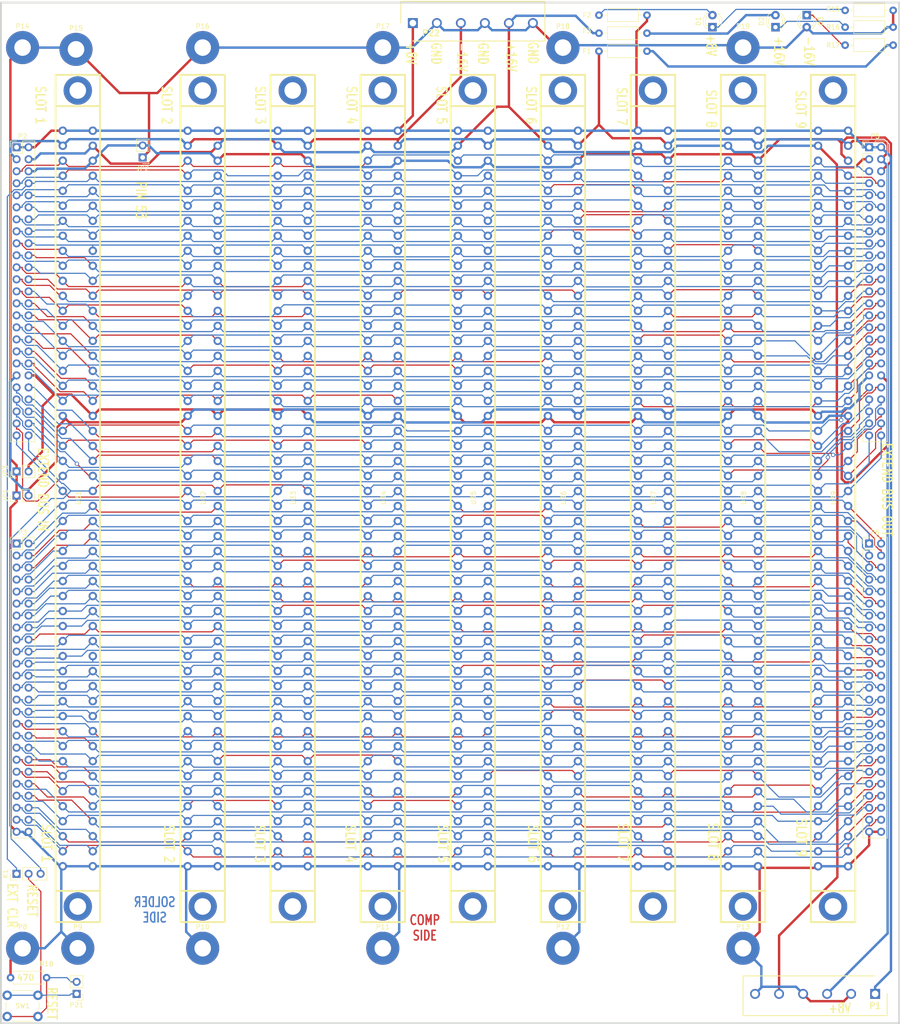
<source format=kicad_pcb>
(kicad_pcb (version 20211014) (generator pcbnew)
  (title_block (date "3 may 2015"))
  (layers (0 "F.Cu" signal "Component") (31 "B.Cu" signal "Copper") (34 "B.Paste" user) (35 "F.Paste" user) (36 "B.SilkS" user "B.Silkscreen") (37 "F.SilkS" user "F.Silkscreen") (38 "B.Mask" user) (39 "F.Mask" user) (44 "Edge.Cuts" user))
  (net 0 "")
  (net 1 "GND")
  (net 2 "+8_V")
  (net 3 "Net-(D1-Pad1)")
  (net 4 "Net-(D1-Pad2)")
  (net 5 "Net-(D2-Pad1)")
  (net 6 "/F+16V")
  (net 7 "Net-(D3-Pad1)")
  (net 8 "-16_V")
  (net 9 "/F-16V")
  (net 10 "Net-(K1-Pad2)")
  (net 11 "{slash}PRESET")
  (net 12 "+16_V")
  (net 13 "XRDY")
  (net 14 "A19")
  (net 15 "{slash}SIXTN")
  (net 16 "A20")
  (net 17 "A21")
  (net 18 "A22")
  (net 19 "A23")
  (net 20 "pin_65")
  (net 21 "pin_66")
  (net 22 "A13")
  (net 23 "A14")
  (net 24 "A10")
  (net 25 "A11")
  (net 26 "SM1")
  (net 27 "SOUT")
  (net 28 "SINP")
  (net 29 "SINTA")
  (net 30 "SMEMR")
  (net 31 "{slash}SWO")
  (net 32 "MWRT")
  (net 33 "{slash}DODSB")
  (net 34 "PHLDA")
  (net 35 "PSYNC")
  (net 36 "{slash}PWR")
  (net 37 "PDBIN")
  (net 38 "A5")
  (net 39 "A0")
  (net 40 "A4")
  (net 41 "A1")
  (net 42 "A3")
  (net 43 "A2")
  (net 44 "A15")
  (net 45 "A6")
  (net 46 "A12")
  (net 47 "A7")
  (net 48 "A9")
  (net 49 "A8")
  (net 50 "Net-(P21-Pad2)")
  (net 51 "{slash}POC")
  (net 52 "SHLTA")
  (net 53 "{slash}VI0")
  (net 54 "{slash}VI1")
  (net 55 "{slash}VI2")
  (net 56 "{slash}VI3")
  (net 57 "{slash}VI4")
  (net 58 "{slash}VI5")
  (net 59 "{slash}VI6")
  (net 60 "{slash}VI7")
  (net 61 "{slash}NMI")
  (net 62 "{slash}PWRFAIL")
  (net 63 "{slash}DMA3")
  (net 64 "phi2,phi0")
  (net 65 "{slash}PSTVAL")
  (net 66 "DO1 or D1")
  (net 67 "DO0 or D0")
  (net 68 "DO4 or D4")
  (net 69 "DO5 or D5")
  (net 70 "DO6 or D6")
  (net 71 "DI2 or D10")
  (net 72 "DI3 or D11")
  (net 73 "DI7 or D15")
  (net 74 "{slash}DMA0")
  (net 75 "{slash}DMA2")
  (net 76 "{slash}SXTRQ")
  (net 77 "DO2 or D2")
  (net 78 "DO3 or D3")
  (net 79 "DO7 or D7")
  (net 80 "DI4 or D12")
  (net 81 "DI5 or D13")
  (net 82 "DI6 or D14")
  (net 83 "DI1 or D19")
  (net 84 "DI0 or D8")
  (net 85 "{slash}ERROR")
  (net 86 "{slash}S_CLR")
  (net 87 "{slash}DMA1")
  (net 88 "A18")
  (net 89 "A16")
  (net 90 "A17")
  (net 91 "{slash}PHANTOM")
  (net 92 "{slash}SDSB")
  (net 93 "{slash}CDSB")
  (net 94 "rsvd_69")
  (net 95 "pin_21")
  (net 96 "rsvd_71")
  (net 97 "{slash}ADSB")
  (net 98 "RDY")
  (net 99 "{slash}INT")
  (net 100 "{slash}HOLD")
  (net 101 "rsvd_27")
  (net 102 "rsvd_28")
  (net 103 "CLOCK")
  (net 104 "GND(PIN20)")
  (net 105 "GND(PIN53)")
  (net 106 "GND(PIN70)")
  (footprint "S100 Backplane Footprints:S100_FEMALE" (layer "F.Cu") (at 145.0315 193.548 -90)
    (fp_text reference "U31")
    (fp_text value "S100_FEMALE" hide)
  )
  (footprint "S100 Backplane Footprints:1146450000" (layer "F.Cu") (at 215.9 93.11)
    (fp_text reference "P22")
    (fp_text value "1146450000 - Weidmuller" hide)
  )
  (footprint "MountingHole:MountingHole_3.5mm_Pad" (layer "F.Cu") (at 209.55 98.298)
    (fp_text reference "P17")
    (fp_text value "CONN_1")
  )
  (footprint "Resistor_THT:R_Axial_DIN0207_L6.3mm_D2.5mm_P10.16mm_Horizontal" (layer "F.Cu") (at 307.34 93.98)
    (fp_text reference "R16")
    (fp_text value "20K")
  )
  (footprint "Resistor_THT:R_Axial_DIN0207_L6.3mm_D2.5mm_P10.16mm_Horizontal" (layer "F.Cu") (at 307.34 90.424)
    (fp_text reference "R15")
    (fp_text value "4700")
  )
  (footprint "Resistor_THT:R_Axial_DIN0207_L6.3mm_D2.5mm_P7.62mm_Horizontal" (layer "F.Cu") (at 138.43 295.021 180)
    (fp_text reference "R18")
    (fp_text value "470")
  )
  (footprint "Resistor_THT:R_Axial_DIN0207_L6.3mm_D2.5mm_P10.16mm_Horizontal" (layer "F.Cu") (at 307.34 97.79)
    (fp_text reference "R17")
    (fp_text value "20K")
  )
  (footprint "Button_Switch_THT:SW_PUSH_6mm_H7.3mm" (layer "F.Cu") (at 136.6 303.24 180)
    (fp_text reference "SW1")
    (fp_text value "SW_PUSH")
  )
  (footprint "Connector_PinHeader_2.54mm:PinHeader_1x02_P2.54mm_Vertical" (layer "F.Cu") (at 144.78 298.45 180)
    (fp_text reference "P21")
    (fp_text value "CONN_2")
  )
  (footprint "LED_THT:LED_D3.0mm" (layer "F.Cu") (at 279.273 93.98 90)
    (fp_text reference "D1")
    (fp_text value "LED")
  )
  (footprint "LED_THT:LED_D3.0mm" (layer "F.Cu") (at 299.212 91.44 -90)
    (fp_text reference "D3")
    (fp_text value "LED")
  )
  (footprint "LED_THT:LED_D3.0mm" (layer "F.Cu") (at 292.608 93.98 90)
    (fp_text reference "D2")
    (fp_text value "LED")
  )
  (footprint "Connector_PinHeader_2.54mm:PinHeader_1x02_P2.54mm_Vertical" (layer "F.Cu") (at 158.75 121.539 180)
    (fp_text reference "JP2")
    (fp_text value "JUMPER")
  )
  (footprint "Connector_PinHeader_2.54mm:PinHeader_1x02_P2.54mm_Vertical" (layer "F.Cu") (at 132.08 193.04 90)
    (fp_text reference "JP1")
    (fp_text value "JUMPER")
  )
  (footprint "Connector_PinHeader_2.54mm:PinHeader_1x02_P2.54mm_Vertical" (layer "F.Cu") (at 132.08 187.96 90)
    (fp_text reference "JP3")
    (fp_text value "JUMPER")
  )
  (footprint "S100 Backplane Footprints:S100_FEMALE" (layer "F.Cu") (at 171.45 193.548 -90)
    (fp_text reference "U32")
    (fp_text value "S100_FEMALE" hide)
  )
  (footprint "S100 Backplane Footprints:S100_FEMALE" (layer "F.Cu") (at 190.5 193.548 -90)
    (fp_text reference "U33")
    (fp_text value "S100_FEMALE" hide)
  )
  (footprint "S100 Backplane Footprints:S100_FEMALE" (layer "F.Cu") (at 228.6 193.548 -90)
    (fp_text reference "U35")
    (fp_text value "S100_FEMALE" hide)
  )
  (footprint "S100 Backplane Footprints:S100_FEMALE" (layer "F.Cu") (at 209.55 193.548 -90)
    (fp_text reference "U34")
    (fp_text value "S100_FEMALE" hide)
  )
  (footprint "S100 Backplane Footprints:S100_FEMALE" (layer "F.Cu") (at 285.75 193.548 -90)
    (fp_text reference "U38")
    (fp_text value "S100_FEMALE" hide)
  )
  (footprint "S100 Backplane Footprints:S100_FEMALE" (layer "F.Cu") (at 304.8 193.548 -90)
    (fp_text reference "U39")
    (fp_text value "S100_FEMALE" hide)
  )
  (footprint "S100 Backplane Footprints:S100_FEMALE" (layer "F.Cu") (at 266.7 193.548 -90)
    (fp_text reference "U37")
    (fp_text value "S100_FEMALE" hide)
  )
  (footprint "S100 Backplane Footprints:S100_FEMALE" (layer "F.Cu") (at 247.65 193.548 -90)
    (fp_text reference "U36")
    (fp_text value "S100_FEMALE" hide)
  )
  (footprint "Connector_PinHeader_2.54mm:PinHeader_2x25_P2.54mm_Vertical" (layer "F.Cu") (at 312.42 203.2)
    (fp_text reference "P6")
    (fp_text value "BUS_OUT_2")
  )
  (footprint "MountingHole:MountingHole_3.5mm_Pad" (layer "F.Cu") (at 144.653 98.679)
    (fp_text reference "P15")
    (fp_text value "CONN_1")
  )
  (footprint "MountingHole:MountingHole_3.5mm_Pad" (layer "F.Cu") (at 247.65 98.298)
    (fp_text reference "P18")
    (fp_text value "CONN_1")
  )
  (footprint "MountingHole:MountingHole_3.5mm_Pad" (layer "F.Cu") (at 285.75 98.298)
    (fp_text reference "P19")
    (fp_text value "CONN_1")
  )
  (footprint "MountingHole:MountingHole_3.5mm_Pad" (layer "F.Cu") (at 171.45 98.298)
    (fp_text reference "P16")
    (fp_text value "CONN_1")
  )
  (footprint "MountingHole:MountingHole_3.5mm_Pad" (layer "F.Cu") (at 209.55 288.798)
    (fp_text reference "P11")
    (fp_text value "CONN_1")
  )
  (footprint "MountingHole:MountingHole_3.5mm_Pad" (layer "F.Cu") (at 247.65 288.798)
    (fp_text reference "P12")
    (fp_text value "CONN_1")
  )
  (footprint "MountingHole:MountingHole_3.5mm_Pad" (layer "F.Cu") (at 285.75 288.798)
    (fp_text reference "P13")
    (fp_text value "CONN_1")
  )
  (footprint "MountingHole:MountingHole_3.5mm_Pad" (layer "F.Cu") (at 145.034 288.798)
    (fp_text reference "P9")
    (fp_text value "CONN_1")
  )
  (footprint "MountingHole:MountingHole_3.5mm_Pad" (layer "F.Cu") (at 171.45 288.798)
    (fp_text reference "P10")
    (fp_text value "CONN_1")
  )
  (footprint "MountingHole:MountingHole_3.5mm_Pad" (layer "F.Cu") (at 133.35 98.298)
    (fp_text reference "P14")
    (fp_text value "CONN_1")
  )
  (footprint "MountingHole:MountingHole_3.5mm_Pad" (layer "F.Cu") (at 133.35 288.798)
    (fp_text reference "P8")
    (fp_text value "CONN_1")
  )
  (footprint "Connector_PinHeader_2.54mm:PinHeader_2x25_P2.54mm_Vertical" (layer "F.Cu") (at 132.08 203.2)
    (fp_text reference "P3")
    (fp_text value "BUS_IN_2")
  )
  (footprint "Connector_PinHeader_2.54mm:PinHeader_2x25_P2.54mm_Vertical" (layer "F.Cu") (at 132.08 119.38)
    (fp_text reference "P2")
    (fp_text value "BUS_IN_1")
  )
  (footprint "S100 Backplane Footprints:1146450000" (layer "F.Cu") (at 313.69 298.45 180)
    (fp_text reference "P1")
    (fp_text value "1146450000 - Weidmuller" hide)
  )
  (footprint "Connector_PinHeader_2.54mm:PinHeader_2x25_P2.54mm_Vertical" (layer "F.Cu") (at 312.42 119.375)
    (fp_text reference "P5")
    (fp_text value "BUS_OUT_1")
  )
  (footprint "Resistor_THT:R_Axial_DIN0207_L6.3mm_D2.5mm_P10.16mm_Horizontal" (layer "F.Cu") (at 255.27 91.44)
    (fp_text reference "F2")
    (fp_text value "FUSE")
  )
  (footprint "Resistor_THT:R_Axial_DIN0207_L6.3mm_D2.5mm_P10.16mm_Horizontal" (layer "F.Cu") (at 265.43 95.25 180)
    (fp_text reference "F3")
    (fp_text value "FUSE")
  )
  (footprint "Resistor_THT:R_Axial_DIN0207_L6.3mm_D2.5mm_P10.16mm_Horizontal" (layer "F.Cu") (at 255.27 99.06)
    (fp_text reference "F1")
    (fp_text value "FUSE")
  )
  (footprint "Connector_PinHeader_2.54mm:PinHeader_1x03_P2.54mm_Vertical" (layer "F.Cu") (at 132.08 273.05 90)
    (fp_text reference "K1")
    (fp_text value "CONN_3")
  )
  (gr_line (start 128.778 304.673) (end 318.77 304.673) (layer "Edge.Cuts") (width 0.381))
  (gr_line (start 128.778 88.773) (end 128.778 304.673) (layer "Edge.Cuts") (width 0.381))
  (gr_line (start 318.77 88.773) (end 128.778 88.773) (layer "Edge.Cuts") (width 0.381))
  (gr_line (start 318.77 304.673) (end 318.77 88.773) (layer "Edge.Cuts") (width 0.381))
  (gr_text "COMP\nSIDE" (at 218.44 284.48) (layer "F.Cu") (effects (font (size 2.032 1.524) (thickness 0.3048))))
  (gr_text "SOLDER\nSIDE" (at 161.29 280.67) (layer "B.Cu") (effects (font (size 2.032 1.524) (thickness 0.3048)) (justify mirror)))
  (gr_text "GND" (at 230.759 99.568 270) (layer "F.SilkS") (effects (font (size 2.032 1.524) (thickness 0.3048))))
  (gr_text "GND" (at 241.3 99.441 270) (layer "F.SilkS") (effects (font (size 2.032 1.524) (thickness 0.3048))))
  (gr_text "+8V" (at 306.197 301.498) (layer "F.SilkS") (effects (font (size 2.032 1.524) (thickness 0.3048))))
  (gr_text "+8V" (at 279.019 97.79 270) (layer "F.SilkS") (effects (font (size 2.032 1.524) (thickness 0.3048))))
  (gr_text "+16V" (at 293.37 99.06 270) (layer "F.SilkS") (effects (font (size 2.032 1.524) (thickness 0.3048))))
  (gr_text "-16V" (at 299.72 99.06 270) (layer "F.SilkS") (effects (font (size 2.032 1.524) (thickness 0.3048))))
  (gr_text "SLOT 9" (at 298.069 265.43 270) (layer "F.SilkS") (effects (font (size 2.032 1.524) (thickness 0.3048))))
  (gr_text "SLOT 9" (at 297.942 111.379 270) (layer "F.SilkS") (effects (font (size 2.032 1.524) (thickness 0.3048))))
  (gr_text "SLOT 5" (at 222.25 266.7 270) (layer "F.SilkS") (effects (font (size 2.032 1.524) (thickness 0.3048))))
  (gr_text "SLOT 6" (at 241.3 266.7 270) (layer "F.SilkS") (effects (font (size 2.032 1.524) (thickness 0.3048))))
  (gr_text "SLOT 8" (at 279.4 266.319 270) (layer "F.SilkS") (effects (font (size 2.032 1.524) (thickness 0.3048))))
  (gr_text "SLOT 7" (at 260.35 266.446 270) (layer "F.SilkS") (effects (font (size 2.032 1.524) (thickness 0.3048))))
  (gr_text "SLOT 3" (at 183.515 266.7 270) (layer "F.SilkS") (effects (font (size 2.032 1.524) (thickness 0.3048))))
  (gr_text "SLOT 4" (at 202.692 266.7 270) (layer "F.SilkS") (effects (font (size 2.032 1.524) (thickness 0.3048))))
  (gr_text "SLOT 2" (at 164.338 266.7 270) (layer "F.SilkS") (effects (font (size 2.032 1.524) (thickness 0.3048))))
  (gr_text "SLOT 1" (at 138.43 266.573 270) (layer "F.SilkS") (effects (font (size 2.032 1.524) (thickness 0.3048))))
  (gr_text "SLOT 1" (at 137.16 110.49 270) (layer "F.SilkS") (effects (font (size 2.032 1.524) (thickness 0.3048))))
  (gr_text "SLOT 2" (at 163.83 110.49 270) (layer "F.SilkS") (effects (font (size 2.032 1.524) (thickness 0.3048))))
  (gr_text "SLOT 4" (at 202.946 110.49 270) (layer "F.SilkS") (effects (font (size 2.032 1.524) (thickness 0.3048))))
  (gr_text "SLOT 3" (at 183.642 110.49 270) (layer "F.SilkS") (effects (font (size 2.032 1.524) (thickness 0.3048))))
  (gr_text "SLOT 7" (at 260.096 110.744 270) (layer "F.SilkS") (effects (font (size 2.032 1.524) (thickness 0.3048))))
  (gr_text "SLOT 8" (at 279.019 111.252 270) (layer "F.SilkS") (effects (font (size 2.032 1.524) (thickness 0.3048))))
  (gr_text "SLOT 6" (at 240.919 110.49 270) (layer "F.SilkS") (effects (font (size 2.032 1.524) (thickness 0.3048))))
  (gr_text "SLOT 5" (at 221.996 110.49 270) (layer "F.SilkS") (effects (font (size 2.032 1.524) (thickness 0.3048))))
  (gr_text "+16V" (at 236.728 100.33 270) (layer "F.SilkS") (effects (font (size 2.032 1.524) (thickness 0.3048))))
  (gr_text "-16V" (at 226.314 100.33 270) (layer "F.SilkS") (effects (font (size 2.032 1.524) (thickness 0.3048))))
  (gr_text "EXTEND BUS IN" (at 137.668 191.77 270) (layer "F.SilkS") (effects (font (size 2.032 1.524) (thickness 0.3048))))
  (gr_text "RESET" (at 135.382 278.765 270) (layer "F.SilkS") (effects (font (size 2.032 1.524) (thickness 0.3048))))
  (gr_text "GND" (at 220.853 99.568 270) (layer "F.SilkS") (effects (font (size 2.032 1.524) (thickness 0.3048))))
  (gr_text "+8V" (at 215.519 99.568 270) (layer "F.SilkS") (effects (font (size 2.032 1.524) (thickness 0.3048))))
  (gr_text "470" (at 133.985 295.021) (layer "F.SilkS") (effects (font (size 1.27 1.27) (thickness 0.254))))
  (gr_text "PIN 53" (at 158.369 130.556 270) (layer "F.SilkS") (effects (font (size 2.032 1.524) (thickness 0.3048))))
  (gr_text "RESET" (at 139.573 300.482 270) (layer "F.SilkS") (effects (font (size 2.032 1.524) (thickness 0.3048))))
  (gr_text "EXTEND BUS OUT" (at 316.23 191.77 270) (layer "F.SilkS") (effects (font (size 2.032 1.524) (thickness 0.3048))))
  (gr_text "EXT CLR" (at 131.191 279.781 270) (layer "F.SilkS") (effects (font (size 2.032 1.524) (thickness 0.3048))))
  (segment (start 133.35 288.798) (end 130.81 291.338) (width 0.508) (layer "F.Cu") (net 1))
  (segment (start 130.7725 185.345) (end 132.08 186.6525) (width 0.508) (layer "F.Cu") (net 1))
  (segment (start 317.5 90.424) (end 317.5 93.98) (width 0.508) (layer "F.Cu") (net 1))
  (segment (start 298.45 298.45) (end 299.9942 299.9942) (width 0.508) (layer "F.Cu") (net 1))
  (segment (start 307.0658 299.9942) (end 308.61 298.45) (width 0.508) (layer "F.Cu") (net 1))
  (segment (start 246.488 98.298) (end 241.3 93.11) (width 0.508) (layer "F.Cu") (net 1))
  (segment (start 312.42 264.16) (end 313.6525 264.16) (width 0.508) (layer "F.Cu") (net 1))
  (segment (start 285.75 288.798) (end 289.2546 285.2934) (width 0.508) (layer "F.Cu") (net 1))
  (segment (start 133.35 98.298) (end 130.7725 100.8755) (width 0.508) (layer "F.Cu") (net 1))
  (segment (start 289.2546 271.7921) (end 301.2852 271.7921) (width 0.508) (layer "F.Cu") (net 1))
  (segment (start 160.1016 120.1874) (end 158.75 121.539) (width 0.508) (layer "F.Cu") (net 1))
  (segment (start 314.96 264.16) (end 313.6525 264.16) (width 0.508) (layer "F.Cu") (net 1))
  (segment (start 132.08 264.16) (end 130.7725 262.8525) (width 0.508) (layer "F.Cu") (net 1))
  (segment (start 130.7725 262.8525) (end 130.7725 195.655) (width 0.508) (layer "F.Cu") (net 1))
  (segment (start 289.2546 271.7921) (end 288.9199 271.4574) (width 0.508) (layer "F.Cu") (net 1))
  (segment (start 132.08 187.96) (end 132.08 193.04) (width 0.508) (layer "F.Cu") (net 1))
  (segment (start 130.7725 100.8755) (end 130.7725 185.345) (width 0.508) (layer "F.Cu") (net 1))
  (segment (start 312.42 267.0073) (end 307.9699 271.4574) (width 0.508) (layer "F.Cu") (net 1))
  (segment (start 130.81 291.338) (end 130.81 295.021) (width 0.508) (layer "F.Cu") (net 1))
  (segment (start 299.9942 299.9942) (end 307.0658 299.9942) (width 0.508) (layer "F.Cu") (net 1))
  (segment (start 161.8393 107.9087) (end 171.45 98.298) (width 0.508) (layer "F.Cu") (net 1))
  (segment (start 153.8827 107.9087) (end 160.1016 107.9087) (width 0.508) (layer "F.Cu") (net 1))
  (segment (start 301.2852 271.7921) (end 301.6199 271.4574) (width 0.508) (layer "F.Cu") (net 1))
  (segment (start 132.08 193.04) (end 132.08 194.3475) (width 0.508) (layer "F.Cu") (net 1))
  (segment (start 160.1016 107.9087) (end 160.1016 120.1874) (width 0.508) (layer "F.Cu") (net 1))
  (segment (start 130.7725 195.655) (end 132.08 194.3475) (width 0.508) (layer "F.Cu") (net 1))
  (segment (start 289.2546 285.2934) (end 289.2546 271.7921) (width 0.508) (layer "F.Cu") (net 1))
  (segment (start 160.1016 107.9087) (end 161.8393 107.9087) (width 0.508) (layer "F.Cu") (net 1))
  (segment (start 144.653 98.679) (end 153.8827 107.9087) (width 0.508) (layer "F.Cu") (net 1))
  (segment (start 132.08 187.96) (end 132.08 186.6525) (width 0.508) (layer "F.Cu") (net 1))
  (segment (start 312.42 264.16) (end 312.42 267.0073) (width 0.508) (layer "F.Cu") (net 1))
  (segment (start 247.65 98.298) (end 246.488 98.298) (width 0.508) (layer "F.Cu") (net 1))
  (segment (start 167.9563 285.3043) (end 171.45 288.798) (width 0.508) (layer "B.Cu") (net 1))
  (segment (start 133.35 98.298) (end 144.272 98.298) (width 0.508) (layer "B.Cu") (net 1))
  (segment (start 213.0176 271.4574) (end 225.4199 271.4574) (width 0.508) (layer "B.Cu") (net 1))
  (segment (start 171.45 98.298) (end 209.55 98.298) (width 0.508) (layer "B.Cu") (net 1))
  (segment (start 167.9563 271.4574) (end 167.9563 285.3043) (width 0.508) (layer "B.Cu") (net 1))
  (segment (start 134.62 264.8137) (end 134.0412 264.8137) (width 0.508) (layer "B.Cu") (net 1))
  (segment (start 251.1176 271.4574) (end 251.1176 285.3304) (width 0.508) (layer "B.Cu") (net 1))
  (segment (start 294.894 98.298) (end 285.75 98.298) (width 0.508) (layer "B.Cu") (net 1))
  (segment (start 288.29 298.45) (end 289.6197 297.1203) (width 0.508) (layer "B.Cu") (net 1))
  (segment (start 232.6476 94.6176) (end 239.7924 94.6176) (width 0.508) (layer "B.Cu") (net 1))
  (segment (start 317.5 93.98) (end 316.2425 93.98) (width 0.508) (layer "B.Cu") (net 1))
  (segment (start 134.0412 264.8137) (end 133.3875 264.16) (width 0.508) (layer "B.Cu") (net 1))
  (segment (start 215.792 98.298) (end 220.98 93.11) (width 0.508) (layer "B.Cu") (net 1))
  (segment (start 251.1176 271.4574) (end 263.5199 271.4574) (width 0.508) (layer "B.Cu") (net 1))
  (segment (start 168.2699 271.4574) (end 167.9563 271.4574) (width 0.508) (layer "B.Cu") (net 1))
  (segment (start 285.75 98.298) (end 285.2461 97.7941) (width 0.508) (layer "B.Cu") (net 1))
  (segment (start 263.5199 271.4574) (end 269.8699 271.4574) (width 0.508) (layer "B.Cu") (net 1))
  (segment (start 212.7199 271.4574) (end 206.3699 271.4574) (width 0.508) (layer "B.Cu") (net 1))
  (segment (start 231.14 93.11) (end 232.6476 94.6176) (width 0.508) (layer "B.Cu") (net 1))
  (segment (start 213.0176 271.4574) (end 213.0176 285.3304) (width 0.508) (layer "B.Cu") (net 1))
  (segment (start 282.5699 271.4574) (end 288.9199 271.4574) (width 0.508) (layer "B.Cu") (net 1))
  (segment (start 141.5376 285.3016) (end 145.034 288.798) (width 0.508) (layer "B.Cu") (net 1))
  (segment (start 141.5376 285.3016) (end 138.0412 288.798) (width 0.508) (layer "B.Cu") (net 1))
  (segment (start 144.272 98.298) (end 144.653 98.679) (width 0.508) (layer "B.Cu") (net 1))
  (segment (start 248.1539 97.7941) (end 247.65 98.298) (width 0.508) (layer "B.Cu") (net 1))
  (segment (start 134.62 264.16) (end 134.62 264.8137) (width 0.508) (layer "B.Cu") (net 1))
  (segment (start 289.6197 292.6677) (end 285.75 288.798) (width 0.508) (layer "B.Cu") (net 1))
  (segment (start 141.2637 271.4574) (end 134.62 264.8137) (width 0.508) (layer "B.Cu") (net 1))
  (segment (start 187.3199 271.4574) (end 174.6199 271.4574) (width 0.508) (layer "B.Cu") (net 1))
  (segment (start 307.9699 271.4574) (end 301.6199 271.4574) (width 0.508) (layer "B.Cu") (net 1))
  (segment (start 206.3699 271.4574) (end 193.6699 271.4574) (width 0.508) (layer "B.Cu") (net 1))
  (segment (start 138.0412 288.798) (end 133.35 288.798) (width 0.508) (layer "B.Cu") (net 1))
  (segment (start 289.6197 296.9424) (end 296.9424 296.9424) (width 0.508) (layer "B.Cu") (net 1))
  (segment (start 193.6699 271.4574) (end 187.3199 271.4574) (width 0.508) (layer "B.Cu") (net 1))
  (segment (start 300.5217 95.2897) (end 299.212 93.98) (width 0.508) (layer "B.Cu") (net 1))
  (segment (start 289.6197 297.1203) (end 289.6197 296.9424) (width 0.508) (layer "B.Cu") (net 1))
  (segment (start 141.5376 271.4574) (end 141.2637 271.4574) (width 0.508) (layer "B.Cu") (net 1))
  (segment (start 296.9424 296.9424) (end 298.45 298.45) (width 0.508) (layer "B.Cu") (net 1))
  (segment (start 314.9328 95.2897) (end 300.5217 95.2897) (width 0.508) (layer "B.Cu") (net 1))
  (segment (start 141.5376 271.4574) (end 141.5376 285.3016) (width 0.508) (layer "B.Cu") (net 1))
  (segment (start 174.6199 271.4574) (end 168.2699 271.4574) (width 0.508) (layer "B.Cu") (net 1))
  (segment (start 250.8199 271.4574) (end 251.1176 271.4574) (width 0.508) (layer "B.Cu") (net 1))
  (segment (start 148.2014 271.4574) (end 141.8514 271.4574) (width 0.508) (layer "B.Cu") (net 1))
  (segment (start 250.8199 271.4574) (end 244.4699 271.4574) (width 0.508) (layer "B.Cu") (net 1))
  (segment (start 209.55 98.298) (end 215.792 98.298) (width 0.508) (layer "B.Cu") (net 1))
  (segment (start 212.7199 271.4574) (end 213.0176 271.4574) (width 0.508) (layer "B.Cu") (net 1))
  (segment (start 269.8699 271.4574) (end 282.5699 271.4574) (width 0.508) (layer "B.Cu") (net 1))
  (segment (start 229.6324 94.6176) (end 222.4876 94.6176) (width 0.508) (layer "B.Cu") (net 1))
  (segment (start 213.0176 285.3304) (end 209.55 288.798) (width 0.508) (layer "B.Cu") (net 1))
  (segment (start 141.8514 271.4574) (end 141.5376 271.4574) (width 0.508) (layer "B.Cu") (net 1))
  (segment (start 285.2461 97.7941) (end 248.1539 97.7941) (width 0.508) (layer "B.Cu") (net 1))
  (segment (start 222.4876 94.6176) (end 220.98 93.11) (width 0.508) (layer "B.Cu") (net 1))
  (segment (start 289.6197 296.9424) (end 289.6197 292.6677) (width 0.508) (layer "B.Cu") (net 1))
  (segment (start 231.14 93.11) (end 229.6324 94.6176) (width 0.508) (layer "B.Cu") (net 1))
  (segment (start 167.9563 271.4574) (end 148.2014 271.4574) (width 0.508) (layer "B.Cu") (net 1))
  (segment (start 244.4699 271.4574) (end 231.7699 271.4574) (width 0.508) (layer "B.Cu") (net 1))
  (segment (start 251.1176 285.3304) (end 247.65 288.798) (width 0.508) (layer "B.Cu") (net 1))
  (segment (start 132.08 264.16) (end 133.3875 264.16) (width 0.508) (layer "B.Cu") (net 1))
  (segment (start 299.212 93.98) (end 294.894 98.298) (width 0.508) (layer "B.Cu") (net 1))
  (segment (start 316.2425 93.98) (end 314.9328 95.2897) (width 0.508) (layer "B.Cu") (net 1))
  (segment (start 231.7699 271.4574) (end 225.4199 271.4574) (width 0.508) (layer "B.Cu") (net 1))
  (segment (start 239.7924 94.6176) (end 241.3 93.11) (width 0.508) (layer "B.Cu") (net 1))
  (segment (start 215.9 112.7023) (end 212.7199 115.8824) (width 0.508) (layer "F.Cu") (net 2))
  (segment (start 134.62 119.38) (end 135.9275 119.38) (width 0.508) (layer "F.Cu") (net 2))
  (segment (start 263.2045 94.923) (end 263.2045 115.567) (width 0.508) (layer "F.Cu") (net 2))
  (segment (start 215.9 94.6175) (end 215.9 112.7023) (width 0.508) (layer "F.Cu") (net 2))
  (segment (start 263.2045 115.567) (end 263.5199 115.8824) (width 0.508) (layer "F.Cu") (net 2))
  (segment (start 139.4251 115.8824) (end 135.9275 119.38) (width 0.508) (layer "F.Cu") (net 2))
  (segment (start 141.8514 115.8824) (end 139.4251 115.8824) (width 0.508) (layer "F.Cu") (net 2))
  (segment (start 215.9 93.11) (end 215.9 94.6175) (width 0.508) (layer "F.Cu") (net 2))
  (segment (start 265.43 91.44) (end 265.43 92.6975) (width 0.508) (layer "F.Cu") (net 2))
  (segment (start 265.43 92.6975) (end 263.2045 94.923) (width 0.508) (layer "F.Cu") (net 2))
  (segment (start 212.7199 115.8824) (end 225.4199 115.8824) (width 0.508) (layer "B.Cu") (net 2))
  (segment (start 250.8199 115.8824) (end 263.5199 115.8824) (width 0.508) (layer "B.Cu") (net 2))
  (segment (start 193.6699 115.8824) (end 187.3199 115.8824) (width 0.508) (layer "B.Cu") (net 2))
  (segment (start 174.6199 115.8824) (end 168.2699 115.8824) (width 0.508) (layer "B.Cu") (net 2))
  (segment (start 231.7699 115.8824) (end 225.4199 115.8824) (width 0.508) (layer "B.Cu") (net 2))
  (segment (start 317.0403 121.4553) (end 314.96 119.375) (width 0.508) (layer "B.Cu") (net 2))
  (segment (start 312.42 119.375) (end 314.96 119.375) (width 0.508) (layer "B.Cu") (net 2))
  (segment (start 134.62 119.38) (end 132.08 119.38) (width 0.508) (layer "B.Cu") (net 2))
  (segment (start 312.42 119.375) (end 311.1125 119.375) (width 0.508) (layer "B.Cu") (net 2))
  (segment (start 311.1125 119.025) (end 311.1125 119.375) (width 0.508) (layer "B.Cu") (net 2))
  (segment (start 148.2014 115.8824) (end 141.8514 115.8824) (width 0.508) (layer "B.Cu") (net 2))
  (segment (start 168.2699 115.8824) (end 148.2014 115.8824) (width 0.508) (layer "B.Cu") (net 2))
  (segment (start 263.5199 115.8824) (end 269.8699 115.8824) (width 0.508) (layer "B.Cu") (net 2))
  (segment (start 269.8699 115.8824) (end 282.5699 115.8824) (width 0.508) (layer "B.Cu") (net 2))
  (segment (start 244.4699 115.8824) (end 231.7699 115.8824) (width 0.508) (layer "B.Cu") (net 2))
  (segment (start 313.69 298.45) (end 313.69 296.9425) (width 0.508) (layer "B.Cu") (net 2))
  (segment (start 307.9699 115.8824) (end 311.1125 119.025) (width 0.508) (layer "B.Cu") (net 2))
  (segment (start 317.0403 293.5922) (end 317.0403 121.4553) (width 0.508) (layer "B.Cu") (net 2))
  (segment (start 313.69 296.9425) (end 317.0403 293.5922) (width 0.508) (layer "B.Cu") (net 2))
  (segment (start 187.3199 115.8824) (end 174.6199 115.8824) (width 0.508) (layer "B.Cu") (net 2))
  (segment (start 212.7199 115.8824) (end 206.3699 115.8824) (width 0.508) (layer "B.Cu") (net 2))
  (segment (start 206.3699 115.8824) (end 193.6699 115.8824) (width 0.508) (layer "B.Cu") (net 2))
  (segment (start 301.6199 115.8824) (end 288.9199 115.8824) (width 0.508) (layer "B.Cu") (net 2))
  (segment (start 282.5699 115.8824) (end 288.9199 115.8824) (width 0.508) (layer "B.Cu") (net 2))
  (segment (start 250.8199 115.8824) (end 244.4699 115.8824) (width 0.508) (layer "B.Cu") (net 2))
  (segment (start 301.6199 115.8824) (end 307.9699 115.8824) (width 0.508) (layer "B.Cu") (net 2))
  (segment (start 279.273 93.98) (end 280.4985 93.98) (width 0.244) (layer "B.Cu") (net 3))
  (segment (start 284.2641 90.2144) (end 307.1304 90.2144) (width 0.244) (layer "B.Cu") (net 3))
  (segment (start 307.1304 90.2144) (end 307.34 90.424) (width 0.244) (layer "B.Cu") (net 3))
  (segment (start 280.4985 93.98) (end 284.2641 90.2144) (width 0.244) (layer "B.Cu") (net 3))
  (segment (start 278.0937 90.2607) (end 279.273 91.44) (width 0.244) (layer "B.Cu") (net 4))
  (segment (start 256.4493 90.2607) (end 278.0937 90.2607) (width 0.244) (layer "B.Cu") (net 4))
  (segment (start 255.27 91.44) (end 256.4493 90.2607) (width 0.244) (layer "B.Cu") (net 4))
  (segment (start 293.8335 93.98) (end 295.0658 92.7477) (width 0.244) (layer "B.Cu") (net 5))
  (segment (start 292.608 93.98) (end 293.8335 93.98) (width 0.244) (layer "B.Cu") (net 5))
  (segment (start 295.0658 92.7477) (end 306.1077 92.7477) (width 0.244) (layer "B.Cu") (net 5))
  (segment (start 306.1077 92.7477) (end 307.34 93.98) (width 0.244) (layer "B.Cu") (net 5))
  (segment (start 265.5176 95.3376) (end 282.4833 95.3376) (width 0.508) (layer "B.Cu") (net 6))
  (segment (start 282.4833 95.3376) (end 286.3809 91.44) (width 0.508) (layer "B.Cu") (net 6))
  (segment (start 286.3809 91.44) (end 292.608 91.44) (width 0.508) (layer "B.Cu") (net 6))
  (segment (start 265.43 95.25) (end 265.5176 95.3376) (width 0.508) (layer "B.Cu") (net 6))
  (segment (start 306.7875 97.79) (end 307.34 97.79) (width 0.244) (layer "F.Cu") (net 7))
  (segment (start 300.4375 91.44) (end 306.7875 97.79) (width 0.244) (layer "F.Cu") (net 7))
  (segment (start 299.212 91.44) (end 300.4375 91.44) (width 0.244) (layer "F.Cu") (net 7))
  (segment (start 174.6199 119.0574) (end 173.2733 120.404) (width 0.508) (layer "F.Cu") (net 8))
  (segment (start 173.2733 120.404) (end 162.544 120.404) (width 0.508) (layer "F.Cu") (net 8))
  (segment (start 268.2824 117.4699) (end 258.1326 117.4699) (width 0.508) (layer "F.Cu") (net 8))
  (segment (start 258.1326 117.4699) (end 255.27 114.6073) (width 0.508) (layer "F.Cu") (net 8))
  (segment (start 151.9906 122.8466) (end 148.2014 119.0574) (width 0.508) (layer "F.Cu") (net 8))
  (segment (start 212.7199 117.6683) (end 212.8935 117.6683) (width 0.508) (layer "F.Cu") (net 8))
  (segment (start 307.9699 119.0574) (end 308.9789 118.0484) (width 0.508) (layer "F.Cu") (net 8))
  (segment (start 162.544 120.404) (end 160.1014 122.8466) (width 0.508) (layer "F.Cu") (net 8))
  (segment (start 269.8699 119.0574) (end 268.2824 117.4699) (width 0.508) (layer "F.Cu") (net 8))
  (segment (start 255.27 114.6073) (end 250.8199 119.0574) (width 0.508) (layer "F.Cu") (net 8))
  (segment (start 226.06 104.5018) (end 226.06 93.11) (width 0.508) (layer "F.Cu") (net 8))
  (segment (start 212.8935 117.6683) (end 226.06 104.5018) (width 0.508) (layer "F.Cu") (net 8))
  (segment (start 212.7199 117.6683) (end 195.059 117.6683) (width 0.508) (layer "F.Cu") (net 8))
  (segment (start 255.27 99.06) (end 255.27 114.6073) (width 0.508) (layer "F.Cu") (net 8))
  (segment (start 315.4858 118.0484) (end 316.3033 118.8659) (width 0.508) (layer "F.Cu") (net 8))
  (segment (start 195.059 117.6683) (end 193.6699 119.0574) (width 0.508) (layer "F.Cu") (net 8))
  (segment (start 308.9789 118.0484) (end 315.4858 118.0484) (width 0.508) (layer "F.Cu") (net 8))
  (segment (start 316.3033 118.8659) (end 316.3033 120.5717) (width 0.508) (layer "F.Cu") (net 8))
  (segment (start 212.7199 119.0574) (end 212.7199 117.6683) (width 0.508) (layer "F.Cu") (net 8))
  (segment (start 160.1014 122.8466) (end 151.9906 122.8466) (width 0.508) (layer "F.Cu") (net 8))
  (segment (start 316.3033 120.5717) (end 314.96 121.915) (width 0.508) (layer "F.Cu") (net 8))
  (segment (start 175.998 117.6793) (end 174.6199 119.0574) (width 0.508) (layer "B.Cu") (net 8))
  (segment (start 193.6699 119.0574) (end 192.2918 117.6793) (width 0.508) (layer "B.Cu") (net 8))
  (segment (start 306.6233 117.7108) (end 290.2665 117.7108) (width 0.508) (layer "B.Cu") (net 8))
  (segment (start 148.2014 119.0574) (end 146.5712 120.6876) (width 0.508) (layer "B.Cu") (net 8))
  (segment (start 231.7699 119.0574) (end 230.3918 117.6793) (width 0.508) (layer "B.Cu") (net 8))
  (segment (start 307.9699 119.0574) (end 306.6233 117.7108) (width 0.508) (layer "B.Cu") (net 8))
  (segment (start 290.2665 117.7108) (end 288.9199 119.0574) (width 0.508) (layer "B.Cu") (net 8))
  (segment (start 214.098 117.6793) (end 212.7199 119.0574) (width 0.508) (layer "B.Cu") (net 8))
  (segment (start 269.8699 119.0574) (end 271.2165 117.7108) (width 0.508) (layer "B.Cu") (net 8))
  (segment (start 192.2918 117.6793) (end 175.998 117.6793) (width 0.508) (layer "B.Cu") (net 8))
  (segment (start 134.62 121.92) (end 135.9275 121.92) (width 0.508) (layer "B.Cu") (net 8))
  (segment (start 287.5733 117.7108) (end 288.9199 119.0574) (width 0.508) (layer "B.Cu") (net 8))
  (segment (start 316.3288 123.2838) (end 316.3288 285.6512) (width 0.508) (layer "B.Cu") (net 8))
  (segment (start 316.3288 285.6512) (end 303.53 298.45) (width 0.508) (layer "B.Cu") (net 8))
  (segment (start 250.8199 119.0574) (end 249.4733 117.7108) (width 0.508) (layer "B.Cu") (net 8))
  (segment (start 249.4733 117.7108) (end 233.1165 117.7108) (width 0.508) (layer "B.Cu") (net 8))
  (segment (start 314.96 121.915) (end 316.3288 123.2838) (width 0.508) (layer "B.Cu") (net 8))
  (segment (start 230.3918 117.6793) (end 214.098 117.6793) (width 0.508) (layer "B.Cu") (net 8))
  (segment (start 137.1599 120.6876) (end 135.9275 121.92) (width 0.508) (layer "B.Cu") (net 8))
  (segment (start 233.1165 117.7108) (end 231.7699 119.0574) (width 0.508) (layer "B.Cu") (net 8))
  (segment (start 271.2165 117.7108) (end 287.5733 117.7108) (width 0.508) (layer "B.Cu") (net 8))
  (segment (start 146.5712 120.6876) (end 137.1599 120.6876) (width 0.508) (layer "B.Cu") (net 8))
  (segment (start 317.5 97.79) (end 316.2425 97.79) (width 0.508) (layer "B.Cu") (net 9))
  (segment (start 269.9261 102.2986) (end 311.7339 102.2986) (width 0.508) (layer "B.Cu") (net 9))
  (segment (start 311.7339 102.2986) (end 316.2425 97.79) (width 0.508) (layer "B.Cu") (net 9))
  (segment (start 266.6875 99.06) (end 269.9261 102.2986) (width 0.508) (layer "B.Cu") (net 9))
  (segment (start 265.43 99.06) (end 266.6875 99.06) (width 0.508) (layer "B.Cu") (net 9))
  (segment (start 137.2149 298.1251) (end 136.6 298.74) (width 0.244) (layer "F.Cu") (net 10))
  (segment (start 137.2149 276.8204) (end 137.2149 298.1251) (width 0.244) (layer "F.Cu") (net 10))
  (segment (start 134.62 273.05) (end 134.62 274.2255) (width 0.244) (layer "F.Cu") (net 10))
  (segment (start 134.62 274.2255) (end 137.2149 276.8204) (width 0.244) (layer "F.Cu") (net 10))
  (segment (start 144.78 298.45) (end 143.6045 298.45) (width 0.244) (layer "B.Cu") (net 10))
  (segment (start 143.3145 298.74) (end 143.6045 298.45) (width 0.244) (layer "B.Cu") (net 10))
  (segment (start 130.1 298.74) (end 136.6 298.74) (width 0.244) (layer "B.Cu") (net 10))
  (segment (start 136.6 298.74) (end 143.3145 298.74) (width 0.244) (layer "B.Cu") (net 10))
  (segment (start 149.416 190.8678) (end 173.4053 190.8678) (width 0.244) (layer "F.Cu") (net 11))
  (segment (start 193.6699 192.0824) (end 192.3801 190.7926) (width 0.244) (layer "F.Cu") (net 11))
  (segment (start 175.9097 190.7926) (end 174.6199 192.0824) (width 0.244) (layer "F.Cu") (net 11))
  (segment (start 148.2014 192.0824) (end 149.416 190.8678) (width 0.244) (layer "F.Cu") (net 11))
  (segment (start 173.4053 190.8678) (end 174.6199 192.0824) (width 0.244) (layer "F.Cu") (net 11))
  (segment (start 192.3801 190.7926) (end 175.9097 190.7926) (width 0.244) (layer "F.Cu") (net 11))
  (segment (start 143.4991 192.0824) (end 143.4991 192.0107) (width 0.244) (layer "B.Cu") (net 11))
  (segment (start 141.9833 190.4949) (end 141.6465 190.4949) (width 0.244) (layer "B.Cu") (net 11))
  (segment (start 134.62 183.4684) (end 134.62 180.34) (width 0.244) (layer "B.Cu") (net 11))
  (segment (start 231.7699 192.0824) (end 232.9845 193.297) (width 0.244) (layer "B.Cu") (net 11))
  (segment (start 143.4991 192.1645) (end 143.4991 192.0824) (width 0.244) (layer "B.Cu") (net 11))
  (segment (start 232.9845 193.297) (end 249.6053 193.297) (width 0.244) (layer "B.Cu") (net 11))
  (segment (start 307.9699 192.0824) (end 306.734 193.3183) (width 0.244) (layer "B.Cu") (net 11))
  (segment (start 269.8699 192.0824) (end 271.0845 193.297) (width 0.244) (layer "B.Cu") (net 11))
  (segment (start 143.4991 192.0107) (end 141.9833 190.4949) (width 0.244) (layer "B.Cu") (net 11))
  (segment (start 141.9937 193.6699) (end 143.4991 192.1645) (width 0.244) (layer "B.Cu") (net 11))
  (segment (start 306.734 193.3183) (end 290.1558 193.3183) (width 0.244) (layer "B.Cu") (net 11))
  (segment (start 271.0845 193.297) (end 287.7053 193.297) (width 0.244) (layer "B.Cu") (net 11))
  (segment (start 137.16 271.8745) (end 130.9044 265.6189) (width 0.244) (layer "B.Cu") (net 11))
  (segment (start 268.6553 193.297) (end 269.8699 192.0824) (width 0.244) (layer "B.Cu") (net 11))
  (segment (start 139.4384 193.6699) (end 141.9937 193.6699) (width 0.244) (layer "B.Cu") (net 11))
  (segment (start 231.7699 192.0824) (end 230.5553 193.297) (width 0.244) (layer "B.Cu") (net 11))
  (segment (start 141.6465 190.4949) (end 134.62 183.4684) (width 0.244) (layer "B.Cu") (net 11))
  (segment (start 137.16 273.05) (end 137.16 271.8745) (width 0.244) (layer "B.Cu") (net 11))
  (segment (start 314.96 185.0923) (end 307.9699 192.0824) (width 0.244) (layer "B.Cu") (net 11))
  (segment (start 230.5553 193.297) (end 213.9345 193.297) (width 0.244) (layer "B.Cu") (net 11))
  (segment (start 213.9345 193.297) (end 212.7199 192.0824) (width 0.244) (layer "B.Cu") (net 11))
  (segment (start 193.6699 192.0824) (end 194.8844 193.2969) (width 0.244) (layer "B.Cu") (net 11))
  (segment (start 250.8199 192.0824) (end 252.0345 193.297) (width 0.244) (layer "B.Cu") (net 11))
  (segment (start 130.9044 202.2039) (end 139.4384 193.6699) (width 0.244) (layer "B.Cu") (net 11))
  (segment (start 314.96 180.335) (end 314.96 185.0923) (width 0.244) (layer "B.Cu") (net 11))
  (segment (start 252.0345 193.297) (end 268.6553 193.297) (width 0.244) (layer "B.Cu") (net 11))
  (segment (start 249.6053 193.297) (end 250.8199 192.0824) (width 0.244) (layer "B.Cu") (net 11))
  (segment (start 194.8844 193.2969) (end 211.5054 193.2969) (width 0.244) (layer "B.Cu") (net 11))
  (segment (start 287.7053 193.297) (end 288.9199 192.0824) (width 0.244) (layer "B.Cu") (net 11))
  (segment (start 143.4991 192.0824) (end 148.2014 192.0824) (width 0.244) (layer "B.Cu") (net 11))
  (segment (start 290.1558 193.3183) (end 288.9199 192.0824) (width 0.244) (layer "B.Cu") (net 11))
  (segment (start 211.5054 193.2969) (end 212.7199 192.0824) (width 0.244) (layer "B.Cu") (net 11))
  (segment (start 130.9044 265.6189) (end 130.9044 202.2039) (width 0.244) (layer "B.Cu") (net 11))
  (segment (start 293.37 298.45) (end 293.37 286.1053) (width 0.508) (layer "F.Cu") (net 12))
  (segment (start 305.6941 273.7812) (end 305.6941 184.0765) (width 0.508) (layer "F.Cu") (net 12))
  (segment (start 311.1125 121.915) (end 309.4113 123.6162) (width 0.508) (layer "F.Cu") (net 12))
  (segment (start 244.4699 119.0574) (end 236.22 110.8075) (width 0.508) (layer "F.Cu") (net 12))
  (segment (start 293.37 286.1053) (end 305.6941 273.7812) (width 0.508) (layer "F.Cu") (net 12))
  (segment (start 185.9486 117.6861) (end 169.6412 117.6861) (width 0.508) (layer "F.Cu") (net 12))
  (segment (start 233.6698 110.8075) (end 236.22 110.8075) (width 0.508) (layer "F.Cu") (net 12))
  (segment (start 187.3199 119.0574) (end 185.9486 117.6861) (width 0.508) (layer "F.Cu") (net 12))
  (segment (start 225.4199 119.0574) (end 233.6698 110.8075) (width 0.508) (layer "F.Cu") (net 12))
  (segment (start 309.4113 123.6162) (end 305.5903 123.6162) (width 0.508) (layer "F.Cu") (net 12))
  (segment (start 169.6412 117.6861) (end 168.2699 119.0574) (width 0.508) (layer "F.Cu") (net 12))
  (segment (start 305.6941 184.0765) (end 305.5903 183.9727) (width 0.508) (layer "F.Cu") (net 12))
  (segment (start 305.5903 123.0278) (end 301.6199 119.0574) (width 0.508) (layer "F.Cu") (net 12))
  (segment (start 236.22 110.8075) (end 236.22 93.11) (width 0.508) (layer "F.Cu") (net 12))
  (segment (start 312.42 121.915) (end 311.1125 121.915) (width 0.508) (layer "F.Cu") (net 12))
  (segment (start 305.5903 183.9727) (end 305.5903 123.6162) (width 0.508) (layer "F.Cu") (net 12))
  (segment (start 305.5903 123.6162) (end 305.5903 123.0278) (width 0.508) (layer "F.Cu") (net 12))
  (segment (start 254.0125 95.25) (end 250.3295 91.567) (width 0.508) (layer "B.Cu") (net 12))
  (segment (start 143.2405 117.6683) (end 141.8514 119.0574) (width 0.508) (layer "B.Cu") (net 12))
  (segment (start 244.4699 119.0574) (end 245.8165 120.404) (width 0.508) (layer "B.Cu") (net 12))
  (segment (start 291.0886 119.0574) (end 289.7302 120.4158) (width 0.508) (layer "B.Cu") (net 12))
  (segment (start 264.8665 120.404) (end 270.4277 120.404) (width 0.508) (layer "B.Cu") (net 12))
  (segment (start 237.763 91.567) (end 236.22 93.11) (width 0.508) (layer "B.Cu") (net 12))
  (segment (start 168.2699 119.0574) (end 166.8808 117.6683) (width 0.508) (layer "B.Cu") (net 12))
  (segment (start 166.8808 117.6683) (end 143.2405 117.6683) (width 0.508) (layer "B.Cu") (net 12))
  (segment (start 141.8514 119.0574) (end 140.8661 118.0721) (width 0.508) (layer "B.Cu") (net 12))
  (segment (start 130.7724 118.3153) (end 130.7724 120.6124) (width 0.508) (layer "B.Cu") (net 12))
  (segment (start 206.3699 119.0574) (end 204.999 120.4283) (width 0.508) (layer "B.Cu") (net 12))
  (segment (start 224.0477 120.4296) (end 207.7421 120.4296) (width 0.508) (layer "B.Cu") (net 12))
  (segment (start 188.6908 120.4283) (end 187.3199 119.0574) (width 0.508) (layer "B.Cu") (net 12))
  (segment (start 263.5199 119.0574) (end 264.8665 120.404) (width 0.508) (layer "B.Cu") (net 12))
  (segment (start 207.7421 120.4296) (end 206.3699 119.0574) (width 0.508) (layer "B.Cu") (net 12))
  (segment (start 270.4277 120.404) (end 271.7743 119.0574) (width 0.508) (layer "B.Cu") (net 12))
  (segment (start 255.27 95.25) (end 254.0125 95.25) (width 0.508) (layer "B.Cu") (net 12))
  (segment (start 245.8165 120.404) (end 262.1733 120.404) (width 0.508) (layer "B.Cu") (net 12))
  (segment (start 289.7302 120.4158) (end 283.9283 120.4158) (width 0.508) (layer "B.Cu") (net 12))
  (segment (start 271.7743 119.0574) (end 282.5699 119.0574) (width 0.508) (layer "B.Cu") (net 12))
  (segment (start 140.8661 118.0721) (end 131.0156 118.0721) (width 0.508) (layer "B.Cu") (net 12))
  (segment (start 301.6199 119.0574) (end 291.0886 119.0574) (width 0.508) (layer "B.Cu") (net 12))
  (segment (start 262.1733 120.404) (end 263.5199 119.0574) (width 0.508) (layer "B.Cu") (net 12))
  (segment (start 131.0156 118.0721) (end 130.7724 118.3153) (width 0.508) (layer "B.Cu") (net 12))
  (segment (start 283.9283 120.4158) (end 282.5699 119.0574) (width 0.508) (layer "B.Cu") (net 12))
  (segment (start 204.999 120.4283) (end 188.6908 120.4283) (width 0.508) (layer "B.Cu") (net 12))
  (segment (start 225.4199 119.0574) (end 224.0477 120.4296) (width 0.508) (layer "B.Cu") (net 12))
  (segment (start 130.7724 120.6124) (end 132.08 121.92) (width 0.508) (layer "B.Cu") (net 12))
  (segment (start 250.3295 91.567) (end 237.763 91.567) (width 0.508) (layer "B.Cu") (net 12))
  (segment (start 188.5345 123.447) (end 187.3199 122.2324) (width 0.244) (layer "F.Cu") (net 13))
  (segment (start 132.08 124.46) (end 133.2555 124.46) (width 0.244) (layer "F.Cu") (net 13))
  (segment (start 206.3699 122.2324) (end 205.1553 123.447) (width 0.244) (layer "F.Cu") (net 13))
  (segment (start 133.2555 124.0947) (end 133.2555 124.46) (width 0.244) (layer "F.Cu") (net 13))
  (segment (start 143.066 123.447) (end 141.8514 122.2324) (width 0.244) (layer "F.Cu") (net 13))
  (segment (start 141.8514 122.2324) (end 140.8938 123.19) (width 0.244) (layer "F.Cu") (net 13))
  (segment (start 167.0553 123.447) (end 143.066 123.447) (width 0.244) (layer "F.Cu") (net 13))
  (segment (start 187.3199 122.2324) (end 186.1053 123.447) (width 0.244) (layer "F.Cu") (net 13))
  (segment (start 205.1553 123.447) (end 188.5345 123.447) (width 0.244) (layer "F.Cu") (net 13))
  (segment (start 134.1602 123.19) (end 133.2555 124.0947) (width 0.244) (layer "F.Cu") (net 13))
  (segment (start 186.1053 123.447) (end 169.4845 123.447) (width 0.244) (layer "F.Cu") (net 13))
  (segment (start 168.2699 122.2324) (end 167.0553 123.447) (width 0.244) (layer "F.Cu") (net 13))
  (segment (start 169.4845 123.447) (end 168.2699 122.2324) (width 0.244) (layer "F.Cu") (net 13))
  (segment (start 140.8938 123.19) (end 134.1602 123.19) (width 0.244) (layer "F.Cu") (net 13))
  (segment (start 283.7845 123.447) (end 282.5699 122.2324) (width 0.244) (layer "B.Cu") (net 13))
  (segment (start 243.2553 121.0178) (end 226.6345 121.0178) (width 0.244) (layer "B.Cu") (net 13))
  (segment (start 300.4053 123.447) (end 283.7845 123.447) (width 0.244) (layer "B.Cu") (net 13))
  (segment (start 312.42 124.455) (end 311.2445 124.455) (width 0.244) (layer "B.Cu") (net 13))
  (segment (start 301.6199 122.2324) (end 300.4053 123.447) (width 0.244) (layer "B.Cu") (net 13))
  (segment (start 262.2711 120.9836) (end 263.5199 122.2324) (width 0.244) (layer "B.Cu") (net 13))
  (segment (start 264.7345 123.447) (end 281.3553 123.447) (width 0.244) (layer "B.Cu") (net 13))
  (segment (start 244.4699 122.2324) (end 243.2553 121.0178) (width 0.244) (layer "B.Cu") (net 13))
  (segment (start 244.4699 122.2324) (end 245.7187 120.9836) (width 0.244) (layer "B.Cu") (net 13))
  (segment (start 226.6345 121.0178) (end 225.4199 122.2324) (width 0.244) (layer "B.Cu") (net 13))
  (segment (start 281.3553 123.447) (end 282.5699 122.2324) (width 0.244) (layer "B.Cu") (net 13))
  (segment (start 310.3098 123.5203) (end 302.9078 123.5203) (width 0.244) (layer "B.Cu") (net 13))
  (segment (start 224.1967 121.0092) (end 225.4199 122.2324) (width 0.244) (layer "B.Cu") (net 13))
  (segment (start 245.7187 120.9836) (end 262.2711 120.9836) (width 0.244) (layer "B.Cu") (net 13))
  (segment (start 207.5931 121.0092) (end 224.1967 121.0092) (width 0.244) (layer "B.Cu") (net 13))
  (segment (start 302.9078 123.5203) (end 301.6199 122.2324) (width 0.244) (layer "B.Cu") (net 13))
  (segment (start 311.2445 124.455) (end 310.3098 123.5203) (width 0.244) (layer "B.Cu") (net 13))
  (segment (start 206.3699 122.2324) (end 207.5931 121.0092) (width 0.244) (layer "B.Cu") (net 13))
  (segment (start 263.5199 122.2324) (end 264.7345 123.447) (width 0.244) (layer "B.Cu") (net 13))
  (segment (start 288.9199 141.2824) (end 287.6301 139.9926) (width 0.244) (layer "F.Cu") (net 14))
  (segment (start 271.1597 139.9926) (end 269.8699 141.2824) (width 0.244) (layer "F.Cu") (net 14))
  (segment (start 287.6301 139.9926) (end 271.1597 139.9926) (width 0.244) (layer "F.Cu") (net 14))
  (segment (start 213.9345 140.0678) (end 212.7199 141.2824) (width 0.244) (layer "B.Cu") (net 14))
  (segment (start 193.6699 141.2824) (end 192.4553 140.0678) (width 0.244) (layer "B.Cu") (net 14))
  (segment (start 313.7845 140.0624) (end 312.9764 140.8705) (width 0.244) (layer "B.Cu") (net 14))
  (segment (start 192.4553 140.0678) (end 175.8345 140.0678) (width 0.244) (layer "B.Cu") (net 14))
  (segment (start 231.7699 141.2824) (end 230.5553 140.0678) (width 0.244) (layer "B.Cu") (net 14))
  (segment (start 290.1345 142.497) (end 288.9199 141.2824) (width 0.244) (layer "B.Cu") (net 14))
  (segment (start 268.6412 140.0537) (end 252.0486 140.0537) (width 0.244) (layer "B.Cu") (net 14))
  (segment (start 173.4053 140.0678) (end 148.2014 140.0678) (width 0.244) (layer "B.Cu") (net 14))
  (segment (start 194.8845 140.0678) (end 193.6699 141.2824) (width 0.244) (layer "B.Cu") (net 14))
  (segment (start 307.9699 141.2824) (end 303.9737 141.2824) (width 0.244) (layer "B.Cu") (net 14))
  (segment (start 313.7845 139.695) (end 313.7845 140.0624) (width 0.244) (layer "B.Cu") (net 14))
  (segment (start 303.9737 141.2824) (end 302.7591 142.497) (width 0.244) (layer "B.Cu") (net 14))
  (segment (start 308.3818 140.8705) (end 307.9699 141.2824) (width 0.244) (layer "B.Cu") (net 14))
  (segment (start 175.8345 140.0678) (end 174.6199 141.2824) (width 0.244) (layer "B.Cu") (net 14))
  (segment (start 134.62 139.7) (end 135.7955 139.7) (width 0.244) (layer "B.Cu") (net 14))
  (segment (start 211.5053 140.0678) (end 194.8845 140.0678) (width 0.244) (layer "B.Cu") (net 14))
  (segment (start 312.9764 140.8705) (end 308.3818 140.8705) (width 0.244) (layer "B.Cu") (net 14))
  (segment (start 174.6199 141.2824) (end 173.4053 140.0678) (width 0.244) (layer "B.Cu") (net 14))
  (segment (start 249.6053 140.0678) (end 232.9845 140.0678) (width 0.244) (layer "B.Cu") (net 14))
  (segment (start 252.0486 140.0537) (end 250.8199 141.2824) (width 0.244) (layer "B.Cu") (net 14))
  (segment (start 302.7591 142.497) (end 290.1345 142.497) (width 0.244) (layer "B.Cu") (net 14))
  (segment (start 148.2014 140.0678) (end 136.1633 140.0678) (width 0.244) (layer "B.Cu") (net 14))
  (segment (start 212.7199 141.2824) (end 211.5053 140.0678) (width 0.244) (layer "B.Cu") (net 14))
  (segment (start 232.9845 140.0678) (end 231.7699 141.2824) (width 0.244) (layer "B.Cu") (net 14))
  (segment (start 230.5553 140.0678) (end 213.9345 140.0678) (width 0.244) (layer "B.Cu") (net 14))
  (segment (start 250.8199 141.2824) (end 249.6053 140.0678) (width 0.244) (layer "B.Cu") (net 14))
  (segment (start 269.8699 141.2824) (end 268.6412 140.0537) (width 0.244) (layer "B.Cu") (net 14))
  (segment (start 314.96 139.695) (end 313.7845 139.695) (width 0.244) (layer "B.Cu") (net 14))
  (segment (start 136.1633 140.0678) (end 135.7955 139.7) (width 0.244) (layer "B.Cu") (net 14))
  (segment (start 148.2014 140.0678) (end 148.2014 141.2824) (width 0.244) (layer "B.Cu") (net 14))
  (segment (start 136.2825 142.727) (end 135.7955 142.24) (width 0.244) (layer "F.Cu") (net 15))
  (segment (start 148.2014 144.4574) (end 146.471 142.727) (width 0.244) (layer "F.Cu") (net 15))
  (segment (start 146.471 142.727) (end 136.2825 142.727) (width 0.244) (layer "F.Cu") (net 15))
  (segment (start 134.62 142.24) (end 135.7955 142.24) (width 0.244) (layer "F.Cu") (net 15))
  (segment (start 268.5865 145.7408) (end 269.8699 144.4574) (width 0.244) (layer "B.Cu") (net 15))
  (segment (start 213.947 145.6845) (end 212.7199 144.4574) (width 0.244) (layer "B.Cu") (net 15))
  (segment (start 250.8199 144.4574) (end 252.1033 145.7408) (width 0.244) (layer "B.Cu") (net 15))
  (segment (start 212.7199 144.4574) (end 211.5053 145.672) (width 0.244) (layer "B.Cu") (net 15))
  (segment (start 250.8199 144.4574) (end 249.5416 145.7357) (width 0.244) (layer "B.Cu") (net 15))
  (segment (start 192.4553 145.672) (end 175.8345 145.672) (width 0.244) (layer "B.Cu") (net 15))
  (segment (start 231.7699 144.4574) (end 230.5428 145.6845) (width 0.244) (layer "B.Cu") (net 15))
  (segment (start 211.5053 145.672) (end 194.8845 145.672) (width 0.244) (layer "B.Cu") (net 15))
  (segment (start 303.9737 144.4574) (end 302.7591 145.672) (width 0.244) (layer "B.Cu") (net 15))
  (segment (start 290.1345 145.672) (end 288.9199 144.4574) (width 0.244) (layer "B.Cu") (net 15))
  (segment (start 233.0482 145.7357) (end 231.7699 144.4574) (width 0.244) (layer "B.Cu") (net 15))
  (segment (start 149.416 145.672) (end 173.4053 145.672) (width 0.244) (layer "B.Cu") (net 15))
  (segment (start 252.1033 145.7408) (end 268.5865 145.7408) (width 0.244) (layer "B.Cu") (net 15))
  (segment (start 173.4053 145.672) (end 174.6199 144.4574) (width 0.244) (layer "B.Cu") (net 15))
  (segment (start 287.7053 145.672) (end 271.0845 145.672) (width 0.244) (layer "B.Cu") (net 15))
  (segment (start 314.96 142.235) (end 313.7845 142.235) (width 0.244) (layer "B.Cu") (net 15))
  (segment (start 312.9764 143.4105) (end 309.0168 143.4105) (width 0.244) (layer "B.Cu") (net 15))
  (segment (start 302.7591 145.672) (end 290.1345 145.672) (width 0.244) (layer "B.Cu") (net 15))
  (segment (start 148.2014 144.4574) (end 149.416 145.672) (width 0.244) (layer "B.Cu") (net 15))
  (segment (start 307.9699 144.4574) (end 303.9737 144.4574) (width 0.244) (layer "B.Cu") (net 15))
  (segment (start 249.5416 145.7357) (end 233.0482 145.7357) (width 0.244) (layer "B.Cu") (net 15))
  (segment (start 313.7845 142.6024) (end 312.9764 143.4105) (width 0.244) (layer "B.Cu") (net 15))
  (segment (start 271.0845 145.672) (end 269.8699 144.4574) (width 0.244) (layer "B.Cu") (net 15))
  (segment (start 175.8345 145.672) (end 174.6199 144.4574) (width 0.244) (layer "B.Cu") (net 15))
  (segment (start 193.6699 144.4574) (end 192.4553 145.672) (width 0.244) (layer "B.Cu") (net 15))
  (segment (start 230.5428 145.6845) (end 213.947 145.6845) (width 0.244) (layer "B.Cu") (net 15))
  (segment (start 309.0168 143.4105) (end 307.9699 144.4574) (width 0.244) (layer "B.Cu") (net 15))
  (segment (start 194.8845 145.672) (end 193.6699 144.4574) (width 0.244) (layer "B.Cu") (net 15))
  (segment (start 313.7845 142.235) (end 313.7845 142.6024) (width 0.244) (layer "B.Cu") (net 15))
  (segment (start 288.9199 144.4574) (end 287.7053 145.672) (width 0.244) (layer "B.Cu") (net 15))
  (segment (start 193.6699 147.6324) (end 192.4408 148.8615) (width 0.244) (layer "F.Cu") (net 16))
  (segment (start 175.849 148.8615) (end 174.6199 147.6324) (width 0.244) (layer "F.Cu") (net 16))
  (segment (start 192.4408 148.8615) (end 175.849 148.8615) (width 0.244) (layer "F.Cu") (net 16))
  (segment (start 232.9845 148.847) (end 231.7699 147.6324) (width 0.244) (layer "B.Cu") (net 16))
  (segment (start 146.6139 146.0449) (end 137.0604 146.0449) (width 0.244) (layer "B.Cu") (net 16))
  (segment (start 310.6075 146.045) (end 309.0201 147.6324) (width 0.244) (layer "B.Cu") (net 16))
  (segment (start 212.7199 147.6324) (end 211.5053 148.847) (width 0.244) (layer "B.Cu") (net 16))
  (segment (start 309.0201 147.6324) (end 307.9699 147.6324) (width 0.244) (layer "B.Cu") (net 16))
  (segment (start 212.7199 147.6324) (end 213.9345 148.847) (width 0.244) (layer "B.Cu") (net 16))
  (segment (start 314.96 144.775) (end 313.7845 144.775) (width 0.244) (layer "B.Cu") (net 16))
  (segment (start 213.9345 148.847) (end 230.5553 148.847) (width 0.244) (layer "B.Cu") (net 16))
  (segment (start 249.6053 148.847) (end 232.9845 148.847) (width 0.244) (layer "B.Cu") (net 16))
  (segment (start 268.5858 148.9165) (end 252.104 148.9165) (width 0.244) (layer "B.Cu") (net 16))
  (segment (start 194.8845 148.847) (end 193.6699 147.6324) (width 0.244) (layer "B.Cu") (net 16))
  (segment (start 149.4239 146.4099) (end 148.2014 147.6324) (width 0.244) (layer "B.Cu") (net 16))
  (segment (start 134.62 144.78) (end 135.7955 144.78) (width 0.244) (layer "B.Cu") (net 16))
  (segment (start 271.0845 148.847) (end 287.7053 148.847) (width 0.244) (layer "B.Cu") (net 16))
  (segment (start 287.7053 148.847) (end 288.9199 147.6324) (width 0.244) (layer "B.Cu") (net 16))
  (segment (start 174.6199 147.6324) (end 173.3974 146.4099) (width 0.244) (layer "B.Cu") (net 16))
  (segment (start 269.8699 147.6324) (end 271.0845 148.847) (width 0.244) (layer "B.Cu") (net 16))
  (segment (start 173.3974 146.4099) (end 149.4239 146.4099) (width 0.244) (layer "B.Cu") (net 16))
  (segment (start 313.7845 145.1403) (end 312.8798 146.045) (width 0.244) (layer "B.Cu") (net 16))
  (segment (start 148.2014 147.6324) (end 146.6139 146.0449) (width 0.244) (layer "B.Cu") (net 16))
  (segment (start 290.1345 148.847) (end 288.9199 147.6324) (width 0.244) (layer "B.Cu") (net 16))
  (segment (start 250.8199 147.6324) (end 249.6053 148.847) (width 0.244) (layer "B.Cu") (net 16))
  (segment (start 302.7591 148.847) (end 290.1345 148.847) (width 0.244) (layer "B.Cu") (net 16))
  (segment (start 230.5553 148.847) (end 231.7699 147.6324) (width 0.244) (layer "B.Cu") (net 16))
  (segment (start 252.104 148.9165) (end 250.8199 147.6324) (width 0.244) (layer "B.Cu") (net 16))
  (segment (start 211.5053 148.847) (end 194.8845 148.847) (width 0.244) (layer "B.Cu") (net 16))
  (segment (start 137.0604 146.0449) (end 135.7955 144.78) (width 0.244) (layer "B.Cu") (net 16))
  (segment (start 303.9737 147.6324) (end 302.7591 148.847) (width 0.244) (layer "B.Cu") (net 16))
  (segment (start 312.8798 146.045) (end 310.6075 146.045) (width 0.244) (layer "B.Cu") (net 16))
  (segment (start 269.8699 147.6324) (end 268.5858 148.9165) (width 0.244) (layer "B.Cu") (net 16))
  (segment (start 313.7845 144.775) (end 313.7845 145.1403) (width 0.244) (layer "B.Cu") (net 16))
  (segment (start 307.9699 147.6324) (end 303.9737 147.6324) (width 0.244) (layer "B.Cu") (net 16))
  (segment (start 134.62 147.32) (end 135.7955 147.32) (width 0.244) (layer "F.Cu") (net 17))
  (segment (start 173.4053 149.5928) (end 174.6199 150.8074) (width 0.244) (layer "F.Cu") (net 17))
  (segment (start 149.416 149.5928) (end 173.4053 149.5928) (width 0.244) (layer "F.Cu") (net 17))
  (segment (start 313.7845 147.315) (end 313.7845 147.6824) (width 0.244) (layer "F.Cu") (net 17))
  (segment (start 192.4553 149.5928) (end 175.8345 149.5928) (width 0.244) (layer "F.Cu") (net 17))
  (segment (start 313.7845 147.6824) (end 312.9764 148.4905) (width 0.244) (layer "F.Cu") (net 17))
  (segment (start 250.8199 150.8074) (end 249.6053 149.5928) (width 0.244) (layer "F.Cu") (net 17))
  (segment (start 138.6772 147.32) (end 135.7955 147.32) (width 0.244) (layer "F.Cu") (net 17))
  (segment (start 175.8345 149.5928) (end 174.6199 150.8074) (width 0.244) (layer "F.Cu") (net 17))
  (segment (start 271.1597 149.5176) (end 269.8699 150.8074) (width 0.244) (layer "F.Cu") (net 17))
  (segment (start 314.96 147.315) (end 313.7845 147.315) (width 0.244) (layer "F.Cu") (net 17))
  (segment (start 213.9345 149.5928) (end 212.7199 150.8074) (width 0.244) (layer "F.Cu") (net 17))
  (segment (start 231.7699 150.8074) (end 230.5553 149.5928) (width 0.244) (layer "F.Cu") (net 17))
  (segment (start 249.6053 149.5928) (end 232.9845 149.5928) (width 0.244) (layer "F.Cu") (net 17))
  (segment (start 288.9199 150.8074) (end 287.6301 149.5176) (width 0.244) (layer "F.Cu") (net 17))
  (segment (start 312.9764 148.4905) (end 310.2868 148.4905) (width 0.244) (layer "F.Cu") (net 17))
  (segment (start 310.2868 148.4905) (end 307.9699 150.8074) (width 0.244) (layer "F.Cu") (net 17))
  (segment (start 232.9845 149.5928) (end 231.7699 150.8074) (width 0.244) (layer "F.Cu") (net 17))
  (segment (start 148.2014 150.8074) (end 149.416 149.5928) (width 0.244) (layer "F.Cu") (net 17))
  (segment (start 140.7354 149.3782) (end 138.6772 147.32) (width 0.244) (layer "F.Cu") (net 17))
  (segment (start 148.2014 150.8074) (end 146.7722 149.3782) (width 0.244) (layer "F.Cu") (net 17))
  (segment (start 287.6301 149.5176) (end 271.1597 149.5176) (width 0.244) (layer "F.Cu") (net 17))
  (segment (start 230.5553 149.5928) (end 213.9345 149.5928) (width 0.244) (layer "F.Cu") (net 17))
  (segment (start 193.6699 150.8074) (end 192.4553 149.5928) (width 0.244) (layer "F.Cu") (net 17))
  (segment (start 146.7722 149.3782) (end 140.7354 149.3782) (width 0.244) (layer "F.Cu") (net 17))
  (segment (start 269.8699 150.8074) (end 268.6081 149.5456) (width 0.244) (layer "B.Cu") (net 17))
  (segment (start 252.0817 149.5456) (end 250.8199 150.8074) (width 0.244) (layer "B.Cu") (net 17))
  (segment (start 290.1482 152.0357) (end 288.9199 150.8074) (width 0.244) (layer "B.Cu") (net 17))
  (segment (start 212.7199 150.8074) (end 211.5053 152.022) (width 0.244) (layer "B.Cu") (net 17))
  (segment (start 211.5053 152.022) (end 194.8845 152.022) (width 0.244) (layer "B.Cu") (net 17))
  (segment (start 307.9699 150.8074) (end 306.7416 152.0357) (width 0.244) (layer "B.Cu") (net 17))
  (segment (start 268.6081 149.5456) (end 252.0817 149.5456) (width 0.244) (layer "B.Cu") (net 17))
  (segment (start 306.7416 152.0357) (end 290.1482 152.0357) (width 0.244) (layer "B.Cu") (net 17))
  (segment (start 194.8845 152.022) (end 193.6699 150.8074) (width 0.244) (layer "B.Cu") (net 17))
  (segment (start 192.4553 155.197) (end 175.8345 155.197) (width 0.244) (layer "F.Cu") (net 18))
  (segment (start 148.2014 153.9824) (end 149.416 155.197) (width 0.244) (layer "F.Cu") (net 18))
  (segment (start 149.416 155.197) (end 173.4053 155.197) (width 0.244) (layer "F.Cu") (net 18))
  (segment (start 310.9218 151.0305) (end 307.9699 153.9824) (width 0.244) (layer "F.Cu") (net 18))
  (segment (start 288.9199 153.9824) (end 287.662 155.2403) (width 0.244) (layer "F.Cu") (net 18))
  (segment (start 193.6699 153.9824) (end 192.4553 155.197) (width 0.244) (layer "F.Cu") (net 18))
  (segment (start 312.9764 151.0305) (end 310.9218 151.0305) (width 0.244) (layer "F.Cu") (net 18))
  (segment (start 173.4053 155.197) (end 174.6199 153.9824) (width 0.244) (layer "F.Cu") (net 18))
  (segment (start 313.7845 150.2224) (end 312.9764 151.0305) (width 0.244) (layer "F.Cu") (net 18))
  (segment (start 175.8345 155.197) (end 174.6199 153.9824) (width 0.244) (layer "F.Cu") (net 18))
  (segment (start 287.662 155.2403) (end 271.1278 155.2403) (width 0.244) (layer "F.Cu") (net 18))
  (segment (start 314.96 149.855) (end 313.7845 149.855) (width 0.244) (layer "F.Cu") (net 18))
  (segment (start 271.1278 155.2403) (end 269.8699 153.9824) (width 0.244) (layer "F.Cu") (net 18))
  (segment (start 313.7845 149.855) (end 313.7845 150.2224) (width 0.244) (layer "F.Cu") (net 18))
  (segment (start 148.2014 153.9824) (end 146.7722 152.5532) (width 0.244) (layer "B.Cu") (net 18))
  (segment (start 231.7699 153.9824) (end 230.5553 155.197) (width 0.244) (layer "B.Cu") (net 18))
  (segment (start 134.62 149.86) (end 135.7955 149.86) (width 0.244) (layer "B.Cu") (net 18))
  (segment (start 290.149 155.2115) (end 288.9199 153.9824) (width 0.244) (layer "B.Cu") (net 18))
  (segment (start 269.8699 153.9824) (end 268.6463 155.206) (width 0.244) (layer "B.Cu") (net 18))
  (segment (start 305.0232 155.2115) (end 290.149 155.2115) (width 0.244) (layer "B.Cu") (net 18))
  (segment (start 211.5053 155.197) (end 194.8845 155.197) (width 0.244) (layer "B.Cu") (net 18))
  (segment (start 252.0435 155.206) (end 250.8199 153.9824) (width 0.244) (layer "B.Cu") (net 18))
  (segment (start 268.6463 155.206) (end 252.0435 155.206) (width 0.244) (layer "B.Cu") (net 18))
  (segment (start 230.5553 155.197) (end 213.9345 155.197) (width 0.244) (layer "B.Cu") (net 18))
  (segment (start 138.4887 152.5532) (end 135.7955 149.86) (width 0.244) (layer "B.Cu") (net 18))
  (segment (start 212.7199 153.9824) (end 211.5053 155.197) (width 0.244) (layer "B.Cu") (net 18))
  (segment (start 306.2523 153.9824) (end 305.0232 155.2115) (width 0.244) (layer "B.Cu") (net 18))
  (segment (start 146.7722 152.5532) (end 138.4887 152.5532) (width 0.244) (layer "B.Cu") (net 18))
  (segment (start 250.8199 153.9824) (end 249.6049 155.1974) (width 0.244) (layer "B.Cu") (net 18))
  (segment (start 213.9345 155.197) (end 212.7199 153.9824) (width 0.244) (layer "B.Cu") (net 18))
  (segment (start 307.9699 153.9824) (end 306.2523 153.9824) (width 0.244) (layer "B.Cu") (net 18))
  (segment (start 232.9849 155.1974) (end 231.7699 153.9824) (width 0.244) (layer "B.Cu") (net 18))
  (segment (start 194.8845 155.197) (end 193.6699 153.9824) (width 0.244) (layer "B.Cu") (net 18))
  (segment (start 249.6049 155.1974) (end 232.9849 155.1974) (width 0.244) (layer "B.Cu") (net 18))
  (segment (start 138.5988 155.2033) (end 135.7955 152.4) (width 0.244) (layer "F.Cu") (net 19))
  (segment (start 313.7845 152.7624) (end 312.9764 153.5705) (width 0.244) (layer "F.Cu") (net 19))
  (segment (start 311.5568 153.5705) (end 307.9699 157.1574) (width 0.244) (layer "F.Cu") (net 19))
  (segment (start 313.7845 152.395) (end 313.7845 152.7624) (width 0.244) (layer "F.Cu") (net 19))
  (segment (start 148.2014 157.1574) (end 146.2473 155.2033) (width 0.244) (layer "F.Cu") (net 19))
  (segment (start 312.9764 153.5705) (end 311.5568 153.5705) (width 0.244) (layer "F.Cu") (net 19))
  (segment (start 146.2473 155.2033) (end 138.5988 155.2033) (width 0.244) (layer "F.Cu") (net 19))
  (segment (start 314.96 152.395) (end 313.7845 152.395) (width 0.244) (layer "F.Cu") (net 19))
  (segment (start 134.62 152.4) (end 135.7955 152.4) (width 0.244) (layer "F.Cu") (net 19))
  (segment (start 211.5053 158.372) (end 194.8845 158.372) (width 0.244) (layer "B.Cu") (net 19))
  (segment (start 192.4553 158.372) (end 175.8345 158.372) (width 0.244) (layer "B.Cu") (net 19))
  (segment (start 303.1712 158.1481) (end 302.9366 158.3827) (width 0.244) (layer "B.Cu") (net 19))
  (segment (start 252.0435 158.381) (end 250.8199 157.1574) (width 0.244) (layer "B.Cu") (net 19))
  (segment (start 148.2014 157.1574) (end 149.416 158.372) (width 0.244) (layer "B.Cu") (net 19))
  (segment (start 230.5553 158.372) (end 213.9345 158.372) (width 0.244) (layer "B.Cu") (net 19))
  (segment (start 250.8199 157.1574) (end 249.6049 158.3724) (width 0.244) (layer "B.Cu") (net 19))
  (segment (start 149.416 158.372) (end 173.4053 158.372) (width 0.244) (layer "B.Cu") (net 19))
  (segment (start 175.8345 158.372) (end 174.6199 157.1574) (width 0.244) (layer "B.Cu") (net 19))
  (segment (start 288.9199 157.1574) (end 287.7053 155.9428) (width 0.244) (layer "B.Cu") (net 19))
  (segment (start 231.7699 157.1574) (end 230.5553 158.372) (width 0.244) (layer "B.Cu") (net 19))
  (segment (start 269.8699 157.1574) (end 268.6463 158.381) (width 0.244) (layer "B.Cu") (net 19))
  (segment (start 287.7053 155.9428) (end 271.0845 155.9428) (width 0.244) (layer "B.Cu") (net 19))
  (segment (start 307.9699 157.1574) (end 306.9792 158.1481) (width 0.244) (layer "B.Cu") (net 19))
  (segment (start 249.6049 158.3724) (end 232.9849 158.3724) (width 0.244) (layer "B.Cu") (net 19))
  (segment (start 290.1452 158.3827) (end 288.9199 157.1574) (width 0.244) (layer "B.Cu") (net 19))
  (segment (start 213.9345 158.372) (end 212.7199 157.1574) (width 0.244) (layer "B.Cu") (net 19))
  (segment (start 194.8845 158.372) (end 193.6699 157.1574) (width 0.244) (layer "B.Cu") (net 19))
  (segment (start 193.6699 157.1574) (end 192.4553 158.372) (width 0.244) (layer "B.Cu") (net 19))
  (segment (start 271.0845 155.9428) (end 269.8699 157.1574) (width 0.244) (layer "B.Cu") (net 19))
  (segment (start 268.6463 158.381) (end 252.0435 158.381) (width 0.244) (layer "B.Cu") (net 19))
  (segment (start 212.7199 157.1574) (end 211.5053 158.372) (width 0.244) (layer "B.Cu") (net 19))
  (segment (start 302.9366 158.3827) (end 290.1452 158.3827) (width 0.244) (layer "B.Cu") (net 19))
  (segment (start 306.9792 158.1481) (end 303.1712 158.1481) (width 0.244) (layer "B.Cu") (net 19))
  (segment (start 173.4053 158.372) (end 174.6199 157.1574) (width 0.244) (layer "B.Cu") (net 19))
  (segment (start 232.9849 158.3724) (end 231.7699 157.1574) (width 0.244) (layer "B.Cu") (net 19))
  (segment (start 312.9764 156.1105) (end 312.1014 156.1105) (width 0.244) (layer "F.Cu") (net 20))
  (segment (start 312.1014 156.1105) (end 307.9699 160.242) (width 0.244) (layer "F.Cu") (net 20))
  (segment (start 136.73 155.8745) (end 143.7435 155.8745) (width 0.244) (layer "F.Cu") (net 20))
  (segment (start 313.7845 154.935) (end 313.7845 155.3024) (width 0.244) (layer "F.Cu") (net 20))
  (segment (start 135.7955 154.94) (end 136.73 155.8745) (width 0.244) (layer "F.Cu") (net 20))
  (segment (start 143.7435 155.8745) (end 148.2014 160.3324) (width 0.244) (layer "F.Cu") (net 20))
  (segment (start 314.96 154.935) (end 313.7845 154.935) (width 0.244) (layer "F.Cu") (net 20))
  (segment (start 134.62 154.94) (end 135.7955 154.94) (width 0.244) (layer "F.Cu") (net 20))
  (segment (start 313.7845 155.3024) (end 312.9764 156.1105) (width 0.244) (layer "F.Cu") (net 20))
  (segment (start 173.4048 159.1173) (end 149.4165 159.1173) (width 0.244) (layer "F.Cu") (net 20))
  (segment (start 307.9699 160.242) (end 307.9699 160.3324) (width 0.244) (layer "F.Cu") (net 20))
  (segment (start 174.6199 160.3324) (end 173.4048 159.1173) (width 0.244) (layer "F.Cu") (net 20))
  (segment (start 149.4165 159.1173) (end 148.2014 160.3324) (width 0.244) (layer "F.Cu") (net 20))
  (segment (start 194.8845 161.547) (end 193.6699 160.3324) (width 0.244) (layer "B.Cu") (net 20))
  (segment (start 269.8699 160.3324) (end 268.648 161.5543) (width 0.244) (layer "B.Cu") (net 20))
  (segment (start 211.5053 161.547) (end 194.8845 161.547) (width 0.244) (layer "B.Cu") (net 20))
  (segment (start 307.1808 160.3324) (end 302.784 164.7292) (width 0.244) (layer "B.Cu") (net 20))
  (segment (start 288.9199 160.3324) (end 287.698 161.5543) (width 0.244) (layer "B.Cu") (net 20))
  (segment (start 212.7199 160.3324) (end 211.5053 161.547) (width 0.244) (layer "B.Cu") (net 20))
  (segment (start 175.8365 161.549) (end 174.6199 160.3324) (width 0.244) (layer "B.Cu") (net 20))
  (segment (start 231.7699 160.3324) (end 230.5553 161.547) (width 0.244) (layer "B.Cu") (net 20))
  (segment (start 271.0918 161.5543) (end 269.8699 160.3324) (width 0.244) (layer "B.Cu") (net 20))
  (segment (start 192.4533 161.549) (end 175.8365 161.549) (width 0.244) (layer "B.Cu") (net 20))
  (segment (start 296.7221 160.3324) (end 288.9199 160.3324) (width 0.244) (layer "B.Cu") (net 20))
  (segment (start 302.784 164.7292) (end 301.1189 164.7292) (width 0.244) (layer "B.Cu") (net 20))
  (segment (start 230.5553 161.547) (end 213.9345 161.547) (width 0.244) (layer "B.Cu") (net 20))
  (segment (start 307.9699 160.3324) (end 307.1808 160.3324) (width 0.244) (layer "B.Cu") (net 20))
  (segment (start 268.648 161.5543) (end 252.0418 161.5543) (width 0.244) (layer "B.Cu") (net 20))
  (segment (start 249.6049 161.5474) (end 232.9849 161.5474) (width 0.244) (layer "B.Cu") (net 20))
  (segment (start 287.698 161.5543) (end 271.0918 161.5543) (width 0.244) (layer "B.Cu") (net 20))
  (segment (start 213.9345 161.547) (end 212.7199 160.3324) (width 0.244) (layer "B.Cu") (net 20))
  (segment (start 232.9849 161.5474) (end 231.7699 160.3324) (width 0.244) (layer "B.Cu") (net 20))
  (segment (start 301.1189 164.7292) (end 296.7221 160.3324) (width 0.244) (layer "B.Cu") (net 20))
  (segment (start 193.6699 160.3324) (end 192.4533 161.549) (width 0.244) (layer "B.Cu") (net 20))
  (segment (start 252.0418 161.5543) (end 250.8199 160.3324) (width 0.244) (layer "B.Cu") (net 20))
  (segment (start 250.8199 160.3324) (end 249.6049 161.5474) (width 0.244) (layer "B.Cu") (net 20))
  (segment (start 307.9699 162.7906) (end 307.9699 163.5074) (width 0.244) (layer "F.Cu") (net 21))
  (segment (start 312.11 158.6505) (end 307.9699 162.7906) (width 0.244) (layer "F.Cu") (net 21))
  (segment (start 148.2014 163.5074) (end 143.5384 158.8444) (width 0.244) (layer "F.Cu") (net 21))
  (segment (start 143.5384 158.8444) (end 137.1599 158.8444) (width 0.244) (layer "F.Cu") (net 21))
  (segment (start 137.1599 158.8444) (end 135.7955 157.48) (width 0.244) (layer "F.Cu") (net 21))
  (segment (start 313.7845 157.8424) (end 312.9764 158.6505) (width 0.244) (layer "F.Cu") (net 21))
  (segment (start 313.7845 157.475) (end 313.7845 157.8424) (width 0.244) (layer "F.Cu") (net 21))
  (segment (start 134.62 157.48) (end 135.7955 157.48) (width 0.244) (layer "F.Cu") (net 21))
  (segment (start 312.9764 158.6505) (end 312.11 158.6505) (width 0.244) (layer "F.Cu") (net 21))
  (segment (start 314.96 157.475) (end 313.7845 157.475) (width 0.244) (layer "F.Cu") (net 21))
  (segment (start 213.9345 164.722) (end 212.7199 163.5074) (width 0.244) (layer "B.Cu") (net 21))
  (segment (start 250.8199 163.5074) (end 249.6053 162.2928) (width 0.244) (layer "B.Cu") (net 21))
  (segment (start 299.2643 163.5074) (end 288.9199 163.5074) (width 0.244) (layer "B.Cu") (net 21))
  (segment (start 300.9356 165.1787) (end 299.2643 163.5074) (width 0.244) (layer "B.Cu") (net 21))
  (segment (start 271.0917 162.2856) (end 269.8699 163.5074) (width 0.244) (layer "B.Cu") (net 21))
  (segment (start 231.7699 163.5074) (end 230.5553 164.722) (width 0.244) (layer "B.Cu") (net 21))
  (segment (start 194.8845 164.722) (end 211.5053 164.722) (width 0.244) (layer "B.Cu") (net 21))
  (segment (start 174.6199 163.5074) (end 173.4013 164.726) (width 0.244) (layer "B.Cu") (net 21))
  (segment (start 192.45 164.7273) (end 175.8398 164.7273) (width 0.244) (layer "B.Cu") (net 21))
  (segment (start 193.6699 163.5074) (end 192.45 164.7273) (width 0.244) (layer "B.Cu") (net 21))
  (segment (start 175.8398 164.7273) (end 174.6199 163.5074) (width 0.244) (layer "B.Cu") (net 21))
  (segment (start 287.6981 162.2856) (end 271.0917 162.2856) (width 0.244) (layer "B.Cu") (net 21))
  (segment (start 230.5553 164.722) (end 213.9345 164.722) (width 0.244) (layer "B.Cu") (net 21))
  (segment (start 249.6053 162.2928) (end 232.9845 162.2928) (width 0.244) (layer "B.Cu") (net 21))
  (segment (start 288.9199 163.5074) (end 287.6981 162.2856) (width 0.244) (layer "B.Cu") (net 21))
  (segment (start 232.9845 162.2928) (end 231.7699 163.5074) (width 0.244) (layer "B.Cu") (net 21))
  (segment (start 269.8699 163.5074) (end 268.6464 162.2839) (width 0.244) (layer "B.Cu") (net 21))
  (segment (start 307.9699 163.5074) (end 304.8621 163.5074) (width 0.244) (layer "B.Cu") (net 21))
  (segment (start 193.6699 163.5074) (end 194.8845 164.722) (width 0.244) (layer "B.Cu") (net 21))
  (segment (start 252.0434 162.2839) (end 250.8199 163.5074) (width 0.244) (layer "B.Cu") (net 21))
  (segment (start 149.42 164.726) (end 148.2014 163.5074) (width 0.244) (layer "B.Cu") (net 21))
  (segment (start 303.1908 165.1787) (end 300.9356 165.1787) (width 0.244) (layer "B.Cu") (net 21))
  (segment (start 268.6464 162.2839) (end 252.0434 162.2839) (width 0.244) (layer "B.Cu") (net 21))
  (segment (start 304.8621 163.5074) (end 303.1908 165.1787) (width 0.244) (layer "B.Cu") (net 21))
  (segment (start 211.5053 164.722) (end 212.7199 163.5074) (width 0.244) (layer "B.Cu") (net 21))
  (segment (start 173.4013 164.726) (end 149.42 164.726) (width 0.244) (layer "B.Cu") (net 21))
  (segment (start 312.8798 224.79) (end 313.7845 225.6947) (width 0.244) (layer "F.Cu") (net 22))
  (segment (start 314.96 226.06) (end 313.7845 226.06) (width 0.244) (layer "F.Cu") (net 22))
  (segment (start 307.9699 223.8324) (end 308.9275 224.79) (width 0.244) (layer "F.Cu") (net 22))
  (segment (start 308.9275 224.79) (end 312.8798 224.79) (width 0.244) (layer "F.Cu") (net 22))
  (segment (start 313.7845 225.6947) (end 313.7845 226.06) (width 0.244) (layer "F.Cu") (net 22))
  (segment (start 194.8845 225.047) (end 193.6699 223.8324) (width 0.244) (layer "B.Cu") (net 22))
  (segment (start 212.7199 223.8324) (end 213.9345 225.047) (width 0.244) (layer "B.Cu") (net 22))
  (segment (start 268.6202 225.0821) (end 269.8699 223.8324) (width 0.244) (layer "B.Cu") (net 22))
  (segment (start 232.9897 225.0522) (end 231.7699 223.8324) (width 0.244) (layer "B.Cu") (net 22))
  (segment (start 250.8199 223.8324) (end 249.6001 225.0522) (width 0.244) (layer "B.Cu") (net 22))
  (segment (start 173.3441 225.1082) (end 149.4772 225.1082) (width 0.244) (layer "B.Cu") (net 22))
  (segment (start 271.1387 222.5636) (end 287.6511 222.5636) (width 0.244) (layer "B.Cu") (net 22))
  (segment (start 288.9199 223.8324) (end 290.1906 222.5617) (width 0.244) (layer "B.Cu") (net 22))
  (segment (start 230.5553 225.047) (end 231.7699 223.8324) (width 0.244) (layer "B.Cu") (net 22))
  (segment (start 213.9345 225.047) (end 230.5553 225.047) (width 0.244) (layer "B.Cu") (net 22))
  (segment (start 174.6199 223.8324) (end 175.8345 225.047) (width 0.244) (layer "B.Cu") (net 22))
  (segment (start 146.461 225.5728) (end 148.2014 223.8324) (width 0.244) (layer "B.Cu") (net 22))
  (segment (start 252.0696 225.0821) (end 268.6202 225.0821) (width 0.244) (layer "B.Cu") (net 22))
  (segment (start 211.5053 225.047) (end 194.8845 225.047) (width 0.244) (layer "B.Cu") (net 22))
  (segment (start 136.2827 225.5728) (end 146.461 225.5728) (width 0.244) (layer "B.Cu") (net 22))
  (segment (start 174.6199 223.8324) (end 173.3441 225.1082) (width 0.244) (layer "B.Cu") (net 22))
  (segment (start 134.62 226.06) (end 135.7955 226.06) (width 0.244) (layer "B.Cu") (net 22))
  (segment (start 192.4553 225.047) (end 193.6699 223.8324) (width 0.244) (layer "B.Cu") (net 22))
  (segment (start 287.6511 222.5636) (end 288.9199 223.8324) (width 0.244) (layer "B.Cu") (net 22))
  (segment (start 212.7199 223.8324) (end 211.5053 225.047) (width 0.244) (layer "B.Cu") (net 22))
  (segment (start 269.8699 223.8324) (end 271.1387 222.5636) (width 0.244) (layer "B.Cu") (net 22))
  (segment (start 290.1906 222.5617) (end 306.6992 222.5617) (width 0.244) (layer "B.Cu") (net 22))
  (segment (start 135.7955 226.06) (end 136.2827 225.5728) (width 0.244) (layer "B.Cu") (net 22))
  (segment (start 149.4772 225.1082) (end 148.2014 223.8324) (width 0.244) (layer "B.Cu") (net 22))
  (segment (start 249.6001 225.0522) (end 232.9897 225.0522) (width 0.244) (layer "B.Cu") (net 22))
  (segment (start 250.8199 223.8324) (end 252.0696 225.0821) (width 0.244) (layer "B.Cu") (net 22))
  (segment (start 175.8345 225.047) (end 192.4553 225.047) (width 0.244) (layer "B.Cu") (net 22))
  (segment (start 306.6992 222.5617) (end 307.9699 223.8324) (width 0.244) (layer "B.Cu") (net 22))
  (segment (start 307.9699 227.0074) (end 308.2925 227.33) (width 0.244) (layer "F.Cu") (net 23))
  (segment (start 313.7845 228.2347) (end 313.7845 228.6) (width 0.244) (layer "F.Cu") (net 23))
  (segment (start 312.8798 227.33) (end 313.7845 228.2347) (width 0.244) (layer "F.Cu") (net 23))
  (segment (start 314.96 228.6) (end 313.7845 228.6) (width 0.244) (layer "F.Cu") (net 23))
  (segment (start 308.2925 227.33) (end 312.8798 227.33) (width 0.244) (layer "F.Cu") (net 23))
  (segment (start 148.2014 228.299) (end 173.3283 228.299) (width 0.244) (layer "B.Cu") (net 23))
  (segment (start 269.8699 227.0074) (end 271.0876 228.2251) (width 0.244) (layer "B.Cu") (net 23))
  (segment (start 250.8199 227.0074) (end 249.6053 228.222) (width 0.244) (layer "B.Cu") (net 23))
  (segment (start 268.6502 228.2271) (end 269.8699 227.0074) (width 0.244) (layer "B.Cu") (net 23))
  (segment (start 230.5553 228.222) (end 231.7699 227.0074) (width 0.244) (layer "B.Cu") (net 23))
  (segment (start 192.4553 228.222) (end 175.8345 228.222) (width 0.244) (layer "B.Cu") (net 23))
  (segment (start 173.3283 228.299) (end 174.6199 227.0074) (width 0.244) (layer "B.Cu") (net 23))
  (segment (start 134.62 228.6) (end 135.7955 228.6) (width 0.244) (layer "B.Cu") (net 23))
  (segment (start 193.6699 227.0074) (end 192.4553 228.222) (width 0.244) (layer "B.Cu") (net 23))
  (segment (start 175.8345 228.222) (end 174.6199 227.0074) (width 0.244) (layer "B.Cu") (net 23))
  (segment (start 212.7199 227.0074) (end 213.9345 228.222) (width 0.244) (layer "B.Cu") (net 23))
  (segment (start 211.5053 228.222) (end 194.8845 228.222) (width 0.244) (layer "B.Cu") (net 23))
  (segment (start 306.7031 225.7406) (end 307.9699 227.0074) (width 0.244) (layer "B.Cu") (net 23))
  (segment (start 290.1867 225.7406) (end 306.7031 225.7406) (width 0.244) (layer "B.Cu") (net 23))
  (segment (start 135.7955 228.6) (end 136.0965 228.299) (width 0.244) (layer "B.Cu") (net 23))
  (segment (start 136.0965 228.299) (end 148.2014 228.299) (width 0.244) (layer "B.Cu") (net 23))
  (segment (start 250.8199 227.0074) (end 252.0396 228.2271) (width 0.244) (layer "B.Cu") (net 23))
  (segment (start 249.6053 228.222) (end 232.9845 228.222) (width 0.244) (layer "B.Cu") (net 23))
  (segment (start 271.0876 228.2251) (end 287.7022 228.2251) (width 0.244) (layer "B.Cu") (net 23))
  (segment (start 252.0396 228.2271) (end 268.6502 228.2271) (width 0.244) (layer "B.Cu") (net 23))
  (segment (start 212.7199 227.0074) (end 211.5053 228.222) (width 0.244) (layer "B.Cu") (net 23))
  (segment (start 288.9199 227.0074) (end 290.1867 225.7406) (width 0.244) (layer "B.Cu") (net 23))
  (segment (start 213.9345 228.222) (end 230.5553 228.222) (width 0.244) (layer "B.Cu") (net 23))
  (segment (start 287.7022 228.2251) (end 288.9199 227.0074) (width 0.244) (layer "B.Cu") (net 23))
  (segment (start 148.2014 228.299) (end 148.2014 227.0074) (width 0.244) (layer "B.Cu") (net 23))
  (segment (start 232.9845 228.222) (end 231.7699 227.0074) (width 0.244) (layer "B.Cu") (net 23))
  (segment (start 194.8845 228.222) (end 193.6699 227.0074) (width 0.244) (layer "B.Cu") (net 23))
  (segment (start 243.2553 228.9678) (end 244.4699 230.1824) (width 0.244) (layer "F.Cu") (net 24))
  (segment (start 226.6345 228.9678) (end 243.2553 228.9678) (width 0.244) (layer "F.Cu") (net 24))
  (segment (start 262.3019 228.9644) (end 263.5199 230.1824) (width 0.244) (layer "F.Cu") (net 24))
  (segment (start 245.6879 228.9644) (end 262.3019 228.9644) (width 0.244) (layer "F.Cu") (net 24))
  (segment (start 244.4699 230.1824) (end 245.6879 228.9644) (width 0.244) (layer "F.Cu") (net 24))
  (segment (start 225.4199 230.1824) (end 226.6345 228.9678) (width 0.244) (layer "F.Cu") (net 24))
  (segment (start 168.2699 230.1824) (end 169.4845 228.9678) (width 0.244) (layer "B.Cu") (net 24))
  (segment (start 188.5539 228.9484) (end 187.3199 230.1824) (width 0.244) (layer "B.Cu") (net 24))
  (segment (start 133.2555 230.7727) (end 134.073 229.9552) (width 0.244) (layer "B.Cu") (net 24))
  (segment (start 142.9524 228.9678) (end 167.0553 228.9678) (width 0.244) (layer "B.Cu") (net 24))
  (segment (start 169.4845 228.9678) (end 186.1053 228.9678) (width 0.244) (layer "B.Cu") (net 24))
  (segment (start 302.853 231.4155) (end 310.969 231.4155) (width 0.244) (layer "B.Cu") (net 24))
  (segment (start 134.073 229.9552) (end 141.7378 229.9552) (width 0.244) (layer "B.Cu") (net 24))
  (segment (start 263.5199 230.1824) (end 264.7345 231.397) (width 0.244) (layer "B.Cu") (net 24))
  (segment (start 224.1842 228.9467) (end 225.4199 230.1824) (width 0.244) (layer "B.Cu") (net 24))
  (segment (start 141.8514 230.0688) (end 142.9524 228.9678) (width 0.244) (layer "B.Cu") (net 24))
  (segment (start 133.2555 231.14) (end 133.2555 230.7727) (width 0.244) (layer "B.Cu") (net 24))
  (segment (start 207.6056 228.9467) (end 224.1842 228.9467) (width 0.244) (layer "B.Cu") (net 24))
  (segment (start 206.3699 230.1824) (end 205.1359 228.9484) (width 0.244) (layer "B.Cu") (net 24))
  (segment (start 141.7378 229.9552) (end 141.8514 230.0688) (width 0.244) (layer "B.Cu") (net 24))
  (segment (start 300.4053 231.397) (end 301.6199 230.1824) (width 0.244) (layer "B.Cu") (net 24))
  (segment (start 132.08 231.14) (end 133.2555 231.14) (width 0.244) (layer "B.Cu") (net 24))
  (segment (start 186.1053 228.9678) (end 187.3199 230.1824) (width 0.244) (layer "B.Cu") (net 24))
  (segment (start 282.5699 230.1824) (end 283.7845 231.397) (width 0.244) (layer "B.Cu") (net 24))
  (segment (start 167.0553 228.9678) (end 168.2699 230.1824) (width 0.244) (layer "B.Cu") (net 24))
  (segment (start 283.7845 231.397) (end 300.4053 231.397) (width 0.244) (layer "B.Cu") (net 24))
  (segment (start 205.1359 228.9484) (end 188.5539 228.9484) (width 0.244) (layer "B.Cu") (net 24))
  (segment (start 301.6199 230.1824) (end 302.853 231.4155) (width 0.244) (layer "B.Cu") (net 24))
  (segment (start 312.42 231.14) (end 311.2445 231.14) (width 0.244) (layer "B.Cu") (net 24))
  (segment (start 264.7345 231.397) (end 281.3553 231.397) (width 0.244) (layer "B.Cu") (net 24))
  (segment (start 141.8514 230.0688) (end 141.8514 230.1824) (width 0.244) (layer "B.Cu") (net 24))
  (segment (start 281.3553 231.397) (end 282.5699 230.1824) (width 0.244) (layer "B.Cu") (net 24))
  (segment (start 206.3699 230.1824) (end 207.6056 228.9467) (width 0.244) (layer "B.Cu") (net 24))
  (segment (start 310.969 231.4155) (end 311.2445 231.14) (width 0.244) (layer "B.Cu") (net 24))
  (segment (start 307.9699 230.1824) (end 308.2042 229.9481) (width 0.244) (layer "F.Cu") (net 25))
  (segment (start 314.96 231.14) (end 313.7845 231.14) (width 0.244) (layer "F.Cu") (net 25))
  (segment (start 308.2042 229.9481) (end 312.9579 229.9481) (width 0.244) (layer "F.Cu") (net 25))
  (segment (start 313.7845 230.7747) (end 313.7845 231.14) (width 0.244) (layer "F.Cu") (net 25))
  (segment (start 312.9579 229.9481) (end 313.7845 230.7747) (width 0.244) (layer "F.Cu") (net 25))
  (segment (start 149.416 231.397) (end 173.4053 231.397) (width 0.244) (layer "B.Cu") (net 25))
  (segment (start 212.7199 230.1824) (end 211.5053 231.397) (width 0.244) (layer "B.Cu") (net 25))
  (segment (start 252.0345 228.9678) (end 268.6553 228.9678) (width 0.244) (layer "B.Cu") (net 25))
  (segment (start 136.0525 231.397) (end 146.9868 231.397) (width 0.244) (layer "B.Cu") (net 25))
  (segment (start 134.62 231.14) (end 135.7955 231.14) (width 0.244) (layer "B.Cu") (net 25))
  (segment (start 231.7699 230.1824) (end 232.9845 231.397) (width 0.244) (layer "B.Cu") (net 25))
  (segment (start 135.7955 231.14) (end 136.0525 231.397) (width 0.244) (layer "B.Cu") (net 25))
  (segment (start 192.4553 231.397) (end 175.8345 231.397) (width 0.244) (layer "B.Cu") (net 25))
  (segment (start 230.546 231.4063) (end 213.9438 231.4063) (width 0.244) (layer "B.Cu") (net 25))
  (segment (start 213.9438 231.4063) (end 212.7199 230.1824) (width 0.244) (layer "B.Cu") (net 25))
  (segment (start 173.4053 231.397) (end 174.6199 230.1824) (width 0.244) (layer "B.Cu") (net 25))
  (segment (start 288.9199 230.1824) (end 287.6939 228.9564) (width 0.244) (layer "B.Cu") (net 25))
  (segment (start 231.7699 230.1824) (end 230.546 231.4063) (width 0.244) (layer "B.Cu") (net 25))
  (segment (start 250.8199 230.1824) (end 252.0345 228.9678) (width 0.244) (layer "B.Cu") (net 25))
  (segment (start 271.0959 228.9564) (end 269.8699 230.1824) (width 0.244) (layer "B.Cu") (net 25))
  (segment (start 146.9868 231.397) (end 148.2014 230.1824) (width 0.244) (layer "B.Cu") (net 25))
  (segment (start 175.8345 231.397) (end 174.6199 230.1824) (width 0.244) (layer "B.Cu") (net 25))
  (segment (start 211.5053 231.397) (end 194.8845 231.397) (width 0.244) (layer "B.Cu") (net 25))
  (segment (start 302.7345 228.9476) (end 303.9693 230.1824) (width 0.244) (layer "B.Cu") (net 25))
  (segment (start 194.8845 231.397) (end 193.6699 230.1824) (width 0.244) (layer "B.Cu") (net 25))
  (segment (start 290.1547 228.9476) (end 302.7345 228.9476) (width 0.244) (layer "B.Cu") (net 25))
  (segment (start 288.9199 230.1824) (end 290.1547 228.9476) (width 0.244) (layer "B.Cu") (net 25))
  (segment (start 268.6553 228.9678) (end 269.8699 230.1824) (width 0.244) (layer "B.Cu") (net 25))
  (segment (start 303.9693 230.1824) (end 307.9699 230.1824) (width 0.244) (layer "B.Cu") (net 25))
  (segment (start 249.6053 231.397) (end 250.8199 230.1824) (width 0.244) (layer "B.Cu") (net 25))
  (segment (start 148.2014 230.1824) (end 149.416 231.397) (width 0.244) (layer "B.Cu") (net 25))
  (segment (start 193.6699 230.1824) (end 192.4553 231.397) (width 0.244) (layer "B.Cu") (net 25))
  (segment (start 287.6939 228.9564) (end 271.0959 228.9564) (width 0.244) (layer "B.Cu") (net 25))
  (segment (start 232.9845 231.397) (end 249.6053 231.397) (width 0.244) (layer "B.Cu") (net 25))
  (segment (start 133.2555 248.92) (end 133.2555 249.2874) (width 0.244) (layer "F.Cu") (net 26))
  (segment (start 133.2555 249.2874) (end 134.0636 250.0955) (width 0.244) (layer "F.Cu") (net 26))
  (segment (start 139.5395 250.0955) (end 141.8514 252.4074) (width 0.244) (layer "F.Cu") (net 26))
  (segment (start 134.0636 250.0955) (end 139.5395 250.0955) (width 0.244) (layer "F.Cu") (net 26))
  (segment (start 132.08 248.92) (end 133.2555 248.92) (width 0.244) (layer "F.Cu") (net 26))
  (segment (start 206.3699 252.4074) (end 205.1528 251.1903) (width 0.244) (layer "B.Cu") (net 26))
  (segment (start 301.6199 252.4074) (end 303.2886 250.7387) (width 0.244) (layer "B.Cu") (net 26))
  (segment (start 225.4199 252.4074) (end 226.6872 251.1401) (width 0.244) (layer "B.Cu") (net 26))
  (segment (start 205.1528 251.1903) (end 188.537 251.1903) (width 0.244) (layer "B.Cu") (net 26))
  (segment (start 263.5199 252.4074) (end 262.2926 253.6347) (width 0.244) (layer "B.Cu") (net 26))
  (segment (start 141.8514 252.4074) (end 143.066 251.1928) (width 0.244) (layer "B.Cu") (net 26))
  (segment (start 186.0442 251.1317) (end 169.5456 251.1317) (width 0.244) (layer "B.Cu") (net 26))
  (segment (start 224.1951 251.1826) (end 225.4199 252.4074) (width 0.244) (layer "B.Cu") (net 26))
  (segment (start 245.6972 253.6347) (end 244.4699 252.4074) (width 0.244) (layer "B.Cu") (net 26))
  (segment (start 262.2926 253.6347) (end 245.6972 253.6347) (width 0.244) (layer "B.Cu") (net 26))
  (segment (start 303.2886 250.7387) (end 309.4258 250.7387) (width 0.244) (layer "B.Cu") (net 26))
  (segment (start 206.3699 252.4074) (end 207.5947 251.1826) (width 0.244) (layer "B.Cu") (net 26))
  (segment (start 281.3413 253.636) (end 282.5699 252.4074) (width 0.244) (layer "B.Cu") (net 26))
  (segment (start 282.5699 252.4074) (end 283.8134 251.1639) (width 0.244) (layer "B.Cu") (net 26))
  (segment (start 264.7485 253.636) (end 281.3413 253.636) (width 0.244) (layer "B.Cu") (net 26))
  (segment (start 169.5456 251.1317) (end 168.2699 252.4074) (width 0.244) (layer "B.Cu") (net 26))
  (segment (start 226.6872 251.1401) (end 243.2026 251.1401) (width 0.244) (layer "B.Cu") (net 26))
  (segment (start 207.5947 251.1826) (end 224.1951 251.1826) (width 0.244) (layer "B.Cu") (net 26))
  (segment (start 312.42 248.92) (end 311.2445 248.92) (width 0.244) (layer "B.Cu") (net 26))
  (segment (start 263.5199 252.4074) (end 264.7485 253.636) (width 0.244) (layer "B.Cu") (net 26))
  (segment (start 283.8134 251.1639) (end 300.3764 251.1639) (width 0.244) (layer "B.Cu") (net 26))
  (segment (start 167.0553 251.1928) (end 168.2699 252.4074) (width 0.244) (layer "B.Cu") (net 26))
  (segment (start 300.3764 251.1639) (end 301.6199 252.4074) (width 0.244) (layer "B.Cu") (net 26))
  (segment (start 309.4258 250.7387) (end 311.2445 248.92) (width 0.244) (layer "B.Cu") (net 26))
  (segment (start 188.537 251.1903) (end 187.3199 252.4074) (width 0.244) (layer "B.Cu") (net 26))
  (segment (start 143.066 251.1928) (end 167.0553 251.1928) (width 0.244) (layer "B.Cu") (net 26))
  (segment (start 243.2026 251.1401) (end 244.4699 252.4074) (width 0.244) (layer "B.Cu") (net 26))
  (segment (start 187.3199 252.4074) (end 186.0442 251.1317) (width 0.244) (layer "B.Cu") (net 26))
  (segment (start 133.2555 251.8274) (end 134.0636 252.6355) (width 0.244) (layer "F.Cu") (net 27))
  (segment (start 134.0636 252.6355) (end 138.9045 252.6355) (width 0.244) (layer "F.Cu") (net 27))
  (segment (start 132.08 251.46) (end 133.2555 251.46) (width 0.244) (layer "F.Cu") (net 27))
  (segment (start 300.3341 254.2966) (end 301.6199 255.5824) (width 0.244) (layer "F.Cu") (net 27))
  (segment (start 207.599 256.8115) (end 206.3699 255.5824) (width 0.244) (layer "F.Cu") (net 27))
  (segment (start 283.8557 254.2966) (end 300.3341 254.2966) (width 0.244) (layer "F.Cu") (net 27))
  (segment (start 225.4199 255.5824) (end 224.1908 256.8115) (width 0.244) (layer "F.Cu") (net 27))
  (segment (start 282.5699 255.5824) (end 283.8557 254.2966) (width 0.244) (layer "F.Cu") (net 27))
  (segment (start 138.9045 252.6355) (end 141.8514 255.5824) (width 0.244) (layer "F.Cu") (net 27))
  (segment (start 133.2555 251.46) (end 133.2555 251.8274) (width 0.244) (layer "F.Cu") (net 27))
  (segment (start 224.1908 256.8115) (end 207.599 256.8115) (width 0.244) (layer "F.Cu") (net 27))
  (segment (start 141.8514 255.5824) (end 143.066 254.3678) (width 0.244) (layer "B.Cu") (net 27))
  (segment (start 282.5699 255.5824) (end 281.3536 256.7987) (width 0.244) (layer "B.Cu") (net 27))
  (segment (start 226.6345 254.3678) (end 243.2553 254.3678) (width 0.244) (layer "B.Cu") (net 27))
  (segment (start 243.2553 254.3678) (end 244.4699 255.5824) (width 0.244) (layer "B.Cu") (net 27))
  (segment (start 187.3199 255.5824) (end 188.5345 254.3678) (width 0.244) (layer "B.Cu") (net 27))
  (segment (start 186.1053 254.3678) (end 169.4845 254.3678) (width 0.244) (layer "B.Cu") (net 27))
  (segment (start 245.6849 254.3674) (end 262.3049 254.3674) (width 0.244) (layer "B.Cu") (net 27))
  (segment (start 306.016 251.1863) (end 310.9708 251.1863) (width 0.244) (layer "B.Cu") (net 27))
  (segment (start 225.4199 255.5824) (end 226.6345 254.3678) (width 0.244) (layer "B.Cu") (net 27))
  (segment (start 310.9708 251.1863) (end 311.2445 251.46) (width 0.244) (layer "B.Cu") (net 27))
  (segment (start 188.5345 254.3678) (end 205.1553 254.3678) (width 0.244) (layer "B.Cu") (net 27))
  (segment (start 262.3049 254.3674) (end 263.5199 255.5824) (width 0.244) (layer "B.Cu") (net 27))
  (segment (start 301.6199 255.5824) (end 306.016 251.1863) (width 0.244) (layer "B.Cu") (net 27))
  (segment (start 281.3536 256.7987) (end 264.7362 256.7987) (width 0.244) (layer "B.Cu") (net 27))
  (segment (start 167.0553 254.3678) (end 168.2699 255.5824) (width 0.244) (layer "B.Cu") (net 27))
  (segment (start 244.4699 255.5824) (end 245.6849 254.3674) (width 0.244) (layer "B.Cu") (net 27))
  (segment (start 169.4845 254.3678) (end 168.2699 255.5824) (width 0.244) (layer "B.Cu") (net 27))
  (segment (start 205.1553 254.3678) (end 206.3699 255.5824) (width 0.244) (layer "B.Cu") (net 27))
  (segment (start 312.42 251.46) (end 311.2445 251.46) (width 0.244) (layer "B.Cu") (net 27))
  (segment (start 143.066 254.3678) (end 167.0553 254.3678) (width 0.244) (layer "B.Cu") (net 27))
  (segment (start 264.7362 256.7987) (end 263.5199 255.5824) (width 0.244) (layer "B.Cu") (net 27))
  (segment (start 187.3199 255.5824) (end 186.1053 254.3678) (width 0.244) (layer "B.Cu") (net 27))
  (segment (start 283.8278 260.0153) (end 300.362 260.0153) (width 0.244) (layer "F.Cu") (net 28))
  (segment (start 186.1053 257.5428) (end 187.3199 258.7574) (width 0.244) (layer "F.Cu") (net 28))
  (segment (start 168.2699 258.7574) (end 169.4845 257.5428) (width 0.244) (layer "F.Cu") (net 28))
  (segment (start 300.362 260.0153) (end 301.6199 258.7574) (width 0.244) (layer "F.Cu") (net 28))
  (segment (start 169.4845 257.5428) (end 186.1053 257.5428) (width 0.244) (layer "F.Cu") (net 28))
  (segment (start 224.2053 257.5428) (end 207.5845 257.5428) (width 0.244) (layer "F.Cu") (net 28))
  (segment (start 225.4199 258.7574) (end 224.2053 257.5428) (width 0.244) (layer "F.Cu") (net 28))
  (segment (start 282.5699 258.7574) (end 283.8278 260.0153) (width 0.244) (layer "F.Cu") (net 28))
  (segment (start 207.5845 257.5428) (end 206.3699 258.7574) (width 0.244) (layer "F.Cu") (net 28))
  (segment (start 138.2695 255.1755) (end 141.8514 258.7574) (width 0.244) (layer "B.Cu") (net 28))
  (segment (start 264.7458 257.5315) (end 281.344 257.5315) (width 0.244) (layer "B.Cu") (net 28))
  (segment (start 132.08 254) (end 133.2555 254) (width 0.244) (layer "B.Cu") (net 28))
  (segment (start 205.1553 257.5428) (end 206.3699 258.7574) (width 0.244) (layer "B.Cu") (net 28))
  (segment (start 263.5199 258.7574) (end 264.7458 257.5315) (width 0.244) (layer "B.Cu") (net 28))
  (segment (start 281.344 257.5315) (end 282.5699 258.7574) (width 0.244) (layer "B.Cu") (net 28))
  (segment (start 244.4699 258.7574) (end 245.6898 257.5375) (width 0.244) (layer "B.Cu") (net 28))
  (segment (start 226.6345 257.5428) (end 243.2553 257.5428) (width 0.244) (layer "B.Cu") (net 28))
  (segment (start 245.6898 257.5375) (end 262.3 257.5375) (width 0.244) (layer "B.Cu") (net 28))
  (segment (start 262.3 257.5375) (end 263.5199 258.7574) (width 0.244) (layer "B.Cu") (net 28))
  (segment (start 225.4199 258.7574) (end 226.6345 257.5428) (width 0.244) (layer "B.Cu") (net 28))
  (segment (start 143.066 259.972) (end 167.0553 259.972) (width 0.244) (layer "B.Cu") (net 28))
  (segment (start 134.0636 255.1755) (end 138.2695 255.1755) (width 0.244) (layer "B.Cu") (net 28))
  (segment (start 306.3773 254) (end 301.6199 258.7574) (width 0.244) (layer "B.Cu") (net 28))
  (segment (start 167.0553 259.972) (end 168.2699 258.7574) (width 0.244) (layer "B.Cu") (net 28))
  (segment (start 133.2555 254.3674) (end 134.0636 255.1755) (width 0.244) (layer "B.Cu") (net 28))
  (segment (start 133.2555 254) (end 133.2555 254.3674) (width 0.244) (layer "B.Cu") (net 28))
  (segment (start 141.8514 258.7574) (end 143.066 259.972) (width 0.244) (layer "B.Cu") (net 28))
  (segment (start 243.2553 257.5428) (end 244.4699 258.7574) (width 0.244) (layer "B.Cu") (net 28))
  (segment (start 188.5345 257.5428) (end 205.1553 257.5428) (width 0.244) (layer "B.Cu") (net 28))
  (segment (start 312.42 254) (end 306.3773 254) (width 0.244) (layer "B.Cu") (net 28))
  (segment (start 187.3199 258.7574) (end 188.5345 257.5428) (width 0.244) (layer "B.Cu") (net 28))
  (segment (start 312.8798 255.27) (end 313.7845 254.3653) (width 0.244) (layer "F.Cu") (net 29))
  (segment (start 314.96 254) (end 313.7845 254) (width 0.244) (layer "F.Cu") (net 29))
  (segment (start 146.2475 256.8035) (end 148.2014 258.7574) (width 0.244) (layer "F.Cu") (net 29))
  (segment (start 311.4573 255.27) (end 312.8798 255.27) (width 0.244) (layer "F.Cu") (net 29))
  (segment (start 135.7955 254) (end 138.599 256.8035) (width 0.244) (layer "F.Cu") (net 29))
  (segment (start 134.62 254) (end 135.7955 254) (width 0.244) (layer "F.Cu") (net 29))
  (segment (start 138.599 256.8035) (end 146.2475 256.8035) (width 0.244) (layer "F.Cu") (net 29))
  (segment (start 313.7845 254.3653) (end 313.7845 254) (width 0.244) (layer "F.Cu") (net 29))
  (segment (start 307.9699 258.7574) (end 311.4573 255.27) (width 0.244) (layer "F.Cu") (net 29))
  (segment (start 271.0908 259.9783) (end 287.699 259.9783) (width 0.244) (layer "B.Cu") (net 29))
  (segment (start 212.7199 258.7574) (end 211.5053 259.972) (width 0.244) (layer "B.Cu") (net 29))
  (segment (start 269.8699 258.7574) (end 271.0908 259.9783) (width 0.244) (layer "B.Cu") (net 29))
  (segment (start 305.9908 258.7574) (end 304.3166 260.4316) (width 0.244) (layer "B.Cu") (net 29))
  (segment (start 287.699 259.9783) (end 288.9199 258.7574) (width 0.244) (layer "B.Cu") (net 29))
  (segment (start 232.9845 259.972) (end 249.6053 259.972) (width 0.244) (layer "B.Cu") (net 29))
  (segment (start 231.7699 258.7574) (end 232.9845 259.972) (width 0.244) (layer "B.Cu") (net 29))
  (segment (start 250.8199 258.7574) (end 252.0398 259.9773) (width 0.244) (layer "B.Cu") (net 29))
  (segment (start 149.423 257.5358) (end 173.3983 257.5358) (width 0.244) (layer "B.Cu") (net 29))
  (segment (start 148.2014 258.7574) (end 149.423 257.5358) (width 0.244) (layer "B.Cu") (net 29))
  (segment (start 213.9345 259.972) (end 230.5553 259.972) (width 0.244) (layer "B.Cu") (net 29))
  (segment (start 194.8845 259.972) (end 193.6699 258.7574) (width 0.244) (layer "B.Cu") (net 29))
  (segment (start 293.7695 260.4316) (end 292.0953 258.7574) (width 0.244) (layer "B.Cu") (net 29))
  (segment (start 230.5553 259.972) (end 231.7699 258.7574) (width 0.244) (layer "B.Cu") (net 29))
  (segment (start 249.6053 259.972) (end 250.8199 258.7574) (width 0.244) (layer "B.Cu") (net 29))
  (segment (start 192.4554 259.9719) (end 193.6699 258.7574) (width 0.244) (layer "B.Cu") (net 29))
  (segment (start 175.8344 259.9719) (end 192.4554 259.9719) (width 0.244) (layer "B.Cu") (net 29))
  (segment (start 174.6199 258.7574) (end 175.8344 259.9719) (width 0.244) (layer "B.Cu") (net 29))
  (segment (start 307.9699 258.7574) (end 305.9908 258.7574) (width 0.244) (layer "B.Cu") (net 29))
  (segment (start 212.7199 258.7574) (end 213.9345 259.972) (width 0.244) (layer "B.Cu") (net 29))
  (segment (start 268.65 259.9773) (end 269.8699 258.7574) (width 0.244) (layer "B.Cu") (net 29))
  (segment (start 173.3983 257.5358) (end 174.6199 258.7574) (width 0.244) (layer "B.Cu") (net 29))
  (segment (start 252.0398 259.9773) (end 268.65 259.9773) (width 0.244) (layer "B.Cu") (net 29))
  (segment (start 304.3166 260.4316) (end 293.7695 260.4316) (width 0.244) (layer "B.Cu") (net 29))
  (segment (start 292.0953 258.7574) (end 288.9199 258.7574) (width 0.244) (layer "B.Cu") (net 29))
  (segment (start 211.5053 259.972) (end 194.8845 259.972) (width 0.244) (layer "B.Cu") (net 29))
  (segment (start 206.3699 261.9324) (end 207.6056 260.6967) (width 0.244) (layer "B.Cu") (net 30))
  (segment (start 243.2553 260.7178) (end 244.4699 261.9324) (width 0.244) (layer "B.Cu") (net 30))
  (segment (start 283.793 260.7093) (end 291.9378 260.7093) (width 0.244) (layer "B.Cu") (net 30))
  (segment (start 143.0776 260.7062) (end 141.8514 261.9324) (width 0.244) (layer "B.Cu") (net 30))
  (segment (start 133.2555 256.54) (end 133.2555 256.9074) (width 0.244) (layer "B.Cu") (net 30))
  (segment (start 263.5199 261.9324) (end 264.7398 260.7125) (width 0.244) (layer "B.Cu") (net 30))
  (segment (start 282.5699 261.9324) (end 283.793 260.7093) (width 0.244) (layer "B.Cu") (net 30))
  (segment (start 244.4699 261.9324) (end 245.6845 260.7178) (width 0.244) (layer "B.Cu") (net 30))
  (segment (start 186.0891 260.7016) (end 187.3199 261.9324) (width 0.244) (layer "B.Cu") (net 30))
  (segment (start 167.0437 260.7062) (end 143.0776 260.7062) (width 0.244) (layer "B.Cu") (net 30))
  (segment (start 303.5815 261.9324) (end 305.3347 260.1792) (width 0.244) (layer "B.Cu") (net 30))
  (segment (start 293.1609 261.9324) (end 301.6199 261.9324) (width 0.244) (layer "B.Cu") (net 30))
  (segment (start 262.3053 260.7178) (end 263.5199 261.9324) (width 0.244) (layer "B.Cu") (net 30))
  (segment (start 188.5965 260.6558) (end 205.0933 260.6558) (width 0.244) (layer "B.Cu") (net 30))
  (segment (start 226.6345 260.7178) (end 243.2553 260.7178) (width 0.244) (layer "B.Cu") (net 30))
  (segment (start 291.9378 260.7093) (end 293.1609 261.9324) (width 0.244) (layer "B.Cu") (net 30))
  (segment (start 187.3199 261.9324) (end 188.5965 260.6558) (width 0.244) (layer "B.Cu") (net 30))
  (segment (start 207.6056 260.6967) (end 224.1842 260.6967) (width 0.244) (layer "B.Cu") (net 30))
  (segment (start 133.2555 256.9074) (end 134.0636 257.7155) (width 0.244) (layer "B.Cu") (net 30))
  (segment (start 132.08 256.54) (end 133.2555 256.54) (width 0.244) (layer "B.Cu") (net 30))
  (segment (start 312.42 256.54) (end 311.2445 256.54) (width 0.244) (layer "B.Cu") (net 30))
  (segment (start 281.35 260.7125) (end 282.5699 261.9324) (width 0.244) (layer "B.Cu") (net 30))
  (segment (start 225.4199 261.9324) (end 226.6345 260.7178) (width 0.244) (layer "B.Cu") (net 30))
  (segment (start 169.5007 260.7016) (end 186.0891 260.7016) (width 0.244) (layer "B.Cu") (net 30))
  (segment (start 137.6345 257.7155) (end 141.8514 261.9324) (width 0.244) (layer "B.Cu") (net 30))
  (segment (start 264.7398 260.7125) (end 281.35 260.7125) (width 0.244) (layer "B.Cu") (net 30))
  (segment (start 245.6845 260.7178) (end 262.3053 260.7178) (width 0.244) (layer "B.Cu") (net 30))
  (segment (start 205.0933 260.6558) (end 206.3699 261.9324) (width 0.244) (layer "B.Cu") (net 30))
  (segment (start 305.3347 260.1792) (end 308.2657 260.1792) (width 0.244) (layer "B.Cu") (net 30))
  (segment (start 168.2699 261.9324) (end 169.5007 260.7016) (width 0.244) (layer "B.Cu") (net 30))
  (segment (start 168.2699 261.9324) (end 167.0437 260.7062) (width 0.244) (layer "B.Cu") (net 30))
  (segment (start 301.6199 261.9324) (end 303.5815 261.9324) (width 0.244) (layer "B.Cu") (net 30))
  (segment (start 134.0636 257.7155) (end 137.6345 257.7155) (width 0.244) (layer "B.Cu") (net 30))
  (segment (start 224.1842 260.6967) (end 225.4199 261.9324) (width 0.244) (layer "B.Cu") (net 30))
  (segment (start 308.2657 260.1792) (end 311.2445 257.2004) (width 0.244) (layer "B.Cu") (net 30))
  (segment (start 311.2445 257.2004) (end 311.2445 256.54) (width 0.244) (layer "B.Cu") (net 30))
  (segment (start 135.7955 256.54) (end 136.7302 257.4747) (width 0.244) (layer "F.Cu") (net 31))
  (segment (start 312.8798 257.81) (end 313.7845 256.9053) (width 0.244) (layer "F.Cu") (net 31))
  (segment (start 268.6553 263.147) (end 269.8699 261.9324) (width 0.244) (layer "F.Cu") (net 31))
  (segment (start 134.62 256.54) (end 135.7955 256.54) (width 0.244) (layer "F.Cu") (net 31))
  (segment (start 311.9967 257.81) (end 312.8798 257.81) (width 0.244) (layer "F.Cu") (net 31))
  (segment (start 314.96 256.54) (end 313.7845 256.54) (width 0.244) (layer "F.Cu") (net 31))
  (segment (start 252.0345 263.147) (end 268.6553 263.147) (width 0.244) (layer "F.Cu") (net 31))
  (segment (start 250.8199 261.9324) (end 252.0345 263.147) (width 0.244) (layer "F.Cu") (net 31))
  (segment (start 307.9699 261.8368) (end 311.9967 257.81) (width 0.244) (layer "F.Cu") (net 31))
  (segment (start 143.7437 257.4747) (end 148.2014 261.9324) (width 0.244) (layer "F.Cu") (net 31))
  (segment (start 313.7845 256.9053) (end 313.7845 256.54) (width 0.244) (layer "F.Cu") (net 31))
  (segment (start 307.9699 261.9324) (end 307.9699 261.8368) (width 0.244) (layer "F.Cu") (net 31))
  (segment (start 136.7302 257.4747) (end 143.7437 257.4747) (width 0.244) (layer "F.Cu") (net 31))
  (segment (start 174.6199 261.9324) (end 175.8345 263.147) (width 0.244) (layer "B.Cu") (net 31))
  (segment (start 173.4053 263.147) (end 149.416 263.147) (width 0.244) (layer "B.Cu") (net 31))
  (segment (start 174.6199 261.9324) (end 173.4053 263.147) (width 0.244) (layer "B.Cu") (net 31))
  (segment (start 213.9345 263.147) (end 212.7199 261.9324) (width 0.244) (layer "B.Cu") (net 31))
  (segment (start 211.5053 263.147) (end 212.7199 261.9324) (width 0.244) (layer "B.Cu") (net 31))
  (segment (start 192.4553 263.147) (end 193.6699 261.9324) (width 0.244) (layer "B.Cu") (net 31))
  (segment (start 231.7699 261.9324) (end 232.9845 263.147) (width 0.244) (layer "B.Cu") (net 31))
  (segment (start 230.5553 263.147) (end 213.9345 263.147) (width 0.244) (layer "B.Cu") (net 31))
  (segment (start 303.5646 266.3377) (end 293.3252 266.3377) (width 0.244) (layer "B.Cu") (net 31))
  (segment (start 307.9699 261.9324) (end 303.5646 266.3377) (width 0.244) (layer "B.Cu") (net 31))
  (segment (start 175.8345 263.147) (end 192.4553 263.147) (width 0.244) (layer "B.Cu") (net 31))
  (segment (start 149.416 263.147) (end 148.2014 261.9324) (width 0.244) (layer "B.Cu") (net 31))
  (segment (start 231.7699 261.9324) (end 230.5553 263.147) (width 0.244) (layer "B.Cu") (net 31))
  (segment (start 287.7006 263.1517) (end 288.9199 261.9324) (width 0.244) (layer "B.Cu") (net 31))
  (segment (start 193.6699 261.9324) (end 194.8845 263.147) (width 0.244) (layer "B.Cu") (net 31))
  (segment (start 269.8699 261.9324) (end 271.0892 263.1517) (width 0.244) (layer "B.Cu") (net 31))
  (segment (start 194.8845 263.147) (end 211.5053 263.147) (width 0.244) (layer "B.Cu") (net 31))
  (segment (start 271.0892 263.1517) (end 287.7006 263.1517) (width 0.244) (layer "B.Cu") (net 31))
  (segment (start 249.6053 263.147) (end 250.8199 261.9324) (width 0.244) (layer "B.Cu") (net 31))
  (segment (start 293.3252 266.3377) (end 288.9199 261.9324) (width 0.244) (layer "B.Cu") (net 31))
  (segment (start 232.9845 263.147) (end 249.6053 263.147) (width 0.244) (layer "B.Cu") (net 31))
  (segment (start 312.0705 163.7305) (end 309.4827 166.3183) (width 0.244) (layer "F.Cu") (net 32))
  (segment (start 141.5054 168.2699) (end 135.7955 162.56) (width 0.244) (layer "F.Cu") (net 32))
  (segment (start 314.96 162.555) (end 313.7845 162.555) (width 0.244) (layer "F.Cu") (net 32))
  (segment (start 146.6139 168.2699) (end 141.5054 168.2699) (width 0.244) (layer "F.Cu") (net 32))
  (segment (start 148.2014 169.8574) (end 146.6139 168.2699) (width 0.244) (layer "F.Cu") (net 32))
  (segment (start 312.9764 163.7305) (end 312.0705 163.7305) (width 0.244) (layer "F.Cu") (net 32))
  (segment (start 309.4827 168.3446) (end 307.9699 169.8574) (width 0.244) (layer "F.Cu") (net 32))
  (segment (start 134.62 162.56) (end 135.7955 162.56) (width 0.244) (layer "F.Cu") (net 32))
  (segment (start 309.4827 166.3183) (end 309.4827 168.3446) (width 0.244) (layer "F.Cu") (net 32))
  (segment (start 313.7845 162.555) (end 313.7845 162.9224) (width 0.244) (layer "F.Cu") (net 32))
  (segment (start 313.7845 162.9224) (end 312.9764 163.7305) (width 0.244) (layer "F.Cu") (net 32))
  (segment (start 250.8199 169.8574) (end 249.6053 171.072) (width 0.244) (layer "B.Cu") (net 32))
  (segment (start 213.9345 171.072) (end 230.5553 171.072) (width 0.244) (layer "B.Cu") (net 32))
  (segment (start 173.4053 171.072) (end 149.416 171.072) (width 0.244) (layer "B.Cu") (net 32))
  (segment (start 268.6553 171.072) (end 269.8699 169.8574) (width 0.244) (layer "B.Cu") (net 32))
  (segment (start 175.8345 171.072) (end 174.6199 169.8574) (width 0.244) (layer "B.Cu") (net 32))
  (segment (start 193.6699 169.8574) (end 192.4553 171.072) (width 0.244) (layer "B.Cu") (net 32))
  (segment (start 250.8199 169.8574) (end 252.0345 171.072) (width 0.244) (layer "B.Cu") (net 32))
  (segment (start 307.9699 169.8574) (end 306.6928 171.1345) (width 0.244) (layer "B.Cu") (net 32))
  (segment (start 149.416 171.072) (end 148.2014 169.8574) (width 0.244) (layer "B.Cu") (net 32))
  (segment (start 252.0345 171.072) (end 268.6553 171.072) (width 0.244) (layer "B.Cu") (net 32))
  (segment (start 288.9199 169.8574) (end 287.7053 171.072) (width 0.244) (layer "B.Cu") (net 32))
  (segment (start 230.5553 171.072) (end 231.7699 169.8574) (width 0.244) (layer "B.Cu") (net 32))
  (segment (start 192.4553 171.072) (end 175.8345 171.072) (width 0.244) (layer "B.Cu") (net 32))
  (segment (start 290.197 171.1345) (end 288.9199 169.8574) (width 0.244) (layer "B.Cu") (net 32))
  (segment (start 194.8845 171.072) (end 193.6699 169.8574) (width 0.244) (layer "B.Cu") (net 32))
  (segment (start 174.6199 169.8574) (end 173.4053 171.072) (width 0.244) (layer "B.Cu") (net 32))
  (segment (start 271.0845 171.072) (end 269.8699 169.8574) (width 0.244) (layer "B.Cu") (net 32))
  (segment (start 232.9845 171.072) (end 231.7699 169.8574) (width 0.244) (layer "B.Cu") (net 32))
  (segment (start 211.5053 171.072) (end 194.8845 171.072) (width 0.244) (layer "B.Cu") (net 32))
  (segment (start 249.6053 171.072) (end 232.9845 171.072) (width 0.244) (layer "B.Cu") (net 32))
  (segment (start 306.6928 171.1345) (end 290.197 171.1345) (width 0.244) (layer "B.Cu") (net 32))
  (segment (start 287.7053 171.072) (end 271.0845 171.072) (width 0.244) (layer "B.Cu") (net 32))
  (segment (start 212.7199 169.8574) (end 211.5053 171.072) (width 0.244) (layer "B.Cu") (net 32))
  (segment (start 212.7199 169.8574) (end 213.9345 171.072) (width 0.244) (layer "B.Cu") (net 32))
  (segment (start 133.35 177.3402) (end 132.4453 176.4355) (width 0.244) (layer "B.Cu") (net 33))
  (segment (start 243.2553 184.5178) (end 226.6345 184.5178) (width 0.244) (layer "B.Cu") (net 33))
  (segment (start 312.0527 176.4305) (end 310.3728 178.1104) (width 0.244) (layer "B.Cu") (net 33))
  (segment (start 312.42 175.255) (end 312.42 176.4305) (width 0.244) (layer "B.Cu") (net 33))
  (segment (start 143.2115 187.0925) (end 166.9098 187.0925) (width 0.244) (layer "B.Cu") (net 33))
  (segment (start 244.4699 185.7324) (end 243.2553 184.5178) (width 0.244) (layer "B.Cu") (net 33))
  (segment (start 301.6199 185.7324) (end 300.4053 184.5178) (width 0.244) (layer "B.Cu") (net 33))
  (segment (start 263.5199 185.7324) (end 264.7345 184.5178) (width 0.244) (layer "B.Cu") (net 33))
  (segment (start 206.3699 185.7324) (end 205.0955 184.458) (width 0.244) (layer "B.Cu") (net 33))
  (segment (start 262.3053 184.5178) (end 263.5199 185.7324) (width 0.244) (layer "B.Cu") (net 33))
  (segment (start 306.7375 180.6148) (end 301.6199 185.7324) (width 0.244) (layer "B.Cu") (net 33))
  (segment (start 224.1842 184.4967) (end 225.4199 185.7324) (width 0.244) (layer "B.Cu") (net 33))
  (segment (start 206.3699 185.7324) (end 207.6056 184.4967) (width 0.244) (layer "B.Cu") (net 33))
  (segment (start 207.6056 184.4967) (end 224.1842 184.4967) (width 0.244) (layer "B.Cu") (net 33))
  (segment (start 141.8514 185.7324) (end 143.2115 187.0925) (width 0.244) (layer "B.Cu") (net 33))
  (segment (start 300.4053 184.5178) (end 283.7845 184.5178) (width 0.244) (layer "B.Cu") (net 33))
  (segment (start 169.501 184.5013) (end 168.2699 185.7324) (width 0.244) (layer "B.Cu") (net 33))
  (segment (start 132.4453 176.4355) (end 132.08 176.4355) (width 0.244) (layer "B.Cu") (net 33))
  (segment (start 141.8514 185.7324) (end 135.1561 179.0371) (width 0.244) (layer "B.Cu") (net 33))
  (segment (start 166.9098 187.0925) (end 168.2699 185.7324) (width 0.244) (layer "B.Cu") (net 33))
  (segment (start 264.7345 184.5178) (end 281.3553 184.5178) (width 0.244) (layer "B.Cu") (net 33))
  (segment (start 226.6345 184.5178) (end 225.4199 185.7324) (width 0.244) (layer "B.Cu") (net 33))
  (segment (start 133.35 178.2141) (end 133.35 177.3402) (width 0.244) (layer "B.Cu") (net 33))
  (segment (start 205.0955 184.458) (end 188.5943 184.458) (width 0.244) (layer "B.Cu") (net 33))
  (segment (start 312.42 176.4305) (end 312.0527 176.4305) (width 0.244) (layer "B.Cu") (net 33))
  (segment (start 245.6845 184.5178) (end 262.3053 184.5178) (width 0.244) (layer "B.Cu") (net 33))
  (segment (start 187.3199 185.7324) (end 186.0888 184.5013) (width 0.244) (layer "B.Cu") (net 33))
  (segment (start 310.3728 178.1104) (end 310.3728 178.7146) (width 0.244) (layer "B.Cu") (net 33))
  (segment (start 135.1561 179.0371) (end 134.173 179.0371) (width 0.244) (layer "B.Cu") (net 33))
  (segment (start 132.08 175.26) (end 132.08 176.4355) (width 0.244) (layer "B.Cu") (net 33))
  (segment (start 283.7845 184.5178) (end 282.5699 185.7324) (width 0.244) (layer "B.Cu") (net 33))
  (segment (start 134.173 179.0371) (end 133.35 178.2141) (width 0.244) (layer "B.Cu") (net 33))
  (segment (start 186.0888 184.5013) (end 169.501 184.5013) (width 0.244) (layer "B.Cu") (net 33))
  (segment (start 308.4726 180.6148) (end 306.7375 180.6148) (width 0.244) (layer "B.Cu") (net 33))
  (segment (start 188.5943 184.458) (end 187.3199 185.7324) (width 0.244) (layer "B.Cu") (net 33))
  (segment (start 281.3553 184.5178) (end 282.5699 185.7324) (width 0.244) (layer "B.Cu") (net 33))
  (segment (start 244.4699 185.7324) (end 245.6845 184.5178) (width 0.244) (layer "B.Cu") (net 33))
  (segment (start 310.3728 178.7146) (end 308.4726 180.6148) (width 0.244) (layer "B.Cu") (net 33))
  (segment (start 243.2408 196.4865) (end 244.4699 195.2574) (width 0.244) (layer "F.Cu") (net 34))
  (segment (start 226.649 196.4865) (end 243.2408 196.4865) (width 0.244) (layer "F.Cu") (net 34))
  (segment (start 225.4199 195.2574) (end 226.649 196.4865) (width 0.244) (layer "F.Cu") (net 34))
  (segment (start 133.2555 202.8327) (end 140.8308 195.2574) (width 0.244) (layer "B.Cu") (net 34))
  (segment (start 187.3199 195.2574) (end 186.0898 194.0273) (width 0.244) (layer "B.Cu") (net 34))
  (segment (start 225.4199 195.2574) (end 224.1907 194.0282) (width 0.244) (layer "B.Cu") (net 34))
  (segment (start 167.0553 194.0428) (end 168.2699 195.2574) (width 0.244) (layer "B.Cu") (net 34))
  (segment (start 264.7345 196.472) (end 281.3553 196.472) (width 0.244) (layer "B.Cu") (net 34))
  (segment (start 301.6199 195.2574) (end 300.3978 196.4795) (width 0.244) (layer "B.Cu") (net 34))
  (segment (start 205.1553 194.0428) (end 206.3699 195.2574) (width 0.244) (layer "B.Cu") (net 34))
  (segment (start 283.792 196.4795) (end 282.5699 195.2574) (width 0.244) (layer "B.Cu") (net 34))
  (segment (start 187.3199 195.2574) (end 188.5345 194.0428) (width 0.244) (layer "B.Cu") (net 34))
  (segment (start 312.42 201.1528) (end 312.42 203.2) (width 0.244) (layer "B.Cu") (net 34))
  (segment (start 207.5991 194.0282) (end 206.3699 195.2574) (width 0.244) (layer "B.Cu") (net 34))
  (segment (start 303.0021 196.6396) (end 307.9068 196.6396) (width 0.244) (layer "B.Cu") (net 34))
  (segment (start 140.8308 195.2574) (end 141.8514 195.2574) (width 0.244) (layer "B.Cu") (net 34))
  (segment (start 301.6199 195.2574) (end 303.0021 196.6396) (width 0.244) (layer "B.Cu") (net 34))
  (segment (start 245.6846 196.4721) (end 262.3052 196.4721) (width 0.244) (layer "B.Cu") (net 34))
  (segment (start 169.5 194.0273) (end 168.2699 195.2574) (width 0.244) (layer "B.Cu") (net 34))
  (segment (start 188.5345 194.0428) (end 205.1553 194.0428) (width 0.244) (layer "B.Cu") (net 34))
  (segment (start 262.3052 196.4721) (end 263.5199 195.2574) (width 0.244) (layer "B.Cu") (net 34))
  (segment (start 141.8514 195.2574) (end 143.066 194.0428) (width 0.244) (layer "B.Cu") (net 34))
  (segment (start 281.3553 196.472) (end 282.5699 195.2574) (width 0.244) (layer "B.Cu") (net 34))
  (segment (start 307.9068 196.6396) (end 312.42 201.1528) (width 0.244) (layer "B.Cu") (net 34))
  (segment (start 300.3978 196.4795) (end 283.792 196.4795) (width 0.244) (layer "B.Cu") (net 34))
  (segment (start 186.0898 194.0273) (end 169.5 194.0273) (width 0.244) (layer "B.Cu") (net 34))
  (segment (start 132.08 203.2) (end 133.2555 203.2) (width 0.244) (layer "B.Cu") (net 34))
  (segment (start 133.2555 203.2) (end 133.2555 202.8327) (width 0.244) (layer "B.Cu") (net 34))
  (segment (start 224.1907 194.0282) (end 207.5991 194.0282) (width 0.244) (layer "B.Cu") (net 34))
  (segment (start 244.4699 195.2574) (end 245.6846 196.4721) (width 0.244) (layer "B.Cu") (net 34))
  (segment (start 143.066 194.0428) (end 167.0553 194.0428) (width 0.244) (layer "B.Cu") (net 34))
  (segment (start 263.5199 195.2574) (end 264.7345 196.472) (width 0.244) (layer "B.Cu") (net 34))
  (segment (start 149.4912 196.5472) (end 148.2014 195.2574) (width 0.244) (layer "F.Cu") (net 35))
  (segment (start 173.3301 196.5472) (end 149.4912 196.5472) (width 0.244) (layer "F.Cu") (net 35))
  (segment (start 314.737 202.0245) (end 307.9699 195.2574) (width 0.244) (layer "F.Cu") (net 35))
  (segment (start 314.96 203.2) (end 314.96 202.0245) (width 0.244) (layer "F.Cu") (net 35))
  (segment (start 314.96 202.0245) (end 314.737 202.0245) (width 0.244) (layer "F.Cu") (net 35))
  (segment (start 174.6199 195.2574) (end 173.3301 196.5472) (width 0.244) (layer "F.Cu") (net 35))
  (segment (start 250.8199 195.2574) (end 252.0491 194.0282) (width 0.244) (layer "B.Cu") (net 35))
  (segment (start 212.7199 195.2574) (end 213.9345 196.472) (width 0.244) (layer "B.Cu") (net 35))
  (segment (start 213.9345 196.472) (end 230.5553 196.472) (width 0.244) (layer "B.Cu") (net 35))
  (segment (start 232.9991 194.0282) (end 249.5907 194.0282) (width 0.244) (layer "B.Cu") (net 35))
  (segment (start 174.6199 195.2574) (end 175.8345 196.472) (width 0.244) (layer "B.Cu") (net 35))
  (segment (start 141.7845 196.7702) (end 146.6886 196.7702) (width 0.244) (layer "B.Cu") (net 35))
  (segment (start 146.6886 196.7702) (end 148.2014 195.2574) (width 0.244) (layer "B.Cu") (net 35))
  (segment (start 135.7955 202.7592) (end 141.7845 196.7702) (width 0.244) (layer "B.Cu") (net 35))
  (segment (start 211.5053 196.472) (end 194.8845 196.472) (width 0.244) (layer "B.Cu") (net 35))
  (segment (start 290.1434 194.0339) (end 288.9199 195.2574) (width 0.244) (layer "B.Cu") (net 35))
  (segment (start 252.0491 194.0282) (end 268.6407 194.0282) (width 0.244) (layer "B.Cu") (net 35))
  (segment (start 249.5907 194.0282) (end 250.8199 195.2574) (width 0.244) (layer "B.Cu") (net 35))
  (segment (start 194.8845 196.472) (end 193.6699 195.2574) (width 0.244) (layer "B.Cu") (net 35))
  (segment (start 271.0845 194.0428) (end 287.7053 194.0428) (width 0.244) (layer "B.Cu") (net 35))
  (segment (start 192.4553 196.472) (end 193.6699 195.2574) (width 0.244) (layer "B.Cu") (net 35))
  (segment (start 307.9699 195.2574) (end 306.7464 194.0339) (width 0.244) (layer "B.Cu") (net 35))
  (segment (start 175.8345 196.472) (end 192.4553 196.472) (width 0.244) (layer "B.Cu") (net 35))
  (segment (start 212.7199 195.2574) (end 211.5053 196.472) (width 0.244) (layer "B.Cu") (net 35))
  (segment (start 230.5553 196.472) (end 231.7699 195.2574) (width 0.244) (layer "B.Cu") (net 35))
  (segment (start 306.7464 194.0339) (end 290.1434 194.0339) (width 0.244) (layer "B.Cu") (net 35))
  (segment (start 268.6407 194.0282) (end 269.8699 195.2574) (width 0.244) (layer "B.Cu") (net 35))
  (segment (start 134.62 203.2) (end 135.7955 203.2) (width 0.244) (layer "B.Cu") (net 35))
  (segment (start 135.7955 203.2) (end 135.7955 202.7592) (width 0.244) (layer "B.Cu") (net 35))
  (segment (start 231.7699 195.2574) (end 232.9991 194.0282) (width 0.244) (layer "B.Cu") (net 35))
  (segment (start 287.7053 194.0428) (end 288.9199 195.2574) (width 0.244) (layer "B.Cu") (net 35))
  (segment (start 269.8699 195.2574) (end 271.0845 194.0428) (width 0.244) (layer "B.Cu") (net 35))
  (segment (start 309.8275 198.4324) (end 313.5956 202.2005) (width 0.244) (layer "F.Cu") (net 36))
  (segment (start 314.5947 204.5645) (end 314.96 204.5645) (width 0.244) (layer "F.Cu") (net 36))
  (segment (start 307.9699 198.4324) (end 309.8275 198.4324) (width 0.244) (layer "F.Cu") (net 36))
  (segment (start 135.7955 205.74) (end 141.1427 200.3928) (width 0.244) (layer "F.Cu") (net 36))
  (segment (start 314.96 205.74) (end 314.96 204.5645) (width 0.244) (layer "F.Cu") (net 36))
  (segment (start 141.1427 200.3928) (end 146.241 200.3928) (width 0.244) (layer "F.Cu") (net 36))
  (segment (start 146.241 200.3928) (end 148.2014 198.4324) (width 0.244) (layer "F.Cu") (net 36))
  (segment (start 313.5956 203.5654) (end 314.5947 204.5645) (width 0.244) (layer "F.Cu") (net 36))
  (segment (start 134.62 205.74) (end 135.7955 205.74) (width 0.244) (layer "F.Cu") (net 36))
  (segment (start 313.5956 202.2005) (end 313.5956 203.5654) (width 0.244) (layer "F.Cu") (net 36))
  (segment (start 194.8845 199.647) (end 193.6699 198.4324) (width 0.244) (layer "B.Cu") (net 36))
  (segment (start 306.7553 197.2178) (end 290.1345 197.2178) (width 0.244) (layer "B.Cu") (net 36))
  (segment (start 212.7199 198.4324) (end 213.9345 199.647) (width 0.244) (layer "B.Cu") (net 36))
  (segment (start 271.0845 197.2178) (end 287.7053 197.2178) (width 0.244) (layer "B.Cu") (net 36))
  (segment (start 307.9699 198.4324) (end 306.7553 197.2178) (width 0.244) (layer "B.Cu") (net 36))
  (segment (start 250.8199 198.4324) (end 249.6049 199.6474) (width 0.244) (layer "B.Cu") (net 36))
  (segment (start 148.2014 198.4324) (end 149.416 199.647) (width 0.244) (layer "B.Cu") (net 36))
  (segment (start 211.5053 199.647) (end 194.8845 199.647) (width 0.244) (layer "B.Cu") (net 36))
  (segment (start 212.7199 198.4324) (end 211.5053 199.647) (width 0.244) (layer "B.Cu") (net 36))
  (segment (start 149.416 199.647) (end 173.4053 199.647) (width 0.244) (layer "B.Cu") (net 36))
  (segment (start 192.4553 199.647) (end 193.6699 198.4324) (width 0.244) (layer "B.Cu") (net 36))
  (segment (start 268.6477 199.6546) (end 269.8699 198.4324) (width 0.244) (layer "B.Cu") (net 36))
  (segment (start 232.9849 199.6474) (end 231.7699 198.4324) (width 0.244) (layer "B.Cu") (net 36))
  (segment (start 269.8699 198.4324) (end 271.0845 197.2178) (width 0.244) (layer "B.Cu") (net 36))
  (segment (start 290.1345 197.2178) (end 288.9199 198.4324) (width 0.244) (layer "B.Cu") (net 36))
  (segment (start 250.8199 198.4324) (end 252.0421 199.6546) (width 0.244) (layer "B.Cu") (net 36))
  (segment (start 230.5553 199.647) (end 231.7699 198.4324) (width 0.244) (layer "B.Cu") (net 36))
  (segment (start 249.6049 199.6474) (end 232.9849 199.6474) (width 0.244) (layer "B.Cu") (net 36))
  (segment (start 213.9345 199.647) (end 230.5553 199.647) (width 0.244) (layer "B.Cu") (net 36))
  (segment (start 175.8345 199.647) (end 192.4553 199.647) (width 0.244) (layer "B.Cu") (net 36))
  (segment (start 173.4053 199.647) (end 174.6199 198.4324) (width 0.244) (layer "B.Cu") (net 36))
  (segment (start 287.7053 197.2178) (end 288.9199 198.4324) (width 0.244) (layer "B.Cu") (net 36))
  (segment (start 252.0421 199.6546) (end 268.6477 199.6546) (width 0.244) (layer "B.Cu") (net 36))
  (segment (start 174.6199 198.4324) (end 175.8345 199.647) (width 0.244) (layer "B.Cu") (net 36))
  (segment (start 314.96 208.28) (end 313.7845 208.28) (width 0.244) (layer "F.Cu") (net 37))
  (segment (start 135.7955 208.28) (end 140.5077 203.5678) (width 0.244) (layer "F.Cu") (net 37))
  (segment (start 307.9699 201.6074) (end 307.9699 202.9633) (width 0.244) (layer "F.Cu") (net 37))
  (segment (start 134.62 208.28) (end 135.7955 208.28) (width 0.244) (layer "F.Cu") (net 37))
  (segment (start 312.0166 207.01) (end 312.8798 207.01) (width 0.244) (layer "F.Cu") (net 37))
  (segment (start 140.5077 203.5678) (end 146.241 203.5678) (width 0.244) (layer "F.Cu") (net 37))
  (segment (start 146.241 203.5678) (end 148.2014 201.6074) (width 0.244) (layer "F.Cu") (net 37))
  (segment (start 312.8798 207.01) (end 313.7845 207.9147) (width 0.244) (layer "F.Cu") (net 37))
  (segment (start 313.7845 207.9147) (end 313.7845 208.28) (width 0.244) (layer "F.Cu") (net 37))
  (segment (start 307.9699 202.9633) (end 312.0166 207.01) (width 0.244) (layer "F.Cu") (net 37))
  (segment (start 288.9199 201.6074) (end 290.1345 202.822) (width 0.244) (layer "B.Cu") (net 37))
  (segment (start 306.7553 202.822) (end 307.9699 201.6074) (width 0.244) (layer "B.Cu") (net 37))
  (segment (start 268.6502 202.8271) (end 269.8699 201.6074) (width 0.244) (layer "B.Cu") (net 37))
  (segment (start 211.5053 202.822) (end 194.8845 202.822) (width 0.244) (layer "B.Cu") (net 37))
  (segment (start 173.4053 202.822) (end 174.6199 201.6074) (width 0.244) (layer "B.Cu") (net 37))
  (segment (start 149.416 202.822) (end 173.4053 202.822) (width 0.244) (layer "B.Cu") (net 37))
  (segment (start 232.9845 202.822) (end 231.7699 201.6074) (width 0.244) (layer "B.Cu") (net 37))
  (segment (start 287.7 202.8273) (end 288.9199 201.6074) (width 0.244) (layer "B.Cu") (net 37))
  (segment (start 192.4553 202.822) (end 175.8345 202.822) (width 0.244) (layer "B.Cu") (net 37))
  (segment (start 249.6053 202.822) (end 232.9845 202.822) (width 0.244) (layer "B.Cu") (net 37))
  (segment (start 213.9345 202.822) (end 230.5553 202.822) (width 0.244) (layer "B.Cu") (net 37))
  (segment (start 252.0396 202.8271) (end 268.6502 202.8271) (width 0.244) (layer "B.Cu") (net 37))
  (segment (start 212.7199 201.6074) (end 211.5053 202.822) (width 0.244) (layer "B.Cu") (net 37))
  (segment (start 269.8699 201.6074) (end 271.0898 202.8273) (width 0.244) (layer "B.Cu") (net 37))
  (segment (start 250.8199 201.6074) (end 249.6053 202.822) (width 0.244) (layer "B.Cu") (net 37))
  (segment (start 175.8345 202.822) (end 174.6199 201.6074) (width 0.244) (layer "B.Cu") (net 37))
  (segment (start 271.0898 202.8273) (end 287.7 202.8273) (width 0.244) (layer "B.Cu") (net 37))
  (segment (start 148.2014 201.6074) (end 149.416 202.822) (width 0.244) (layer "B.Cu") (net 37))
  (segment (start 193.6699 201.6074) (end 192.4553 202.822) (width 0.244) (layer "B.Cu") (net 37))
  (segment (start 250.8199 201.6074) (end 252.0396 202.8271) (width 0.244) (layer "B.Cu") (net 37))
  (segment (start 212.7199 201.6074) (end 213.9345 202.822) (width 0.244) (layer "B.Cu") (net 37))
  (segment (start 290.1345 202.822) (end 306.7553 202.822) (width 0.244) (layer "B.Cu") (net 37))
  (segment (start 230.5553 202.822) (end 231.7699 201.6074) (width 0.244) (layer "B.Cu") (net 37))
  (segment (start 194.8845 202.822) (end 193.6699 201.6074) (width 0.244) (layer "B.Cu") (net 37))
  (segment (start 281.3554 205.9969) (end 282.5699 204.7824) (width 0.244) (layer "F.Cu") (net 38))
  (segment (start 224.2053 205.997) (end 225.4199 204.7824) (width 0.244) (layer "F.Cu") (net 38))
  (segment (start 263.5199 204.7824) (end 264.7344 205.9969) (width 0.244) (layer "F.Cu") (net 38))
  (segment (start 300.3961 206.0062) (end 301.6199 204.7824) (width 0.244) (layer "F.Cu") (net 38))
  (segment (start 282.5699 204.7824) (end 283.7937 206.0062) (width 0.244) (layer "F.Cu") (net 38))
  (segment (start 283.7937 206.0062) (end 300.3961 206.0062) (width 0.244) (layer "F.Cu") (net 38))
  (segment (start 188.5345 205.997) (end 205.1553 205.997) (width 0.244) (layer "F.Cu") (net 38))
  (segment (start 225.4199 204.7824) (end 226.6345 205.997) (width 0.244) (layer "F.Cu") (net 38))
  (segment (start 187.3199 204.7824) (end 188.5345 205.997) (width 0.244) (layer "F.Cu") (net 38))
  (segment (start 243.2553 205.997) (end 244.4699 204.7824) (width 0.244) (layer "F.Cu") (net 38))
  (segment (start 207.5845 205.997) (end 224.2053 205.997) (width 0.244) (layer "F.Cu") (net 38))
  (segment (start 205.1553 205.997) (end 206.3699 204.7824) (width 0.244) (layer "F.Cu") (net 38))
  (segment (start 264.7344 205.9969) (end 281.3554 205.9969) (width 0.244) (layer "F.Cu") (net 38))
  (segment (start 226.6345 205.997) (end 243.2553 205.997) (width 0.244) (layer "F.Cu") (net 38))
  (segment (start 206.3699 204.7824) (end 207.5845 205.997) (width 0.244) (layer "F.Cu") (net 38))
  (segment (start 133.2555 210.82) (end 133.2555 210.4526) (width 0.244) (layer "B.Cu") (net 38))
  (segment (start 307.942 206.2115) (end 312.42 210.6895) (width 0.244) (layer "B.Cu") (net 38))
  (segment (start 262.2963 206.006) (end 263.5199 204.7824) (width 0.244) (layer "B.Cu") (net 38))
  (segment (start 139.7945 204.7824) (end 141.8514 204.7824) (width 0.244) (layer "B.Cu") (net 38))
  (segment (start 141.8514 204.7824) (end 143.066 203.5678) (width 0.244) (layer "B.Cu") (net 38))
  (segment (start 132.08 210.82) (end 133.2555 210.82) (width 0.244) (layer "B.Cu") (net 38))
  (segment (start 187.3199 204.7824) (end 186.0963 203.5588) (width 0.244) (layer "B.Cu") (net 38))
  (segment (start 312.42 210.6895) (end 312.42 210.82) (width 0.244) (layer "B.Cu") (net 38))
  (segment (start 301.6199 204.7824) (end 303.049 206.2115) (width 0.244) (layer "B.Cu") (net 38))
  (segment (start 134.9324 209.6445) (end 139.7945 204.7824) (width 0.244) (layer "B.Cu") (net 38))
  (segment (start 134.0636 209.6445) (end 134.9324 209.6445) (width 0.244) (layer "B.Cu") (net 38))
  (segment (start 245.6935 206.006) (end 262.2963 206.006) (width 0.244) (layer "B.Cu") (net 38))
  (segment (start 167.0553 203.5678) (end 168.2699 204.7824) (width 0.244) (layer "B.Cu") (net 38))
  (segment (start 244.4699 204.7824) (end 245.6935 206.006) (width 0.244) (layer "B.Cu") (net 38))
  (segment (start 186.0963 203.5588) (end 169.4935 203.5588) (width 0.244) (layer "B.Cu") (net 38))
  (segment (start 169.4935 203.5588) (end 168.2699 204.7824) (width 0.244) (layer "B.Cu") (net 38))
  (segment (start 303.049 206.2115) (end 307.942 206.2115) (width 0.244) (layer "B.Cu") (net 38))
  (segment (start 133.2555 210.4526) (end 134.0636 209.6445) (width 0.244) (layer "B.Cu") (net 38))
  (segment (start 143.066 203.5678) (end 167.0553 203.5678) (width 0.244) (layer "B.Cu") (net 38))
  (segment (start 287.6939 203.5564) (end 271.0959 203.5564) (width 0.244) (layer "B.Cu") (net 39))
  (segment (start 149.416 205.997) (end 148.2014 204.7824) (width 0.244) (layer "B.Cu") (net 39))
  (segment (start 307.9699 205.5038) (end 312.0161 209.55) (width 0.244) (layer "B.Cu") (net 39))
  (segment (start 249.5634 203.5259) (end 233.0264 203.5259) (width 0.244) (layer "B.Cu") (net 39))
  (segment (start 288.9199 204.7824) (end 287.6939 203.5564) (width 0.244) (layer "B.Cu") (net 39))
  (segment (start 233.0264 203.5259) (end 231.7699 204.7824) (width 0.244) (layer "B.Cu") (net 39))
  (segment (start 313.7845 210.4547) (end 313.7845 210.82) (width 0.244) (layer "B.Cu") (net 39))
  (segment (start 312.0161 209.55) (end 312.8798 209.55) (width 0.244) (layer "B.Cu") (net 39))
  (segment (start 212.7199 204.7824) (end 213.9345 203.5678) (width 0.244) (layer "B.Cu") (net 39))
  (segment (start 230.5553 203.5678) (end 231.7699 204.7824) (width 0.244) (layer "B.Cu") (net 39))
  (segment (start 135.7955 210.82) (end 140.3397 206.2758) (width 0.244) (layer "B.Cu") (net 39))
  (segment (start 213.9345 203.5678) (end 230.5553 203.5678) (width 0.244) (layer "B.Cu") (net 39))
  (segment (start 268.6553 203.5678) (end 269.8699 204.7824) (width 0.244) (layer "B.Cu") (net 39))
  (segment (start 250.8199 204.7824) (end 252.0345 203.5678) (width 0.244) (layer "B.Cu") (net 39))
  (segment (start 306.7451 203.5576) (end 307.9699 204.7824) (width 0.244) (layer "B.Cu") (net 39))
  (segment (start 194.8845 205.997) (end 211.5053 205.997) (width 0.244) (layer "B.Cu") (net 39))
  (segment (start 192.4553 205.997) (end 175.8345 205.997) (width 0.244) (layer "B.Cu") (net 39))
  (segment (start 312.8798 209.55) (end 313.7845 210.4547) (width 0.244) (layer "B.Cu") (net 39))
  (segment (start 175.8345 205.997) (end 174.6199 204.7824) (width 0.244) (layer "B.Cu") (net 39))
  (segment (start 193.6699 204.7824) (end 192.4553 205.997) (width 0.244) (layer "B.Cu") (net 39))
  (segment (start 314.96 210.82) (end 313.7845 210.82) (width 0.244) (layer "B.Cu") (net 39))
  (segment (start 211.5053 205.997) (end 212.7199 204.7824) (width 0.244) (layer "B.Cu") (net 39))
  (segment (start 146.708 206.2758) (end 148.2014 204.7824) (width 0.244) (layer "B.Cu") (net 39))
  (segment (start 252.0345 203.5678) (end 268.6553 203.5678) (width 0.244) (layer "B.Cu") (net 39))
  (segment (start 134.62 210.82) (end 135.7955 210.82) (width 0.244) (layer "B.Cu") (net 39))
  (segment (start 288.9199 204.7824) (end 290.1447 203.5576) (width 0.244) (layer "B.Cu") (net 39))
  (segment (start 174.6199 204.7824) (end 173.4053 205.997) (width 0.244) (layer "B.Cu") (net 39))
  (segment (start 250.8199 204.7824) (end 249.5634 203.5259) (width 0.244) (layer "B.Cu") (net 39))
  (segment (start 140.3397 206.2758) (end 146.708 206.2758) (width 0.244) (layer "B.Cu") (net 39))
  (segment (start 173.4053 205.997) (end 149.416 205.997) (width 0.244) (layer "B.Cu") (net 39))
  (segment (start 271.0959 203.5564) (end 269.8699 204.7824) (width 0.244) (layer "B.Cu") (net 39))
  (segment (start 307.9699 204.7824) (end 307.9699 205.5038) (width 0.244) (layer "B.Cu") (net 39))
  (segment (start 193.6699 204.7824) (end 194.8845 205.997) (width 0.244) (layer "B.Cu") (net 39))
  (segment (start 290.1447 203.5576) (end 306.7451 203.5576) (width 0.244) (layer "B.Cu") (net 39))
  (segment (start 282.5699 207.9574) (end 281.3549 206.7424) (width 0.244) (layer "F.Cu") (net 40))
  (segment (start 245.6845 206.7428) (end 262.3053 206.7428) (width 0.244) (layer "F.Cu") (net 40))
  (segment (start 205.1407 206.7282) (end 206.3699 207.9574) (width 0.244) (layer "F.Cu") (net 40))
  (segment (start 244.4699 207.9574) (end 245.6845 206.7428) (width 0.244) (layer "F.Cu") (net 40))
  (segment (start 281.3549 206.7424) (end 264.7349 206.7424) (width 0.244) (layer "F.Cu") (net 40))
  (segment (start 188.5491 206.7282) (end 205.1407 206.7282) (width 0.244) (layer "F.Cu") (net 40))
  (segment (start 264.7349 206.7424) (end 263.5199 207.9574) (width 0.244) (layer "F.Cu") (net 40))
  (segment (start 262.3053 206.7428) (end 263.5199 207.9574) (width 0.244) (layer "F.Cu") (net 40))
  (segment (start 187.3199 207.9574) (end 188.5491 206.7282) (width 0.244) (layer "F.Cu") (net 40))
  (segment (start 303.1287 209.4662) (end 301.6199 207.9574) (width 0.244) (layer "B.Cu") (net 40))
  (segment (start 139.9282 207.9574) (end 141.8514 207.9574) (width 0.244) (layer "B.Cu") (net 40))
  (segment (start 167.0553 206.7428) (end 168.2699 207.9574) (width 0.244) (layer "B.Cu") (net 40))
  (segment (start 224.2053 206.7428) (end 225.4199 207.9574) (width 0.244) (layer "B.Cu") (net 40))
  (segment (start 311.2445 213.36) (end 311.2445 212.6253) (width 0.244) (layer "B.Cu") (net 40))
  (segment (start 312.42 213.36) (end 311.2445 213.36) (width 0.244) (layer "B.Cu") (net 40))
  (segment (start 186.0963 206.7338) (end 169.4935 206.7338) (width 0.244) (layer "B.Cu") (net 40))
  (segment (start 187.3199 207.9574) (end 186.0963 206.7338) (width 0.244) (layer "B.Cu") (net 40))
  (segment (start 301.6199 207.9574) (end 300.3969 209.1804) (width 0.244) (layer "B.Cu") (net 40))
  (segment (start 134.0636 212.1845) (end 135.7011 212.1845) (width 0.244) (layer "B.Cu") (net 40))
  (segment (start 243.246 206.7335) (end 226.6438 206.7335) (width 0.244) (layer "B.Cu") (net 40))
  (segment (start 206.3699 207.9574) (end 207.5845 206.7428) (width 0.244) (layer "B.Cu") (net 40))
  (segment (start 308.0854 209.4662) (end 303.1287 209.4662) (width 0.244) (layer "B.Cu") (net 40))
  (segment (start 135.7011 212.1845) (end 139.9282 207.9574) (width 0.244) (layer "B.Cu") (net 40))
  (segment (start 141.8514 207.9574) (end 143.066 206.7428) (width 0.244) (layer "B.Cu") (net 40))
  (segment (start 244.4699 207.9574) (end 243.246 206.7335) (width 0.244) (layer "B.Cu") (net 40))
  (segment (start 226.6438 206.7335) (end 225.4199 207.9574) (width 0.244) (layer "B.Cu") (net 40))
  (segment (start 133.2555 212.9926) (end 134.0636 212.1845) (width 0.244) (layer "B.Cu") (net 40))
  (segment (start 132.08 213.36) (end 133.2555 213.36) (width 0.244) (layer "B.Cu") (net 40))
  (segment (start 133.2555 213.36) (end 133.2555 212.9926) (width 0.244) (layer "B.Cu") (net 40))
  (segment (start 169.4935 206.7338) (end 168.2699 207.9574) (width 0.244) (layer "B.Cu") (net 40))
  (segment (start 300.3969 209.1804) (end 283.7929 209.1804) (width 0.244) (layer "B.Cu") (net 40))
  (segment (start 311.2445 212.6253) (end 308.0854 209.4662) (width 0.244) (layer "B.Cu") (net 40))
  (segment (start 143.066 206.7428) (end 167.0553 206.7428) (width 0.244) (layer "B.Cu") (net 40))
  (segment (start 283.7929 209.1804) (end 282.5699 207.9574) (width 0.244) (layer "B.Cu") (net 40))
  (segment (start 207.5845 206.7428) (end 224.2053 206.7428) (width 0.244) (layer "B.Cu") (net 40))
  (segment (start 212.7199 207.9574) (end 213.9345 209.172) (width 0.244) (layer "B.Cu") (net 41))
  (segment (start 211.5053 209.172) (end 194.8845 209.172) (width 0.244) (layer "B.Cu") (net 41))
  (segment (start 306.7532 206.7407) (end 307.9699 207.9574) (width 0.244) (layer "B.Cu") (net 41))
  (segment (start 250.8199 207.9574) (end 249.6053 209.172) (width 0.244) (layer "B.Cu") (net 41))
  (segment (start 192.4553 209.172) (end 175.8345 209.172) (width 0.244) (layer "B.Cu") (net 41))
  (segment (start 194.8845 209.172) (end 193.6699 207.9574) (width 0.244) (layer "B.Cu") (net 41))
  (segment (start 212.7199 207.9574) (end 211.5053 209.172) (width 0.244) (layer "B.Cu") (net 41))
  (segment (start 175.8345 209.172) (end 174.6199 207.9574) (width 0.244) (layer "B.Cu") (net 41))
  (segment (start 250.8199 207.9574) (end 252.0398 209.1773) (width 0.244) (layer "B.Cu") (net 41))
  (segment (start 269.8699 207.9574) (end 271.0845 206.7428) (width 0.244) (layer "B.Cu") (net 41))
  (segment (start 149.416 209.172) (end 148.2014 207.9574) (width 0.244) (layer "B.Cu") (net 41))
  (segment (start 313.7845 213.36) (end 313.7845 212.9926) (width 0.244) (layer "B.Cu") (net 41))
  (segment (start 252.0398 209.1773) (end 268.65 209.1773) (width 0.244) (layer "B.Cu") (net 41))
  (segment (start 314.96 213.36) (end 313.7845 213.36) (width 0.244) (layer "B.Cu") (net 41))
  (segment (start 134.62 213.36) (end 135.7955 213.36) (width 0.244) (layer "B.Cu") (net 41))
  (segment (start 232.9845 209.172) (end 231.7699 207.9574) (width 0.244) (layer "B.Cu") (net 41))
  (segment (start 193.6699 207.9574) (end 192.4553 209.172) (width 0.244) (layer "B.Cu") (net 41))
  (segment (start 173.4053 209.172) (end 149.416 209.172) (width 0.244) (layer "B.Cu") (net 41))
  (segment (start 174.6199 207.9574) (end 173.4053 209.172) (width 0.244) (layer "B.Cu") (net 41))
  (segment (start 249.6053 209.172) (end 232.9845 209.172) (width 0.244) (layer "B.Cu") (net 41))
  (segment (start 213.9345 209.172) (end 230.5553 209.172) (width 0.244) (layer "B.Cu") (net 41))
  (segment (start 230.5553 209.172) (end 231.7699 207.9574) (width 0.244) (layer "B.Cu") (net 41))
  (segment (start 146.6886 209.4702) (end 148.2014 207.9574) (width 0.244) (layer "B.Cu") (net 41))
  (segment (start 135.7955 213.36) (end 139.6853 209.4702) (width 0.244) (layer "B.Cu") (net 41))
  (segment (start 290.1366 206.7407) (end 306.7532 206.7407) (width 0.244) (layer "B.Cu") (net 41))
  (segment (start 313.7845 212.9926) (end 312.9764 212.1845) (width 0.244) (layer "B.Cu") (net 41))
  (segment (start 312.9764 212.1845) (end 312.1092 212.1845) (width 0.244) (layer "B.Cu") (net 41))
  (segment (start 287.7053 206.7428) (end 288.9199 207.9574) (width 0.244) (layer "B.Cu") (net 41))
  (segment (start 307.9699 208.0452) (end 307.9699 207.9574) (width 0.244) (layer "B.Cu") (net 41))
  (segment (start 139.6853 209.4702) (end 146.6886 209.4702) (width 0.244) (layer "B.Cu") (net 41))
  (segment (start 288.9199 207.9574) (end 290.1366 206.7407) (width 0.244) (layer "B.Cu") (net 41))
  (segment (start 271.0845 206.7428) (end 287.7053 206.7428) (width 0.244) (layer "B.Cu") (net 41))
  (segment (start 312.1092 212.1845) (end 307.9699 208.0452) (width 0.244) (layer "B.Cu") (net 41))
  (segment (start 268.65 209.1773) (end 269.8699 207.9574) (width 0.244) (layer "B.Cu") (net 41))
  (segment (start 168.2699 211.1324) (end 169.4845 212.347) (width 0.244) (layer "F.Cu") (net 42))
  (segment (start 186.1053 212.347) (end 187.3199 211.1324) (width 0.244) (layer "F.Cu") (net 42))
  (segment (start 188.5345 212.347) (end 205.1553 212.347) (width 0.244) (layer "F.Cu") (net 42))
  (segment (start 245.6845 212.347) (end 262.3053 212.347) (width 0.244) (layer "F.Cu") (net 42))
  (segment (start 244.4699 211.1324) (end 245.6845 212.347) (width 0.244) (layer "F.Cu") (net 42))
  (segment (start 262.3053 212.347) (end 263.5199 211.1324) (width 0.244) (layer "F.Cu") (net 42))
  (segment (start 283.7849 212.3474) (end 300.4049 212.3474) (width 0.244) (layer "F.Cu") (net 42))
  (segment (start 187.3199 211.1324) (end 188.5345 212.347) (width 0.244) (layer "F.Cu") (net 42))
  (segment (start 169.4845 212.347) (end 186.1053 212.347) (width 0.244) (layer "F.Cu") (net 42))
  (segment (start 282.5699 211.1324) (end 283.7849 212.3474) (width 0.244) (layer "F.Cu") (net 42))
  (segment (start 300.4049 212.3474) (end 301.6199 211.1324) (width 0.244) (layer "F.Cu") (net 42))
  (segment (start 205.1553 212.347) (end 206.3699 211.1324) (width 0.244) (layer "F.Cu") (net 42))
  (segment (start 225.4199 211.1324) (end 226.6345 209.9178) (width 0.244) (layer "B.Cu") (net 42))
  (segment (start 167.0553 209.9178) (end 168.2699 211.1324) (width 0.244) (layer "B.Cu") (net 42))
  (segment (start 263.5199 211.1324) (end 264.7422 209.9101) (width 0.244) (layer "B.Cu") (net 42))
  (segment (start 136.3338 214.7245) (end 139.9259 211.1324) (width 0.244) (layer "B.Cu") (net 42))
  (segment (start 243.2553 209.9178) (end 244.4699 211.1324) (width 0.244) (layer "B.Cu") (net 42))
  (segment (start 134.0636 214.7245) (end 136.3338 214.7245) (width 0.244) (layer "B.Cu") (net 42))
  (segment (start 264.7422 209.9101) (end 281.3476 209.9101) (width 0.244) (layer "B.Cu") (net 42))
  (segment (start 308.0868 212.6453) (end 303.1328 212.6453) (width 0.244) (layer "B.Cu") (net 42))
  (segment (start 132.08 215.9) (end 133.2555 215.9) (width 0.244) (layer "B.Cu") (net 42))
  (segment (start 139.9259 211.1324) (end 141.8514 211.1324) (width 0.244) (layer "B.Cu") (net 42))
  (segment (start 303.1328 212.6453) (end 301.6199 211.1324) (width 0.244) (layer "B.Cu") (net 42))
  (segment (start 226.6345 209.9178) (end 243.2553 209.9178) (width 0.244) (layer "B.Cu") (net 42))
  (segment (start 133.2555 215.5326) (end 134.0636 214.7245) (width 0.244) (layer "B.Cu") (net 42))
  (segment (start 311.2445 215.803) (end 308.0868 212.6453) (width 0.244) (layer "B.Cu") (net 42))
  (segment (start 207.5845 209.9178) (end 224.2053 209.9178) (width 0.244) (layer "B.Cu") (net 42))
  (segment (start 133.2555 215.9) (end 133.2555 215.5326) (width 0.244) (layer "B.Cu") (net 42))
  (segment (start 312.42 215.9) (end 311.2445 215.9) (width 0.244) (layer "B.Cu") (net 42))
  (segment (start 141.8514 211.1324) (end 143.066 209.9178) (width 0.244) (layer "B.Cu") (net 42))
  (segment (start 143.066 209.9178) (end 167.0553 209.9178) (width 0.244) (layer "B.Cu") (net 42))
  (segment (start 224.2053 209.9178) (end 225.4199 211.1324) (width 0.244) (layer "B.Cu") (net 42))
  (segment (start 311.2445 215.9) (end 311.2445 215.803) (width 0.244) (layer "B.Cu") (net 42))
  (segment (start 281.3476 209.9101) (end 282.5699 211.1324) (width 0.244) (layer "B.Cu") (net 42))
  (segment (start 206.3699 211.1324) (end 207.5845 209.9178) (width 0.244) (layer "B.Cu") (net 42))
  (segment (start 307.9699 211.1324) (end 311.4675 214.63) (width 0.244) (layer "F.Cu") (net 43))
  (segment (start 311.4675 214.63) (end 312.8798 214.63) (width 0.244) (layer "F.Cu") (net 43))
  (segment (start 314.96 215.9) (end 313.7845 215.9) (width 0.244) (layer "F.Cu") (net 43))
  (segment (start 313.7845 215.5347) (end 313.7845 215.9) (width 0.244) (layer "F.Cu") (net 43))
  (segment (start 312.8798 214.63) (end 313.7845 215.5347) (width 0.244) (layer "F.Cu") (net 43))
  (segment (start 290.1385 209.9138) (end 306.7513 209.9138) (width 0.244) (layer "B.Cu") (net 43))
  (segment (start 232.9845 212.347) (end 231.7699 211.1324) (width 0.244) (layer "B.Cu") (net 43))
  (segment (start 250.8199 211.1324) (end 249.6053 212.347) (width 0.244) (layer "B.Cu") (net 43))
  (segment (start 288.9199 211.1324) (end 290.1385 209.9138) (width 0.244) (layer "B.Cu") (net 43))
  (segment (start 212.7199 211.1324) (end 211.5053 212.347) (width 0.244) (layer "B.Cu") (net 43))
  (segment (start 173.4053 212.347) (end 149.416 212.347) (width 0.244) (layer "B.Cu") (net 43))
  (segment (start 249.6053 212.347) (end 232.9845 212.347) (width 0.244) (layer "B.Cu") (net 43))
  (segment (start 250.8199 211.1324) (end 252.0419 212.3544) (width 0.244) (layer "B.Cu") (net 43))
  (segment (start 174.6199 211.1324) (end 173.4053 212.347) (width 0.244) (layer "B.Cu") (net 43))
  (segment (start 306.7513 209.9138) (end 307.9699 211.1324) (width 0.244) (layer "B.Cu") (net 43))
  (segment (start 149.416 212.347) (end 148.2014 211.1324) (width 0.244) (layer "B.Cu") (net 43))
  (segment (start 230.5553 212.347) (end 231.7699 211.1324) (width 0.244) (layer "B.Cu") (net 43))
  (segment (start 175.8345 212.347) (end 174.6199 211.1324) (width 0.244) (layer "B.Cu") (net 43))
  (segment (start 134.62 215.9) (end 135.7955 215.9) (width 0.244) (layer "B.Cu") (net 43))
  (segment (start 252.0419 212.3544) (end 268.6479 212.3544) (width 0.244) (layer "B.Cu") (net 43))
  (segment (start 135.7955 215.9) (end 139.0503 212.6452) (width 0.244) (layer "B.Cu") (net 43))
  (segment (start 139.0503 212.6452) (end 146.6886 212.6452) (width 0.244) (layer "B.Cu") (net 43))
  (segment (start 212.7199 211.1324) (end 213.9345 212.347) (width 0.244) (layer "B.Cu") (net 43))
  (segment (start 193.6699 211.1324) (end 192.4553 212.347) (width 0.244) (layer "B.Cu") (net 43))
  (segment (start 211.5053 212.347) (end 194.8845 212.347) (width 0.244) (layer "B.Cu") (net 43))
  (segment (start 268.6479 212.3544) (end 269.8699 211.1324) (width 0.244) (layer "B.Cu") (net 43))
  (segment (start 192.4553 212.347) (end 175.8345 212.347) (width 0.244) (layer "B.Cu") (net 43))
  (segment (start 271.0898 212.3523) (end 287.7 212.3523) (width 0.244) (layer "B.Cu") (net 43))
  (segment (start 269.8699 211.1324) (end 271.0898 212.3523) (width 0.244) (layer "B.Cu") (net 43))
  (segment (start 213.9345 212.347) (end 230.5553 212.347) (width 0.244) (layer "B.Cu") (net 43))
  (segment (start 287.7 212.3523) (end 288.9199 211.1324) (width 0.244) (layer "B.Cu") (net 43))
  (segment (start 146.6886 212.6452) (end 148.2014 211.1324) (width 0.244) (layer "B.Cu") (net 43))
  (segment (start 194.8845 212.347) (end 193.6699 211.1324) (width 0.244) (layer "B.Cu") (net 43))
  (segment (start 207.5968 215.5343) (end 224.193 215.5343) (width 0.244) (layer "F.Cu") (net 44))
  (segment (start 243.2492 215.5281) (end 244.4699 214.3074) (width 0.244) (layer "F.Cu") (net 44))
  (segment (start 226.6406 215.5281) (end 243.2492 215.5281) (width 0.244) (layer "F.Cu") (net 44))
  (segment (start 262.3011 215.5262) (end 263.5199 214.3074) (width 0.244) (layer "F.Cu") (net 44))
  (segment (start 224.193 215.5343) (end 225.4199 214.3074) (width 0.244) (layer "F.Cu") (net 44))
  (segment (start 244.4699 214.3074) (end 245.6887 215.5262) (width 0.244) (layer "F.Cu") (net 44))
  (segment (start 206.3699 214.3074) (end 207.5968 215.5343) (width 0.244) (layer "F.Cu") (net 44))
  (segment (start 205.1445 215.5328) (end 206.3699 214.3074) (width 0.244) (layer "F.Cu") (net 44))
  (segment (start 188.5453 215.5328) (end 205.1445 215.5328) (width 0.244) (layer "F.Cu") (net 44))
  (segment (start 245.6887 215.5262) (end 262.3011 215.5262) (width 0.244) (layer "F.Cu") (net 44))
  (segment (start 225.4199 214.3074) (end 226.6406 215.5281) (width 0.244) (layer "F.Cu") (net 44))
  (segment (start 187.3199 214.3074) (end 188.5453 215.5328) (width 0.244) (layer "F.Cu") (net 44))
  (segment (start 283.7938 215.5313) (end 282.5699 214.3074) (width 0.244) (layer "B.Cu") (net 44))
  (segment (start 143.066 213.0928) (end 167.0553 213.0928) (width 0.244) (layer "B.Cu") (net 44))
  (segment (start 303.1328 215.8203) (end 301.6199 214.3074) (width 0.244) (layer "B.Cu") (net 44))
  (segment (start 186.0963 213.0838) (end 169.4935 213.0838) (width 0.244) (layer "B.Cu") (net 44))
  (segment (start 263.5199 214.3074) (end 264.7345 215.522) (width 0.244) (layer "B.Cu") (net 44))
  (segment (start 134.0636 217.2645) (end 136.3338 217.2645) (width 0.244) (layer "B.Cu") (net 44))
  (segment (start 133.2555 218.44) (end 133.2555 218.0726) (width 0.244) (layer "B.Cu") (net 44))
  (segment (start 136.3338 217.2645) (end 139.2909 214.3074) (width 0.244) (layer "B.Cu") (net 44))
  (segment (start 300.396 215.5313) (end 283.7938 215.5313) (width 0.244) (layer "B.Cu") (net 44))
  (segment (start 139.2909 214.3074) (end 141.8514 214.3074) (width 0.244) (layer "B.Cu") (net 44))
  (segment (start 312.42 218.44) (end 311.2445 218.44) (width 0.244) (layer "B.Cu") (net 44))
  (segment (start 308.6248 215.8203) (end 303.1328 215.8203) (width 0.244) (layer "B.Cu") (net 44))
  (segment (start 132.08 218.44) (end 133.2555 218.44) (width 0.244) (layer "B.Cu") (net 44))
  (segment (start 311.2445 218.44) (end 308.6248 215.8203) (width 0.244) (layer "B.Cu") (net 44))
  (segment (start 167.0553 213.0928) (end 168.2699 214.3074) (width 0.244) (layer "B.Cu") (net 44))
  (segment (start 301.6199 214.3074) (end 300.396 215.5313) (width 0.244) (layer "B.Cu") (net 44))
  (segment (start 264.7345 215.522) (end 281.3553 215.522) (width 0.244) (layer "B.Cu") (net 44))
  (segment (start 169.4935 213.0838) (end 168.2699 214.3074) (width 0.244) (layer "B.Cu") (net 44))
  (segment (start 187.3199 214.3074) (end 186.0963 213.0838) (width 0.244) (layer "B.Cu") (net 44))
  (segment (start 281.3553 215.522) (end 282.5699 214.3074) (width 0.244) (layer "B.Cu") (net 44))
  (segment (start 133.2555 218.0726) (end 134.0636 217.2645) (width 0.244) (layer "B.Cu") (net 44))
  (segment (start 141.8514 214.3074) (end 143.066 213.0928) (width 0.244) (layer "B.Cu") (net 44))
  (segment (start 135.7955 218.44) (end 138.2865 215.949) (width 0.244) (layer "B.Cu") (net 45))
  (segment (start 193.6699 214.3074) (end 192.4553 215.522) (width 0.244) (layer "B.Cu") (net 45))
  (segment (start 174.6199 214.3074) (end 173.4053 215.522) (width 0.244) (layer "B.Cu") (net 45))
  (segment (start 268.6489 213.0864) (end 269.8699 214.3074) (width 0.244) (layer "B.Cu") (net 45))
  (segment (start 252.0409 213.0864) (end 268.6489 213.0864) (width 0.244) (layer "B.Cu") (net 45))
  (segment (start 249.6053 215.522) (end 250.8199 214.3074) (width 0.244) (layer "B.Cu") (net 45))
  (segment (start 313.7845 218.0747) (end 313.7845 218.44) (width 0.244) (layer "B.Cu") (net 45))
  (segment (start 194.8845 215.522) (end 193.6699 214.3074) (width 0.244) (layer "B.Cu") (net 45))
  (segment (start 138.2865 215.949) (end 146.5599 215.949) (width 0.244) (layer "B.Cu") (net 45))
  (segment (start 314.96 218.44) (end 313.7845 218.44) (width 0.244) (layer "B.Cu") (net 45))
  (segment (start 307.9699 214.3074) (end 310.8325 217.17) (width 0.244) (layer "B.Cu") (net 45))
  (segment (start 310.8325 217.17) (end 312.8798 217.17) (width 0.244) (layer "B.Cu") (net 45))
  (segment (start 303.8126 214.3074) (end 307.9699 214.3074) (width 0.244) (layer "B.Cu") (net 45))
  (segment (start 146.5599 215.949) (end 146.5599 215.9489) (width 0.244) (layer "B.Cu") (net 45))
  (segment (start 175.8345 215.522) (end 174.6199 214.3074) (width 0.244) (layer "B.Cu") (net 45))
  (segment (start 290.1346 213.0927) (end 302.5979 213.0927) (width 0.244) (layer "B.Cu") (net 45))
  (segment (start 212.7199 214.3074) (end 213.9345 215.522) (width 0.244) (layer "B.Cu") (net 45))
  (segment (start 231.7699 214.3074) (end 232.9845 215.522) (width 0.244) (layer "B.Cu") (net 45))
  (segment (start 250.8199 214.3074) (end 252.0409 213.0864) (width 0.244) (layer "B.Cu") (net 45))
  (segment (start 271.0919 213.0854) (end 287.6979 213.0854) (width 0.244) (layer "B.Cu") (net 45))
  (segment (start 287.6979 213.0854) (end 288.9199 214.3074) (width 0.244) (layer "B.Cu") (net 45))
  (segment (start 312.8798 217.17) (end 313.7845 218.0747) (width 0.244) (layer "B.Cu") (net 45))
  (segment (start 230.5553 215.522) (end 231.7699 214.3074) (width 0.244) (layer "B.Cu") (net 45))
  (segment (start 269.8699 214.3074) (end 271.0919 213.0854) (width 0.244) (layer "B.Cu") (net 45))
  (segment (start 211.5053 215.522) (end 194.8845 215.522) (width 0.244) (layer "B.Cu") (net 45))
  (segment (start 173.4053 215.522) (end 149.416 215.522) (width 0.244) (layer "B.Cu") (net 45))
  (segment (start 302.5979 213.0927) (end 303.8126 214.3074) (width 0.244) (layer "B.Cu") (net 45))
  (segment (start 212.7199 214.3074) (end 211.5053 215.522) (width 0.244) (layer "B.Cu") (net 45))
  (segment (start 232.9845 215.522) (end 249.6053 215.522) (width 0.244) (layer "B.Cu") (net 45))
  (segment (start 288.9199 214.3074) (end 290.1346 213.0927) (width 0.244) (layer "B.Cu") (net 45))
  (segment (start 146.5599 215.9489) (end 148.2014 214.3074) (width 0.244) (layer "B.Cu") (net 45))
  (segment (start 192.4553 215.522) (end 175.8345 215.522) (width 0.244) (layer "B.Cu") (net 45))
  (segment (start 213.9345 215.522) (end 230.5553 215.522) (width 0.244) (layer "B.Cu") (net 45))
  (segment (start 149.416 215.522) (end 148.2014 214.3074) (width 0.244) (layer "B.Cu") (net 45))
  (segment (start 134.62 218.44) (end 135.7955 218.44) (width 0.244) (layer "B.Cu") (net 45))
  (segment (start 281.3495 216.262) (end 282.5699 217.4824) (width 0.244) (layer "F.Cu") (net 46))
  (segment (start 263.5199 217.4824) (end 264.7403 216.262) (width 0.244) (layer "F.Cu") (net 46))
  (segment (start 188.5391 216.2632) (end 205.1507 216.2632) (width 0.244) (layer "F.Cu") (net 46))
  (segment (start 243.2553 216.2678) (end 244.4699 217.4824) (width 0.244) (layer "F.Cu") (net 46))
  (segment (start 187.3199 217.4824) (end 188.5391 216.2632) (width 0.244) (layer "F.Cu") (net 46))
  (segment (start 225.4199 217.4824) (end 226.6345 216.2678) (width 0.244) (layer "F.Cu") (net 46))
  (segment (start 264.7403 216.262) (end 281.3495 216.262) (width 0.244) (layer "F.Cu") (net 46))
  (segment (start 226.6345 216.2678) (end 243.2553 216.2678) (width 0.244) (layer "F.Cu") (net 46))
  (segment (start 205.1507 216.2632) (end 206.3699 217.4824) (width 0.244) (layer "F.Cu") (net 46))
  (segment (start 310.1039 220.98) (end 308.0752 218.9513) (width 0.244) (layer "B.Cu") (net 46))
  (segment (start 187.3199 217.4824) (end 186.0963 216.2588) (width 0.244) (layer "B.Cu") (net 46))
  (segment (start 225.4199 217.4824) (end 224.2053 216.2678) (width 0.244) (layer "B.Cu") (net 46))
  (segment (start 300.3537 218.7486) (end 301.6199 217.4824) (width 0.244) (layer "B.Cu") (net 46))
  (segment (start 244.4699 217.4824) (end 245.6921 216.2602) (width 0.244) (layer "B.Cu") (net 46))
  (segment (start 138.9767 217.4824) (end 141.8514 217.4824) (width 0.244) (layer "B.Cu") (net 46))
  (segment (start 169.4935 216.2588) (end 168.2699 217.4824) (width 0.244) (layer "B.Cu") (net 46))
  (segment (start 134.0636 219.8045) (end 136.6546 219.8045) (width 0.244) (layer "B.Cu") (net 46))
  (segment (start 283.8361 218.7486) (end 300.3537 218.7486) (width 0.244) (layer "B.Cu") (net 46))
  (segment (start 132.08 220.98) (end 133.2555 220.98) (width 0.244) (layer "B.Cu") (net 46))
  (segment (start 245.6921 216.2602) (end 262.2977 216.2602) (width 0.244) (layer "B.Cu") (net 46))
  (segment (start 136.6546 219.8045) (end 138.9767 217.4824) (width 0.244) (layer "B.Cu") (net 46))
  (segment (start 303.0888 218.9513) (end 301.6199 217.4824) (width 0.244) (layer "B.Cu") (net 46))
  (segment (start 167.0553 216.2678) (end 168.2699 217.4824) (width 0.244) (layer "B.Cu") (net 46))
  (segment (start 147.0075 216.2678) (end 167.0553 216.2678) (width 0.244) (layer "B.Cu") (net 46))
  (segment (start 145.7929 217.4824) (end 147.0075 216.2678) (width 0.244) (layer "B.Cu") (net 46))
  (segment (start 133.2555 220.6126) (end 134.0636 219.8045) (width 0.244) (layer "B.Cu") (net 46))
  (segment (start 282.5699 217.4824) (end 283.8361 218.7486) (width 0.244) (layer "B.Cu") (net 46))
  (segment (start 141.8514 217.4824) (end 145.7929 217.4824) (width 0.244) (layer "B.Cu") (net 46))
  (segment (start 207.5845 216.2678) (end 206.3699 217.4824) (width 0.244) (layer "B.Cu") (net 46))
  (segment (start 312.42 220.98) (end 310.1039 220.98) (width 0.244) (layer "B.Cu") (net 46))
  (segment (start 308.0752 218.9513) (end 303.0888 218.9513) (width 0.244) (layer "B.Cu") (net 46))
  (segment (start 133.2555 220.98) (end 133.2555 220.6126) (width 0.244) (layer "B.Cu") (net 46))
  (segment (start 224.2053 216.2678) (end 207.5845 216.2678) (width 0.244) (layer "B.Cu") (net 46))
  (segment (start 262.2977 216.2602) (end 263.5199 217.4824) (width 0.244) (layer "B.Cu") (net 46))
  (segment (start 186.0963 216.2588) (end 169.4935 216.2588) (width 0.244) (layer "B.Cu") (net 46))
  (segment (start 290.1758 216.2265) (end 302.5567 216.2265) (width 0.244) (layer "B.Cu") (net 47))
  (segment (start 149.416 218.697) (end 148.2014 217.4824) (width 0.244) (layer "B.Cu") (net 47))
  (segment (start 302.5567 216.2265) (end 303.8126 217.4824) (width 0.244) (layer "B.Cu") (net 47))
  (segment (start 269.8699 217.4824) (end 271.0845 216.2678) (width 0.244) (layer "B.Cu") (net 47))
  (segment (start 288.9199 217.4824) (end 290.1758 216.2265) (width 0.244) (layer "B.Cu") (net 47))
  (segment (start 249.6053 218.697) (end 250.8199 217.4824) (width 0.244) (layer "B.Cu") (net 47))
  (segment (start 173.4053 218.697) (end 149.416 218.697) (width 0.244) (layer "B.Cu") (net 47))
  (segment (start 271.0845 216.2678) (end 287.7053 216.2678) (width 0.244) (layer "B.Cu") (net 47))
  (segment (start 135.7955 220.98) (end 136.4282 220.98) (width 0.244) (layer "B.Cu") (net 47))
  (segment (start 303.8126 217.4824) (end 307.9699 217.4824) (width 0.244) (layer "B.Cu") (net 47))
  (segment (start 231.7699 217.4824) (end 232.9845 218.697) (width 0.244) (layer "B.Cu") (net 47))
  (segment (start 310.292 219.8045) (end 307.9699 217.4824) (width 0.244) (layer "B.Cu") (net 47))
  (segment (start 192.4553 218.697) (end 175.8345 218.697) (width 0.244) (layer "B.Cu") (net 47))
  (segment (start 194.8845 218.697) (end 193.6699 217.4824) (width 0.244) (layer "B.Cu") (net 47))
  (segment (start 134.62 220.98) (end 135.7955 220.98) (width 0.244) (layer "B.Cu") (net 47))
  (segment (start 314.96 220.98) (end 313.7845 220.98) (width 0.244) (layer "B.Cu") (net 47))
  (segment (start 174.6199 217.4824) (end 173.4053 218.697) (width 0.244) (layer "B.Cu") (net 47))
  (segment (start 230.55 218.7023) (end 231.7699 217.4824) (width 0.244) (layer "B.Cu") (net 47))
  (segment (start 138.3383 219.0699) (end 146.6139 219.0699) (width 0.244) (layer "B.Cu") (net 47))
  (segment (start 193.6699 217.4824) (end 192.4553 218.697) (width 0.244) (layer "B.Cu") (net 47))
  (segment (start 175.8345 218.697) (end 174.6199 217.4824) (width 0.244) (layer "B.Cu") (net 47))
  (segment (start 252.0345 218.697) (end 268.6553 218.697) (width 0.244) (layer "B.Cu") (net 47))
  (segment (start 213.9398 218.7023) (end 230.55 218.7023) (width 0.244) (layer "B.Cu") (net 47))
  (segment (start 313.7845 220.6126) (end 312.9764 219.8045) (width 0.244) (layer "B.Cu") (net 47))
  (segment (start 136.4282 220.98) (end 138.3383 219.0699) (width 0.244) (layer "B.Cu") (net 47))
  (segment (start 313.7845 220.98) (end 313.7845 220.6126) (width 0.244) (layer "B.Cu") (net 47))
  (segment (start 287.7053 216.2678) (end 288.9199 217.4824) (width 0.244) (layer "B.Cu") (net 47))
  (segment (start 268.6553 218.697) (end 269.8699 217.4824) (width 0.244) (layer "B.Cu") (net 47))
  (segment (start 312.9764 219.8045) (end 310.292 219.8045) (width 0.244) (layer "B.Cu") (net 47))
  (segment (start 211.5053 218.697) (end 194.8845 218.697) (width 0.244) (layer "B.Cu") (net 47))
  (segment (start 232.9845 218.697) (end 249.6053 218.697) (width 0.244) (layer "B.Cu") (net 47))
  (segment (start 212.7199 217.4824) (end 213.9398 218.7023) (width 0.244) (layer "B.Cu") (net 47))
  (segment (start 212.7199 217.4824) (end 211.5053 218.697) (width 0.244) (layer "B.Cu") (net 47))
  (segment (start 250.8199 217.4824) (end 252.0345 218.697) (width 0.244) (layer "B.Cu") (net 47))
  (segment (start 146.6139 219.0699) (end 148.2014 217.4824) (width 0.244) (layer "B.Cu") (net 47))
  (segment (start 282.5699 220.6574) (end 281.312 221.9153) (width 0.244) (layer "F.Cu") (net 48))
  (segment (start 281.312 221.9153) (end 264.7778 221.9153) (width 0.244) (layer "F.Cu") (net 48))
  (segment (start 245.6845 221.872) (end 262.3053 221.872) (width 0.244) (layer "F.Cu") (net 48))
  (segment (start 262.3053 221.872) (end 263.5199 220.6574) (width 0.244) (layer "F.Cu") (net 48))
  (segment (start 243.2553 221.872) (end 244.4699 220.6574) (width 0.244) (layer "F.Cu") (net 48))
  (segment (start 264.7778 221.9153) (end 263.5199 220.6574) (width 0.244) (layer "F.Cu") (net 48))
  (segment (start 225.4199 220.6574) (end 226.6345 221.872) (width 0.244) (layer "F.Cu") (net 48))
  (segment (start 244.4699 220.6574) (end 245.6845 221.872) (width 0.244) (layer "F.Cu") (net 48))
  (segment (start 226.6345 221.872) (end 243.2553 221.872) (width 0.244) (layer "F.Cu") (net 48))
  (segment (start 133.2555 223.52) (end 133.2555 223.1526) (width 0.244) (layer "B.Cu") (net 48))
  (segment (start 300.4053 221.872) (end 301.6199 220.6574) (width 0.244) (layer "B.Cu") (net 48))
  (segment (start 186.0963 219.4338) (end 169.4935 219.4338) (width 0.244) (layer "B.Cu") (net 48))
  (segment (start 141.8514 220.6574) (end 145.8477 220.6574) (width 0.244) (layer "B.Cu") (net 48))
  (segment (start 309.6215 221.897) (end 302.8595 221.897) (width 0.244) (layer "B.Cu") (net 48))
  (segment (start 206.3699 220.6574) (end 207.6056 219.4217) (width 0.244) (layer "B.Cu") (net 48))
  (segment (start 282.5699 220.6574) (end 283.7845 221.872) (width 0.244) (layer "B.Cu") (net 48))
  (segment (start 135.6966 222.3445) (end 137.3837 220.6574) (width 0.244) (layer "B.Cu") (net 48))
  (segment (start 206.3699 220.6574) (end 205.1359 219.4234) (width 0.244) (layer "B.Cu") (net 48))
  (segment (start 188.5539 219.4234) (end 187.3199 220.6574) (width 0.244) (layer "B.Cu") (net 48))
  (segment (start 147.0623 219.4428) (end 167.0553 219.4428) (width 0.244) (layer "B.Cu") (net 48))
  (segment (start 207.6056 219.4217) (end 224.1842 219.4217) (width 0.244) (layer "B.Cu") (net 48))
  (segment (start 132.08 223.52) (end 133.2555 223.52) (width 0.244) (layer "B.Cu") (net 48))
  (segment (start 302.8595 221.897) (end 301.6199 220.6574) (width 0.244) (layer "B.Cu") (net 48))
  (segment (start 133.2555 223.1526) (end 134.0636 222.3445) (width 0.244) (layer "B.Cu") (net 48))
  (segment (start 167.0553 219.4428) (end 168.2699 220.6574) (width 0.244) (layer "B.Cu") (net 48))
  (segment (start 137.3837 220.6574) (end 141.8514 220.6574) (width 0.244) (layer "B.Cu") (net 48))
  (segment (start 312.42 223.52) (end 311.2445 223.52) (width 0.244) (layer "B.Cu") (net 48))
  (segment (start 134.0636 222.3445) (end 135.6966 222.3445) (width 0.244) (layer "B.Cu") (net 48))
  (segment (start 205.1359 219.4234) (end 188.5539 219.4234) (width 0.244) (layer "B.Cu") (net 48))
  (segment (start 169.4935 219.4338) (end 168.2699 220.6574) (width 0.244) (layer "B.Cu") (net 48))
  (segment (start 311.2445 223.52) (end 309.6215 221.897) (width 0.244) (layer "B.Cu") (net 48))
  (segment (start 224.1842 219.4217) (end 225.4199 220.6574) (width 0.244) (layer "B.Cu") (net 48))
  (segment (start 145.8477 220.6574) (end 147.0623 219.4428) (width 0.244) (layer "B.Cu") (net 48))
  (segment (start 283.7845 221.872) (end 300.4053 221.872) (width 0.244) (layer "B.Cu") (net 48))
  (segment (start 187.3199 220.6574) (end 186.0963 219.4338) (width 0.244) (layer "B.Cu") (net 48))
  (segment (start 173.4053 221.872) (end 149.416 221.872) (width 0.244) (layer "F.Cu") (net 49))
  (segment (start 309.5625 222.25) (end 312.8798 222.25) (width 0.244) (layer "F.Cu") (net 49))
  (segment (start 149.416 221.872) (end 148.2014 220.6574) (width 0.244) (layer "F.Cu") (net 49))
  (segment (start 136.971 222.3445) (end 146.5143 222.3445) (width 0.244) (layer "F.Cu") (net 49))
  (segment (start 307.9699 220.6574) (end 309.5625 222.25) (width 0.244) (layer "F.Cu") (net 49))
  (segment (start 314.96 223.52) (end 313.7845 223.52) (width 0.244) (layer "F.Cu") (net 49))
  (segment (start 135.7955 223.52) (end 136.971 222.3445) (width 0.244) (layer "F.Cu") (net 49))
  (segment (start 146.5143 222.3445) (end 148.2014 220.6574) (width 0.244) (layer "F.Cu") (net 49))
  (segment (start 174.6199 220.6574) (end 173.4053 221.872) (width 0.244) (layer "F.Cu") (net 49))
  (segment (start 134.62 223.52) (end 135.7955 223.52) (width 0.244) (layer "F.Cu") (net 49))
  (segment (start 312.8798 222.25) (end 313.7845 223.1547) (width 0.244) (layer "F.Cu") (net 49))
  (segment (start 313.7845 223.1547) (end 313.7845 223.52) (width 0.244) (layer "F.Cu") (net 49))
  (segment (start 288.9199 220.6574) (end 290.1784 219.3989) (width 0.244) (layer "B.Cu") (net 49))
  (segment (start 232.9845 221.872) (end 231.7699 220.6574) (width 0.244) (layer "B.Cu") (net 49))
  (segment (start 174.6199 220.6574) (end 175.8345 221.872) (width 0.244) (layer "B.Cu") (net 49))
  (segment (start 252.0529 221.8904) (end 268.6369 221.8904) (width 0.244) (layer "B.Cu") (net 49))
  (segment (start 250.8199 220.6574) (end 249.6053 221.872) (width 0.244) (layer "B.Cu") (net 49))
  (segment (start 194.8845 221.872) (end 193.6699 220.6574) (width 0.244) (layer "B.Cu") (net 49))
  (segment (start 249.6053 221.872) (end 232.9845 221.872) (width 0.244) (layer "B.Cu") (net 49))
  (segment (start 271.129 219.3983) (end 287.6608 219.3983) (width 0.244) (layer "B.Cu") (net 49))
  (segment (start 212.7199 220.6574) (end 211.5053 221.872) (width 0.244) (layer "B.Cu") (net 49))
  (segment (start 175.8345 221.872) (end 192.4553 221.872) (width 0.244) (layer "B.Cu") (net 49))
  (segment (start 230.5553 221.872) (end 231.7699 220.6574) (width 0.244) (layer "B.Cu") (net 49))
  (segment (start 211.5053 221.872) (end 194.8845 221.872) (width 0.244) (layer "B.Cu") (net 49))
  (segment (start 250.8199 220.6574) (end 252.0529 221.8904) (width 0.244) (layer "B.Cu") (net 49))
  (segment (start 306.7114 219.3989) (end 307.9699 220.6574) (width 0.244) (layer "B.Cu") (net 49))
  (segment (start 290.1784 219.3989) (end 306.7114 219.3989) (width 0.244) (layer "B.Cu") (net 49))
  (segment (start 213.9345 221.872) (end 230.5553 221.872) (width 0.244) (layer "B.Cu") (net 49))
  (segment (start 287.6608 219.3983) (end 288.9199 220.6574) (width 0.244) (layer "B.Cu") (net 49))
  (segment (start 268.6369 221.8904) (end 269.8699 220.6574) (width 0.244) (layer "B.Cu") (net 49))
  (segment (start 212.7199 220.6574) (end 213.9345 221.872) (width 0.244) (layer "B.Cu") (net 49))
  (segment (start 192.4553 221.872) (end 193.6699 220.6574) (width 0.244) (layer "B.Cu") (net 49))
  (segment (start 269.8699 220.6574) (end 271.129 219.3983) (width 0.244) (layer "B.Cu") (net 49))
  (segment (start 138.43 295.021) (end 138.43 301.41) (width 0.244) (layer "F.Cu") (net 50))
  (segment (start 136.6 303.24) (end 130.1 303.24) (width 0.244) (layer "F.Cu") (net 50))
  (segment (start 138.43 301.41) (end 136.6 303.24) (width 0.244) (layer "F.Cu") (net 50))
  (segment (start 142.7155 295.021) (end 138.43 295.021) (width 0.244) (layer "B.Cu") (net 50))
  (segment (start 144.78 295.91) (end 143.6045 295.91) (width 0.244) (layer "B.Cu") (net 50))
  (segment (start 143.6045 295.91) (end 142.7155 295.021) (width 0.244) (layer "B.Cu") (net 50))
  (segment (start 312.8798 262.89) (end 313.7845 261.9853) (width 0.244) (layer "F.Cu") (net 51))
  (segment (start 307.9699 268.2824) (end 307.9699 266.946) (width 0.244) (layer "F.Cu") (net 51))
  (segment (start 307.9699 266.946) (end 312.0259 262.89) (width 0.244) (layer "F.Cu") (net 51))
  (segment (start 314.96 261.62) (end 313.7845 261.62) (width 0.244) (layer "F.Cu") (net 51))
  (segment (start 313.7845 261.9853) (end 313.7845 261.62) (width 0.244) (layer "F.Cu") (net 51))
  (segment (start 312.0259 262.89) (end 312.8798 262.89) (width 0.244) (layer "F.Cu") (net 51))
  (segment (start 212.7199 268.2824) (end 211.5053 269.497) (width 0.244) (layer "B.Cu") (net 51))
  (segment (start 141.2351 267.0331) (end 135.822 261.62) (width 0.244) (layer "B.Cu") (net 51))
  (segment (start 212.7199 268.2824) (end 213.9345 269.497) (width 0.244) (layer "B.Cu") (net 51))
  (segment (start 173.3907 267.0532) (end 149.4306 267.0532) (width 0.244) (layer "B.Cu") (net 51))
  (segment (start 194.8845 269.497) (end 193.6699 268.2824) (width 0.244) (layer "B.Cu") (net 51))
  (segment (start 174.6199 268.2824) (end 173.3907 267.0532) (width 0.244) (layer "B.Cu") (net 51))
  (segment (start 306.7077 269.5446) (end 290.1821 269.5446) (width 0.244) (layer "B.Cu") (net 51))
  (segment (start 146.9521 267.0331) (end 141.2351 267.0331) (width 0.244) (layer "B.Cu") (net 51))
  (segment (start 268.6553 267.0678) (end 269.8699 268.2824) (width 0.244) (layer "B.Cu") (net 51))
  (segment (start 290.1821 269.5446) (end 288.9199 268.2824) (width 0.244) (layer "B.Cu") (net 51))
  (segment (start 192.4553 269.497) (end 175.8345 269.497) (width 0.244) (layer "B.Cu") (net 51))
  (segment (start 135.822 261.62) (end 134.62 261.62) (width 0.244) (layer "B.Cu") (net 51))
  (segment (start 193.6699 268.2824) (end 192.4553 269.497) (width 0.244) (layer "B.Cu") (net 51))
  (segment (start 213.9345 269.497) (end 230.5553 269.497) (width 0.244) (layer "B.Cu") (net 51))
  (segment (start 287.7053 269.497) (end 288.9199 268.2824) (width 0.244) (layer "B.Cu") (net 51))
  (segment (start 252.0345 267.0678) (end 268.6553 267.0678) (width 0.244) (layer "B.Cu") (net 51))
  (segment (start 269.8699 268.2824) (end 271.0845 269.497) (width 0.244) (layer "B.Cu") (net 51))
  (segment (start 249.6053 269.497) (end 250.8199 268.2824) (width 0.244) (layer "B.Cu") (net 51))
  (segment (start 230.5553 269.497) (end 231.7699 268.2824) (width 0.244) (layer "B.Cu") (net 51))
  (segment (start 149.4306 267.0532) (end 148.2014 268.2824) (width 0.244) (layer "B.Cu") (net 51))
  (segment (start 148.2014 268.2824) (end 146.9521 267.0331) (width 0.244) (layer "B.Cu") (net 51))
  (segment (start 250.8199 268.2824) (end 252.0345 267.0678) (width 0.244) (layer "B.Cu") (net 51))
  (segment (start 307.9699 268.2824) (end 306.7077 269.5446) (width 0.244) (layer "B.Cu") (net 51))
  (segment (start 175.8345 269.497) (end 174.6199 268.2824) (width 0.244) (layer "B.Cu") (net 51))
  (segment (start 232.9845 269.497) (end 249.6053 269.497) (width 0.244) (layer "B.Cu") (net 51))
  (segment (start 211.5053 269.497) (end 194.8845 269.497) (width 0.244) (layer "B.Cu") (net 51))
  (segment (start 271.0845 269.497) (end 287.7053 269.497) (width 0.244) (layer "B.Cu") (net 51))
  (segment (start 231.7699 268.2824) (end 232.9845 269.497) (width 0.244) (layer "B.Cu") (net 51))
  (segment (start 188.5345 266.322) (end 187.3199 265.1074) (width 0.244) (layer "F.Cu") (net 52))
  (segment (start 283.7849 266.3224) (end 300.4049 266.3224) (width 0.244) (layer "F.Cu") (net 52))
  (segment (start 282.5699 265.1074) (end 281.3553 266.322) (width 0.244) (layer "F.Cu") (net 52))
  (segment (start 300.4049 266.3224) (end 301.6199 265.1074) (width 0.244) (layer "F.Cu") (net 52))
  (segment (start 264.7345 266.322) (end 263.5199 265.1074) (width 0.244) (layer "F.Cu") (net 52))
  (segment (start 167.0553 266.322) (end 168.2699 265.1074) (width 0.244) (layer "F.Cu") (net 52))
  (segment (start 206.3699 265.1074) (end 205.1553 266.322) (width 0.244) (layer "F.Cu") (net 52))
  (segment (start 141.8514 265.1074) (end 143.066 266.322) (width 0.244) (layer "F.Cu") (net 52))
  (segment (start 143.066 266.322) (end 167.0553 266.322) (width 0.244) (layer "F.Cu") (net 52))
  (segment (start 281.3553 266.322) (end 264.7345 266.322) (width 0.244) (layer "F.Cu") (net 52))
  (segment (start 282.5699 265.1074) (end 283.7849 266.3224) (width 0.244) (layer "F.Cu") (net 52))
  (segment (start 205.1553 266.322) (end 188.5345 266.322) (width 0.244) (layer "F.Cu") (net 52))
  (segment (start 206.3699 265.1074) (end 207.5845 263.8928) (width 0.244) (layer "B.Cu") (net 52))
  (segment (start 186.1053 263.8928) (end 187.3199 265.1074) (width 0.244) (layer "B.Cu") (net 52))
  (segment (start 306.1006 260.6267) (end 309.6978 260.6267) (width 0.244) (layer "B.Cu") (net 52))
  (segment (start 243.2553 263.8928) (end 244.4699 265.1074) (width 0.244) (layer "B.Cu") (net 52))
  (segment (start 169.4845 263.8928) (end 186.1053 263.8928) (width 0.244) (layer "B.Cu") (net 52))
  (segment (start 309.6978 260.6267) (end 311.2445 259.08) (width 0.244) (layer "B.Cu") (net 52))
  (segment (start 225.4199 265.1074) (end 226.6345 263.8928) (width 0.244) (layer "B.Cu") (net 52))
  (segment (start 136.9995 260.2555) (end 141.8514 265.1074) (width 0.244) (layer "B.Cu") (net 52))
  (segment (start 224.2053 263.8928) (end 225.4199 265.1074) (width 0.244) (layer "B.Cu") (net 52))
  (segment (start 312.42 259.08) (end 311.2445 259.08) (width 0.244) (layer "B.Cu") (net 52))
  (segment (start 132.08 259.08) (end 133.2555 259.08) (width 0.244) (layer "B.Cu") (net 52))
  (segment (start 133.2555 259.4474) (end 134.0636 260.2555) (width 0.244) (layer "B.Cu") (net 52))
  (segment (start 301.6199 265.1074) (end 306.1006 260.6267) (width 0.244) (layer "B.Cu") (net 52))
  (segment (start 262.3053 263.8928) (end 263.5199 265.1074) (width 0.244) (layer "B.Cu") (net 52))
  (segment (start 207.5845 263.8928) (end 224.2053 263.8928) (width 0.244) (layer "B.Cu") (net 52))
  (segment (start 245.6845 263.8928) (end 262.3053 263.8928) (width 0.244) (layer "B.Cu") (net 52))
  (segment (start 226.6345 263.8928) (end 243.2553 263.8928) (width 0.244) (layer "B.Cu") (net 52))
  (segment (start 168.2699 265.1074) (end 169.4845 263.8928) (width 0.244) (layer "B.Cu") (net 52))
  (segment (start 244.4699 265.1074) (end 245.6845 263.8928) (width 0.244) (layer "B.Cu") (net 52))
  (segment (start 133.2555 259.08) (end 133.2555 259.4474) (width 0.244) (layer "B.Cu") (net 52))
  (segment (start 134.0636 260.2555) (end 136.9995 260.2555) (width 0.244) (layer "B.Cu") (net 52))
  (segment (start 282.5699 125.4074) (end 281.312 126.6653) (width 0.244) (layer "F.Cu") (net 53))
  (segment (start 168.2699 125.4074) (end 167.0494 124.1869) (width 0.244) (layer "F.Cu") (net 53))
  (segment (start 167.0494 124.1869) (end 143.0719 124.1869) (width 0.244) (layer "F.Cu") (net 53))
  (segment (start 281.312 126.6653) (end 264.7778 126.6653) (width 0.244) (layer "F.Cu") (net 53))
  (segment (start 264.7778 126.6653) (end 263.5199 125.4074) (width 0.244) (layer "F.Cu") (net 53))
  (segment (start 143.0719 124.1869) (end 141.8514 125.4074) (width 0.244) (layer "F.Cu") (net 53))
  (segment (start 303.2075 126.995) (end 301.6199 125.4074) (width 0.244) (layer "B.Cu") (net 53))
  (segment (start 283.7978 126.6353) (end 282.5699 125.4074) (width 0.244) (layer "B.Cu") (net 53))
  (segment (start 175.5708 124.1928) (end 176.7854 125.4074) (width 0.244) (layer "B.Cu") (net 53))
  (segment (start 244.4699 125.4074) (end 245.6849 124.1924) (width 0.244) (layer "B.Cu") (net 53))
  (segment (start 168.2699 125.4074) (end 169.4845 124.1928) (width 0.244) (layer "B.Cu") (net 53))
  (segment (start 134.1602 125.73) (end 133.2555 126.6347) (width 0.244) (layer "B.Cu") (net 53))
  (segment (start 243.2553 124.1928) (end 230.8158 124.1928) (width 0.244) (layer "B.Cu") (net 53))
  (segment (start 192.9031 124.1928) (end 191.6885 125.4074) (width 0.244) (layer "B.Cu") (net 53))
  (segment (start 230.8158 124.1928) (end 229.6012 125.4074) (width 0.244) (layer "B.Cu") (net 53))
  (segment (start 206.3699 125.4074) (end 205.1553 124.1928) (width 0.244) (layer "B.Cu") (net 53))
  (segment (start 300.392 126.6353) (end 283.7978 126.6353) (width 0.244) (layer "B.Cu") (net 53))
  (segment (start 224.2053 124.1928) (end 225.4199 125.4074) (width 0.244) (layer "B.Cu") (net 53))
  (segment (start 169.4845 124.1928) (end 175.5708 124.1928) (width 0.244) (layer "B.Cu") (net 53))
  (segment (start 205.1553 124.1928) (end 192.9031 124.1928) (width 0.244) (layer "B.Cu") (net 53))
  (segment (start 132.08 127) (end 133.2555 127) (width 0.244) (layer "B.Cu") (net 53))
  (segment (start 245.6849 124.1924) (end 262.3049 124.1924) (width 0.244) (layer "B.Cu") (net 53))
  (segment (start 206.3699 125.4074) (end 207.5845 124.1928) (width 0.244) (layer "B.Cu") (net 53))
  (segment (start 301.6199 125.4074) (end 300.392 126.6353) (width 0.244) (layer "B.Cu") (net 53))
  (segment (start 176.7854 125.4074) (end 187.3199 125.4074) (width 0.244) (layer "B.Cu") (net 53))
  (segment (start 141.8514 125.4074) (end 141.5288 125.73) (width 0.244) (layer "B.Cu") (net 53))
  (segment (start 244.4699 125.4074) (end 243.2553 124.1928) (width 0.244) (layer "B.Cu") (net 53))
  (segment (start 229.6012 125.4074) (end 225.4199 125.4074) (width 0.244) (layer "B.Cu") (net 53))
  (segment (start 207.5845 124.1928) (end 224.2053 124.1928) (width 0.244) (layer "B.Cu") (net 53))
  (segment (start 133.2555 126.6347) (end 133.2555 127) (width 0.244) (layer "B.Cu") (net 53))
  (segment (start 191.6885 125.4074) (end 187.3199 125.4074) (width 0.244) (layer "B.Cu") (net 53))
  (segment (start 312.42 126.995) (end 303.2075 126.995) (width 0.244) (layer "B.Cu") (net 53))
  (segment (start 262.3049 124.1924) (end 263.5199 125.4074) (width 0.244) (layer "B.Cu") (net 53))
  (segment (start 141.5288 125.73) (end 134.1602 125.73) (width 0.244) (layer "B.Cu") (net 53))
  (segment (start 262.2301 127.2926) (end 245.7597 127.2926) (width 0.244) (layer "F.Cu") (net 54))
  (segment (start 263.5199 128.5824) (end 262.2301 127.2926) (width 0.244) (layer "F.Cu") (net 54))
  (segment (start 245.7597 127.2926) (end 244.4699 128.5824) (width 0.244) (layer "F.Cu") (net 54))
  (segment (start 281.3553 129.797) (end 282.5699 128.5824) (width 0.244) (layer "B.Cu") (net 54))
  (segment (start 206.3699 128.5824) (end 207.6056 127.3467) (width 0.244) (layer "B.Cu") (net 54))
  (segment (start 263.5199 128.5824) (end 264.7345 129.797) (width 0.244) (layer "B.Cu") (net 54))
  (segment (start 169.4935 127.3588) (end 168.2699 128.5824) (width 0.244) (layer "B.Cu") (net 54))
  (segment (start 300.4053 129.797) (end 283.7845 129.797) (width 0.244) (layer "B.Cu") (net 54))
  (segment (start 143.1181 127.3157) (end 141.8514 128.5824) (width 0.244) (layer "B.Cu") (net 54))
  (segment (start 186.0963 127.3588) (end 169.4935 127.3588) (width 0.244) (layer "B.Cu") (net 54))
  (segment (start 311.2445 129.535) (end 310.9749 129.8046) (width 0.244) (layer "B.Cu") (net 54))
  (segment (start 302.8421 129.8046) (end 301.6199 128.5824) (width 0.244) (layer "B.Cu") (net 54))
  (segment (start 224.1842 127.3467) (end 225.4199 128.5824) (width 0.244) (layer "B.Cu") (net 54))
  (segment (start 168.2699 128.5824) (end 167.0032 127.3157) (width 0.244) (layer "B.Cu") (net 54))
  (segment (start 312.42 129.535) (end 311.2445 129.535) (width 0.244) (layer "B.Cu") (net 54))
  (segment (start 310.9749 129.8046) (end 302.8421 129.8046) (width 0.244) (layer "B.Cu") (net 54))
  (segment (start 133.2555 129.1727) (end 134.073 128.3552) (width 0.244) (layer "B.Cu") (net 54))
  (segment (start 301.6199 128.5824) (end 300.4053 129.797) (width 0.244) (layer "B.Cu") (net 54))
  (segment (start 207.6056 127.3467) (end 224.1842 127.3467) (width 0.244) (layer "B.Cu") (net 54))
  (segment (start 187.3199 128.5824) (end 186.0963 127.3588) (width 0.244) (layer "B.Cu") (net 54))
  (segment (start 283.7845 129.797) (end 282.5699 128.5824) (width 0.244) (layer "B.Cu") (net 54))
  (segment (start 133.2555 129.54) (end 133.2555 129.1727) (width 0.244) (layer "B.Cu") (net 54))
  (segment (start 264.7345 129.797) (end 281.3553 129.797) (width 0.244) (layer "B.Cu") (net 54))
  (segment (start 167.0032 127.3157) (end 143.1181 127.3157) (width 0.244) (layer "B.Cu") (net 54))
  (segment (start 243.2553 127.3678) (end 226.6345 127.3678) (width 0.244) (layer "B.Cu") (net 54))
  (segment (start 132.08 129.54) (end 133.2555 129.54) (width 0.244) (layer "B.Cu") (net 54))
  (segment (start 188.5539 127.3484) (end 187.3199 128.5824) (width 0.244) (layer "B.Cu") (net 54))
  (segment (start 206.3699 128.5824) (end 205.1359 127.3484) (width 0.244) (layer "B.Cu") (net 54))
  (segment (start 205.1359 127.3484) (end 188.5539 127.3484) (width 0.244) (layer "B.Cu") (net 54))
  (segment (start 244.4699 128.5824) (end 243.2553 127.3678) (width 0.244) (layer "B.Cu") (net 54))
  (segment (start 226.6345 127.3678) (end 225.4199 128.5824) (width 0.244) (layer "B.Cu") (net 54))
  (segment (start 134.073 128.3552) (end 141.6242 128.3552) (width 0.244) (layer "B.Cu") (net 54))
  (segment (start 141.6242 128.3552) (end 141.8514 128.5824) (width 0.244) (layer "B.Cu") (net 54))
  (segment (start 167.0554 130.5429) (end 143.0659 130.5429) (width 0.244) (layer "B.Cu") (net 55))
  (segment (start 132.08 132.08) (end 133.2555 132.08) (width 0.244) (layer "B.Cu") (net 55))
  (segment (start 207.6056 130.5217) (end 224.1842 130.5217) (width 0.244) (layer "B.Cu") (net 55))
  (segment (start 206.3699 131.7574) (end 205.1359 130.5234) (width 0.244) (layer "B.Cu") (net 55))
  (segment (start 206.3699 131.7574) (end 207.6056 130.5217) (width 0.244) (layer "B.Cu") (net 55))
  (segment (start 300.4049 132.9724) (end 283.7849 132.9724) (width 0.244) (layer "B.Cu") (net 55))
  (segment (start 310.3396 132.9799) (end 302.8424 132.9799) (width 0.244) (layer "B.Cu") (net 55))
  (segment (start 243.2553 130.5428) (end 226.6345 130.5428) (width 0.244) (layer "B.Cu") (net 55))
  (segment (start 133.2555 132.08) (end 133.2555 131.7127) (width 0.244) (layer "B.Cu") (net 55))
  (segment (start 133.2555 131.7127) (end 134.073 130.8952) (width 0.244) (layer "B.Cu") (net 55))
  (segment (start 224.1842 130.5217) (end 225.4199 131.7574) (width 0.244) (layer "B.Cu") (net 55))
  (segment (start 283.7849 132.9724) (end 282.5699 131.7574) (width 0.244) (layer "B.Cu") (net 55))
  (segment (start 302.8424 132.9799) (end 301.6199 131.7574) (width 0.244) (layer "B.Cu") (net 55))
  (segment (start 244.4699 131.7574) (end 243.2553 130.5428) (width 0.244) (layer "B.Cu") (net 55))
  (segment (start 205.1359 130.5234) (end 188.5539 130.5234) (width 0.244) (layer "B.Cu") (net 55))
  (segment (start 244.4699 131.7574) (end 245.6997 130.5276) (width 0.244) (layer "B.Cu") (net 55))
  (segment (start 134.073 130.8952) (end 140.9892 130.8952) (width 0.244) (layer "B.Cu") (net 55))
  (segment (start 301.6199 131.7574) (end 300.4049 132.9724) (width 0.244) (layer "B.Cu") (net 55))
  (segment (start 312.42 132.075) (end 311.2445 132.075) (width 0.244) (layer "B.Cu") (net 55))
  (segment (start 168.2699 131.7574) (end 167.0554 130.5429) (width 0.244) (layer "B.Cu") (net 55))
  (segment (start 226.6345 130.5428) (end 225.4199 131.7574) (width 0.244) (layer "B.Cu") (net 55))
  (segment (start 188.5539 130.5234) (end 187.3199 131.7574) (width 0.244) (layer "B.Cu") (net 55))
  (segment (start 281.3386 132.9887) (end 264.7512 132.9887) (width 0.244) (layer "B.Cu") (net 55))
  (segment (start 282.5699 131.7574) (end 281.3386 132.9887) (width 0.244) (layer "B.Cu") (net 55))
  (segment (start 311.2445 132.075) (end 310.3396 132.9799) (width 0.244) (layer "B.Cu") (net 55))
  (segment (start 143.0659 130.5429) (end 141.8514 131.7574) (width 0.244) (layer "B.Cu") (net 55))
  (segment (start 187.3199 131.7574) (end 186.0963 130.5338) (width 0.244) (layer "B.Cu") (net 55))
  (segment (start 140.9892 130.8952) (end 141.8514 131.7574) (width 0.244) (layer "B.Cu") (net 55))
  (segment (start 264.7512 132.9887) (end 263.5199 131.7574) (width 0.244) (layer "B.Cu") (net 55))
  (segment (start 169.4935 130.5338) (end 168.2699 131.7574) (width 0.244) (layer "B.Cu") (net 55))
  (segment (start 262.2901 130.5276) (end 263.5199 131.7574) (width 0.244) (layer "B.Cu") (net 55))
  (segment (start 186.0963 130.5338) (end 169.4935 130.5338) (width 0.244) (layer "B.Cu") (net 55))
  (segment (start 245.6997 130.5276) (end 262.2901 130.5276) (width 0.244) (layer "B.Cu") (net 55))
  (segment (start 133.2555 134.9873) (end 134.0807 135.8125) (width 0.244) (layer "B.Cu") (net 56))
  (segment (start 283.7884 133.7139) (end 282.5699 134.9324) (width 0.244) (layer "B.Cu") (net 56))
  (segment (start 311.2445 134.615) (end 310.3463 133.7168) (width 0.244) (layer "B.Cu") (net 56))
  (segment (start 207.5845 136.147) (end 206.3699 134.9324) (width 0.244) (layer "B.Cu") (net 56))
  (segment (start 244.4699 134.9324) (end 243.2359 136.1664) (width 0.244) (layer "B.Cu") (net 56))
  (segment (start 226.6539 136.1664) (end 225.4199 134.9324) (width 0.244) (layer "B.Cu") (net 56))
  (segment (start 302.8355 133.7168) (end 301.6199 134.9324) (width 0.244) (layer "B.Cu") (net 56))
  (segment (start 300.4014 133.7139) (end 283.7884 133.7139) (width 0.244) (layer "B.Cu") (net 56))
  (segment (start 186.1053 136.147) (end 169.4845 136.147) (width 0.244) (layer "B.Cu") (net 56))
  (segment (start 263.5199 134.9324) (end 262.2434 136.2089) (width 0.244) (layer "B.Cu") (net 56))
  (segment (start 188.5345 136.147) (end 187.3199 134.9324) (width 0.244) (layer "B.Cu") (net 56))
  (segment (start 312.42 134.615) (end 311.2445 134.615) (width 0.244) (layer "B.Cu") (net 56))
  (segment (start 281.3508 133.7133) (end 264.739 133.7133) (width 0.244) (layer "B.Cu") (net 56))
  (segment (start 301.6199 134.9324) (end 300.4014 133.7139) (width 0.244) (layer "B.Cu") (net 56))
  (segment (start 143.0974 136.1784) (end 141.8514 134.9324) (width 0.244) (layer "B.Cu") (net 56))
  (segment (start 310.3463 133.7168) (end 302.8355 133.7168) (width 0.244) (layer "B.Cu") (net 56))
  (segment (start 187.3199 134.9324) (end 186.1053 136.147) (width 0.244) (layer "B.Cu") (net 56))
  (segment (start 264.739 133.7133) (end 263.5199 134.9324) (width 0.244) (layer "B.Cu") (net 56))
  (segment (start 205.1553 136.147) (end 188.5345 136.147) (width 0.244) (layer "B.Cu") (net 56))
  (segment (start 245.7464 136.2089) (end 244.4699 134.9324) (width 0.244) (layer "B.Cu") (net 56))
  (segment (start 243.2359 136.1664) (end 226.6539 136.1664) (width 0.244) (layer "B.Cu") (net 56))
  (segment (start 282.5699 134.9324) (end 281.3508 133.7133) (width 0.244) (layer "B.Cu") (net 56))
  (segment (start 168.2699 134.9324) (end 167.0239 136.1784) (width 0.244) (layer "B.Cu") (net 56))
  (segment (start 167.0239 136.1784) (end 143.0974 136.1784) (width 0.244) (layer "B.Cu") (net 56))
  (segment (start 225.4199 134.9324) (end 224.2053 136.147) (width 0.244) (layer "B.Cu") (net 56))
  (segment (start 262.2434 136.2089) (end 245.7464 136.2089) (width 0.244) (layer "B.Cu") (net 56))
  (segment (start 169.4845 136.147) (end 168.2699 134.9324) (width 0.244) (layer "B.Cu") (net 56))
  (segment (start 224.2053 136.147) (end 207.5845 136.147) (width 0.244) (layer "B.Cu") (net 56))
  (segment (start 206.3699 134.9324) (end 205.1553 136.147) (width 0.244) (layer "B.Cu") (net 56))
  (segment (start 140.9713 135.8125) (end 141.8514 134.9324) (width 0.244) (layer "B.Cu") (net 56))
  (segment (start 132.08 134.62) (end 133.2555 134.62) (width 0.244) (layer "B.Cu") (net 56))
  (segment (start 134.0807 135.8125) (end 140.9713 135.8125) (width 0.244) (layer "B.Cu") (net 56))
  (segment (start 133.2555 134.62) (end 133.2555 134.9873) (width 0.244) (layer "B.Cu") (net 56))
  (segment (start 262.2678 136.8553) (end 245.722 136.8553) (width 0.244) (layer "F.Cu") (net 57))
  (segment (start 263.5199 138.1074) (end 262.2678 136.8553) (width 0.244) (layer "F.Cu") (net 57))
  (segment (start 245.722 136.8553) (end 244.4699 138.1074) (width 0.244) (layer "F.Cu") (net 57))
  (segment (start 310.9295 136.84) (end 302.8873 136.84) (width 0.244) (layer "B.Cu") (net 57))
  (segment (start 205.1553 139.322) (end 188.5345 139.322) (width 0.244) (layer "B.Cu") (net 57))
  (segment (start 143.0682 139.3242) (end 141.8514 138.1074) (width 0.244) (layer "B.Cu") (net 57))
  (segment (start 168.2699 138.1074) (end 169.4845 139.322) (width 0.244) (layer "B.Cu") (net 57))
  (segment (start 311.2445 137.155) (end 310.9295 136.84) (width 0.244) (layer "B.Cu") (net 57))
  (segment (start 282.5699 138.1074) (end 281.3262 136.8637) (width 0.244) (layer "B.Cu") (net 57))
  (segment (start 168.2699 138.1074) (end 167.0531 139.3242) (width 0.244) (layer "B.Cu") (net 57))
  (segment (start 132.08 137.16) (end 133.2555 137.16) (width 0.244) (layer "B.Cu") (net 57))
  (segment (start 301.6199 138.1074) (end 300.3762 136.8637) (width 0.244) (layer "B.Cu") (net 57))
  (segment (start 206.3699 138.1074) (end 205.1553 139.322) (width 0.244) (layer "B.Cu") (net 57))
  (segment (start 226.6539 139.3414) (end 225.4199 138.1074) (width 0.244) (layer "B.Cu") (net 57))
  (segment (start 141.8514 138.1074) (end 141.6095 138.3493) (width 0.244) (layer "B.Cu") (net 57))
  (segment (start 281.3262 136.8637) (end 264.7636 136.8637) (width 0.244) (layer "B.Cu") (net 57))
  (segment (start 244.4699 138.1074) (end 243.2359 139.3414) (width 0.244) (layer "B.Cu") (net 57))
  (segment (start 134.0795 138.3493) (end 133.2555 137.5253) (width 0.244) (layer "B.Cu") (net 57))
  (segment (start 224.2053 139.322) (end 207.5845 139.322) (width 0.244) (layer "B.Cu") (net 57))
  (segment (start 188.5345 139.322) (end 187.3199 138.1074) (width 0.244) (layer "B.Cu") (net 57))
  (segment (start 133.2555 137.5253) (end 133.2555 137.16) (width 0.244) (layer "B.Cu") (net 57))
  (segment (start 225.4199 138.1074) (end 224.2053 139.322) (width 0.244) (layer "B.Cu") (net 57))
  (segment (start 141.6095 138.3493) (end 134.0795 138.3493) (width 0.244) (layer "B.Cu") (net 57))
  (segment (start 169.4845 139.322) (end 186.1053 139.322) (width 0.244) (layer "B.Cu") (net 57))
  (segment (start 264.7636 136.8637) (end 263.5199 138.1074) (width 0.244) (layer "B.Cu") (net 57))
  (segment (start 283.8136 136.8637) (end 282.5699 138.1074) (width 0.244) (layer "B.Cu") (net 57))
  (segment (start 207.5845 139.322) (end 206.3699 138.1074) (width 0.244) (layer "B.Cu") (net 57))
  (segment (start 167.0531 139.3242) (end 143.0682 139.3242) (width 0.244) (layer "B.Cu") (net 57))
  (segment (start 300.3762 136.8637) (end 283.8136 136.8637) (width 0.244) (layer "B.Cu") (net 57))
  (segment (start 302.8873 136.84) (end 301.6199 138.1074) (width 0.244) (layer "B.Cu") (net 57))
  (segment (start 312.42 137.155) (end 311.2445 137.155) (width 0.244) (layer "B.Cu") (net 57))
  (segment (start 186.1053 139.322) (end 187.3199 138.1074) (width 0.244) (layer "B.Cu") (net 57))
  (segment (start 243.2359 139.3414) (end 226.6539 139.3414) (width 0.244) (layer "B.Cu") (net 57))
  (segment (start 132.08 139.7) (end 133.2555 139.7) (width 0.244) (layer "F.Cu") (net 58))
  (segment (start 141.8514 141.2824) (end 141.539 140.97) (width 0.244) (layer "F.Cu") (net 58))
  (segment (start 141.539 140.97) (end 134.1602 140.97) (width 0.244) (layer "F.Cu") (net 58))
  (segment (start 133.2555 140.0653) (end 133.2555 139.7) (width 0.244) (layer "F.Cu") (net 58))
  (segment (start 134.1602 140.97) (end 133.2555 140.0653) (width 0.244) (layer "F.Cu") (net 58))
  (segment (start 243.2553 142.497) (end 226.6345 142.497) (width 0.244) (layer "B.Cu") (net 58))
  (segment (start 264.7344 142.4969) (end 263.5199 141.2824) (width 0.244) (layer "B.Cu") (net 58))
  (segment (start 226.6345 142.497) (end 225.4199 141.2824) (width 0.244) (layer "B.Cu") (net 58))
  (segment (start 187.3199 141.2824) (end 186.1041 142.4982) (width 0.244) (layer "B.Cu") (net 58))
  (segment (start 281.3554 142.4969) (end 264.7344 142.4969) (width 0.244) (layer "B.Cu") (net 58))
  (segment (start 207.639 142.5515) (end 224.1508 142.5515) (width 0.244) (layer "B.Cu") (net 58))
  (segment (start 301.6199 141.2824) (end 300.3992 140.0617) (width 0.244) (layer "B.Cu") (net 58))
  (segment (start 206.3699 141.2824) (end 205.1472 142.5051) (width 0.244) (layer "B.Cu") (net 58))
  (segment (start 244.4699 141.2824) (end 243.2553 142.497) (width 0.244) (layer "B.Cu") (net 58))
  (segment (start 205.1472 142.5051) (end 188.5426 142.5051) (width 0.244) (layer "B.Cu") (net 58))
  (segment (start 143.066 142.497) (end 141.8514 141.2824) (width 0.244) (layer "B.Cu") (net 58))
  (segment (start 224.1508 142.5515) (end 225.4199 141.2824) (width 0.244) (layer "B.Cu") (net 58))
  (segment (start 245.6849 142.4974) (end 262.3049 142.4974) (width 0.244) (layer "B.Cu") (net 58))
  (segment (start 244.4699 141.2824) (end 245.6849 142.4974) (width 0.244) (layer "B.Cu") (net 58))
  (segment (start 312.42 139.695) (end 303.2073 139.695) (width 0.244) (layer "B.Cu") (net 58))
  (segment (start 168.2699 141.2824) (end 167.0553 142.497) (width 0.244) (layer "B.Cu") (net 58))
  (segment (start 169.4857 142.4982) (end 168.2699 141.2824) (width 0.244) (layer "B.Cu") (net 58))
  (segment (start 206.3699 141.2824) (end 207.639 142.5515) (width 0.244) (layer "B.Cu") (net 58))
  (segment (start 167.0553 142.497) (end 143.066 142.497) (width 0.244) (layer "B.Cu") (net 58))
  (segment (start 188.5426 142.5051) (end 187.3199 141.2824) (width 0.244) (layer "B.Cu") (net 58))
  (segment (start 282.5699 141.2824) (end 281.3554 142.4969) (width 0.244) (layer "B.Cu") (net 58))
  (segment (start 300.3992 140.0617) (end 283.7906 140.0617) (width 0.244) (layer "B.Cu") (net 58))
  (segment (start 283.7906 140.0617) (end 282.5699 141.2824) (width 0.244) (layer "B.Cu") (net 58))
  (segment (start 262.3049 142.4974) (end 263.5199 141.2824) (width 0.244) (layer "B.Cu") (net 58))
  (segment (start 186.1041 142.4982) (end 169.4857 142.4982) (width 0.244) (layer "B.Cu") (net 58))
  (segment (start 303.2073 139.695) (end 301.6199 141.2824) (width 0.244) (layer "B.Cu") (net 58))
  (segment (start 140.904 143.51) (end 134.1602 143.51) (width 0.244) (layer "B.Cu") (net 59))
  (segment (start 206.3699 144.4574) (end 205.1435 143.231) (width 0.244) (layer "B.Cu") (net 59))
  (segment (start 225.4199 144.4574) (end 226.6443 143.233) (width 0.244) (layer "B.Cu") (net 59))
  (segment (start 188.5463 143.231) (end 187.3199 144.4574) (width 0.244) (layer "B.Cu") (net 59))
  (segment (start 143.0659 143.2429) (end 141.8514 144.4574) (width 0.244) (layer "B.Cu") (net 59))
  (segment (start 310.9825 142.497) (end 303.5803 142.497) (width 0.244) (layer "B.Cu") (net 59))
  (segment (start 303.5803 142.497) (end 301.6199 144.4574) (width 0.244) (layer "B.Cu") (net 59))
  (segment (start 226.6443 143.233) (end 243.2455 143.233) (width 0.244) (layer "B.Cu") (net 59))
  (segment (start 282.5699 144.4574) (end 281.3491 143.2366) (width 0.244) (layer "B.Cu") (net 59))
  (segment (start 132.08 142.24) (end 133.2555 142.24) (width 0.244) (layer "B.Cu") (net 59))
  (segment (start 186.1033 143.2408) (end 187.3199 144.4574) (width 0.244) (layer "B.Cu") (net 59))
  (segment (start 281.3491 143.2366) (end 264.7407 143.2366) (width 0.244) (layer "B.Cu") (net 59))
  (segment (start 263.5199 144.4574) (end 262.262 143.1995) (width 0.244) (layer "B.Cu") (net 59))
  (segment (start 224.1369 143.1744) (end 207.6529 143.1744) (width 0.244) (layer "B.Cu") (net 59))
  (segment (start 168.2699 144.4574) (end 167.0554 143.2429) (width 0.244) (layer "B.Cu") (net 59))
  (segment (start 168.2699 144.4574) (end 169.4865 143.2408) (width 0.244) (layer "B.Cu") (net 59))
  (segment (start 167.0554 143.2429) (end 143.0659 143.2429) (width 0.244) (layer "B.Cu") (net 59))
  (segment (start 205.1435 143.231) (end 188.5463 143.231) (width 0.244) (layer "B.Cu") (net 59))
  (segment (start 245.7278 143.1995) (end 244.4699 144.4574) (width 0.244) (layer "B.Cu") (net 59))
  (segment (start 225.4199 144.4574) (end 224.1369 143.1744) (width 0.244) (layer "B.Cu") (net 59))
  (segment (start 262.262 143.1995) (end 245.7278 143.1995) (width 0.244) (layer "B.Cu") (net 59))
  (segment (start 169.4865 143.2408) (end 186.1033 143.2408) (width 0.244) (layer "B.Cu") (net 59))
  (segment (start 311.2445 142.235) (end 310.9825 142.497) (width 0.244) (layer "B.Cu") (net 59))
  (segment (start 312.42 142.235) (end 311.2445 142.235) (width 0.244) (layer "B.Cu") (net 59))
  (segment (start 243.2455 143.233) (end 244.4699 144.4574) (width 0.244) (layer "B.Cu") (net 59))
  (segment (start 134.1602 143.51) (end 133.2555 142.6053) (width 0.244) (layer "B.Cu") (net 59))
  (segment (start 141.8514 144.4574) (end 140.904 143.51) (width 0.244) (layer "B.Cu") (net 59))
  (segment (start 300.399 143.2365) (end 283.7908 143.2365) (width 0.244) (layer "B.Cu") (net 59))
  (segment (start 207.6529 143.1744) (end 206.3699 144.4574) (width 0.244) (layer "B.Cu") (net 59))
  (segment (start 264.7407 143.2366) (end 263.5199 144.4574) (width 0.244) (layer "B.Cu") (net 59))
  (segment (start 283.7908 143.2365) (end 282.5699 144.4574) (width 0.244) (layer "B.Cu") (net 59))
  (segment (start 133.2555 142.6053) (end 133.2555 142.24) (width 0.244) (layer "B.Cu") (net 59))
  (segment (start 301.6199 144.4574) (end 300.399 143.2365) (width 0.244) (layer "B.Cu") (net 59))
  (segment (start 132.08 144.78) (end 133.2555 144.78) (width 0.244) (layer "F.Cu") (net 60))
  (segment (start 167.0541 148.8482) (end 143.0672 148.8482) (width 0.244) (layer "F.Cu") (net 60))
  (segment (start 143.0672 148.8482) (end 141.8514 147.6324) (width 0.244) (layer "F.Cu") (net 60))
  (segment (start 168.2699 147.6324) (end 167.0541 148.8482) (width 0.244) (layer "F.Cu") (net 60))
  (segment (start 133.2555 145.1453) (end 133.2555 144.78) (width 0.244) (layer "F.Cu") (net 60))
  (segment (start 140.269 146.05) (end 134.1602 146.05) (width 0.244) (layer "F.Cu") (net 60))
  (segment (start 134.1602 146.05) (end 133.2555 145.1453) (width 0.244) (layer "F.Cu") (net 60))
  (segment (start 141.8514 147.6324) (end 140.269 146.05) (width 0.244) (layer "F.Cu") (net 60))
  (segment (start 224.2053 146.4178) (end 225.4199 147.6324) (width 0.244) (layer "B.Cu") (net 60))
  (segment (start 303.5803 145.672) (end 301.6199 147.6324) (width 0.244) (layer "B.Cu") (net 60))
  (segment (start 207.5845 146.4178) (end 224.2053 146.4178) (width 0.244) (layer "B.Cu") (net 60))
  (segment (start 283.7926 146.4097) (end 282.5699 147.6324) (width 0.244) (layer "B.Cu") (net 60))
  (segment (start 226.6345 146.4178) (end 225.4199 147.6324) (width 0.244) (layer "B.Cu") (net 60))
  (segment (start 205.1409 146.4034) (end 188.5489 146.4034) (width 0.244) (layer "B.Cu") (net 60))
  (segment (start 264.7345 146.4178) (end 263.5199 147.6324) (width 0.244) (layer "B.Cu") (net 60))
  (segment (start 206.3699 147.6324) (end 207.5845 146.4178) (width 0.244) (layer "B.Cu") (net 60))
  (segment (start 310.3475 145.672) (end 303.5803 145.672) (width 0.244) (layer "B.Cu") (net 60))
  (segment (start 312.42 144.775) (end 311.2445 144.775) (width 0.244) (layer "B.Cu") (net 60))
  (segment (start 244.4699 147.6324) (end 245.6845 146.4178) (width 0.244) (layer "B.Cu") (net 60))
  (segment (start 245.6845 146.4178) (end 262.3053 146.4178) (width 0.244) (layer "B.Cu") (net 60))
  (segment (start 186.0982 148.8541) (end 169.4916 148.8541) (width 0.244) (layer "B.Cu") (net 60))
  (segment (start 206.3699 147.6324) (end 205.1409 146.4034) (width 0.244) (layer "B.Cu") (net 60))
  (segment (start 244.4699 147.6324) (end 243.2553 146.4178) (width 0.244) (layer "B.Cu") (net 60))
  (segment (start 311.2445 144.775) (end 310.3475 145.672) (width 0.244) (layer "B.Cu") (net 60))
  (segment (start 301.6199 147.6324) (end 300.3972 146.4097) (width 0.244) (layer "B.Cu") (net 60))
  (segment (start 169.4916 148.8541) (end 168.2699 147.6324) (width 0.244) (layer "B.Cu") (net 60))
  (segment (start 262.3053 146.4178) (end 263.5199 147.6324) (width 0.244) (layer "B.Cu") (net 60))
  (segment (start 188.5489 146.4034) (end 187.3199 147.6324) (width 0.244) (layer "B.Cu") (net 60))
  (segment (start 282.5699 147.6324) (end 281.3553 146.4178) (width 0.244) (layer "B.Cu") (net 60))
  (segment (start 187.3199 147.6324) (end 186.0982 148.8541) (width 0.244) (layer "B.Cu") (net 60))
  (segment (start 281.3553 146.4178) (end 264.7345 146.4178) (width 0.244) (layer "B.Cu") (net 60))
  (segment (start 300.3972 146.4097) (end 283.7926 146.4097) (width 0.244) (layer "B.Cu") (net 60))
  (segment (start 243.2553 146.4178) (end 226.6345 146.4178) (width 0.244) (layer "B.Cu") (net 60))
  (segment (start 139.0908 148.59) (end 134.1602 148.59) (width 0.244) (layer "F.Cu") (net 61))
  (segment (start 141.3082 150.8074) (end 139.0908 148.59) (width 0.244) (layer "F.Cu") (net 61))
  (segment (start 134.1602 148.59) (end 133.2555 147.6853) (width 0.244) (layer "F.Cu") (net 61))
  (segment (start 132.08 147.32) (end 133.2555 147.32) (width 0.244) (layer "F.Cu") (net 61))
  (segment (start 133.2555 147.6853) (end 133.2555 147.32) (width 0.244) (layer "F.Cu") (net 61))
  (segment (start 141.8514 150.8074) (end 141.3082 150.8074) (width 0.244) (layer "F.Cu") (net 61))
  (segment (start 262.3041 152.0232) (end 245.6857 152.0232) (width 0.244) (layer "B.Cu") (net 61))
  (segment (start 282.5699 150.8074) (end 281.3486 152.0287) (width 0.244) (layer "B.Cu") (net 61))
  (segment (start 245.6857 152.0232) (end 244.4699 150.8074) (width 0.244) (layer "B.Cu") (net 61))
  (segment (start 206.3699 150.8074) (end 205.1528 149.5903) (width 0.244) (layer "B.Cu") (net 61))
  (segment (start 168.2699 150.8074) (end 167.0533 152.024) (width 0.244) (layer "B.Cu") (net 61))
  (segment (start 205.1528 149.5903) (end 188.537 149.5903) (width 0.244) (layer "B.Cu") (net 61))
  (segment (start 169.4937 149.5836) (end 168.2699 150.8074) (width 0.244) (layer "B.Cu") (net 61))
  (segment (start 283.7845 149.5928) (end 282.5699 150.8074) (width 0.244) (layer "B.Cu") (net 61))
  (segment (start 311.2445 147.315) (end 309.7125 148.847) (width 0.244) (layer "B.Cu") (net 61))
  (segment (start 225.4199 150.8074) (end 226.6356 149.5917) (width 0.244) (layer "B.Cu") (net 61))
  (segment (start 224.1899 149.5774) (end 207.5999 149.5774) (width 0.244) (layer "B.Cu") (net 61))
  (segment (start 188.537 149.5903) (end 187.3199 150.8074) (width 0.244) (layer "B.Cu") (net 61))
  (segment (start 186.0961 149.5836) (end 169.4937 149.5836) (width 0.244) (layer "B.Cu") (net 61))
  (segment (start 225.4199 150.8074) (end 224.1899 149.5774) (width 0.244) (layer "B.Cu") (net 61))
  (segment (start 187.3199 150.8074) (end 186.0961 149.5836) (width 0.244) (layer "B.Cu") (net 61))
  (segment (start 243.2542 149.5917) (end 244.4699 150.8074) (width 0.244) (layer "B.Cu") (net 61))
  (segment (start 309.7125 148.847) (end 303.5803 148.847) (width 0.244) (layer "B.Cu") (net 61))
  (segment (start 167.0533 152.024) (end 143.068 152.024) (width 0.244) (layer "B.Cu") (net 61))
  (segment (start 207.5999 149.5774) (end 206.3699 150.8074) (width 0.244) (layer "B.Cu") (net 61))
  (segment (start 264.7412 152.0287) (end 263.5199 150.8074) (width 0.244) (layer "B.Cu") (net 61))
  (segment (start 226.6356 149.5917) (end 243.2542 149.5917) (width 0.244) (layer "B.Cu") (net 61))
  (segment (start 300.4053 149.5928) (end 283.7845 149.5928) (width 0.244) (layer "B.Cu") (net 61))
  (segment (start 303.5803 148.847) (end 301.6199 150.8074) (width 0.244) (layer "B.Cu") (net 61))
  (segment (start 312.42 147.315) (end 311.2445 147.315) (width 0.244) (layer "B.Cu") (net 61))
  (segment (start 301.6199 150.8074) (end 300.4053 149.5928) (width 0.244) (layer "B.Cu") (net 61))
  (segment (start 263.5199 150.8074) (end 262.3041 152.0232) (width 0.244) (layer "B.Cu") (net 61))
  (segment (start 281.3486 152.0287) (end 264.7412 152.0287) (width 0.244) (layer "B.Cu") (net 61))
  (segment (start 143.068 152.024) (end 141.8514 150.8074) (width 0.244) (layer "B.Cu") (net 61))
  (segment (start 143.0883 152.7455) (end 141.8514 153.9824) (width 0.244) (layer "F.Cu") (net 62))
  (segment (start 167.033 152.7455) (end 143.0883 152.7455) (width 0.244) (layer "F.Cu") (net 62))
  (segment (start 132.08 149.86) (end 133.2555 149.86) (width 0.244) (layer "F.Cu") (net 62))
  (segment (start 134.1602 151.13) (end 133.2555 150.2253) (width 0.244) (layer "F.Cu") (net 62))
  (segment (start 138.999 151.13) (end 134.1602 151.13) (width 0.244) (layer "F.Cu") (net 62))
  (segment (start 168.2699 153.9824) (end 167.033 152.7455) (width 0.244) (layer "F.Cu") (net 62))
  (segment (start 133.2555 150.2253) (end 133.2555 149.86) (width 0.244) (layer "F.Cu") (net 62))
  (segment (start 141.8514 153.9824) (end 138.999 151.13) (width 0.244) (layer "F.Cu") (net 62))
  (segment (start 282.5699 153.9824) (end 281.3546 152.7671) (width 0.244) (layer "B.Cu") (net 62))
  (segment (start 226.6345 152.7678) (end 225.4199 153.9824) (width 0.244) (layer "B.Cu") (net 62))
  (segment (start 305.5036 153.9824) (end 301.6199 153.9824) (width 0.244) (layer "B.Cu") (net 62))
  (segment (start 300.4043 152.7668) (end 301.6199 153.9824) (width 0.244) (layer "B.Cu") (net 62))
  (segment (start 281.3546 152.7671) (end 264.7352 152.7671) (width 0.244) (layer "B.Cu") (net 62))
  (segment (start 207.5938 152.7585) (end 206.3699 153.9824) (width 0.244) (layer "B.Cu") (net 62))
  (segment (start 243.2553 152.7678) (end 226.6345 152.7678) (width 0.244) (layer "B.Cu") (net 62))
  (segment (start 244.4699 153.9824) (end 245.6849 152.7674) (width 0.244) (layer "B.Cu") (net 62))
  (segment (start 188.5943 152.708) (end 187.3199 153.9824) (width 0.244) (layer "B.Cu") (net 62))
  (segment (start 187.3199 153.9824) (end 186.1042 155.1981) (width 0.244) (layer "B.Cu") (net 62))
  (segment (start 307.4502 152.0358) (end 305.5036 153.9824) (width 0.244) (layer "B.Cu") (net 62))
  (segment (start 262.3049 152.7674) (end 263.5199 153.9824) (width 0.244) (layer "B.Cu") (net 62))
  (segment (start 311.2445 149.855) (end 309.0637 152.0358) (width 0.244) (layer "B.Cu") (net 62))
  (segment (start 264.7352 152.7671) (end 263.5199 153.9824) (width 0.244) (layer "B.Cu") (net 62))
  (segment (start 205.0955 152.708) (end 188.5943 152.708) (width 0.244) (layer "B.Cu") (net 62))
  (segment (start 224.196 152.7585) (end 207.5938 152.7585) (width 0.244) (layer "B.Cu") (net 62))
  (segment (start 244.4699 153.9824) (end 243.2553 152.7678) (width 0.244) (layer "B.Cu") (net 62))
  (segment (start 186.1042 155.1981) (end 169.4856 155.1981) (width 0.244) (layer "B.Cu") (net 62))
  (segment (start 225.4199 153.9824) (end 224.196 152.7585) (width 0.244) (layer "B.Cu") (net 62))
  (segment (start 206.3699 153.9824) (end 205.0955 152.708) (width 0.244) (layer "B.Cu") (net 62))
  (segment (start 309.0637 152.0358) (end 307.4502 152.0358) (width 0.244) (layer "B.Cu") (net 62))
  (segment (start 169.4856 155.1981) (end 168.2699 153.9824) (width 0.244) (layer "B.Cu") (net 62))
  (segment (start 312.42 149.855) (end 311.2445 149.855) (width 0.244) (layer "B.Cu") (net 62))
  (segment (start 245.6849 152.7674) (end 262.3049 152.7674) (width 0.244) (layer "B.Cu") (net 62))
  (segment (start 282.5699 153.9824) (end 283.7855 152.7668) (width 0.244) (layer "B.Cu") (net 62))
  (segment (start 283.7855 152.7668) (end 300.4043 152.7668) (width 0.244) (layer "B.Cu") (net 62))
  (segment (start 283.7949 158.3824) (end 282.5699 157.1574) (width 0.244) (layer "F.Cu") (net 63))
  (segment (start 281.3513 158.376) (end 264.7385 158.376) (width 0.244) (layer "F.Cu") (net 63))
  (segment (start 282.5699 157.1574) (end 281.3513 158.376) (width 0.244) (layer "F.Cu") (net 63))
  (segment (start 301.6199 157.1574) (end 300.3949 158.3824) (width 0.244) (layer "F.Cu") (net 63))
  (segment (start 300.3949 158.3824) (end 283.7949 158.3824) (width 0.244) (layer "F.Cu") (net 63))
  (segment (start 264.7385 158.376) (end 263.5199 157.1574) (width 0.244) (layer "F.Cu") (net 63))
  (segment (start 167.0506 155.9381) (end 143.0707 155.9381) (width 0.244) (layer "B.Cu") (net 63))
  (segment (start 206.3699 157.1574) (end 207.6056 155.9217) (width 0.244) (layer "B.Cu") (net 63))
  (segment (start 243.2553 155.9428) (end 244.4699 157.1574) (width 0.244) (layer "B.Cu") (net 63))
  (segment (start 188.5523 155.925) (end 187.3199 157.1574) (width 0.244) (layer "B.Cu") (net 63))
  (segment (start 226.6345 155.9428) (end 243.2553 155.9428) (width 0.244) (layer "B.Cu") (net 63))
  (segment (start 138.364 153.67) (end 134.1602 153.67) (width 0.244) (layer "B.Cu") (net 63))
  (segment (start 168.2699 157.1574) (end 167.0506 155.9381) (width 0.244) (layer "B.Cu") (net 63))
  (segment (start 304.16 157.1574) (end 301.6199 157.1574) (width 0.244) (layer "B.Cu") (net 63))
  (segment (start 262.3053 155.9428) (end 245.6845 155.9428) (width 0.244) (layer "B.Cu") (net 63))
  (segment (start 311.2445 152.4685) (end 308.2909 155.4221) (width 0.244) (layer "B.Cu") (net 63))
  (segment (start 224.1842 155.9217) (end 225.4199 157.1574) (width 0.244) (layer "B.Cu") (net 63))
  (segment (start 186.0888 155.9263) (end 169.501 155.9263) (width 0.244) (layer "B.Cu") (net 63))
  (segment (start 311.2445 152.395) (end 311.2445 152.4685) (width 0.244) (layer "B.Cu") (net 63))
  (segment (start 206.3699 157.1574) (end 205.1375 155.925) (width 0.244) (layer "B.Cu") (net 63))
  (segment (start 312.42 152.395) (end 311.2445 152.395) (width 0.244) (layer "B.Cu") (net 63))
  (segment (start 132.08 152.4) (end 133.2555 152.4) (width 0.244) (layer "B.Cu") (net 63))
  (segment (start 133.2555 152.7653) (end 133.2555 152.4) (width 0.244) (layer "B.Cu") (net 63))
  (segment (start 143.0707 155.9381) (end 141.8514 157.1574) (width 0.244) (layer "B.Cu") (net 63))
  (segment (start 134.1602 153.67) (end 133.2555 152.7653) (width 0.244) (layer "B.Cu") (net 63))
  (segment (start 187.3199 157.1574) (end 186.0888 155.9263) (width 0.244) (layer "B.Cu") (net 63))
  (segment (start 205.1375 155.925) (end 188.5523 155.925) (width 0.244) (layer "B.Cu") (net 63))
  (segment (start 245.6845 155.9428) (end 244.4699 157.1574) (width 0.244) (layer "B.Cu") (net 63))
  (segment (start 225.4199 157.1574) (end 226.6345 155.9428) (width 0.244) (layer "B.Cu") (net 63))
  (segment (start 207.6056 155.9217) (end 224.1842 155.9217) (width 0.244) (layer "B.Cu") (net 63))
  (segment (start 263.5199 157.1574) (end 262.3053 155.9428) (width 0.244) (layer "B.Cu") (net 63))
  (segment (start 308.2909 155.4221) (end 305.8953 155.4221) (width 0.244) (layer "B.Cu") (net 63))
  (segment (start 305.8953 155.4221) (end 304.16 157.1574) (width 0.244) (layer "B.Cu") (net 63))
  (segment (start 141.8514 157.1574) (end 138.364 153.67) (width 0.244) (layer "B.Cu") (net 63))
  (segment (start 169.501 155.9263) (end 168.2699 157.1574) (width 0.244) (layer "B.Cu") (net 63))
  (segment (start 303.6952 185.5773) (end 303.6952 184.9585) (width 0.244) (layer "F.Cu") (net 64))
  (segment (start 133.35 193.4674) (end 133.35 179.8802) (width 0.244) (layer "F.Cu") (net 64))
  (segment (start 301.6199 187.6526) (end 283.8247 187.6526) (width 0.244) (layer "F.Cu") (net 64))
  (segment (start 301.6199 188.9074) (end 301.6199 187.6526) (width 0.244) (layer "F.Cu") (net 64))
  (segment (start 136.5369 194.2219) (end 134.1045 194.2219) (width 0.244) (layer "F.Cu") (net 64))
  (segment (start 132.08 177.8) (end 132.08 178.9755) (width 0.244) (layer "F.Cu") (net 64))
  (segment (start 133.35 179.8802) (end 132.4453 178.9755) (width 0.244) (layer "F.Cu") (net 64))
  (segment (start 141.8514 188.9074) (end 136.5369 194.2219) (width 0.244) (layer "F.Cu") (net 64))
  (segment (start 132.4453 178.9755) (end 132.08 178.9755) (width 0.244) (layer "F.Cu") (net 64))
  (segment (start 301.6199 187.6526) (end 303.6952 185.5773) (width 0.244) (layer "F.Cu") (net 64))
  (segment (start 134.1045 194.2219) (end 133.35 193.4674) (width 0.244) (layer "F.Cu") (net 64))
  (segment (start 283.8247 187.6526) (end 282.5699 188.9074) (width 0.244) (layer "F.Cu") (net 64))
  (via (at 303.6952 184.9585) (size 0.889) (drill 0.5842) (layers "F.Cu" "B.Cu") (net 64))
  (segment (start 245.7056 187.6717) (end 262.2842 187.6717) (width 0.244) (layer "B.Cu") (net 64))
  (segment (start 226.6345 187.6928) (end 225.4199 188.9074) (width 0.244) (layer "B.Cu") (net 64))
  (segment (start 206.3699 188.9074) (end 205.0955 187.633) (width 0.244) (layer "B.Cu") (net 64))
  (segment (start 312.0993 177.795) (end 308.6643 181.23) (width 0.244) (layer "B.Cu") (net 64))
  (segment (start 306.9234 181.23) (end 303.6952 184.4582) (width 0.244) (layer "B.Cu") (net 64))
  (segment (start 264.7345 187.6928) (end 263.5199 188.9074) (width 0.244) (layer "B.Cu") (net 64))
  (segment (start 167.0553 187.6928) (end 168.2699 188.9074) (width 0.244) (layer "B.Cu") (net 64))
  (segment (start 188.5943 187.633) (end 187.3199 188.9074) (width 0.244) (layer "B.Cu") (net 64))
  (segment (start 224.1842 187.6717) (end 225.4199 188.9074) (width 0.244) (layer "B.Cu") (net 64))
  (segment (start 282.5699 188.9074) (end 281.3553 187.6928) (width 0.244) (layer "B.Cu") (net 64))
  (segment (start 243.2553 187.6928) (end 226.6345 187.6928) (width 0.244) (layer "B.Cu") (net 64))
  (segment (start 141.8514 188.9074) (end 143.066 187.6928) (width 0.244) (layer "B.Cu") (net 64))
  (segment (start 206.3699 188.9074) (end 207.6056 187.6717) (width 0.244) (layer "B.Cu") (net 64))
  (segment (start 244.4699 188.9074) (end 245.7056 187.6717) (width 0.244) (layer "B.Cu") (net 64))
  (segment (start 312.42 177.795) (end 312.0993 177.795) (width 0.244) (layer "B.Cu") (net 64))
  (segment (start 143.066 187.6928) (end 167.0553 187.6928) (width 0.244) (layer "B.Cu") (net 64))
  (segment (start 169.4845 187.6928) (end 168.2699 188.9074) (width 0.244) (layer "B.Cu") (net 64))
  (segment (start 187.3199 188.9074) (end 186.1053 187.6928) (width 0.244) (layer "B.Cu") (net 64))
  (segment (start 303.6952 184.4582) (end 303.6952 184.9585) (width 0.244) (layer "B.Cu") (net 64))
  (segment (start 262.2842 187.6717) (end 263.5199 188.9074) (width 0.244) (layer "B.Cu") (net 64))
  (segment (start 281.3553 187.6928) (end 264.7345 187.6928) (width 0.244) (layer "B.Cu") (net 64))
  (segment (start 244.4699 188.9074) (end 243.2553 187.6928) (width 0.244) (layer "B.Cu") (net 64))
  (segment (start 186.1053 187.6928) (end 169.4845 187.6928) (width 0.244) (layer "B.Cu") (net 64))
  (segment (start 205.0955 187.633) (end 188.5943 187.633) (width 0.244) (layer "B.Cu") (net 64))
  (segment (start 308.6643 181.23) (end 306.9234 181.23) (width 0.244) (layer "B.Cu") (net 64))
  (segment (start 207.6056 187.6717) (end 224.1842 187.6717) (width 0.244) (layer "B.Cu") (net 64))
  (segment (start 166.9801 193.3722) (end 143.1412 193.3722) (width 0.244) (layer "F.Cu") (net 65))
  (segment (start 143.1412 193.3722) (end 141.8514 192.0824) (width 0.244) (layer "F.Cu") (net 65))
  (segment (start 168.2699 192.0824) (end 166.9801 193.3722) (width 0.244) (layer "F.Cu") (net 65))
  (segment (start 132.08 182.311) (end 141.8514 192.0824) (width 0.244) (layer "B.Cu") (net 65))
  (segment (start 169.4856 193.2981) (end 168.2699 192.0824) (width 0.244) (layer "B.Cu") (net 65))
  (segment (start 224.1842 190.8467) (end 225.4199 192.0824) (width 0.244) (layer "B.Cu") (net 65))
  (segment (start 206.3699 192.0824) (end 205.1511 190.8636) (width 0.244) (layer "B.Cu") (net 65))
  (segment (start 281.3553 190.8678) (end 264.7345 190.8678) (width 0.244) (layer "B.Cu") (net 65))
  (segment (start 301.6199 192.0824) (end 300.4053 190.8678) (width 0.244) (layer "B.Cu") (net 65))
  (segment (start 283.7845 190.8678) (end 282.5699 192.0824) (width 0.244) (layer "B.Cu") (net 65))
  (segment (start 226.6345 190.8678) (end 225.4199 192.0824) (width 0.244) (layer "B.Cu") (net 65))
  (segment (start 244.4699 192.0824) (end 243.2553 190.8678) (width 0.244) (layer "B.Cu") (net 65))
  (segment (start 300.4053 190.8678) (end 283.7845 190.8678) (width 0.244) (layer "B.Cu") (net 65))
  (segment (start 132.08 180.34) (end 132.08 182.311) (width 0.244) (layer "B.Cu") (net 65))
  (segment (start 206.3699 192.0824) (end 207.6056 190.8467) (width 0.244) (layer "B.Cu") (net 65))
  (segment (start 282.5699 192.0824) (end 281.3553 190.8678) (width 0.244) (layer "B.Cu") (net 65))
  (segment (start 262.3053 190.8678) (end 263.5199 192.0824) (width 0.244) (layer "B.Cu") (net 65))
  (segment (start 245.6845 190.8678) (end 262.3053 190.8678) (width 0.244) (layer "B.Cu") (net 65))
  (segment (start 244.4699 192.0824) (end 245.6845 190.8678) (width 0.244) (layer "B.Cu") (net 65))
  (segment (start 188.5387 190.8636) (end 187.3199 192.0824) (width 0.244) (layer "B.Cu") (net 65))
  (segment (start 205.1511 190.8636) (end 188.5387 190.8636) (width 0.244) (layer "B.Cu") (net 65))
  (segment (start 207.6056 190.8467) (end 224.1842 190.8467) (width 0.244) (layer "B.Cu") (net 65))
  (segment (start 243.2553 190.8678) (end 226.6345 190.8678) (width 0.244) (layer "B.Cu") (net 65))
  (segment (start 312.42 186.1779) (end 308.0283 190.5696) (width 0.244) (layer "B.Cu") (net 65))
  (segment (start 187.3199 192.0824) (end 186.1042 193.2981) (width 0.244) (layer "B.Cu") (net 65))
  (segment (start 264.7345 190.8678) (end 263.5199 192.0824) (width 0.244) (layer "B.Cu") (net 65))
  (segment (start 303.1327 190.5696) (end 301.6199 192.0824) (width 0.244) (layer "B.Cu") (net 65))
  (segment (start 308.0283 190.5696) (end 303.1327 190.5696) (width 0.244) (layer "B.Cu") (net 65))
  (segment (start 186.1042 193.2981) (end 169.4856 193.2981) (width 0.244) (layer "B.Cu") (net 65))
  (segment (start 312.42 180.335) (end 312.42 186.1779) (width 0.244) (layer "B.Cu") (net 65))
  (segment (start 264.8057 222.5466) (end 281.2841 222.5466) (width 0.244) (layer "F.Cu") (net 66))
  (segment (start 263.5199 223.8324) (end 264.8057 222.5466) (width 0.244) (layer "F.Cu") (net 66))
  (segment (start 281.2841 222.5466) (end 282.5699 223.8324) (width 0.244) (layer "F.Cu") (net 66))
  (segment (start 283.7845 225.047) (end 300.4053 225.047) (width 0.244) (layer "B.Cu") (net 66))
  (segment (start 311.2445 226.06) (end 310.4775 225.293) (width 0.244) (layer "B.Cu") (net 66))
  (segment (start 168.2699 223.8324) (end 169.4845 222.6178) (width 0.244) (layer "B.Cu") (net 66))
  (segment (start 133.2555 225.6926) (end 134.0636 224.8845) (width 0.244) (layer "B.Cu") (net 66))
  (segment (start 206.3699 223.8324) (end 205.1359 222.5984) (width 0.244) (layer "B.Cu") (net 66))
  (segment (start 312.42 226.06) (end 311.2445 226.06) (width 0.244) (layer "B.Cu") (net 66))
  (segment (start 225.4199 223.8324) (end 226.6345 222.6178) (width 0.244) (layer "B.Cu") (net 66))
  (segment (start 141.8514 223.8324) (end 143.066 222.6178) (width 0.244) (layer "B.Cu") (net 66))
  (segment (start 262.3053 222.6178) (end 245.6845 222.6178) (width 0.244) (layer "B.Cu") (net 66))
  (segment (start 226.6345 222.6178) (end 243.2553 222.6178) (width 0.244) (layer "B.Cu") (net 66))
  (segment (start 132.08 226.06) (end 133.2555 226.06) (width 0.244) (layer "B.Cu") (net 66))
  (segment (start 186.1053 222.6178) (end 187.3199 223.8324) (width 0.244) (layer "B.Cu") (net 66))
  (segment (start 169.4845 222.6178) (end 186.1053 222.6178) (width 0.244) (layer "B.Cu") (net 66))
  (segment (start 300.4053 225.047) (end 301.6199 223.8324) (width 0.244) (layer "B.Cu") (net 66))
  (segment (start 282.5699 223.8324) (end 283.7845 225.047) (width 0.244) (layer "B.Cu") (net 66))
  (segment (start 133.2555 226.06) (end 133.2555 225.6926) (width 0.244) (layer "B.Cu") (net 66))
  (segment (start 243.2553 222.6178) (end 244.4699 223.8324) (width 0.244) (layer "B.Cu") (net 66))
  (segment (start 143.066 222.6178) (end 167.0553 222.6178) (width 0.244) (layer "B.Cu") (net 66))
  (segment (start 188.5539 222.5984) (end 187.3199 223.8324) (width 0.244) (layer "B.Cu") (net 66))
  (segment (start 140.7993 224.8845) (end 141.8514 223.8324) (width 0.244) (layer "B.Cu") (net 66))
  (segment (start 303.0805 225.293) (end 301.6199 223.8324) (width 0.244) (layer "B.Cu") (net 66))
  (segment (start 207.6056 222.5967) (end 224.1842 222.5967) (width 0.244) (layer "B.Cu") (net 66))
  (segment (start 206.3699 223.8324) (end 207.6056 222.5967) (width 0.244) (layer "B.Cu") (net 66))
  (segment (start 245.6845 222.6178) (end 244.4699 223.8324) (width 0.244) (layer "B.Cu") (net 66))
  (segment (start 205.1359 222.5984) (end 188.5539 222.5984) (width 0.244) (layer "B.Cu") (net 66))
  (segment (start 263.5199 223.8324) (end 262.3053 222.6178) (width 0.244) (layer "B.Cu") (net 66))
  (segment (start 224.1842 222.5967) (end 225.4199 223.8324) (width 0.244) (layer "B.Cu") (net 66))
  (segment (start 310.4775 225.293) (end 303.0805 225.293) (width 0.244) (layer "B.Cu") (net 66))
  (segment (start 167.0553 222.6178) (end 168.2699 223.8324) (width 0.244) (layer "B.Cu") (net 66))
  (segment (start 134.0636 224.8845) (end 140.7993 224.8845) (width 0.244) (layer "B.Cu") (net 66))
  (segment (start 283.8074 228.2449) (end 300.3824 228.2449) (width 0.244) (layer "F.Cu") (net 67))
  (segment (start 244.4699 227.0074) (end 245.6963 228.2338) (width 0.244) (layer "F.Cu") (net 67))
  (segment (start 245.6963 228.2338) (end 262.2935 228.2338) (width 0.244) (layer "F.Cu") (net 67))
  (segment (start 300.3824 228.2449) (end 301.6199 227.0074) (width 0.244) (layer "F.Cu") (net 67))
  (segment (start 262.2935 228.2338) (end 263.5199 227.0074) (width 0.244) (layer "F.Cu") (net 67))
  (segment (start 282.5699 227.0074) (end 283.8074 228.2449) (width 0.244) (layer "F.Cu") (net 67))
  (segment (start 263.5199 227.0074) (end 264.7491 225.7782) (width 0.244) (layer "B.Cu") (net 67))
  (segment (start 281.3407 225.7782) (end 282.5699 227.0074) (width 0.244) (layer "B.Cu") (net 67))
  (segment (start 188.5965 225.7308) (end 205.0933 225.7308) (width 0.244) (layer "B.Cu") (net 67))
  (segment (start 224.2053 225.7928) (end 225.4199 227.0074) (width 0.244) (layer "B.Cu") (net 67))
  (segment (start 168.2699 227.0074) (end 169.5321 225.7452) (width 0.244) (layer "B.Cu") (net 67))
  (segment (start 169.5321 225.7452) (end 186.0577 225.7452) (width 0.244) (layer "B.Cu") (net 67))
  (segment (start 186.0577 225.7452) (end 187.3199 227.0074) (width 0.244) (layer "B.Cu") (net 67))
  (segment (start 264.7491 225.7782) (end 281.3407 225.7782) (width 0.244) (layer "B.Cu") (net 67))
  (segment (start 206.3699 227.0074) (end 207.5845 225.7928) (width 0.244) (layer "B.Cu") (net 67))
  (segment (start 141.4343 227.4245) (end 141.8514 227.0074) (width 0.244) (layer "B.Cu") (net 67))
  (segment (start 207.5845 225.7928) (end 224.2053 225.7928) (width 0.244) (layer "B.Cu") (net 67))
  (segment (start 187.3199 227.0074) (end 188.5965 225.7308) (width 0.244) (layer "B.Cu") (net 67))
  (segment (start 312.42 228.6) (end 303.2125 228.6) (width 0.244) (layer "B.Cu") (net 67))
  (segment (start 132.08 228.6) (end 133.2555 228.6) (width 0.244) (layer "B.Cu") (net 67))
  (segment (start 226.6345 225.7928) (end 243.2553 225.7928) (width 0.244) (layer "B.Cu") (net 67))
  (segment (start 167.0553 225.7928) (end 168.2699 227.0074) (width 0.244) (layer "B.Cu") (net 67))
  (segment (start 303.2125 228.6) (end 301.6199 227.0074) (width 0.244) (layer "B.Cu") (net 67))
  (segment (start 145.8477 227.0074) (end 147.0623 225.7928) (width 0.244) (layer "B.Cu") (net 67))
  (segment (start 134.0636 227.4245) (end 141.4343 227.4245) (width 0.244) (layer "B.Cu") (net 67))
  (segment (start 147.0623 225.7928) (end 167.0553 225.7928) (width 0.244) (layer "B.Cu") (net 67))
  (segment (start 225.4199 227.0074) (end 226.6345 225.7928) (width 0.244) (layer "B.Cu") (net 67))
  (segment (start 141.8514 227.0074) (end 145.8477 227.0074) (width 0.244) (layer "B.Cu") (net 67))
  (segment (start 133.2555 228.6) (end 133.2555 228.2326) (width 0.244) (layer "B.Cu") (net 67))
  (segment (start 243.2553 225.7928) (end 244.4699 227.0074) (width 0.244) (layer "B.Cu") (net 67))
  (segment (start 205.0933 225.7308) (end 206.3699 227.0074) (width 0.244) (layer "B.Cu") (net 67))
  (segment (start 133.2555 228.2326) (end 134.0636 227.4245) (width 0.244) (layer "B.Cu") (net 67))
  (segment (start 281.3416 234.5857) (end 264.7482 234.5857) (width 0.244) (layer "B.Cu") (net 68))
  (segment (start 226.6943 232.083) (end 225.4199 233.3574) (width 0.244) (layer "B.Cu") (net 68))
  (segment (start 282.5699 233.3574) (end 281.3416 234.5857) (width 0.244) (layer "B.Cu") (net 68))
  (segment (start 187.3199 233.3574) (end 186.0434 232.0809) (width 0.244) (layer "B.Cu") (net 68))
  (segment (start 224.1434 232.0809) (end 207.6464 232.0809) (width 0.244) (layer "B.Cu") (net 68))
  (segment (start 310.3465 234.578) (end 311.2445 233.68) (width 0.244) (layer "B.Cu") (net 68))
  (segment (start 188.5345 232.1428) (end 205.1553 232.1428) (width 0.244) (layer "B.Cu") (net 68))
  (segment (start 140.9892 232.4952) (end 141.8514 233.3574) (width 0.244) (layer "B.Cu") (net 68))
  (segment (start 302.8405 234.578) (end 310.3465 234.578) (width 0.244) (layer "B.Cu") (net 68))
  (segment (start 207.6464 232.0809) (end 206.3699 233.3574) (width 0.244) (layer "B.Cu") (net 68))
  (segment (start 132.08 233.68) (end 133.2555 233.68) (width 0.244) (layer "B.Cu") (net 68))
  (segment (start 245.7056 232.1217) (end 262.2842 232.1217) (width 0.244) (layer "B.Cu") (net 68))
  (segment (start 205.1553 232.1428) (end 206.3699 233.3574) (width 0.244) (layer "B.Cu") (net 68))
  (segment (start 133.2555 233.68) (end 133.2555 233.3127) (width 0.244) (layer "B.Cu") (net 68))
  (segment (start 312.42 233.68) (end 311.2445 233.68) (width 0.244) (layer "B.Cu") (net 68))
  (segment (start 167.0461 232.1336) (end 168.2699 233.3574) (width 0.244) (layer "B.Cu") (net 68))
  (segment (start 134.073 232.4952) (end 140.9892 232.4952) (width 0.244) (layer "B.Cu") (net 68))
  (segment (start 244.4699 233.3574) (end 245.7056 232.1217) (width 0.244) (layer "B.Cu") (net 68))
  (segment (start 225.4199 233.3574) (end 224.1434 232.0809) (width 0.244) (layer "B.Cu") (net 68))
  (segment (start 186.0434 232.0809) (end 169.5464 232.0809) (width 0.244) (layer "B.Cu") (net 68))
  (segment (start 300.4053 234.572) (end 301.6199 233.3574) (width 0.244) (layer "B.Cu") (net 68))
  (segment (start 143.0752 232.1336) (end 167.0461 232.1336) (width 0.244) (layer "B.Cu") (net 68))
  (segment (start 244.4699 233.3574) (end 243.1955 232.083) (width 0.244) (layer "B.Cu") (net 68))
  (segment (start 133.2555 233.3127) (end 134.073 232.4952) (width 0.244) (layer "B.Cu") (net 68))
  (segment (start 283.7845 234.572) (end 300.4053 234.572) (width 0.244) (layer "B.Cu") (net 68))
  (segment (start 169.5464 232.0809) (end 168.2699 233.3574) (width 0.244) (layer "B.Cu") (net 68))
  (segment (start 282.5699 233.3574) (end 283.7845 234.572) (width 0.244) (layer "B.Cu") (net 68))
  (segment (start 301.6199 233.3574) (end 302.8405 234.578) (width 0.244) (layer "B.Cu") (net 68))
  (segment (start 141.8514 233.3574) (end 143.0752 232.1336) (width 0.244) (layer "B.Cu") (net 68))
  (segment (start 243.1955 232.083) (end 226.6943 232.083) (width 0.244) (layer "B.Cu") (net 68))
  (segment (start 262.2842 232.1217) (end 263.5199 233.3574) (width 0.244) (layer "B.Cu") (net 68))
  (segment (start 187.3199 233.3574) (end 188.5345 232.1428) (width 0.244) (layer "B.Cu") (net 68))
  (segment (start 264.7482 234.5857) (end 263.5199 233.3574) (width 0.244) (layer "B.Cu") (net 68))
  (segment (start 264.7345 237.747) (end 281.3553 237.747) (width 0.244) (layer "F.Cu") (net 69))
  (segment (start 245.7278 237.7903) (end 262.262 237.7903) (width 0.244) (layer "F.Cu") (net 69))
  (segment (start 283.7845 237.747) (end 282.5699 236.5324) (width 0.244) (layer "F.Cu") (net 69))
  (segment (start 262.262 237.7903) (end 263.5199 236.5324) (width 0.244) (layer "F.Cu") (net 69))
  (segment (start 281.3553 237.747) (end 282.5699 236.5324) (width 0.244) (layer "F.Cu") (net 69))
  (segment (start 301.6199 236.5324) (end 300.4053 237.747) (width 0.244) (layer "F.Cu") (net 69))
  (segment (start 300.4053 237.747) (end 283.7845 237.747) (width 0.244) (layer "F.Cu") (net 69))
  (segment (start 263.5199 236.5324) (end 264.7345 237.747) (width 0.244) (layer "F.Cu") (net 69))
  (segment (start 244.4699 236.5324) (end 245.7278 237.7903) (width 0.244) (layer "F.Cu") (net 69))
  (segment (start 169.4845 237.747) (end 186.1053 237.747) (width 0.244) (layer "B.Cu") (net 69))
  (segment (start 207.5845 237.747) (end 224.2053 237.747) (width 0.244) (layer "B.Cu") (net 69))
  (segment (start 167.0456 237.7567) (end 168.2699 236.5324) (width 0.244) (layer "B.Cu") (net 69))
  (segment (start 134.0807 237.4125) (end 140.9713 237.4125) (width 0.244) (layer "B.Cu") (net 69))
  (segment (start 188.5345 237.747) (end 205.1553 237.747) (width 0.244) (layer "B.Cu") (net 69))
  (segment (start 186.1053 237.747) (end 187.3199 236.5324) (width 0.244) (layer "B.Cu") (net 69))
  (segment (start 168.2699 236.5324) (end 169.4845 237.747) (width 0.244) (layer "B.Cu") (net 69))
  (segment (start 310.3079 235.2834) (end 311.2445 236.22) (width 0.244) (layer "B.Cu") (net 69))
  (segment (start 143.0757 237.7567) (end 167.0456 237.7567) (width 0.244) (layer "B.Cu") (net 69))
  (segment (start 301.6199 236.5324) (end 302.8689 235.2834) (width 0.244) (layer "B.Cu") (net 69))
  (segment (start 206.3699 236.5324) (end 207.5845 237.747) (width 0.244) (layer "B.Cu") (net 69))
  (segment (start 140.9713 237.4125) (end 141.8514 236.5324) (width 0.244) (layer "B.Cu") (net 69))
  (segment (start 187.3199 236.5324) (end 188.5345 237.747) (width 0.244) (layer "B.Cu") (net 69))
  (segment (start 133.2555 236.22) (end 133.2555 236.5873) (width 0.244) (layer "B.Cu") (net 69))
  (segment (start 133.2555 236.5873) (end 134.0807 237.4125) (width 0.244) (layer "B.Cu") (net 69))
  (segment (start 226.6539 237.7664) (end 225.4199 236.5324) (width 0.244) (layer "B.Cu") (net 69))
  (segment (start 312.42 236.22) (end 311.2445 236.22) (width 0.244) (layer "B.Cu") (net 69))
  (segment (start 302.8689 235.2834) (end 310.3079 235.2834) (width 0.244) (layer "B.Cu") (net 69))
  (segment (start 141.8514 236.5324) (end 143.0757 237.7567) (width 0.244) (layer "B.Cu") (net 69))
  (segment (start 205.1553 237.747) (end 206.3699 236.5324) (width 0.244) (layer "B.Cu") (net 69))
  (segment (start 132.08 236.22) (end 133.2555 236.22) (width 0.244) (layer "B.Cu") (net 69))
  (segment (start 224.2053 237.747) (end 225.4199 236.5324) (width 0.244) (layer "B.Cu") (net 69))
  (segment (start 243.2359 237.7664) (end 226.6539 237.7664) (width 0.244) (layer "B.Cu") (net 69))
  (segment (start 244.4699 236.5324) (end 243.2359 237.7664) (width 0.244) (layer "B.Cu") (net 69))
  (segment (start 244.4699 239.7074) (end 245.7557 238.4216) (width 0.244) (layer "F.Cu") (net 70))
  (segment (start 245.7557 238.4216) (end 262.2341 238.4216) (width 0.244) (layer "F.Cu") (net 70))
  (segment (start 262.2341 238.4216) (end 263.5199 239.7074) (width 0.244) (layer "F.Cu") (net 70))
  (segment (start 205.1553 240.922) (end 206.3699 239.7074) (width 0.244) (layer "B.Cu") (net 70))
  (segment (start 224.2053 240.922) (end 207.5845 240.922) (width 0.244) (layer "B.Cu") (net 70))
  (segment (start 167.0497 240.9276) (end 147.062 240.9276) (width 0.244) (layer "B.Cu") (net 70))
  (segment (start 226.6437 240.9312) (end 243.2461 240.9312) (width 0.244) (layer "B.Cu") (net 70))
  (segment (start 133.2555 238.76) (end 133.2555 239.1273) (width 0.244) (layer "B.Cu") (net 70))
  (segment (start 281.3553 238.4928) (end 264.7345 238.4928) (width 0.244) (layer "B.Cu") (net 70))
  (segment (start 225.4199 239.7074) (end 226.6437 240.9312) (width 0.244) (layer "B.Cu") (net 70))
  (segment (start 207.5845 240.922) (end 206.3699 239.7074) (width 0.244) (layer "B.Cu") (net 70))
  (segment (start 310.9638 238.4793) (end 311.2445 238.76) (width 0.244) (layer "B.Cu") (net 70))
  (segment (start 145.8418 239.7074) (end 141.8514 239.7074) (width 0.244) (layer "B.Cu") (net 70))
  (segment (start 132.08 238.76) (end 133.2555 238.76) (width 0.244) (layer "B.Cu") (net 70))
  (segment (start 282.5699 239.7074) (end 281.3553 238.4928) (width 0.244) (layer "B.Cu") (net 70))
  (segment (start 301.6199 239.7074) (end 302.848 238.4793) (width 0.244) (layer "B.Cu") (net 70))
  (segment (start 169.4845 240.922) (end 186.1053 240.922) (width 0.244) (layer "B.Cu") (net 70))
  (segment (start 225.4199 239.7074) (end 224.2053 240.922) (width 0.244) (layer "B.Cu") (net 70))
  (segment (start 168.2699 239.7074) (end 169.4845 240.922) (width 0.244) (layer "B.Cu") (net 70))
  (segment (start 312.42 238.76) (end 311.2445 238.76) (width 0.244) (layer "B.Cu") (net 70))
  (segment (start 300.4053 238.4928) (end 301.6199 239.7074) (width 0.244) (layer "B.Cu") (net 70))
  (segment (start 147.062 240.9276) (end 145.8418 239.7074) (width 0.244) (layer "B.Cu") (net 70))
  (segment (start 282.5699 239.7074) (end 283.7845 238.4928) (width 0.244) (layer "B.Cu") (net 70))
  (segment (start 302.848 238.4793) (end 310.9638 238.4793) (width 0.244) (layer "B.Cu") (net 70))
  (segment (start 283.7845 238.4928) (end 300.4053 238.4928) (width 0.244) (layer "B.Cu") (net 70))
  (segment (start 134.073 239.9448) (end 141.614 239.9448) (width 0.244) (layer "B.Cu") (net 70))
  (segment (start 133.2555 239.1273) (end 134.073 239.9448) (width 0.244) (layer "B.Cu") (net 70))
  (segment (start 141.614 239.9448) (end 141.8514 239.7074) (width 0.244) (layer "B.Cu") (net 70))
  (segment (start 187.3199 239.7074) (end 188.5345 240.922) (width 0.244) (layer "B.Cu") (net 70))
  (segment (start 186.1053 240.922) (end 187.3199 239.7074) (width 0.244) (layer "B.Cu") (net 70))
  (segment (start 264.7345 238.4928) (end 263.5199 239.7074) (width 0.244) (layer "B.Cu") (net 70))
  (segment (start 243.2461 240.9312) (end 244.4699 239.7074) (width 0.244) (layer "B.Cu") (net 70))
  (segment (start 168.2699 239.7074) (end 167.0497 240.9276) (width 0.244) (layer "B.Cu") (net 70))
  (segment (start 188.5345 240.922) (end 205.1553 240.922) (width 0.244) (layer "B.Cu") (net 70))
  (segment (start 133.2555 241.3) (end 133.2555 241.6674) (width 0.244) (layer "F.Cu") (net 71))
  (segment (start 133.2555 241.6674) (end 134.0636 242.4755) (width 0.244) (layer "F.Cu") (net 71))
  (segment (start 141.4445 242.4755) (end 141.8514 242.8824) (width 0.244) (layer "F.Cu") (net 71))
  (segment (start 132.08 241.3) (end 133.2555 241.3) (width 0.244) (layer "F.Cu") (net 71))
  (segment (start 134.0636 242.4755) (end 141.4445 242.4755) (width 0.244) (layer "F.Cu") (net 71))
  (segment (start 207.639 244.1515) (end 224.1508 244.1515) (width 0.244) (layer "B.Cu") (net 71))
  (segment (start 283.7845 241.6678) (end 300.4053 241.6678) (width 0.244) (layer "B.Cu") (net 71))
  (segment (start 225.4199 242.8824) (end 226.6347 244.0972) (width 0.244) (layer "B.Cu") (net 71))
  (segment (start 281.3402 244.1121) (end 282.5699 242.8824) (width 0.244) (layer "B.Cu") (net 71))
  (segment (start 169.4845 244.097) (end 186.1053 244.097) (width 0.244) (layer "B.Cu") (net 71))
  (segment (start 206.3699 242.8824) (end 207.639 244.1515) (width 0.244) (layer "B.Cu") (net 71))
  (segment (start 300.4053 241.6678) (end 301.6199 242.8824) (width 0.244) (layer "B.Cu") (net 71))
  (segment (start 168.2699 242.8824) (end 169.4845 244.097) (width 0.244) (layer "B.Cu") (net 71))
  (segment (start 262.3049 244.0974) (end 263.5199 242.8824) (width 0.244) (layer "B.Cu") (net 71))
  (segment (start 143.066 244.097) (end 141.8514 242.8824) (width 0.244) (layer "B.Cu") (net 71))
  (segment (start 306.754 242.1169) (end 302.3854 242.1169) (width 0.244) (layer "B.Cu") (net 71))
  (segment (start 264.7496 244.1121) (end 281.3402 244.1121) (width 0.244) (layer "B.Cu") (net 71))
  (segment (start 245.6849 244.0974) (end 262.3049 244.0974) (width 0.244) (layer "B.Cu") (net 71))
  (segment (start 226.6347 244.0972) (end 243.2551 244.0972) (width 0.244) (layer "B.Cu") (net 71))
  (segment (start 188.5642 244.1267) (end 187.3199 242.8824) (width 0.244) (layer "B.Cu") (net 71))
  (segment (start 263.5199 242.8824) (end 264.7496 244.1121) (width 0.244) (layer "B.Cu") (net 71))
  (segment (start 205.1256 244.1267) (end 188.5642 244.1267) (width 0.244) (layer "B.Cu") (net 71))
  (segment (start 167.0553 244.097) (end 143.066 244.097) (width 0.244) (layer "B.Cu") (net 71))
  (segment (start 312.42 241.3) (end 307.5709 241.3) (width 0.244) (layer "B.Cu") (net 71))
  (segment (start 244.4699 242.8824) (end 245.6849 244.0974) (width 0.244) (layer "B.Cu") (net 71))
  (segment (start 168.2699 242.8824) (end 167.0553 244.097) (width 0.244) (layer "B.Cu") (net 71))
  (segment (start 243.2551 244.0972) (end 244.4699 242.8824) (width 0.244) (layer "B.Cu") (net 71))
  (segment (start 282.5699 242.8824) (end 283.7845 241.6678) (width 0.244) (layer "B.Cu") (net 71))
  (segment (start 307.5709 241.3) (end 306.754 242.1169) (width 0.244) (layer "B.Cu") (net 71))
  (segment (start 186.1053 244.097) (end 187.3199 242.8824) (width 0.244) (layer "B.Cu") (net 71))
  (segment (start 206.3699 242.8824) (end 205.1256 244.1267) (width 0.244) (layer "B.Cu") (net 71))
  (segment (start 302.3854 242.1169) (end 301.6199 242.8824) (width 0.244) (layer "B.Cu") (net 71))
  (segment (start 224.1508 244.1515) (end 225.4199 242.8824) (width 0.244) (layer "B.Cu") (net 71))
  (segment (start 186.1053 244.8428) (end 187.3199 246.0574) (width 0.244) (layer "B.Cu") (net 72))
  (segment (start 140.8095 245.0155) (end 141.8514 246.0574) (width 0.244) (layer "B.Cu") (net 72))
  (segment (start 168.2699 246.0574) (end 169.4845 244.8428) (width 0.244) (layer "B.Cu") (net 72))
  (segment (start 167.0554 244.8429) (end 143.0659 244.8429) (width 0.244) (layer "B.Cu") (net 72))
  (segment (start 310.9875 244.097) (end 303.5803 244.097) (width 0.244) (layer "B.Cu") (net 72))
  (segment (start 206.3699 246.0574) (end 205.1466 244.8341) (width 0.244) (layer "B.Cu") (net 72))
  (segment (start 303.5803 244.097) (end 301.6199 246.0574) (width 0.244) (layer "B.Cu") (net 72))
  (segment (start 226.6345 244.8428) (end 243.2553 244.8428) (width 0.244) (layer "B.Cu") (net 72))
  (segment (start 224.1372 244.7747) (end 225.4199 246.0574) (width 0.244) (layer "B.Cu") (net 72))
  (segment (start 263.5199 246.0574) (end 262.2627 244.8002) (width 0.244) (layer "B.Cu") (net 72))
  (segment (start 300.3975 244.835) (end 283.7923 244.835) (width 0.244) (layer "B.Cu") (net 72))
  (segment (start 311.2445 243.84) (end 310.9875 244.097) (width 0.244) (layer "B.Cu") (net 72))
  (segment (start 206.3699 246.0574) (end 207.6526 244.7747) (width 0.244) (layer "B.Cu") (net 72))
  (segment (start 225.4199 246.0574) (end 226.6345 244.8428) (width 0.244) (layer "B.Cu") (net 72))
  (segment (start 283.7923 244.835) (end 282.5699 246.0574) (width 0.244) (layer "B.Cu") (net 72))
  (segment (start 243.2553 244.8428) (end 244.4699 246.0574) (width 0.244) (layer "B.Cu") (net 72))
  (segment (start 245.7271 244.8002) (end 244.4699 246.0574) (width 0.244) (layer "B.Cu") (net 72))
  (segment (start 263.5199 246.0574) (end 264.7373 244.84) (width 0.244) (layer "B.Cu") (net 72))
  (segment (start 301.6199 246.0574) (end 300.3975 244.835) (width 0.244) (layer "B.Cu") (net 72))
  (segment (start 188.5432 244.8341) (end 187.3199 246.0574) (width 0.244) (layer "B.Cu") (net 72))
  (segment (start 207.6526 244.7747) (end 224.1372 244.7747) (width 0.244) (layer "B.Cu") (net 72))
  (segment (start 168.2699 246.0574) (end 167.0554 244.8429) (width 0.244) (layer "B.Cu") (net 72))
  (segment (start 281.3525 244.84) (end 282.5699 246.0574) (width 0.244) (layer "B.Cu") (net 72))
  (segment (start 264.7373 244.84) (end 281.3525 244.84) (width 0.244) (layer "B.Cu") (net 72))
  (segment (start 312.42 243.84) (end 311.2445 243.84) (width 0.244) (layer "B.Cu") (net 72))
  (segment (start 205.1466 244.8341) (end 188.5432 244.8341) (width 0.244) (layer "B.Cu") (net 72))
  (segment (start 132.08 243.84) (end 133.2555 243.84) (width 0.244) (layer "B.Cu") (net 72))
  (segment (start 169.4845 244.8428) (end 186.1053 244.8428) (width 0.244) (layer "B.Cu") (net 72))
  (segment (start 134.0636 245.0155) (end 140.8095 245.0155) (width 0.244) (layer "B.Cu") (net 72))
  (segment (start 133.2555 244.2074) (end 134.0636 245.0155) (width 0.244) (layer "B.Cu") (net 72))
  (segment (start 133.2555 243.84) (end 133.2555 244.2074) (width 0.244) (layer "B.Cu") (net 72))
  (segment (start 143.0659 244.8429) (end 141.8514 246.0574) (width 0.244) (layer "B.Cu") (net 72))
  (segment (start 262.2627 244.8002) (end 245.7271 244.8002) (width 0.244) (layer "B.Cu") (net 72))
  (segment (start 167.0553 250.447) (end 143.066 250.447) (width 0.244) (layer "B.Cu") (net 73))
  (segment (start 264.7345 248.0178) (end 281.3553 248.0178) (width 0.244) (layer "B.Cu") (net 73))
  (segment (start 135.184 247.5555) (end 136.8609 249.2324) (width 0.244) (layer "B.Cu") (net 73))
  (segment (start 207.5845 248.0178) (end 224.2053 248.0178) (width 0.244) (layer "B.Cu") (net 73))
  (segment (start 133.2555 246.7474) (end 134.0636 247.5555) (width 0.244) (layer "B.Cu") (net 73))
  (segment (start 132.08 246.38) (end 133.2555 246.38) (width 0.244) (layer "B.Cu") (net 73))
  (segment (start 226.6815 247.9708) (end 243.2083 247.9708) (width 0.244) (layer "B.Cu") (net 73))
  (segment (start 300.3972 248.0097) (end 283.7926 248.0097) (width 0.244) (layer "B.Cu") (net 73))
  (segment (start 168.2699 249.2324) (end 167.0553 250.447) (width 0.244) (layer "B.Cu") (net 73))
  (segment (start 187.3199 249.2324) (end 188.5345 250.447) (width 0.244) (layer "B.Cu") (net 73))
  (segment (start 310.3525 247.272) (end 303.5803 247.272) (width 0.244) (layer "B.Cu") (net 73))
  (segment (start 245.6845 248.0178) (end 262.3053 248.0178) (width 0.244) (layer "B.Cu") (net 73))
  (segment (start 186.0497 250.5026) (end 169.5401 250.5026) (width 0.244) (layer "B.Cu") (net 73))
  (segment (start 283.7926 248.0097) (end 282.5699 249.2324) (width 0.244) (layer "B.Cu") (net 73))
  (segment (start 301.6199 249.2324) (end 300.3972 248.0097) (width 0.244) (layer "B.Cu") (net 73))
  (segment (start 303.5803 247.272) (end 301.6199 249.2324) (width 0.244) (layer "B.Cu") (net 73))
  (segment (start 169.5401 250.5026) (end 168.2699 249.2324) (width 0.244) (layer "B.Cu") (net 73))
  (segment (start 134.0636 247.5555) (end 135.184 247.5555) (width 0.244) (layer "B.Cu") (net 73))
  (segment (start 188.5345 250.447) (end 205.1553 250.447) (width 0.244) (layer "B.Cu") (net 73))
  (segment (start 243.2083 247.9708) (end 244.4699 249.2324) (width 0.244) (layer "B.Cu") (net 73))
  (segment (start 187.3199 249.2324) (end 186.0497 250.5026) (width 0.244) (layer "B.Cu") (net 73))
  (segment (start 281.3553 248.0178) (end 282.5699 249.2324) (width 0.244) (layer "B.Cu") (net 73))
  (segment (start 263.5199 249.2324) (end 264.7345 248.0178) (width 0.244) (layer "B.Cu") (net 73))
  (segment (start 206.3699 249.2324) (end 207.5845 248.0178) (width 0.244) (layer "B.Cu") (net 73))
  (segment (start 224.2053 248.0178) (end 225.4199 249.2324) (width 0.244) (layer "B.Cu") (net 73))
  (segment (start 136.8609 249.2324) (end 141.8514 249.2324) (width 0.244) (layer "B.Cu") (net 73))
  (segment (start 312.42 246.38) (end 311.2445 246.38) (width 0.244) (layer "B.Cu") (net 73))
  (segment (start 262.3053 248.0178) (end 263.5199 249.2324) (width 0.244) (layer "B.Cu") (net 73))
  (segment (start 311.2445 246.38) (end 310.3525 247.272) (width 0.244) (layer "B.Cu") (net 73))
  (segment (start 205.1553 250.447) (end 206.3699 249.2324) (width 0.244) (layer "B.Cu") (net 73))
  (segment (start 244.4699 249.2324) (end 245.6845 248.0178) (width 0.244) (layer "B.Cu") (net 73))
  (segment (start 225.4199 249.2324) (end 226.6815 247.9708) (width 0.244) (layer "B.Cu") (net 73))
  (segment (start 133.2555 246.38) (end 133.2555 246.7474) (width 0.244) (layer "B.Cu") (net 73))
  (segment (start 143.066 250.447) (end 141.8514 249.2324) (width 0.244) (layer "B.Cu") (net 73))
  (segment (start 313.7845 129.535) (end 313.7845 129.1677) (width 0.244) (layer "B.Cu") (net 74))
  (segment (start 173.4053 129.797) (end 149.416 129.797) (width 0.244) (layer "B.Cu") (net 74))
  (segment (start 231.7699 128.5824) (end 232.9845 129.797) (width 0.244) (layer "B.Cu") (net 74))
  (segment (start 149.416 129.797) (end 148.2014 128.5824) (width 0.244) (layer "B.Cu") (net 74))
  (segment (start 290.1382 127.3641) (end 288.9199 128.5824) (width 0.244) (layer "B.Cu") (net 74))
  (segment (start 213.99 129.8525) (end 212.7199 128.5824) (width 0.244) (layer "B.Cu") (net 74))
  (segment (start 312.967 128.3502) (end 308.2021 128.3502) (width 0.244) (layer "B.Cu") (net 74))
  (segment (start 287.6655 127.328) (end 271.1243 127.328) (width 0.244) (layer "B.Cu") (net 74))
  (segment (start 249.6053 129.797) (end 250.8199 128.5824) (width 0.244) (layer "B.Cu") (net 74))
  (segment (start 194.8845 129.797) (end 193.6699 128.5824) (width 0.244) (layer "B.Cu") (net 74))
  (segment (start 308.2021 128.3502) (end 307.9699 128.5824) (width 0.244) (layer "B.Cu") (net 74))
  (segment (start 231.7699 128.5824) (end 230.4998 129.8525) (width 0.244) (layer "B.Cu") (net 74))
  (segment (start 252.035 127.3673) (end 250.8199 128.5824) (width 0.244) (layer "B.Cu") (net 74))
  (segment (start 174.6199 128.5824) (end 173.4053 129.797) (width 0.244) (layer "B.Cu") (net 74))
  (segment (start 175.8345 129.797) (end 174.6199 128.5824) (width 0.244) (layer "B.Cu") (net 74))
  (segment (start 271.1243 127.328) (end 269.8699 128.5824) (width 0.244) (layer "B.Cu") (net 74))
  (segment (start 230.4998 129.8525) (end 213.99 129.8525) (width 0.244) (layer "B.Cu") (net 74))
  (segment (start 146.9602 129.8236) (end 136.0791 129.8236) (width 0.244) (layer "B.Cu") (net 74))
  (segment (start 148.2014 128.5824) (end 146.9602 129.8236) (width 0.244) (layer "B.Cu") (net 74))
  (segment (start 314.96 129.535) (end 313.7845 129.535) (width 0.244) (layer "B.Cu") (net 74))
  (segment (start 269.8699 128.5824) (end 268.6548 127.3673) (width 0.244) (layer "B.Cu") (net 74))
  (segment (start 212.7199 128.5824) (end 211.5053 129.797) (width 0.244) (layer "B.Cu") (net 74))
  (segment (start 307.9699 128.5824) (end 304.1619 128.5824) (width 0.244) (layer "B.Cu") (net 74))
  (segment (start 288.9199 128.5824) (end 287.6655 127.328) (width 0.244) (layer "B.Cu") (net 74))
  (segment (start 313.7845 129.1677) (end 312.967 128.3502) (width 0.244) (layer "B.Cu") (net 74))
  (segment (start 304.1619 128.5824) (end 302.9436 127.3641) (width 0.244) (layer "B.Cu") (net 74))
  (segment (start 193.6699 128.5824) (end 192.4553 129.797) (width 0.244) (layer "B.Cu") (net 74))
  (segment (start 268.6548 127.3673) (end 252.035 127.3673) (width 0.244) (layer "B.Cu") (net 74))
  (segment (start 232.9845 129.797) (end 249.6053 129.797) (width 0.244) (layer "B.Cu") (net 74))
  (segment (start 134.62 129.54) (end 135.7955 129.54) (width 0.244) (layer "B.Cu") (net 74))
  (segment (start 192.4553 129.797) (end 175.8345 129.797) (width 0.244) (layer "B.Cu") (net 74))
  (segment (start 302.9436 127.3641) (end 290.1382 127.3641) (width 0.244) (layer "B.Cu") (net 74))
  (segment (start 136.0791 129.8236) (end 135.7955 129.54) (width 0.244) (layer "B.Cu") (net 74))
  (segment (start 211.5053 129.797) (end 194.8845 129.797) (width 0.244) (layer "B.Cu") (net 74))
  (segment (start 269.8699 134.9324) (end 268.5841 133.6466) (width 0.244) (layer "F.Cu") (net 75))
  (segment (start 268.5841 133.6466) (end 252.1057 133.6466) (width 0.244) (layer "F.Cu") (net 75))
  (segment (start 252.1057 133.6466) (end 250.8199 134.9324) (width 0.244) (layer "F.Cu") (net 75))
  (segment (start 149.416 133.7178) (end 173.4053 133.7178) (width 0.244) (layer "B.Cu") (net 75))
  (segment (start 288.9199 134.9324) (end 290.1344 136.1469) (width 0.244) (layer "B.Cu") (net 75))
  (segment (start 269.8699 134.9324) (end 271.1396 136.2021) (width 0.244) (layer "B.Cu") (net 75))
  (segment (start 314.96 134.615) (end 313.7845 134.615) (width 0.244) (layer "B.Cu") (net 75))
  (segment (start 290.1344 136.1469) (end 306.7554 136.1469) (width 0.244) (layer "B.Cu") (net 75))
  (segment (start 213.9345 133.7178) (end 212.7199 134.9324) (width 0.244) (layer "B.Cu") (net 75))
  (segment (start 249.6053 133.7178) (end 232.9845 133.7178) (width 0.244) (layer "B.Cu") (net 75))
  (segment (start 148.2014 134.9324) (end 149.416 133.7178) (width 0.244) (layer "B.Cu") (net 75))
  (segment (start 148.2014 134.9324) (end 146.9705 133.7015) (width 0.244) (layer "B.Cu") (net 75))
  (segment (start 313.7845 134.615) (end 313.7845 134.9823) (width 0.244) (layer "B.Cu") (net 75))
  (segment (start 308.845 135.8075) (end 307.9699 134.9324) (width 0.244) (layer "B.Cu") (net 75))
  (segment (start 212.7199 134.9324) (end 211.5053 133.7178) (width 0.244) (layer "B.Cu") (net 75))
  (segment (start 287.6502 136.2021) (end 288.9199 134.9324) (width 0.244) (layer "B.Cu") (net 75))
  (segment (start 232.9845 133.7178) (end 231.7699 134.9324) (width 0.244) (layer "B.Cu") (net 75))
  (segment (start 250.8199 134.9324) (end 249.6053 133.7178) (width 0.244) (layer "B.Cu") (net 75))
  (segment (start 312.9593 135.8075) (end 308.845 135.8075) (width 0.244) (layer "B.Cu") (net 75))
  (segment (start 231.7699 134.9324) (end 230.5553 133.7178) (width 0.244) (layer "B.Cu") (net 75))
  (segment (start 194.8845 133.7178) (end 193.6699 134.9324) (width 0.244) (layer "B.Cu") (net 75))
  (segment (start 192.4553 133.7178) (end 175.8345 133.7178) (width 0.244) (layer "B.Cu") (net 75))
  (segment (start 136.714 133.7015) (end 135.7955 134.62) (width 0.244) (layer "B.Cu") (net 75))
  (segment (start 306.7554 136.1469) (end 307.9699 134.9324) (width 0.244) (layer "B.Cu") (net 75))
  (segment (start 271.1396 136.2021) (end 287.6502 136.2021) (width 0.244) (layer "B.Cu") (net 75))
  (segment (start 313.7845 134.9823) (end 312.9593 135.8075) (width 0.244) (layer "B.Cu") (net 75))
  (segment (start 146.9705 133.7015) (end 136.714 133.7015) (width 0.244) (layer "B.Cu") (net 75))
  (segment (start 134.62 134.62) (end 135.7955 134.62) (width 0.244) (layer "B.Cu") (net 75))
  (segment (start 211.5053 133.7178) (end 194.8845 133.7178) (width 0.244) (layer "B.Cu") (net 75))
  (segment (start 193.6699 134.9324) (end 192.4553 133.7178) (width 0.244) (layer "B.Cu") (net 75))
  (segment (start 230.5553 133.7178) (end 213.9345 133.7178) (width 0.244) (layer "B.Cu") (net 75))
  (segment (start 173.4053 133.7178) (end 174.6199 134.9324) (width 0.244) (layer "B.Cu") (net 75))
  (segment (start 175.8345 133.7178) (end 174.6199 134.9324) (width 0.244) (layer "B.Cu") (net 75))
  (segment (start 249.6053 136.8928) (end 232.9845 136.8928) (width 0.244) (layer "B.Cu") (net 76))
  (segment (start 287.6998 139.3275) (end 271.09 139.3275) (width 0.244) (layer "B.Cu") (net 76))
  (segment (start 314.96 137.155) (end 313.7845 137.155) (width 0.244) (layer "B.Cu") (net 76))
  (segment (start 148.2014 138.1074) (end 146.9728 136.8788) (width 0.244) (layer "B.Cu") (net 76))
  (segment (start 193.6699 138.1074) (end 192.4553 136.8928) (width 0.244) (layer "B.Cu") (net 76))
  (segment (start 288.9199 138.1074) (end 287.6998 139.3275) (width 0.244) (layer "B.Cu") (net 76))
  (segment (start 173.4053 136.8928) (end 149.416 136.8928) (width 0.244) (layer "B.Cu") (net 76))
  (segment (start 213.9497 136.8776) (end 212.7199 138.1074) (width 0.244) (layer "B.Cu") (net 76))
  (segment (start 149.416 136.8928) (end 148.2014 138.1074) (width 0.244) (layer "B.Cu") (net 76))
  (segment (start 194.8845 136.8928) (end 193.6699 138.1074) (width 0.244) (layer "B.Cu") (net 76))
  (segment (start 232.9845 136.8928) (end 231.7699 138.1074) (width 0.244) (layer "B.Cu") (net 76))
  (segment (start 230.5401 136.8776) (end 213.9497 136.8776) (width 0.244) (layer "B.Cu") (net 76))
  (segment (start 174.6199 138.1074) (end 173.4053 136.8928) (width 0.244) (layer "B.Cu") (net 76))
  (segment (start 290.1345 139.322) (end 288.9199 138.1074) (width 0.244) (layer "B.Cu") (net 76))
  (segment (start 175.8345 136.8928) (end 174.6199 138.1074) (width 0.244) (layer "B.Cu") (net 76))
  (segment (start 250.8199 138.1074) (end 249.6053 136.8928) (width 0.244) (layer "B.Cu") (net 76))
  (segment (start 312.9612 138.3456) (end 308.089 138.3456) (width 0.244) (layer "B.Cu") (net 76))
  (segment (start 192.4553 136.8928) (end 175.8345 136.8928) (width 0.244) (layer "B.Cu") (net 76))
  (segment (start 271.09 139.3275) (end 269.8699 138.1074) (width 0.244) (layer "B.Cu") (net 76))
  (segment (start 313.7845 137.155) (end 313.7845 137.5223) (width 0.244) (layer "B.Cu") (net 76))
  (segment (start 134.62 137.16) (end 135.7955 137.16) (width 0.244) (layer "B.Cu") (net 76))
  (segment (start 211.5053 136.8928) (end 194.8845 136.8928) (width 0.244) (layer "B.Cu") (net 76))
  (segment (start 303.8546 138.2265) (end 302.7591 139.322) (width 0.244) (layer "B.Cu") (net 76))
  (segment (start 313.7845 137.5223) (end 312.9612 138.3456) (width 0.244) (layer "B.Cu") (net 76))
  (segment (start 308.089 138.3456) (end 307.9699 138.2265) (width 0.244) (layer "B.Cu") (net 76))
  (segment (start 307.9699 138.2265) (end 303.8546 138.2265) (width 0.244) (layer "B.Cu") (net 76))
  (segment (start 268.6547 139.3226) (end 252.0351 139.3226) (width 0.244) (layer "B.Cu") (net 76))
  (segment (start 307.9699 138.2265) (end 307.9699 138.1074) (width 0.244) (layer "B.Cu") (net 76))
  (segment (start 302.7591 139.322) (end 290.1345 139.322) (width 0.244) (layer "B.Cu") (net 76))
  (segment (start 231.7699 138.1074) (end 230.5401 136.8776) (width 0.244) (layer "B.Cu") (net 76))
  (segment (start 269.8699 138.1074) (end 268.6547 139.3226) (width 0.244) (layer "B.Cu") (net 76))
  (segment (start 146.9728 136.8788) (end 136.0767 136.8788) (width 0.244) (layer "B.Cu") (net 76))
  (segment (start 136.0767 136.8788) (end 135.7955 137.16) (width 0.244) (layer "B.Cu") (net 76))
  (segment (start 212.7199 138.1074) (end 211.5053 136.8928) (width 0.244) (layer "B.Cu") (net 76))
  (segment (start 252.0351 139.3226) (end 250.8199 138.1074) (width 0.244) (layer "B.Cu") (net 76))
  (segment (start 252.1097 232.0676) (end 268.5801 232.0676) (width 0.244) (layer "F.Cu") (net 77))
  (segment (start 250.8199 233.3574) (end 252.1097 232.0676) (width 0.244) (layer "F.Cu") (net 77))
  (segment (start 268.5801 232.0676) (end 269.8699 233.3574) (width 0.244) (layer "F.Cu") (net 77))
  (segment (start 307.9699 233.3574) (end 306.7397 232.1272) (width 0.244) (layer "B.Cu") (net 77))
  (segment (start 313.7845 233.3127) (end 312.9593 232.4875) (width 0.244) (layer "B.Cu") (net 77))
  (segment (start 249.6053 234.572) (end 232.9845 234.572) (width 0.244) (layer "B.Cu") (net 77))
  (segment (start 211.5053 234.572) (end 194.8845 234.572) (width 0.244) (layer "B.Cu") (net 77))
  (segment (start 313.7845 233.68) (end 313.7845 233.3127) (width 0.244) (layer "B.Cu") (net 77))
  (segment (start 312.9593 232.4875) (end 308.8398 232.4875) (width 0.244) (layer "B.Cu") (net 77))
  (segment (start 250.8199 233.3574) (end 249.6053 234.572) (width 0.244) (layer "B.Cu") (net 77))
  (segment (start 212.7199 233.3574) (end 211.5053 234.572) (width 0.244) (layer "B.Cu") (net 77))
  (segment (start 175.8345 234.572) (end 192.4553 234.572) (width 0.244) (layer "B.Cu") (net 77))
  (segment (start 149.416 234.572) (end 173.4053 234.572) (width 0.244) (layer "B.Cu") (net 77))
  (segment (start 212.7199 233.3574) (end 213.9345 234.572) (width 0.244) (layer "B.Cu") (net 77))
  (segment (start 192.4553 234.572) (end 193.6699 233.3574) (width 0.244) (layer "B.Cu") (net 77))
  (segment (start 230.5553 234.572) (end 231.7699 233.3574) (width 0.244) (layer "B.Cu") (net 77))
  (segment (start 287.7053 232.1428) (end 288.9199 233.3574) (width 0.244) (layer "B.Cu") (net 77))
  (segment (start 146.9803 234.5785) (end 148.2014 233.3574) (width 0.244) (layer "B.Cu") (net 77))
  (segment (start 271.0845 232.1428) (end 287.7053 232.1428) (width 0.244) (layer "B.Cu") (net 77))
  (segment (start 134.62 233.68) (end 135.7955 233.68) (width 0.244) (layer "B.Cu") (net 77))
  (segment (start 194.8845 234.572) (end 193.6699 233.3574) (width 0.244) (layer "B.Cu") (net 77))
  (segment (start 213.9345 234.572) (end 230.5553 234.572) (width 0.244) (layer "B.Cu") (net 77))
  (segment (start 148.2014 233.3574) (end 149.416 234.572) (width 0.244) (layer "B.Cu") (net 77))
  (segment (start 290.1501 232.1272) (end 288.9199 233.3574) (width 0.244) (layer "B.Cu") (net 77))
  (segment (start 269.8699 233.3574) (end 271.0845 232.1428) (width 0.244) (layer "B.Cu") (net 77))
  (segment (start 232.9845 234.572) (end 231.7699 233.3574) (width 0.244) (layer "B.Cu") (net 77))
  (segment (start 308.8398 232.4875) (end 307.9699 233.3574) (width 0.244) (layer "B.Cu") (net 77))
  (segment (start 174.6199 233.3574) (end 175.8345 234.572) (width 0.244) (layer "B.Cu") (net 77))
  (segment (start 135.7955 233.68) (end 136.694 234.5785) (width 0.244) (layer "B.Cu") (net 77))
  (segment (start 314.96 233.68) (end 313.7845 233.68) (width 0.244) (layer "B.Cu") (net 77))
  (segment (start 136.694 234.5785) (end 146.9803 234.5785) (width 0.244) (layer "B.Cu") (net 77))
  (segment (start 306.7397 232.1272) (end 290.1501 232.1272) (width 0.244) (layer "B.Cu") (net 77))
  (segment (start 173.4053 234.572) (end 174.6199 233.3574) (width 0.244) (layer "B.Cu") (net 77))
  (segment (start 313.7845 236.22) (end 313.7845 236.5873) (width 0.244) (layer "B.Cu") (net 78))
  (segment (start 308.8517 237.4142) (end 307.9699 236.5324) (width 0.244) (layer "B.Cu") (net 78))
  (segment (start 268.6401 237.7622) (end 252.0497 237.7622) (width 0.244) (layer "B.Cu") (net 78))
  (segment (start 175.8345 235.3178) (end 174.6199 236.5324) (width 0.244) (layer "B.Cu") (net 78))
  (segment (start 290.1344 237.7469) (end 306.7554 237.7469) (width 0.244) (layer "B.Cu") (net 78))
  (segment (start 287.7053 237.747) (end 288.9199 236.5324) (width 0.244) (layer "B.Cu") (net 78))
  (segment (start 306.7554 237.7469) (end 307.9699 236.5324) (width 0.244) (layer "B.Cu") (net 78))
  (segment (start 312.9576 237.4142) (end 308.8517 237.4142) (width 0.244) (layer "B.Cu") (net 78))
  (segment (start 135.7955 236.22) (end 136.704 235.3115) (width 0.244) (layer "B.Cu") (net 78))
  (segment (start 193.6699 236.5324) (end 192.4553 235.3178) (width 0.244) (layer "B.Cu") (net 78))
  (segment (start 249.6053 235.3178) (end 231.7699 235.3178) (width 0.244) (layer "B.Cu") (net 78))
  (segment (start 314.96 236.22) (end 313.7845 236.22) (width 0.244) (layer "B.Cu") (net 78))
  (segment (start 231.7699 235.3178) (end 231.7699 236.5324) (width 0.244) (layer "B.Cu") (net 78))
  (segment (start 146.9805 235.3115) (end 148.2014 236.5324) (width 0.244) (layer "B.Cu") (net 78))
  (segment (start 211.5053 235.3178) (end 194.8845 235.3178) (width 0.244) (layer "B.Cu") (net 78))
  (segment (start 271.0845 237.747) (end 287.7053 237.747) (width 0.244) (layer "B.Cu") (net 78))
  (segment (start 231.7699 235.3178) (end 213.9345 235.3178) (width 0.244) (layer "B.Cu") (net 78))
  (segment (start 148.2014 236.5324) (end 149.416 235.3178) (width 0.244) (layer "B.Cu") (net 78))
  (segment (start 149.416 235.3178) (end 173.4053 235.3178) (width 0.244) (layer "B.Cu") (net 78))
  (segment (start 250.8199 236.5324) (end 249.6053 235.3178) (width 0.244) (layer "B.Cu") (net 78))
  (segment (start 134.62 236.22) (end 135.7955 236.22) (width 0.244) (layer "B.Cu") (net 78))
  (segment (start 269.8699 236.5324) (end 268.6401 237.7622) (width 0.244) (layer "B.Cu") (net 78))
  (segment (start 194.8845 235.3178) (end 193.6699 236.5324) (width 0.244) (layer "B.Cu") (net 78))
  (segment (start 173.4053 235.3178) (end 174.6199 236.5324) (width 0.244) (layer "B.Cu") (net 78))
  (segment (start 313.7845 236.5873) (end 312.9576 237.4142) (width 0.244) (layer "B.Cu") (net 78))
  (segment (start 136.704 235.3115) (end 146.9805 235.3115) (width 0.244) (layer "B.Cu") (net 78))
  (segment (start 252.0497 237.7622) (end 250.8199 236.5324) (width 0.244) (layer "B.Cu") (net 78))
  (segment (start 269.8699 236.5324) (end 271.0845 237.747) (width 0.244) (layer "B.Cu") (net 78))
  (segment (start 192.4553 235.3178) (end 175.8345 235.3178) (width 0.244) (layer "B.Cu") (net 78))
  (segment (start 288.9199 236.5324) (end 290.1344 237.7469) (width 0.244) (layer "B.Cu") (net 78))
  (segment (start 212.7199 236.5324) (end 211.5053 235.3178) (width 0.244) (layer "B.Cu") (net 78))
  (segment (start 213.9345 235.3178) (end 212.7199 236.5324) (width 0.244) (layer "B.Cu") (net 78))
  (segment (start 312.9625 239.9493) (end 308.2118 239.9493) (width 0.244) (layer "F.Cu") (net 79))
  (segment (start 314.96 238.76) (end 313.7845 238.76) (width 0.244) (layer "F.Cu") (net 79))
  (segment (start 308.2118 239.9493) (end 307.9699 239.7074) (width 0.244) (layer "F.Cu") (net 79))
  (segment (start 313.7845 238.76) (end 313.7845 239.1273) (width 0.244) (layer "F.Cu") (net 79))
  (segment (start 313.7845 239.1273) (end 312.9625 239.9493) (width 0.244) (layer "F.Cu") (net 79))
  (segment (start 250.8199 239.7074) (end 252.0388 240.9263) (width 0.244) (layer "B.Cu") (net 79))
  (segment (start 213.9497 238.4776) (end 212.7199 239.7074) (width 0.244) (layer "B.Cu") (net 79))
  (segment (start 135.7955 238.76) (end 136.0627 238.4928) (width 0.244) (layer "B.Cu") (net 79))
  (segment (start 134.62 238.76) (end 135.7955 238.76) (width 0.244) (layer "B.Cu") (net 79))
  (segment (start 249.6053 238.4928) (end 250.8199 239.7074) (width 0.244) (layer "B.Cu") (net 79))
  (segment (start 268.651 240.9263) (end 269.8699 239.7074) (width 0.244) (layer "B.Cu") (net 79))
  (segment (start 271.0954 240.9329) (end 287.6944 240.9329) (width 0.244) (layer "B.Cu") (net 79))
  (segment (start 175.8345 238.4928) (end 174.6199 239.7074) (width 0.244) (layer "B.Cu") (net 79))
  (segment (start 194.8845 238.4928) (end 193.6699 239.7074) (width 0.244) (layer "B.Cu") (net 79))
  (segment (start 252.0388 240.9263) (end 268.651 240.9263) (width 0.244) (layer "B.Cu") (net 79))
  (segment (start 288.9199 239.7074) (end 290.1366 240.9241) (width 0.244) (layer "B.Cu") (net 79))
  (segment (start 290.1366 240.9241) (end 306.7532 240.9241) (width 0.244) (layer "B.Cu") (net 79))
  (segment (start 230.5401 238.4776) (end 213.9497 238.4776) (width 0.244) (layer "B.Cu") (net 79))
  (segment (start 148.2014 239.7074) (end 149.416 238.4928) (width 0.244) (layer "B.Cu") (net 79))
  (segment (start 269.8699 239.7074) (end 271.0954 240.9329) (width 0.244) (layer "B.Cu") (net 79))
  (segment (start 192.4553 238.4928) (end 175.8345 238.4928) (width 0.244) (layer "B.Cu") (net 79))
  (segment (start 231.7699 239.7074) (end 232.9845 238.4928) (width 0.244) (layer "B.Cu") (net 79))
  (segment (start 306.7532 240.9241) (end 307.9699 239.7074) (width 0.244) (layer "B.Cu") (net 79))
  (segment (start 232.9845 238.4928) (end 249.6053 238.4928) (width 0.244) (layer "B.Cu") (net 79))
  (segment (start 231.7699 239.7074) (end 230.5401 238.4776) (width 0.244) (layer "B.Cu") (net 79))
  (segment (start 212.7199 239.7074) (end 211.5053 238.4928) (width 0.244) (layer "B.Cu") (net 79))
  (segment (start 149.416 238.4928) (end 173.4053 238.4928) (width 0.244) (layer "B.Cu") (net 79))
  (segment (start 211.5053 238.4928) (end 194.8845 238.4928) (width 0.244) (layer "B.Cu") (net 79))
  (segment (start 136.0627 238.4928) (end 146.9868 238.4928) (width 0.244) (layer "B.Cu") (net 79))
  (segment (start 173.4053 238.4928) (end 174.6199 239.7074) (width 0.244) (layer "B.Cu") (net 79))
  (segment (start 193.6699 239.7074) (end 192.4553 238.4928) (width 0.244) (layer "B.Cu") (net 79))
  (segment (start 287.6944 240.9329) (end 288.9199 239.7074) (width 0.244) (layer "B.Cu") (net 79))
  (segment (start 146.9868 238.4928) (end 148.2014 239.7074) (width 0.244) (layer "B.Cu") (net 79))
  (segment (start 173.4053 244.097) (end 174.6199 242.8824) (width 0.244) (layer "F.Cu") (net 80))
  (segment (start 252.0345 244.097) (end 250.8199 242.8824) (width 0.244) (layer "F.Cu") (net 80))
  (segment (start 148.2014 242.8824) (end 149.416 244.097) (width 0.244) (layer "F.Cu") (net 80))
  (segment (start 149.416 244.097) (end 173.4053 244.097) (width 0.244) (layer "F.Cu") (net 80))
  (segment (start 268.6553 244.097) (end 252.0345 244.097) (width 0.244) (layer "F.Cu") (net 80))
  (segment (start 174.6199 242.8824) (end 175.8345 244.097) (width 0.244) (layer "F.Cu") (net 80))
  (segment (start 212.7199 242.8824) (end 213.9345 244.097) (width 0.244) (layer "F.Cu") (net 80))
  (segment (start 175.8345 244.097) (end 192.4553 244.097) (width 0.244) (layer "F.Cu") (net 80))
  (segment (start 271.0849 244.0974) (end 287.7049 244.0974) (width 0.244) (layer "F.Cu") (net 80))
  (segment (start 230.5553 244.097) (end 231.7699 242.8824) (width 0.244) (layer "F.Cu") (net 80))
  (segment (start 211.5053 244.097) (end 212.7199 242.8824) (width 0.244) (layer "F.Cu") (net 80))
  (segment (start 194.8845 244.097) (end 211.5053 244.097) (width 0.244) (layer "F.Cu") (net 80))
  (segment (start 269.8699 242.8824) (end 268.6553 244.097) (width 0.244) (layer "F.Cu") (net 80))
  (segment (start 269.8699 242.8824) (end 271.0849 244.0974) (width 0.244) (layer "F.Cu") (net 80))
  (segment (start 193.6699 242.8824) (end 194.8845 244.097) (width 0.244) (layer "F.Cu") (net 80))
  (segment (start 213.9345 244.097) (end 230.5553 244.097) (width 0.244) (layer "F.Cu") (net 80))
  (segment (start 287.7049 244.0974) (end 288.9199 242.8824) (width 0.244) (layer "F.Cu") (net 80))
  (segment (start 192.4553 244.097) (end 193.6699 242.8824) (width 0.244) (layer "F.Cu") (net 80))
  (segment (start 302.7591 244.097) (end 290.1345 244.097) (width 0.244) (layer "B.Cu") (net 80))
  (segment (start 307.9699 242.8824) (end 308.2823 242.57) (width 0.244) (layer "B.Cu") (net 80))
  (segment (start 146.619 241.3) (end 148.2014 242.8824) (width 0.244) (layer "B.Cu") (net 80))
  (segment (start 314.96 241.3) (end 313.7845 241.3) (width 0.244) (layer "B.Cu") (net 80))
  (segment (start 308.2823 242.57) (end 312.8798 242.57) (width 0.244) (layer "B.Cu") (net 80))
  (segment (start 307.9699 242.8824) (end 303.9737 242.8824) (width 0.244) (layer "B.Cu") (net 80))
  (segment (start 303.9737 242.8824) (end 302.7591 244.097) (width 0.244) (layer "B.Cu") (net 80))
  (segment (start 232.9845 241.6678) (end 249.6053 241.6678) (width 0.244) (layer "B.Cu") (net 80))
  (segment (start 134.62 241.3) (end 146.619 241.3) (width 0.244) (layer "B.Cu") (net 80))
  (segment (start 312.8798 242.57) (end 313.7845 241.6653) (width 0.244) (layer "B.Cu") (net 80))
  (segment (start 231.7699 242.8824) (end 232.9845 241.6678) (width 0.244) (layer "B.Cu") (net 80))
  (segment (start 290.1345 244.097) (end 288.9199 242.8824) (width 0.244) (layer "B.Cu") (net 80))
  (segment (start 249.6053 241.6678) (end 250.8199 242.8824) (width 0.244) (layer "B.Cu") (net 80))
  (segment (start 313.7845 241.6653) (end 313.7845 241.3) (width 0.244) (layer "B.Cu") (net 80))
  (segment (start 146.4712 244.3272) (end 148.2014 246.0574) (width 0.244) (layer "F.Cu") (net 81))
  (segment (start 135.7955 243.84) (end 136.2827 244.3272) (width 0.244) (layer "F.Cu") (net 81))
  (segment (start 134.62 243.84) (end 135.7955 243.84) (width 0.244) (layer "F.Cu") (net 81))
  (segment (start 136.2827 244.3272) (end 146.4712 244.3272) (width 0.244) (layer "F.Cu") (net 81))
  (segment (start 173.4053 247.272) (end 174.6199 246.0574) (width 0.244) (layer "B.Cu") (net 81))
  (segment (start 174.6199 246.0574) (end 175.8345 247.272) (width 0.244) (layer "B.Cu") (net 81))
  (segment (start 269.8699 246.0574) (end 271.0845 247.272) (width 0.244) (layer "B.Cu") (net 81))
  (segment (start 192.4553 247.272) (end 193.6699 246.0574) (width 0.244) (layer "B.Cu") (net 81))
  (segment (start 212.7199 246.0574) (end 211.5053 247.272) (width 0.244) (layer "B.Cu") (net 81))
  (segment (start 271.0845 247.272) (end 287.7053 247.272) (width 0.244) (layer "B.Cu") (net 81))
  (segment (start 287.7053 247.272) (end 288.9199 246.0574) (width 0.244) (layer "B.Cu") (net 81))
  (segment (start 302.7591 247.272) (end 290.1345 247.272) (width 0.244) (layer "B.Cu") (net 81))
  (segment (start 252.0345 247.272) (end 268.6553 247.272) (width 0.244) (layer "B.Cu") (net 81))
  (segment (start 314.96 243.84) (end 313.7845 243.84) (width 0.244) (layer "B.Cu") (net 81))
  (segment (start 212.7199 246.0574) (end 213.9345 247.272) (width 0.244) (layer "B.Cu") (net 81))
  (segment (start 312.8798 245.11) (end 313.7845 244.2053) (width 0.244) (layer "B.Cu") (net 81))
  (segment (start 307.9699 246.0574) (end 308.9173 245.11) (width 0.244) (layer "B.Cu") (net 81))
  (segment (start 268.6553 247.272) (end 269.8699 246.0574) (width 0.244) (layer "B.Cu") (net 81))
  (segment (start 230.5553 247.272) (end 231.7699 246.0574) (width 0.244) (layer "B.Cu") (net 81))
  (segment (start 250.8199 246.0574) (end 252.0345 247.272) (width 0.244) (layer "B.Cu") (net 81))
  (segment (start 175.8345 247.272) (end 192.4553 247.272) (width 0.244) (layer "B.Cu") (net 81))
  (segment (start 194.8845 247.272) (end 193.6699 246.0574) (width 0.244) (layer "B.Cu") (net 81))
  (segment (start 303.9737 246.0574) (end 302.7591 247.272) (width 0.244) (layer "B.Cu") (net 81))
  (segment (start 290.1345 247.272) (end 288.9199 246.0574) (width 0.244) (layer "B.Cu") (net 81))
  (segment (start 313.7845 244.2053) (end 313.7845 243.84) (width 0.244) (layer "B.Cu") (net 81))
  (segment (start 149.416 247.272) (end 173.4053 247.272) (width 0.244) (layer "B.Cu") (net 81))
  (segment (start 249.6053 247.272) (end 250.8199 246.0574) (width 0.244) (layer "B.Cu") (net 81))
  (segment (start 308.9173 245.11) (end 312.8798 245.11) (width 0.244) (layer "B.Cu") (net 81))
  (segment (start 231.7699 246.0574) (end 232.9845 247.272) (width 0.244) (layer "B.Cu") (net 81))
  (segment (start 307.9699 246.0574) (end 303.9737 246.0574) (width 0.244) (layer "B.Cu") (net 81))
  (segment (start 213.9345 247.272) (end 230.5553 247.272) (width 0.244) (layer "B.Cu") (net 81))
  (segment (start 148.2014 246.0574) (end 149.416 247.272) (width 0.244) (layer "B.Cu") (net 81))
  (segment (start 211.5053 247.272) (end 194.8845 247.272) (width 0.244) (layer "B.Cu") (net 81))
  (segment (start 232.9845 247.272) (end 249.6053 247.272) (width 0.244) (layer "B.Cu") (net 81))
  (segment (start 194.9597 247.9426) (end 193.6699 249.2324) (width 0.244) (layer "F.Cu") (net 82))
  (segment (start 192.4553 248.0178) (end 193.6699 249.2324) (width 0.244) (layer "F.Cu") (net 82))
  (segment (start 211.4301 247.9426) (end 194.9597 247.9426) (width 0.244) (layer "F.Cu") (net 82))
  (segment (start 174.6199 249.2324) (end 175.8345 248.0178) (width 0.244) (layer "F.Cu") (net 82))
  (segment (start 175.8345 248.0178) (end 192.4553 248.0178) (width 0.244) (layer "F.Cu") (net 82))
  (segment (start 212.7199 249.2324) (end 211.4301 247.9426) (width 0.244) (layer "F.Cu") (net 82))
  (segment (start 312.8798 247.65) (end 310.6075 247.65) (width 0.244) (layer "B.Cu") (net 82))
  (segment (start 232.9959 250.4584) (end 249.5939 250.4584) (width 0.244) (layer "B.Cu") (net 82))
  (segment (start 309.0251 249.2324) (end 307.9699 249.2324) (width 0.244) (layer "B.Cu") (net 82))
  (segment (start 212.7199 249.2324) (end 213.9345 250.447) (width 0.244) (layer "B.Cu") (net 82))
  (segment (start 137.135 247.7195) (end 146.6885 247.7195) (width 0.244) (layer "B.Cu") (net 82))
  (segment (start 290.1436 250.4561) (end 302.8425 250.4561) (width 0.244) (layer "B.Cu") (net 82))
  (segment (start 287.7053 250.447) (end 288.9199 249.2324) (width 0.244) (layer "B.Cu") (net 82))
  (segment (start 313.7845 246.7453) (end 312.8798 247.65) (width 0.244) (layer "B.Cu") (net 82))
  (segment (start 174.6199 249.2324) (end 173.3974 248.0099) (width 0.244) (layer "B.Cu") (net 82))
  (segment (start 231.7699 249.2324) (end 232.9959 250.4584) (width 0.244) (layer "B.Cu") (net 82))
  (segment (start 310.6075 247.65) (end 309.0251 249.2324) (width 0.244) (layer "B.Cu") (net 82))
  (segment (start 149.4239 248.0099) (end 148.2014 249.2324) (width 0.244) (layer "B.Cu") (net 82))
  (segment (start 313.7845 246.38) (end 313.7845 246.7453) (width 0.244) (layer "B.Cu") (net 82))
  (segment (start 173.3974 248.0099) (end 149.4239 248.0099) (width 0.244) (layer "B.Cu") (net 82))
  (segment (start 269.8699 249.2324) (end 271.0845 250.447) (width 0.244) (layer "B.Cu") (net 82))
  (segment (start 314.96 246.38) (end 313.7845 246.38) (width 0.244) (layer "B.Cu") (net 82))
  (segment (start 302.8425 250.4561) (end 304.0662 249.2324) (width 0.244) (layer "B.Cu") (net 82))
  (segment (start 250.8199 249.2324) (end 252.0428 250.4553) (width 0.244) (layer "B.Cu") (net 82))
  (segment (start 304.0662 249.2324) (end 307.9699 249.2324) (width 0.244) (layer "B.Cu") (net 82))
  (segment (start 146.6885 247.7195) (end 148.2014 249.2324) (width 0.244) (layer "B.Cu") (net 82))
  (segment (start 249.5939 250.4584) (end 250.8199 249.2324) (width 0.244) (layer "B.Cu") (net 82))
  (segment (start 288.9199 249.2324) (end 290.1436 250.4561) (width 0.244) (layer "B.Cu") (net 82))
  (segment (start 134.62 246.38) (end 135.7955 246.38) (width 0.244) (layer "B.Cu") (net 82))
  (segment (start 230.5553 250.447) (end 231.7699 249.2324) (width 0.244) (layer "B.Cu") (net 82))
  (segment (start 271.0845 250.447) (end 287.7053 250.447) (width 0.244) (layer "B.Cu") (net 82))
  (segment (start 213.9345 250.447) (end 230.5553 250.447) (width 0.244) (layer "B.Cu") (net 82))
  (segment (start 135.7955 246.38) (end 137.135 247.7195) (width 0.244) (layer "B.Cu") (net 82))
  (segment (start 268.647 250.4553) (end 269.8699 249.2324) (width 0.244) (layer "B.Cu") (net 82))
  (segment (start 252.0428 250.4553) (end 268.647 250.4553) (width 0.244) (layer "B.Cu") (net 82))
  (segment (start 314.96 248.92) (end 313.7845 248.92) (width 0.244) (layer "F.Cu") (net 83))
  (segment (start 232.9845 251.1928) (end 249.6053 251.1928) (width 0.244) (layer "F.Cu") (net 83))
  (segment (start 313.7845 249.2853) (end 313.7845 248.92) (width 0.244) (layer "F.Cu") (net 83))
  (segment (start 231.7699 252.4074) (end 232.9845 251.1928) (width 0.244) (layer "F.Cu") (net 83))
  (segment (start 310.1873 250.19) (end 312.8798 250.19) (width 0.244) (layer "F.Cu") (net 83))
  (segment (start 140.7123 250.447) (end 146.241 250.447) (width 0.244) (layer "F.Cu") (net 83))
  (segment (start 287.7053 251.1928) (end 271.0845 251.1928) (width 0.244) (layer "F.Cu") (net 83))
  (segment (start 271.0845 251.1928) (end 269.8699 252.4074) (width 0.244) (layer "F.Cu") (net 83))
  (segment (start 134.62 248.92) (end 139.1853 248.92) (width 0.244) (layer "F.Cu") (net 83))
  (segment (start 312.8798 250.19) (end 313.7845 249.2853) (width 0.244) (layer "F.Cu") (net 83))
  (segment (start 139.1853 248.92) (end 140.7123 250.447) (width 0.244) (layer "F.Cu") (net 83))
  (segment (start 146.241 250.447) (end 148.2014 252.4074) (width 0.244) (layer "F.Cu") (net 83))
  (segment (start 249.6053 251.1928) (end 250.8199 252.4074) (width 0.244) (layer "F.Cu") (net 83))
  (segment (start 307.9699 252.4074) (end 310.1873 250.19) (width 0.244) (layer "F.Cu") (net 83))
  (segment (start 288.9199 252.4074) (end 287.7053 251.1928) (width 0.244) (layer "F.Cu") (net 83))
  (segment (start 293.3252 256.8127) (end 288.9199 252.4074) (width 0.244) (layer "B.Cu") (net 83))
  (segment (start 213.9345 253.622) (end 212.7199 252.4074) (width 0.244) (layer "B.Cu") (net 83))
  (segment (start 269.8699 252.4074) (end 268.65 251.1875) (width 0.244) (layer "B.Cu") (net 83))
  (segment (start 268.65 251.1875) (end 252.0398 251.1875) (width 0.244) (layer "B.Cu") (net 83))
  (segment (start 302.1685 256.8127) (end 293.3252 256.8127) (width 0.244) (layer "B.Cu") (net 83))
  (segment (start 175.8345 253.622) (end 192.4553 253.622) (width 0.244) (layer "B.Cu") (net 83))
  (segment (start 230.5553 253.622) (end 213.9345 253.622) (width 0.244) (layer "B.Cu") (net 83))
  (segment (start 174.6199 252.4074) (end 175.8345 253.622) (width 0.244) (layer "B.Cu") (net 83))
  (segment (start 192.4553 253.622) (end 193.6699 252.4074) (width 0.244) (layer "B.Cu") (net 83))
  (segment (start 231.7699 252.4074) (end 230.5553 253.622) (width 0.244) (layer "B.Cu") (net 83))
  (segment (start 306.5738 252.4074) (end 302.1685 256.8127) (width 0.244) (layer "B.Cu") (net 83))
  (segment (start 149.416 253.622) (end 173.4053 253.622) (width 0.244) (layer "B.Cu") (net 83))
  (segment (start 148.2014 252.4074) (end 149.416 253.622) (width 0.244) (layer "B.Cu") (net 83))
  (segment (start 194.8845 253.622) (end 211.5053 253.622) (width 0.244) (layer "B.Cu") (net 83))
  (segment (start 307.9699 252.4074) (end 306.5738 252.4074) (width 0.244) (layer "B.Cu") (net 83))
  (segment (start 193.6699 252.4074) (end 194.8845 253.622) (width 0.244) (layer "B.Cu") (net 83))
  (segment (start 173.4053 253.622) (end 174.6199 252.4074) (width 0.244) (layer "B.Cu") (net 83))
  (segment (start 252.0398 251.1875) (end 250.8199 252.4074) (width 0.244) (layer "B.Cu") (net 83))
  (segment (start 211.5053 253.622) (end 212.7199 252.4074) (width 0.244) (layer "B.Cu") (net 83))
  (segment (start 271.0937 256.8062) (end 287.6961 256.8062) (width 0.244) (layer "F.Cu") (net 84))
  (segment (start 269.8699 255.5824) (end 271.0937 256.8062) (width 0.244) (layer "F.Cu") (net 84))
  (segment (start 268.6553 256.797) (end 269.8699 255.5824) (width 0.244) (layer "F.Cu") (net 84))
  (segment (start 252.0345 256.797) (end 268.6553 256.797) (width 0.244) (layer "F.Cu") (net 84))
  (segment (start 307.9699 255.5824) (end 310.8223 252.73) (width 0.244) (layer "F.Cu") (net 84))
  (segment (start 313.7845 251.8253) (end 313.7845 251.46) (width 0.244) (layer "F.Cu") (net 84))
  (segment (start 314.96 251.46) (end 313.7845 251.46) (width 0.244) (layer "F.Cu") (net 84))
  (segment (start 134.62 251.46) (end 138.5503 251.46) (width 0.244) (layer "F.Cu") (net 84))
  (segment (start 310.8223 252.73) (end 312.8798 252.73) (width 0.244) (layer "F.Cu") (net 84))
  (segment (start 146.241 253.622) (end 148.2014 255.5824) (width 0.244) (layer "F.Cu") (net 84))
  (segment (start 287.6961 256.8062) (end 288.9199 255.5824) (width 0.244) (layer "F.Cu") (net 84))
  (segment (start 250.8199 255.5824) (end 252.0345 256.797) (width 0.244) (layer "F.Cu") (net 84))
  (segment (start 312.8798 252.73) (end 313.7845 251.8253) (width 0.244) (layer "F.Cu") (net 84))
  (segment (start 140.7123 253.622) (end 146.241 253.622) (width 0.244) (layer "F.Cu") (net 84))
  (segment (start 138.5503 251.46) (end 140.7123 253.622) (width 0.244) (layer "F.Cu") (net 84))
  (segment (start 290.5978 257.2603) (end 296.4342 257.2603) (width 0.244) (layer "B.Cu") (net 84))
  (segment (start 174.6199 255.5824) (end 173.3989 256.8034) (width 0.244) (layer "B.Cu") (net 84))
  (segment (start 173.3989 256.8034) (end 149.4224 256.8034) (width 0.244) (layer "B.Cu") (net 84))
  (segment (start 194.8845 256.797) (end 211.5053 256.797) (width 0.244) (layer "B.Cu") (net 84))
  (segment (start 175.8345 256.797) (end 192.4553 256.797) (width 0.244) (layer "B.Cu") (net 84))
  (segment (start 213.9345 256.797) (end 212.7199 255.5824) (width 0.244) (layer "B.Cu") (net 84))
  (segment (start 296.4342 257.2603) (end 299.1579 259.984) (width 0.244) (layer "B.Cu") (net 84))
  (segment (start 231.7699 255.5824) (end 230.5553 256.797) (width 0.244) (layer "B.Cu") (net 84))
  (segment (start 232.9845 256.797) (end 249.6053 256.797) (width 0.244) (layer "B.Cu") (net 84))
  (segment (start 303.5683 259.984) (end 307.9699 255.5824) (width 0.244) (layer "B.Cu") (net 84))
  (segment (start 230.5553 256.797) (end 213.9345 256.797) (width 0.244) (layer "B.Cu") (net 84))
  (segment (start 299.1579 259.984) (end 303.5683 259.984) (width 0.244) (layer "B.Cu") (net 84))
  (segment (start 211.5053 256.797) (end 212.7199 255.5824) (width 0.244) (layer "B.Cu") (net 84))
  (segment (start 231.7699 255.5824) (end 232.9845 256.797) (width 0.244) (layer "B.Cu") (net 84))
  (segment (start 249.6053 256.797) (end 250.8199 255.5824) (width 0.244) (layer "B.Cu") (net 84))
  (segment (start 192.4553 256.797) (end 193.6699 255.5824) (width 0.244) (layer "B.Cu") (net 84))
  (segment (start 288.9199 255.5824) (end 290.5978 257.2603) (width 0.244) (layer "B.Cu") (net 84))
  (segment (start 174.6199 255.5824) (end 175.8345 256.797) (width 0.244) (layer "B.Cu") (net 84))
  (segment (start 149.4224 256.8034) (end 148.2014 255.5824) (width 0.244) (layer "B.Cu") (net 84))
  (segment (start 193.6699 255.5824) (end 194.8845 256.797) (width 0.244) (layer "B.Cu") (net 84))
  (segment (start 307.9699 265.1074) (end 307.9699 264.3976) (width 0.244) (layer "F.Cu") (net 85))
  (segment (start 307.9699 264.3976) (end 312.0175 260.35) (width 0.244) (layer "F.Cu") (net 85))
  (segment (start 312.8798 260.35) (end 313.7845 259.4453) (width 0.244) (layer "F.Cu") (net 85))
  (segment (start 314.96 259.08) (end 313.7845 259.08) (width 0.244) (layer "F.Cu") (net 85))
  (segment (start 313.7845 259.4453) (end 313.7845 259.08) (width 0.244) (layer "F.Cu") (net 85))
  (segment (start 312.0175 260.35) (end 312.8798 260.35) (width 0.244) (layer "F.Cu") (net 85))
  (segment (start 194.8845 266.322) (end 193.6699 265.1074) (width 0.244) (layer "B.Cu") (net 85))
  (segment (start 306.292 266.7853) (end 291.2306 266.7853) (width 0.244) (layer "B.Cu") (net 85))
  (segment (start 212.7199 265.1074) (end 213.9345 266.322) (width 0.244) (layer "B.Cu") (net 85))
  (segment (start 175.8345 266.322) (end 192.4553 266.322) (width 0.244) (layer "B.Cu") (net 85))
  (segment (start 174.6199 265.1074) (end 173.4053 266.322) (width 0.244) (layer "B.Cu") (net 85))
  (segment (start 249.6053 266.322) (end 250.8199 265.1074) (width 0.244) (layer "B.Cu") (net 85))
  (segment (start 269.8699 265.1074) (end 271.0911 263.8862) (width 0.244) (layer "B.Cu") (net 85))
  (segment (start 211.5053 266.322) (end 194.8845 266.322) (width 0.244) (layer "B.Cu") (net 85))
  (segment (start 250.8199 265.1074) (end 252.0437 266.3312) (width 0.244) (layer "B.Cu") (net 85))
  (segment (start 192.4553 266.322) (end 193.6699 265.1074) (width 0.244) (layer "B.Cu") (net 85))
  (segment (start 307.9699 265.1074) (end 306.292 266.7853) (width 0.244) (layer "B.Cu") (net 85))
  (segment (start 173.4053 266.322) (end 149.416 266.322) (width 0.244) (layer "B.Cu") (net 85))
  (segment (start 212.7199 265.1074) (end 211.5053 266.322) (width 0.244) (layer "B.Cu") (net 85))
  (segment (start 271.0911 263.8862) (end 287.6987 263.8862) (width 0.244) (layer "B.Cu") (net 85))
  (segment (start 268.6461 266.3312) (end 269.8699 265.1074) (width 0.244) (layer "B.Cu") (net 85))
  (segment (start 174.6199 265.1074) (end 175.8345 266.322) (width 0.244) (layer "B.Cu") (net 85))
  (segment (start 134.62 259.08) (end 135.7955 259.08) (width 0.244) (layer "B.Cu") (net 85))
  (segment (start 232.9845 266.322) (end 249.6053 266.322) (width 0.244) (layer "B.Cu") (net 85))
  (segment (start 149.416 266.322) (end 148.2014 265.1074) (width 0.244) (layer "B.Cu") (net 85))
  (segment (start 230.5553 266.322) (end 231.7699 265.1074) (width 0.244) (layer "B.Cu") (net 85))
  (segment (start 135.7955 259.08) (end 136.6454 259.08) (width 0.244) (layer "B.Cu") (net 85))
  (segment (start 287.6987 263.8862) (end 288.9199 265.1074) (width 0.244) (layer "B.Cu") (net 85))
  (segment (start 146.7449 263.6509) (end 148.2014 265.1074) (width 0.244) (layer "B.Cu") (net 85))
  (segment (start 291.2306 266.7853) (end 289.5527 265.1074) (width 0.244) (layer "B.Cu") (net 85))
  (segment (start 252.0437 266.3312) (end 268.6461 266.3312) (width 0.244) (layer "B.Cu") (net 85))
  (segment (start 213.9345 266.322) (end 230.5553 266.322) (width 0.244) (layer "B.Cu") (net 85))
  (segment (start 136.6454 259.08) (end 141.2163 263.6509) (width 0.244) (layer "B.Cu") (net 85))
  (segment (start 231.7699 265.1074) (end 232.9845 266.322) (width 0.244) (layer "B.Cu") (net 85))
  (segment (start 289.5527 265.1074) (end 288.9199 265.1074) (width 0.244) (layer "B.Cu") (net 85))
  (segment (start 141.2163 263.6509) (end 146.7449 263.6509) (width 0.244) (layer "B.Cu") (net 85))
  (segment (start 313.7845 126.6297) (end 313.7845 126.995) (width 0.244) (layer "F.Cu") (net 86))
  (segment (start 307.9699 125.4074) (end 308.2875 125.725) (width 0.244) (layer "F.Cu") (net 86))
  (segment (start 308.2875 125.725) (end 312.8798 125.725) (width 0.244) (layer "F.Cu") (net 86))
  (segment (start 312.8798 125.725) (end 313.7845 126.6297) (width 0.244) (layer "F.Cu") (net 86))
  (segment (start 314.96 126.995) (end 313.7845 126.995) (width 0.244) (layer "F.Cu") (net 86))
  (segment (start 268.612 126.6653) (end 269.8699 125.4074) (width 0.244) (layer "B.Cu") (net 86))
  (segment (start 173.4053 126.622) (end 174.6199 125.4074) (width 0.244) (layer "B.Cu") (net 86))
  (segment (start 148.2014 125.4074) (end 149.416 126.622) (width 0.244) (layer "B.Cu") (net 86))
  (segment (start 134.62 127) (end 135.7955 127) (width 0.244) (layer "B.Cu") (net 86))
  (segment (start 149.416 126.622) (end 173.4053 126.622) (width 0.244) (layer "B.Cu") (net 86))
  (segment (start 192.4553 126.622) (end 175.8345 126.622) (width 0.244) (layer "B.Cu") (net 86))
  (segment (start 306.7379 124.1754) (end 307.9699 125.4074) (width 0.244) (layer "B.Cu") (net 86))
  (segment (start 132.08 271.8745) (end 130.1239 269.9184) (width 0.244) (layer "B.Cu") (net 86))
  (segment (start 212.7199 125.4074) (end 211.5053 126.622) (width 0.244) (layer "B.Cu") (net 86))
  (segment (start 269.8699 125.4074) (end 271.1465 124.1308) (width 0.244) (layer "B.Cu") (net 86))
  (segment (start 130.1239 129.8227) (end 131.5822 128.3644) (width 0.244) (layer "B.Cu") (net 86))
  (segment (start 232.9845 126.622) (end 231.7699 125.4074) (width 0.244) (layer "B.Cu") (net 86))
  (segment (start 211.5053 126.622) (end 194.8845 126.622) (width 0.244) (layer "B.Cu") (net 86))
  (segment (start 132.08 273.05) (end 132.08 271.8745) (width 0.244) (layer "B.Cu") (net 86))
  (segment (start 175.8345 126.622) (end 174.6199 125.4074) (width 0.244) (layer "B.Cu") (net 86))
  (segment (start 212.7199 125.4074) (end 213.9345 126.622) (width 0.244) (layer "B.Cu") (net 86))
  (segment (start 148.2014 125.4074) (end 146.9868 126.622) (width 0.244) (layer "B.Cu") (net 86))
  (segment (start 136.1735 126.622) (end 135.7955 127) (width 0.244) (layer "B.Cu") (net 86))
  (segment (start 194.8845 126.622) (end 193.6699 125.4074) (width 0.244) (layer "B.Cu") (net 86))
  (segment (start 130.1239 269.9184) (end 130.1239 129.8227) (width 0.244) (layer "B.Cu") (net 86))
  (segment (start 230.5553 126.622) (end 231.7699 125.4074) (width 0.244) (layer "B.Cu") (net 86))
  (segment (start 249.6053 126.622) (end 232.9845 126.622) (width 0.244) (layer "B.Cu") (net 86))
  (segment (start 250.8199 125.4074) (end 249.6053 126.622) (width 0.244) (layer "B.Cu") (net 86))
  (segment (start 193.6699 125.4074) (end 192.4553 126.622) (width 0.244) (layer "B.Cu") (net 86))
  (segment (start 250.8199 125.4074) (end 252.0778 126.6653) (width 0.244) (layer "B.Cu") (net 86))
  (segment (start 288.9199 125.4074) (end 290.1519 124.1754) (width 0.244) (layer "B.Cu") (net 86))
  (segment (start 131.5822 128.3644) (end 133.2556 128.3644) (width 0.244) (layer "B.Cu") (net 86))
  (segment (start 252.0778 126.6653) (end 268.612 126.6653) (width 0.244) (layer "B.Cu") (net 86))
  (segment (start 213.9345 126.622) (end 230.5553 126.622) (width 0.244) (layer "B.Cu") (net 86))
  (segment (start 271.1465 124.1308) (end 287.6433 124.1308) (width 0.244) (layer "B.Cu") (net 86))
  (segment (start 287.6433 124.1308) (end 288.9199 125.4074) (width 0.244) (layer "B.Cu") (net 86))
  (segment (start 290.1519 124.1754) (end 306.7379 124.1754) (width 0.244) (layer "B.Cu") (net 86))
  (segment (start 133.2556 128.3644) (end 134.62 127) (width 0.244) (layer "B.Cu") (net 86))
  (segment (start 146.9868 126.622) (end 136.1735 126.622) (width 0.244) (layer "B.Cu") (net 86))
  (segment (start 252.0778 133.0153) (end 250.8199 131.7574) (width 0.244) (layer "F.Cu") (net 87))
  (segment (start 269.8699 131.7574) (end 268.612 133.0153) (width 0.244) (layer "F.Cu") (net 87))
  (segment (start 268.612 133.0153) (end 252.0778 133.0153) (width 0.244) (layer "F.Cu") (net 87))
  (segment (start 194.8845 132.972) (end 193.6699 131.7574) (width 0.244) (layer "B.Cu") (net 87))
  (segment (start 175.8345 132.972) (end 174.6199 131.7574) (width 0.244) (layer "B.Cu") (net 87))
  (segment (start 135.7955 132.08) (end 136.7186 133.0031) (width 0.244) (layer "B.Cu") (net 87))
  (segment (start 313.7845 132.075) (end 313.7845 131.7077) (width 0.244) (layer "B.Cu") (net 87))
  (segment (start 174.6199 131.7574) (end 173.4053 132.972) (width 0.244) (layer "B.Cu") (net 87))
  (segment (start 231.7699 131.7574) (end 230.5553 132.972) (width 0.244) (layer "B.Cu") (net 87))
  (segment (start 230.5553 132.972) (end 213.9345 132.972) (width 0.244) (layer "B.Cu") (net 87))
  (segment (start 250.8199 131.7574) (end 249.6053 132.972) (width 0.244) (layer "B.Cu") (net 87))
  (segment (start 213.9345 132.972) (end 212.7199 131.7574) (width 0.244) (layer "B.Cu") (net 87))
  (segment (start 308.8448 130.8825) (end 307.9699 131.7574) (width 0.244) (layer "B.Cu") (net 87))
  (segment (start 212.7199 131.7574) (end 211.5053 132.972) (width 0.244) (layer "B.Cu") (net 87))
  (segment (start 271.1259 130.5014) (end 269.8699 131.7574) (width 0.244) (layer "B.Cu") (net 87))
  (segment (start 211.5053 132.972) (end 194.8845 132.972) (width 0.244) (layer "B.Cu") (net 87))
  (segment (start 193.6699 131.7574) (end 192.4553 132.972) (width 0.244) (layer "B.Cu") (net 87))
  (segment (start 232.9845 132.972) (end 231.7699 131.7574) (width 0.244) (layer "B.Cu") (net 87))
  (segment (start 146.9557 133.0031) (end 148.2014 131.7574) (width 0.244) (layer "B.Cu") (net 87))
  (segment (start 173.4053 132.972) (end 149.416 132.972) (width 0.244) (layer "B.Cu") (net 87))
  (segment (start 313.7845 131.7077) (end 312.9593 130.8825) (width 0.244) (layer "B.Cu") (net 87))
  (segment (start 312.9593 130.8825) (end 308.8448 130.8825) (width 0.244) (layer "B.Cu") (net 87))
  (segment (start 134.62 132.08) (end 135.7955 132.08) (width 0.244) (layer "B.Cu") (net 87))
  (segment (start 306.739 130.5265) (end 290.1508 130.5265) (width 0.244) (layer "B.Cu") (net 87))
  (segment (start 249.6053 132.972) (end 232.9845 132.972) (width 0.244) (layer "B.Cu") (net 87))
  (segment (start 136.7186 133.0031) (end 146.9557 133.0031) (width 0.244) (layer "B.Cu") (net 87))
  (segment (start 149.416 132.972) (end 148.2014 131.7574) (width 0.244) (layer "B.Cu") (net 87))
  (segment (start 314.96 132.075) (end 313.7845 132.075) (width 0.244) (layer "B.Cu") (net 87))
  (segment (start 307.9699 131.7574) (end 306.739 130.5265) (width 0.244) (layer "B.Cu") (net 87))
  (segment (start 290.1508 130.5265) (end 288.9199 131.7574) (width 0.244) (layer "B.Cu") (net 87))
  (segment (start 192.4553 132.972) (end 175.8345 132.972) (width 0.244) (layer "B.Cu") (net 87))
  (segment (start 287.6639 130.5014) (end 271.1259 130.5014) (width 0.244) (layer "B.Cu") (net 87))
  (segment (start 288.9199 131.7574) (end 287.6639 130.5014) (width 0.244) (layer "B.Cu") (net 87))
  (segment (start 282.5699 160.3324) (end 281.3502 159.1127) (width 0.244) (layer "F.Cu") (net 88))
  (segment (start 264.7396 159.1127) (end 263.5199 160.3324) (width 0.244) (layer "F.Cu") (net 88))
  (segment (start 281.3502 159.1127) (end 264.7396 159.1127) (width 0.244) (layer "F.Cu") (net 88))
  (segment (start 143.0793 161.5603) (end 141.8514 160.3324) (width 0.244) (layer "B.Cu") (net 88))
  (segment (start 245.6845 159.1178) (end 244.4699 160.3324) (width 0.244) (layer "B.Cu") (net 88))
  (segment (start 188.5943 159.058) (end 187.3199 160.3324) (width 0.244) (layer "B.Cu") (net 88))
  (segment (start 312.42 154.935) (end 311.2445 154.935) (width 0.244) (layer "B.Cu") (net 88))
  (segment (start 224.1842 159.0967) (end 225.4199 160.3324) (width 0.244) (layer "B.Cu") (net 88))
  (segment (start 243.2553 159.1178) (end 244.4699 160.3324) (width 0.244) (layer "B.Cu") (net 88))
  (segment (start 187.3199 160.3324) (end 186.0883 159.1008) (width 0.244) (layer "B.Cu") (net 88))
  (segment (start 308.2637 158.6505) (end 303.3018 158.6505) (width 0.244) (layer "B.Cu") (net 88))
  (segment (start 283.7858 159.1165) (end 300.404 159.1165) (width 0.244) (layer "B.Cu") (net 88))
  (segment (start 137.729 156.21) (end 141.8514 160.3324) (width 0.244) (layer "B.Cu") (net 88))
  (segment (start 132.08 154.94) (end 133.2555 154.94) (width 0.244) (layer "B.Cu") (net 88))
  (segment (start 167.042 161.5603) (end 143.0793 161.5603) (width 0.244) (layer "B.Cu") (net 88))
  (segment (start 186.0883 159.1008) (end 169.5015 159.1008) (width 0.244) (layer "B.Cu") (net 88))
  (segment (start 303.3018 158.6505) (end 301.6199 160.3324) (width 0.244) (layer "B.Cu") (net 88))
  (segment (start 169.5015 159.1008) (end 168.2699 160.3324) (width 0.244) (layer "B.Cu") (net 88))
  (segment (start 311.2445 155.6697) (end 308.2637 158.6505) (width 0.244) (layer "B.Cu") (net 88))
  (segment (start 262.3053 159.1178) (end 245.6845 159.1178) (width 0.244) (layer "B.Cu") (net 88))
  (segment (start 134.1602 156.21) (end 137.729 156.21) (width 0.244) (layer "B.Cu") (net 88))
  (segment (start 226.6345 159.1178) (end 243.2553 159.1178) (width 0.244) (layer "B.Cu") (net 88))
  (segment (start 311.2445 154.935) (end 311.2445 155.6697) (width 0.244) (layer "B.Cu") (net 88))
  (segment (start 206.3699 160.3324) (end 207.6056 159.0967) (width 0.244) (layer "B.Cu") (net 88))
  (segment (start 205.0955 159.058) (end 188.5943 159.058) (width 0.244) (layer "B.Cu") (net 88))
  (segment (start 282.5699 160.3324) (end 283.7858 159.1165) (width 0.244) (layer "B.Cu") (net 88))
  (segment (start 300.404 159.1165) (end 301.6199 160.3324) (width 0.244) (layer "B.Cu") (net 88))
  (segment (start 168.2699 160.3324) (end 167.042 161.5603) (width 0.244) (layer "B.Cu") (net 88))
  (segment (start 206.3699 160.3324) (end 205.0955 159.058) (width 0.244) (layer "B.Cu") (net 88))
  (segment (start 207.6056 159.0967) (end 224.1842 159.0967) (width 0.244) (layer "B.Cu") (net 88))
  (segment (start 263.5199 160.3324) (end 262.3053 159.1178) (width 0.244) (layer "B.Cu") (net 88))
  (segment (start 133.2555 155.3053) (end 134.1602 156.21) (width 0.244) (layer "B.Cu") (net 88))
  (segment (start 225.4199 160.3324) (end 226.6345 159.1178) (width 0.244) (layer "B.Cu") (net 88))
  (segment (start 133.2555 154.94) (end 133.2555 155.3053) (width 0.244) (layer "B.Cu") (net 88))
  (segment (start 243.2463 164.731) (end 226.6435 164.731) (width 0.244) (layer "F.Cu") (net 89))
  (segment (start 300.362 164.7653) (end 301.6199 163.5074) (width 0.244) (layer "F.Cu") (net 89))
  (segment (start 207.5921 164.7296) (end 206.3699 163.5074) (width 0.244) (layer "F.Cu") (net 89))
  (segment (start 225.4199 163.5074) (end 224.1977 164.7296) (width 0.244) (layer "F.Cu") (net 89))
  (segment (start 206.3699 163.5074) (end 205.1457 164.7316) (width 0.244) (layer "F.Cu") (net 89))
  (segment (start 283.8278 164.7653) (end 300.362 164.7653) (width 0.244) (layer "F.Cu") (net 89))
  (segment (start 205.1457 164.7316) (end 188.5441 164.7316) (width 0.244) (layer "F.Cu") (net 89))
  (segment (start 224.1977 164.7296) (end 207.5921 164.7296) (width 0.244) (layer "F.Cu") (net 89))
  (segment (start 282.5699 163.5074) (end 283.8278 164.7653) (width 0.244) (layer "F.Cu") (net 89))
  (segment (start 188.5441 164.7316) (end 187.3199 163.5074) (width 0.244) (layer "F.Cu") (net 89))
  (segment (start 226.6435 164.731) (end 225.4199 163.5074) (width 0.244) (layer "F.Cu") (net 89))
  (segment (start 244.4699 163.5074) (end 243.2463 164.731) (width 0.244) (layer "F.Cu") (net 89))
  (segment (start 132.08 157.48) (end 133.2555 157.48) (width 0.244) (layer "B.Cu") (net 89))
  (segment (start 264.7386 164.7261) (end 263.5199 163.5074) (width 0.244) (layer "B.Cu") (net 89))
  (segment (start 167.0371 162.2746) (end 143.0842 162.2746) (width 0.244) (layer "B.Cu") (net 89))
  (segment (start 134.1602 158.75) (end 137.094 158.75) (width 0.244) (layer "B.Cu") (net 89))
  (segment (start 143.0842 162.2746) (end 141.8514 163.5074) (width 0.244) (layer "B.Cu") (net 89))
  (segment (start 187.3199 163.5074) (end 186.1041 162.2916) (width 0.244) (layer "B.Cu") (net 89))
  (segment (start 133.2555 157.48) (end 133.2555 157.8453) (width 0.244) (layer "B.Cu") (net 89))
  (segment (start 301.6199 163.5074) (end 306.0293 159.098) (width 0.244) (layer "B.Cu") (net 89))
  (segment (start 245.6849 164.7224) (end 244.4699 163.5074) (width 0.244) (layer "B.Cu") (net 89))
  (segment (start 306.0293 159.098) (end 309.6215 159.098) (width 0.244) (layer "B.Cu") (net 89))
  (segment (start 137.094 158.75) (end 141.8514 163.5074) (width 0.244) (layer "B.Cu") (net 89))
  (segment (start 168.2699 163.5074) (end 167.0371 162.2746) (width 0.244) (layer "B.Cu") (net 89))
  (segment (start 262.3049 164.7224) (end 245.6849 164.7224) (width 0.244) (layer "B.Cu") (net 89))
  (segment (start 282.5699 163.5074) (end 281.3512 164.7261) (width 0.244) (layer "B.Cu") (net 89))
  (segment (start 169.4857 162.2916) (end 168.2699 163.5074) (width 0.244) (layer "B.Cu") (net 89))
  (segment (start 309.6215 159.098) (end 311.2445 157.475) (width 0.244) (layer "B.Cu") (net 89))
  (segment (start 263.5199 163.5074) (end 262.3049 164.7224) (width 0.244) (layer "B.Cu") (net 89))
  (segment (start 312.42 157.475) (end 311.2445 157.475) (width 0.244) (layer "B.Cu") (net 89))
  (segment (start 133.2555 157.8453) (end 134.1602 158.75) (width 0.244) (layer "B.Cu") (net 89))
  (segment (start 281.3512 164.7261) (end 264.7386 164.7261) (width 0.244) (layer "B.Cu") (net 89))
  (segment (start 186.1041 162.2916) (end 169.4857 162.2916) (width 0.244) (layer "B.Cu") (net 89))
  (segment (start 224.1985 165.461) (end 207.5913 165.461) (width 0.244) (layer "F.Cu") (net 90))
  (segment (start 207.5913 165.461) (end 206.3699 166.6824) (width 0.244) (layer "F.Cu") (net 90))
  (segment (start 169.4845 165.4678) (end 168.2699 166.6824) (width 0.244) (layer "F.Cu") (net 90))
  (segment (start 188.5431 165.4592) (end 187.3199 166.6824) (width 0.244) (layer "F.Cu") (net 90))
  (segment (start 187.3199 166.6824) (end 186.1053 165.4678) (width 0.244) (layer "F.Cu") (net 90))
  (segment (start 186.1053 165.4678) (end 169.4845 165.4678) (width 0.244) (layer "F.Cu") (net 90))
  (segment (start 205.1467 165.4592) (end 188.5431 165.4592) (width 0.244) (layer "F.Cu") (net 90))
  (segment (start 206.3699 166.6824) (end 205.1467 165.4592) (width 0.244) (layer "F.Cu") (net 90))
  (segment (start 225.4199 166.6824) (end 224.1985 165.461) (width 0.244) (layer "F.Cu") (net 90))
  (segment (start 300.4053 165.4678) (end 283.7845 165.4678) (width 0.244) (layer "B.Cu") (net 90))
  (segment (start 282.5699 166.6824) (end 281.346 165.4585) (width 0.244) (layer "B.Cu") (net 90))
  (segment (start 143.0842 165.4496) (end 141.8514 166.6824) (width 0.244) (layer "B.Cu") (net 90))
  (segment (start 245.6973 165.455) (end 244.4699 166.6824) (width 0.244) (layer "B.Cu") (net 90))
  (segment (start 132.08 160.02) (end 133.2555 160.02) (width 0.244) (layer "B.Cu") (net 90))
  (segment (start 136.459 161.29) (end 141.8514 166.6824) (width 0.244) (layer "B.Cu") (net 90))
  (segment (start 262.2925 165.455) (end 245.6973 165.455) (width 0.244) (layer "B.Cu") (net 90))
  (segment (start 168.2699 166.6824) (end 167.0371 165.4496) (width 0.244) (layer "B.Cu") (net 90))
  (segment (start 312.0704 161.1905) (end 312.42 161.1905) (width 0.244) (layer "B.Cu") (net 90))
  (segment (start 167.0371 165.4496) (end 143.0842 165.4496) (width 0.244) (layer "B.Cu") (net 90))
  (segment (start 264.7438 165.4585) (end 263.5199 166.6824) (width 0.244) (layer "B.Cu") (net 90))
  (segment (start 281.346 165.4585) (end 264.7438 165.4585) (width 0.244) (layer "B.Cu") (net 90))
  (segment (start 301.6199 166.6824) (end 302.32 166.6824) (width 0.244) (layer "B.Cu") (net 90))
  (segment (start 263.5199 166.6824) (end 262.2925 165.455) (width 0.244) (layer "B.Cu") (net 90))
  (segment (start 243.2553 165.4678) (end 226.6345 165.4678) (width 0.244) (layer "B.Cu") (net 90))
  (segment (start 134.1602 161.29) (end 136.459 161.29) (width 0.244) (layer "B.Cu") (net 90))
  (segment (start 133.2555 160.3853) (end 134.1602 161.29) (width 0.244) (layer "B.Cu") (net 90))
  (segment (start 133.2555 160.02) (end 133.2555 160.3853) (width 0.244) (layer "B.Cu") (net 90))
  (segment (start 301.6199 166.6824) (end 300.4053 165.4678) (width 0.244) (layer "B.Cu") (net 90))
  (segment (start 283.7845 165.4678) (end 282.5699 166.6824) (width 0.244) (layer "B.Cu") (net 90))
  (segment (start 307.8145 165.4464) (end 312.0704 161.1905) (width 0.244) (layer "B.Cu") (net 90))
  (segment (start 226.6345 165.4678) (end 225.4199 166.6824) (width 0.244) (layer "B.Cu") (net 90))
  (segment (start 244.4699 166.6824) (end 243.2553 165.4678) (width 0.244) (layer "B.Cu") (net 90))
  (segment (start 312.42 160.015) (end 312.42 161.1905) (width 0.244) (layer "B.Cu") (net 90))
  (segment (start 303.556 165.4464) (end 307.8145 165.4464) (width 0.244) (layer "B.Cu") (net 90))
  (segment (start 302.32 166.6824) (end 303.556 165.4464) (width 0.244) (layer "B.Cu") (net 90))
  (segment (start 313.7845 160.015) (end 313.7845 160.3824) (width 0.244) (layer "F.Cu") (net 91))
  (segment (start 143.4389 161.9199) (end 137.6954 161.9199) (width 0.244) (layer "F.Cu") (net 91))
  (segment (start 314.96 160.015) (end 313.7845 160.015) (width 0.244) (layer "F.Cu") (net 91))
  (segment (start 312.0956 161.1905) (end 307.9699 165.3162) (width 0.244) (layer "F.Cu") (net 91))
  (segment (start 307.9699 165.3162) (end 307.9699 166.6824) (width 0.244) (layer "F.Cu") (net 91))
  (segment (start 134.62 160.02) (end 135.7955 160.02) (width 0.244) (layer "F.Cu") (net 91))
  (segment (start 312.9764 161.1905) (end 312.0956 161.1905) (width 0.244) (layer "F.Cu") (net 91))
  (segment (start 137.6954 161.9199) (end 135.7955 160.02) (width 0.244) (layer "F.Cu") (net 91))
  (segment (start 313.7845 160.3824) (end 312.9764 161.1905) (width 0.244) (layer "F.Cu") (net 91))
  (segment (start 148.2014 166.6824) (end 143.4389 161.9199) (width 0.244) (layer "F.Cu") (net 91))
  (segment (start 213.9345 167.897) (end 212.7199 166.6824) (width 0.244) (layer "B.Cu") (net 91))
  (segment (start 231.7699 166.6824) (end 230.5553 167.897) (width 0.244) (layer "B.Cu") (net 91))
  (segment (start 249.6049 167.8974) (end 232.9849 167.8974) (width 0.244) (layer "B.Cu") (net 91))
  (segment (start 192.45 167.9023) (end 175.8398 167.9023) (width 0.244) (layer "B.Cu") (net 91))
  (segment (start 173.4053 167.897) (end 149.416 167.897) (width 0.244) (layer "B.Cu") (net 91))
  (segment (start 306.7553 167.897) (end 290.1345 167.897) (width 0.244) (layer "B.Cu") (net 91))
  (segment (start 269.8699 166.6824) (end 271.0923 167.9048) (width 0.244) (layer "B.Cu") (net 91))
  (segment (start 194.8845 167.897) (end 193.6699 166.6824) (width 0.244) (layer "B.Cu") (net 91))
  (segment (start 193.6699 166.6824) (end 192.45 167.9023) (width 0.244) (layer "B.Cu") (net 91))
  (segment (start 307.9699 166.6824) (end 306.7553 167.897) (width 0.244) (layer "B.Cu") (net 91))
  (segment (start 211.5053 167.897) (end 194.8845 167.897) (width 0.244) (layer "B.Cu") (net 91))
  (segment (start 230.5553 167.897) (end 213.9345 167.897) (width 0.244) (layer "B.Cu") (net 91))
  (segment (start 174.6199 166.6824) (end 173.4053 167.897) (width 0.244) (layer "B.Cu") (net 91))
  (segment (start 290.1345 167.897) (end 288.9199 166.6824) (width 0.244) (layer "B.Cu") (net 91))
  (segment (start 149.416 167.897) (end 148.2014 166.6824) (width 0.244) (layer "B.Cu") (net 91))
  (segment (start 269.8699 166.6824) (end 268.612 167.9403) (width 0.244) (layer "B.Cu") (net 91))
  (segment (start 287.6975 167.9048) (end 288.9199 166.6824) (width 0.244) (layer "B.Cu") (net 91))
  (segment (start 271.0923 167.9048) (end 287.6975 167.9048) (width 0.244) (layer "B.Cu") (net 91))
  (segment (start 175.8398 167.9023) (end 174.6199 166.6824) (width 0.244) (layer "B.Cu") (net 91))
  (segment (start 232.9849 167.8974) (end 231.7699 166.6824) (width 0.244) (layer "B.Cu") (net 91))
  (segment (start 268.612 167.9403) (end 252.0778 167.9403) (width 0.244) (layer "B.Cu") (net 91))
  (segment (start 212.7199 166.6824) (end 211.5053 167.897) (width 0.244) (layer "B.Cu") (net 91))
  (segment (start 252.0778 167.9403) (end 250.8199 166.6824) (width 0.244) (layer "B.Cu") (net 91))
  (segment (start 250.8199 166.6824) (end 249.6049 167.8974) (width 0.244) (layer "B.Cu") (net 91))
  (segment (start 169.4845 168.6428) (end 168.2699 169.8574) (width 0.244) (layer "B.Cu") (net 92))
  (segment (start 312.42 162.555) (end 312.42 163.7305) (width 0.244) (layer "B.Cu") (net 92))
  (segment (start 168.2699 169.8574) (end 167.05 168.6375) (width 0.244) (layer "B.Cu") (net 92))
  (segment (start 282.5699 169.8574) (end 281.3035 168.591) (width 0.244) (layer "B.Cu") (net 92))
  (segment (start 264.7863 168.591) (end 263.5199 169.8574) (width 0.244) (layer "B.Cu") (net 92))
  (segment (start 132.08 162.56) (end 133.2555 162.56) (width 0.244) (layer "B.Cu") (net 92))
  (segment (start 303.1327 168.3446) (end 301.6199 169.8574) (width 0.244) (layer "B.Cu") (net 92))
  (segment (start 312.0526 163.7305) (end 311.0592 164.7239) (width 0.244) (layer "B.Cu") (net 92))
  (segment (start 135.824 163.83) (end 134.2103 163.83) (width 0.244) (layer "B.Cu") (net 92))
  (segment (start 186.1053 168.6428) (end 169.4845 168.6428) (width 0.244) (layer "B.Cu") (net 92))
  (segment (start 205.1359 168.6234) (end 188.5539 168.6234) (width 0.244) (layer "B.Cu") (net 92))
  (segment (start 262.2842 168.6217) (end 263.5199 169.8574) (width 0.244) (layer "B.Cu") (net 92))
  (segment (start 245.7056 168.6217) (end 262.2842 168.6217) (width 0.244) (layer "B.Cu") (net 92))
  (segment (start 224.1842 168.6217) (end 225.4199 169.8574) (width 0.244) (layer "B.Cu") (net 92))
  (segment (start 243.2553 168.6428) (end 226.6345 168.6428) (width 0.244) (layer "B.Cu") (net 92))
  (segment (start 300.4054 168.6429) (end 283.7844 168.6429) (width 0.244) (layer "B.Cu") (net 92))
  (segment (start 206.3699 169.8574) (end 205.1359 168.6234) (width 0.244) (layer "B.Cu") (net 92))
  (segment (start 226.6345 168.6428) (end 225.4199 169.8574) (width 0.244) (layer "B.Cu") (net 92))
  (segment (start 133.2555 162.8752) (end 133.2555 162.56) (width 0.244) (layer "B.Cu") (net 92))
  (segment (start 308.0439 168.3446) (end 303.1327 168.3446) (width 0.244) (layer "B.Cu") (net 92))
  (segment (start 207.6056 168.6217) (end 224.1842 168.6217) (width 0.244) (layer "B.Cu") (net 92))
  (segment (start 283.7844 168.6429) (end 282.5699 169.8574) (width 0.244) (layer "B.Cu") (net 92))
  (segment (start 188.5539 168.6234) (end 187.3199 169.8574) (width 0.244) (layer "B.Cu") (net 92))
  (segment (start 312.42 163.7305) (end 312.0526 163.7305) (width 0.244) (layer "B.Cu") (net 92))
  (segment (start 244.4699 169.8574) (end 243.2553 168.6428) (width 0.244) (layer "B.Cu") (net 92))
  (segment (start 244.4699 169.8574) (end 245.7056 168.6217) (width 0.244) (layer "B.Cu") (net 92))
  (segment (start 143.0713 168.6375) (end 141.8514 169.8574) (width 0.244) (layer "B.Cu") (net 92))
  (segment (start 281.3035 168.591) (end 264.7863 168.591) (width 0.244) (layer "B.Cu") (net 92))
  (segment (start 167.05 168.6375) (end 143.0713 168.6375) (width 0.244) (layer "B.Cu") (net 92))
  (segment (start 311.0592 164.7239) (end 311.0592 165.3293) (width 0.244) (layer "B.Cu") (net 92))
  (segment (start 141.8514 169.8574) (end 135.824 163.83) (width 0.244) (layer "B.Cu") (net 92))
  (segment (start 134.2103 163.83) (end 133.2555 162.8752) (width 0.244) (layer "B.Cu") (net 92))
  (segment (start 301.6199 169.8574) (end 300.4054 168.6429) (width 0.244) (layer "B.Cu") (net 92))
  (segment (start 187.3199 169.8574) (end 186.1053 168.6428) (width 0.244) (layer "B.Cu") (net 92))
  (segment (start 311.0592 165.3293) (end 308.0439 168.3446) (width 0.244) (layer "B.Cu") (net 92))
  (segment (start 206.3699 169.8574) (end 207.6056 168.6217) (width 0.244) (layer "B.Cu") (net 92))
  (segment (start 301.6199 173.0324) (end 300.3958 174.2565) (width 0.244) (layer "F.Cu") (net 93))
  (segment (start 300.3958 174.2565) (end 283.794 174.2565) (width 0.244) (layer "F.Cu") (net 93))
  (segment (start 283.794 174.2565) (end 282.5699 173.0324) (width 0.244) (layer "F.Cu") (net 93))
  (segment (start 263.5199 173.0324) (end 264.744 174.2565) (width 0.244) (layer "F.Cu") (net 93))
  (segment (start 264.744 174.2565) (end 281.3458 174.2565) (width 0.244) (layer "F.Cu") (net 93))
  (segment (start 281.3458 174.2565) (end 282.5699 173.0324) (width 0.244) (layer "F.Cu") (net 93))
  (segment (start 205.15 174.2523) (end 188.5398 174.2523) (width 0.244) (layer "B.Cu") (net 93))
  (segment (start 135.189 166.37) (end 134.1602 166.37) (width 0.244) (layer "B.Cu") (net 93))
  (segment (start 312.42 165.095) (end 312.42 166.2705) (width 0.244) (layer "B.Cu") (net 93))
  (segment (start 312.42 166.2705) (end 312.0527 166.2705) (width 0.244) (layer "B.Cu") (net 93))
  (segment (start 226.6398 174.2523) (end 225.4199 173.0324) (width 0.244) (layer "B.Cu") (net 93))
  (segment (start 141.8514 173.0324) (end 135.189 166.37) (width 0.244) (layer "B.Cu") (net 93))
  (segment (start 312.0527 166.2705) (end 309.2786 169.0446) (width 0.244) (layer "B.Cu") (net 93))
  (segment (start 134.1602 166.37) (end 133.2555 165.4653) (width 0.244) (layer "B.Cu") (net 93))
  (segment (start 188.5398 174.2523) (end 187.3199 173.0324) (width 0.244) (layer "B.Cu") (net 93))
  (segment (start 244.4699 173.0324) (end 245.6845 174.247) (width 0.244) (layer "B.Cu") (net 93))
  (segment (start 307.2763 171.4449) (end 305.6888 173.0324) (width 0.244) (layer "B.Cu") (net 93))
  (segment (start 309.2786 169.0446) (end 309.2786 170.276) (width 0.244) (layer "B.Cu") (net 93))
  (segment (start 132.08 165.1) (end 133.2555 165.1) (width 0.244) (layer "B.Cu") (net 93))
  (segment (start 206.3699 173.0324) (end 205.15 174.2523) (width 0.244) (layer "B.Cu") (net 93))
  (segment (start 167.0554 171.8179) (end 143.0659 171.8179) (width 0.244) (layer "B.Cu") (net 93))
  (segment (start 168.2699 173.0324) (end 167.0554 171.8179) (width 0.244) (layer "B.Cu") (net 93))
  (segment (start 224.2 174.2523) (end 207.5898 174.2523) (width 0.244) (layer "B.Cu") (net 93))
  (segment (start 309.2786 170.276) (end 308.1097 171.4449) (width 0.244) (layer "B.Cu") (net 93))
  (segment (start 143.0659 171.8179) (end 141.8514 173.0324) (width 0.244) (layer "B.Cu") (net 93))
  (segment (start 245.6845 174.247) (end 262.3053 174.247) (width 0.244) (layer "B.Cu") (net 93))
  (segment (start 187.3199 173.0324) (end 186.099 171.8115) (width 0.244) (layer "B.Cu") (net 93))
  (segment (start 308.1097 171.4449) (end 307.2763 171.4449) (width 0.244) (layer "B.Cu") (net 93))
  (segment (start 262.3053 174.247) (end 263.5199 173.0324) (width 0.244) (layer "B.Cu") (net 93))
  (segment (start 225.4199 173.0324) (end 224.2 174.2523) (width 0.244) (layer "B.Cu") (net 93))
  (segment (start 133.2555 165.4653) (end 133.2555 165.1) (width 0.244) (layer "B.Cu") (net 93))
  (segment (start 243.25 174.2523) (end 226.6398 174.2523) (width 0.244) (layer "B.Cu") (net 93))
  (segment (start 244.4699 173.0324) (end 243.25 174.2523) (width 0.244) (layer "B.Cu") (net 93))
  (segment (start 305.6888 173.0324) (end 301.6199 173.0324) (width 0.244) (layer "B.Cu") (net 93))
  (segment (start 169.4908 171.8115) (end 168.2699 173.0324) (width 0.244) (layer "B.Cu") (net 93))
  (segment (start 207.5898 174.2523) (end 206.3699 173.0324) (width 0.244) (layer "B.Cu") (net 93))
  (segment (start 186.099 171.8115) (end 169.4908 171.8115) (width 0.244) (layer "B.Cu") (net 93))
  (segment (start 211.5053 171.8178) (end 194.8845 171.8178) (width 0.244) (layer "F.Cu") (net 94))
  (segment (start 148.2014 173.0324) (end 146.2575 171.0885) (width 0.244) (layer "F.Cu") (net 94))
  (segment (start 312.9764 166.2705) (end 312.1021 166.2705) (width 0.244) (layer "F.Cu") (net 94))
  (segment (start 173.4053 171.8178) (end 174.6199 173.0324) (width 0.244) (layer "F.Cu") (net 94))
  (segment (start 309.9303 168.4423) (end 309.9303 171.072) (width 0.244) (layer "F.Cu") (net 94))
  (segment (start 192.4553 171.8178) (end 175.8345 171.8178) (width 0.244) (layer "F.Cu") (net 94))
  (segment (start 146.2575 171.0885) (end 141.2969 171.0885) (width 0.244) (layer "F.Cu") (net 94))
  (segment (start 312.1021 166.2705) (end 309.9303 168.4423) (width 0.244) (layer "F.Cu") (net 94))
  (segment (start 212.7199 173.0324) (end 211.5053 171.8178) (width 0.244) (layer "F.Cu") (net 94))
  (segment (start 313.7845 165.4624) (end 312.9764 166.2705) (width 0.244) (layer "F.Cu") (net 94))
  (segment (start 175.8345 171.8178) (end 174.6199 173.0324) (width 0.244) (layer "F.Cu") (net 94))
  (segment (start 313.7845 165.095) (end 313.7845 165.4624) (width 0.244) (layer "F.Cu") (net 94))
  (segment (start 314.96 165.095) (end 313.7845 165.095) (width 0.244) (layer "F.Cu") (net 94))
  (segment (start 134.62 165.1) (end 135.7955 165.1) (width 0.244) (layer "F.Cu") (net 94))
  (segment (start 149.416 171.8178) (end 173.4053 171.8178) (width 0.244) (layer "F.Cu") (net 94))
  (segment (start 193.6699 173.0324) (end 192.4553 171.8178) (width 0.244) (layer "F.Cu") (net 94))
  (segment (start 141.2969 171.0885) (end 135.7955 165.5871) (width 0.244) (layer "F.Cu") (net 94))
  (segment (start 309.9303 171.072) (end 307.9699 173.0324) (width 0.244) (layer "F.Cu") (net 94))
  (segment (start 148.2014 173.0324) (end 149.416 171.8178) (width 0.244) (layer "F.Cu") (net 94))
  (segment (start 194.8845 171.8178) (end 193.6699 173.0324) (width 0.244) (layer "F.Cu") (net 94))
  (segment (start 135.7955 165.5871) (end 135.7955 165.1) (width 0.244) (layer "F.Cu") (net 94))
  (segment (start 213.9345 171.8178) (end 212.7199 173.0324) (width 0.244) (layer "B.Cu") (net 94))
  (segment (start 290.1345 174.247) (end 288.9199 173.0324) (width 0.244) (layer "B.Cu") (net 94))
  (segment (start 268.6447 171.8072) (end 269.8699 173.0324) (width 0.244) (layer "B.Cu") (net 94))
  (segment (start 288.9199 173.0324) (end 287.6888 174.2635) (width 0.244) (layer "B.Cu") (net 94))
  (segment (start 287.6888 174.2635) (end 271.101 174.2635) (width 0.244) (layer "B.Cu") (net 94))
  (segment (start 250.8199 173.0324) (end 252.0451 171.8072) (width 0.244) (layer "B.Cu") (net 94))
  (segment (start 307.9699 173.0324) (end 306.7553 174.247) (width 0.244) (layer "B.Cu") (net 94))
  (segment (start 250.8199 173.0324) (end 249.6053 171.8178) (width 0.244) (layer "B.Cu") (net 94))
  (segment (start 232.9845 171.8178) (end 231.7699 173.0324) (width 0.244) (layer "B.Cu") (net 94))
  (segment (start 249.6053 171.8178) (end 232.9845 171.8178) (width 0.244) (layer "B.Cu") (net 94))
  (segment (start 271.101 174.2635) (end 269.8699 173.0324) (width 0.244) (layer "B.Cu") (net 94))
  (segment (start 231.7699 173.0324) (end 230.5553 171.8178) (width 0.244) (layer "B.Cu") (net 94))
  (segment (start 230.5553 171.8178) (end 213.9345 171.8178) (width 0.244) (layer "B.Cu") (net 94))
  (segment (start 252.0451 171.8072) (end 268.6447 171.8072) (width 0.244) (layer "B.Cu") (net 94))
  (segment (start 306.7553 174.247) (end 290.1345 174.247) (width 0.244) (layer "B.Cu") (net 94))
  (segment (start 306.4977 175.9564) (end 306.4977 177.0733) (width 0.244) (layer "F.Cu") (net 95))
  (segment (start 308.2847 174.5046) (end 307.9495 174.5046) (width 0.244) (layer "F.Cu") (net 95))
  (segment (start 167.0211 178.1336) (end 143.1002 178.1336) (width 0.244) (layer "F.Cu") (net 95))
  (segment (start 143.1002 178.1336) (end 141.8514 179.3824) (width 0.244) (layer "F.Cu") (net 95))
  (segment (start 168.2699 179.3824) (end 167.0211 178.1336) (width 0.244) (layer "F.Cu") (net 95))
  (segment (start 312.42 170.3693) (end 308.2847 174.5046) (width 0.244) (layer "F.Cu") (net 95))
  (segment (start 312.42 170.175) (end 312.42 170.3693) (width 0.244) (layer "F.Cu") (net 95))
  (segment (start 307.9495 174.5046) (end 306.4977 175.9564) (width 0.244) (layer "F.Cu") (net 95))
  (via (at 306.4977 177.0733) (size 0.889) (drill 0.5842) (layers "F.Cu" "B.Cu") (net 95))
  (segment (start 140.964 179.3824) (end 141.8514 179.3824) (width 0.244) (layer "B.Cu") (net 95))
  (segment (start 306.4977 177.0733) (end 303.929 177.0733) (width 0.244) (layer "B.Cu") (net 95))
  (segment (start 205.1553 178.1678) (end 188.5345 178.1678) (width 0.244) (layer "B.Cu") (net 95))
  (segment (start 133.2555 172.1636) (end 133.2555 173.019) (width 0.244) (layer "B.Cu") (net 95))
  (segment (start 214.7013 179.3824) (end 225.4199 179.3824) (width 0.244) (layer "B.Cu") (net 95))
  (segment (start 281.3374 178.1499) (end 264.7524 178.1499) (width 0.244) (layer "B.Cu") (net 95))
  (segment (start 132.4474 171.3555) (end 133.2555 172.1636) (width 0.244) (layer "B.Cu") (net 95))
  (segment (start 263.5199 179.3824) (end 262.3049 178.1674) (width 0.244) (layer "B.Cu") (net 95))
  (segment (start 283.8076 178.1447) (end 282.5699 179.3824) (width 0.244) (layer "B.Cu") (net 95))
  (segment (start 262.3049 178.1674) (end 245.6849 178.1674) (width 0.244) (layer "B.Cu") (net 95))
  (segment (start 207.5845 178.1678) (end 213.4867 178.1678) (width 0.244) (layer "B.Cu") (net 95))
  (segment (start 226.6345 178.1678) (end 225.4199 179.3824) (width 0.244) (layer "B.Cu") (net 95))
  (segment (start 186.096 178.1585) (end 169.4938 178.1585) (width 0.244) (layer "B.Cu") (net 95))
  (segment (start 133.2555 173.019) (end 134.1321 173.8956) (width 0.244) (layer "B.Cu") (net 95))
  (segment (start 187.3199 179.3824) (end 186.096 178.1585) (width 0.244) (layer "B.Cu") (net 95))
  (segment (start 291.2753 179.3824) (end 290.0376 178.1447) (width 0.244) (layer "B.Cu") (net 95))
  (segment (start 264.7524 178.1499) (end 263.5199 179.3824) (width 0.244) (layer "B.Cu") (net 95))
  (segment (start 290.0376 178.1447) (end 283.8076 178.1447) (width 0.244) (layer "B.Cu") (net 95))
  (segment (start 213.4867 178.1678) (end 214.7013 179.3824) (width 0.244) (layer "B.Cu") (net 95))
  (segment (start 132.08 170.18) (end 132.08 171.3555) (width 0.244) (layer "B.Cu") (net 95))
  (segment (start 303.929 177.0733) (end 301.6199 179.3824) (width 0.244) (layer "B.Cu") (net 95))
  (segment (start 244.4699 179.3824) (end 243.2553 178.1678) (width 0.244) (layer "B.Cu") (net 95))
  (segment (start 135.4772 173.8956) (end 140.964 179.3824) (width 0.244) (layer "B.Cu") (net 95))
  (segment (start 134.1321 173.8956) (end 135.4772 173.8956) (width 0.244) (layer "B.Cu") (net 95))
  (segment (start 206.3699 179.3824) (end 207.5845 178.1678) (width 0.244) (layer "B.Cu") (net 95))
  (segment (start 245.6849 178.1674) (end 244.4699 179.3824) (width 0.244) (layer "B.Cu") (net 95))
  (segment (start 243.2553 178.1678) (end 226.6345 178.1678) (width 0.244) (layer "B.Cu") (net 95))
  (segment (start 206.3699 179.3824) (end 205.1553 178.1678) (width 0.244) (layer "B.Cu") (net 95))
  (segment (start 132.08 171.3555) (end 132.4474 171.3555) (width 0.244) (layer "B.Cu") (net 95))
  (segment (start 169.4938 178.1585) (end 168.2699 179.3824) (width 0.244) (layer "B.Cu") (net 95))
  (segment (start 188.5345 178.1678) (end 187.3199 179.3824) (width 0.244) (layer "B.Cu") (net 95))
  (segment (start 301.6199 179.3824) (end 291.2753 179.3824) (width 0.244) (layer "B.Cu") (net 95))
  (segment (start 282.5699 179.3824) (end 281.3374 178.1499) (width 0.244) (layer "B.Cu") (net 95))
  (segment (start 312.1032 171.3505) (end 312.9764 171.3505) (width 0.244) (layer "F.Cu") (net 96))
  (segment (start 310.3778 176.9745) (end 310.3778 173.0759) (width 0.244) (layer "F.Cu") (net 96))
  (segment (start 307.9699 179.3824) (end 310.3778 176.9745) (width 0.244) (layer "F.Cu") (net 96))
  (segment (start 312.9764 171.3505) (end 313.7845 170.5424) (width 0.244) (layer "F.Cu") (net 96))
  (segment (start 173.3951 180.6072) (end 149.4262 180.6072) (width 0.244) (layer "F.Cu") (net 96))
  (segment (start 310.3778 173.0759) (end 312.1032 171.3505) (width 0.244) (layer "F.Cu") (net 96))
  (segment (start 314.96 170.175) (end 313.7845 170.175) (width 0.244) (layer "F.Cu") (net 96))
  (segment (start 313.7845 170.5424) (end 313.7845 170.175) (width 0.244) (layer "F.Cu") (net 96))
  (segment (start 174.6199 179.3824) (end 173.3951 180.6072) (width 0.244) (layer "F.Cu") (net 96))
  (segment (start 149.4262 180.6072) (end 148.2014 179.3824) (width 0.244) (layer "F.Cu") (net 96))
  (segment (start 192.4553 180.597) (end 175.8345 180.597) (width 0.244) (layer "B.Cu") (net 96))
  (segment (start 293.3173 183.7798) (end 288.9199 179.3824) (width 0.244) (layer "B.Cu") (net 96))
  (segment (start 249.6049 180.5974) (end 232.9849 180.5974) (width 0.244) (layer "B.Cu") (net 96))
  (segment (start 175.8345 180.597) (end 174.6199 179.3824) (width 0.244) (layer "B.Cu") (net 96))
  (segment (start 232.9849 180.5974) (end 231.7699 179.3824) (width 0.244) (layer "B.Cu") (net 96))
  (segment (start 230.5553 180.597) (end 213.9345 180.597) (width 0.244) (layer "B.Cu") (net 96))
  (segment (start 143.8118 174.9928) (end 148.2014 179.3824) (width 0.244) (layer "B.Cu") (net 96))
  (segment (start 211.5053 180.597) (end 194.8845 180.597) (width 0.244) (layer "B.Cu") (net 96))
  (segment (start 135.7955 170.18) (end 140.6083 174.9928) (width 0.244) (layer "B.Cu") (net 96))
  (segment (start 194.8845 180.597) (end 193.6699 179.3824) (width 0.244) (layer "B.Cu") (net 96))
  (segment (start 307.9699 179.3824) (end 306.7763 179.3824) (width 0.244) (layer "B.Cu") (net 96))
  (segment (start 269.8699 179.3824) (end 271.0979 180.6104) (width 0.244) (layer "B.Cu") (net 96))
  (segment (start 231.7699 179.3824) (end 230.5553 180.597) (width 0.244) (layer "B.Cu") (net 96))
  (segment (start 140.6083 174.9928) (end 143.8118 174.9928) (width 0.244) (layer "B.Cu") (net 96))
  (segment (start 268.612 180.6403) (end 252.0778 180.6403) (width 0.244) (layer "B.Cu") (net 96))
  (segment (start 134.62 170.18) (end 135.7955 170.18) (width 0.244) (layer "B.Cu") (net 96))
  (segment (start 269.8699 179.3824) (end 268.612 180.6403) (width 0.244) (layer "B.Cu") (net 96))
  (segment (start 302.3789 183.7798) (end 293.3173 183.7798) (width 0.244) (layer "B.Cu") (net 96))
  (segment (start 306.7763 179.3824) (end 302.3789 183.7798) (width 0.244) (layer "B.Cu") (net 96))
  (segment (start 287.6919 180.6104) (end 288.9199 179.3824) (width 0.244) (layer "B.Cu") (net 96))
  (segment (start 212.7199 179.3824) (end 211.5053 180.597) (width 0.244) (layer "B.Cu") (net 96))
  (segment (start 252.0778 180.6403) (end 250.8199 179.3824) (width 0.244) (layer "B.Cu") (net 96))
  (segment (start 271.0979 180.6104) (end 287.6919 180.6104) (width 0.244) (layer "B.Cu") (net 96))
  (segment (start 193.6699 179.3824) (end 192.4553 180.597) (width 0.244) (layer "B.Cu") (net 96))
  (segment (start 213.9345 180.597) (end 212.7199 179.3824) (width 0.244) (layer "B.Cu") (net 96))
  (segment (start 250.8199 179.3824) (end 249.6049 180.5974) (width 0.244) (layer "B.Cu") (net 96))
  (segment (start 300.3301 181.2676) (end 283.8597 181.2676) (width 0.244) (layer "F.Cu") (net 97))
  (segment (start 283.8597 181.2676) (end 282.5699 182.5574) (width 0.244) (layer "F.Cu") (net 97))
  (segment (start 206.3699 182.5574) (end 205.1553 181.3428) (width 0.244) (layer "F.Cu") (net 97))
  (segment (start 187.3199 182.5574) (end 186.1053 181.3428) (width 0.244) (layer "F.Cu") (net 97))
  (segment (start 167.05 181.3375) (end 168.2699 182.5574) (width 0.244) (layer "F.Cu") (net 97))
  (segment (start 169.4845 181.3428) (end 168.2699 182.5574) (width 0.244) (layer "F.Cu") (net 97))
  (segment (start 188.5345 181.3428) (end 187.3199 182.5574) (width 0.244) (layer "F.Cu") (net 97))
  (segment (start 301.6199 182.5574) (end 300.3301 181.2676) (width 0.244) (layer "F.Cu") (net 97))
  (segment (start 141.8514 182.5574) (end 143.0713 181.3375) (width 0.244) (layer "F.Cu") (net 97))
  (segment (start 205.1553 181.3428) (end 188.5345 181.3428) (width 0.244) (layer "F.Cu") (net 97))
  (segment (start 143.0713 181.3375) (end 167.05 181.3375) (width 0.244) (layer "F.Cu") (net 97))
  (segment (start 186.1053 181.3428) (end 169.4845 181.3428) (width 0.244) (layer "F.Cu") (net 97))
  (segment (start 133.4444 174.8946) (end 133.4444 175.8121) (width 0.244) (layer "B.Cu") (net 97))
  (segment (start 132.4453 173.8955) (end 133.4444 174.8946) (width 0.244) (layer "B.Cu") (net 97))
  (segment (start 245.6845 181.3428) (end 244.4699 182.5574) (width 0.244) (layer "B.Cu") (net 97))
  (segment (start 132.08 173.8955) (end 132.4453 173.8955) (width 0.244) (layer "B.Cu") (net 97))
  (segment (start 207.6056 181.3217) (end 224.1842 181.3217) (width 0.244) (layer "B.Cu") (net 97))
  (segment (start 301.6199 182.5574) (end 302.1026 182.5574) (width 0.244) (layer "B.Cu") (net 97))
  (segment (start 262.3053 181.3428) (end 245.6845 181.3428) (width 0.244) (layer "B.Cu") (net 97))
  (segment (start 302.1026 182.5574) (end 306.8651 177.7949) (width 0.244) (layer "B.Cu") (net 97))
  (segment (start 312.42 172.715) (end 312.42 173.8905) (width 0.244) (layer "B.Cu") (net 97))
  (segment (start 306.8651 177.7949) (end 308.1189 177.7949) (width 0.244) (layer "B.Cu") (net 97))
  (segment (start 224.1842 181.3217) (end 225.4199 182.5574) (width 0.244) (layer "B.Cu") (net 97))
  (segment (start 281.3398 181.3273) (end 264.75 181.3273) (width 0.244) (layer "B.Cu") (net 97))
  (segment (start 133.4444 175.8121) (end 134.1305 176.4982) (width 0.244) (layer "B.Cu") (net 97))
  (segment (start 135.7922 176.4982) (end 141.8514 182.5574) (width 0.244) (layer "B.Cu") (net 97))
  (segment (start 312.0233 173.8905) (end 312.42 173.8905) (width 0.244) (layer "B.Cu") (net 97))
  (segment (start 282.5699 182.5574) (end 281.3398 181.3273) (width 0.244) (layer "B.Cu") (net 97))
  (segment (start 226.6345 181.3428) (end 225.4199 182.5574) (width 0.244) (layer "B.Cu") (net 97))
  (segment (start 134.1305 176.4982) (end 135.7922 176.4982) (width 0.244) (layer "B.Cu") (net 97))
  (segment (start 243.2553 181.3428) (end 226.6345 181.3428) (width 0.244) (layer "B.Cu") (net 97))
  (segment (start 308.1189 177.7949) (end 312.0233 173.8905) (width 0.244) (layer "B.Cu") (net 97))
  (segment (start 206.3699 182.5574) (end 207.6056 181.3217) (width 0.244) (layer "B.Cu") (net 97))
  (segment (start 263.5199 182.5574) (end 262.3053 181.3428) (width 0.244) (layer "B.Cu") (net 97))
  (segment (start 244.4699 182.5574) (end 243.2553 181.3428) (width 0.244) (layer "B.Cu") (net 97))
  (segment (start 132.08 172.72) (end 132.08 173.8955) (width 0.244) (layer "B.Cu") (net 97))
  (segment (start 264.75 181.3273) (end 263.5199 182.5574) (width 0.244) (layer "B.Cu") (net 97))
  (segment (start 290.5074 184.1449) (end 288.9199 182.5574) (width 0.244) (layer "F.Cu") (net 98))
  (segment (start 149.4271 183.7831) (end 148.2014 182.5574) (width 0.244) (layer "F.Cu") (net 98))
  (segment (start 174.6199 182.5574) (end 173.3942 183.7831) (width 0.244) (layer "F.Cu") (net 98))
  (segment (start 304.4868 184.1449) (end 290.5074 184.1449) (width 0.244) (layer "F.Cu") (net 98))
  (segment (start 173.3942 183.7831) (end 149.4271 183.7831) (width 0.244) (layer "F.Cu") (net 98))
  (segment (start 304.7921 184.4502) (end 304.4868 184.1449) (width 0.244) (layer "F.Cu") (net 98))
  (via (at 304.7921 184.4502) (size 0.889) (drill 0.5842) (layers "F.Cu" "B.Cu") (net 98))
  (segment (start 230.5553 183.772) (end 213.9345 183.772) (width 0.244) (layer "B.Cu") (net 98))
  (segment (start 252.0345 183.772) (end 268.6553 183.772) (width 0.244) (layer "B.Cu") (net 98))
  (segment (start 314.96 172.715) (end 314.96 173.8905) (width 0.244) (layer "B.Cu") (net 98))
  (segment (start 211.5053 183.772) (end 194.8845 183.772) (width 0.244) (layer "B.Cu") (net 98))
  (segment (start 306.0771 184.4502) (end 304.7921 184.4502) (width 0.244) (layer "B.Cu") (net 98))
  (segment (start 250.8199 182.5574) (end 252.0345 183.772) (width 0.244) (layer "B.Cu") (net 98))
  (segment (start 135.7955 172.72) (end 140.945 177.8695) (width 0.244) (layer "B.Cu") (net 98))
  (segment (start 288.9199 182.5574) (end 287.7053 183.772) (width 0.244) (layer "B.Cu") (net 98))
  (segment (start 268.6553 183.772) (end 269.8699 182.5574) (width 0.244) (layer "B.Cu") (net 98))
  (segment (start 143.5135 177.8695) (end 148.2014 182.5574) (width 0.244) (layer "B.Cu") (net 98))
  (segment (start 231.7699 182.5574) (end 230.5553 183.772) (width 0.244) (layer "B.Cu") (net 98))
  (segment (start 314.96 173.8905) (end 314.5926 173.8905) (width 0.244) (layer "B.Cu") (net 98))
  (segment (start 311.5567 178.9706) (end 307.9699 182.5574) (width 0.244) (layer "B.Cu") (net 98))
  (segment (start 175.8438 183.7813) (end 174.6199 182.5574) (width 0.244) (layer "B.Cu") (net 98))
  (segment (start 313.7845 174.6986) (end 313.7845 178.094) (width 0.244) (layer "B.Cu") (net 98))
  (segment (start 193.6699 182.5574) (end 192.446 183.7813) (width 0.244) (layer "B.Cu") (net 98))
  (segment (start 287.7053 183.772) (end 271.0845 183.772) (width 0.244) (layer "B.Cu") (net 98))
  (segment (start 250.8199 182.5574) (end 249.6049 183.7724) (width 0.244) (layer "B.Cu") (net 98))
  (segment (start 307.9699 182.5574) (end 306.0771 184.4502) (width 0.244) (layer "B.Cu") (net 98))
  (segment (start 232.9849 183.7724) (end 231.7699 182.5574) (width 0.244) (layer "B.Cu") (net 98))
  (segment (start 192.446 183.7813) (end 175.8438 183.7813) (width 0.244) (layer "B.Cu") (net 98))
  (segment (start 249.6049 183.7724) (end 232.9849 183.7724) (width 0.244) (layer "B.Cu") (net 98))
  (segment (start 134.62 172.72) (end 135.7955 172.72) (width 0.244) (layer "B.Cu") (net 98))
  (segment (start 140.945 177.8695) (end 143.5135 177.8695) (width 0.244) (layer "B.Cu") (net 98))
  (segment (start 312.9079 178.9706) (end 311.5567 178.9706) (width 0.244) (layer "B.Cu") (net 98))
  (segment (start 314.5926 173.8905) (end 313.7845 174.6986) (width 0.244) (layer "B.Cu") (net 98))
  (segment (start 271.0845 183.772) (end 269.8699 182.5574) (width 0.244) (layer "B.Cu") (net 98))
  (segment (start 194.8845 183.772) (end 193.6699 182.5574) (width 0.244) (layer "B.Cu") (net 98))
  (segment (start 313.7845 178.094) (end 312.9079 178.9706) (width 0.244) (layer "B.Cu") (net 98))
  (segment (start 213.9345 183.772) (end 212.7199 182.5574) (width 0.244) (layer "B.Cu") (net 98))
  (segment (start 212.7199 182.5574) (end 211.5053 183.772) (width 0.244) (layer "B.Cu") (net 98))
  (segment (start 313.7845 178.1145) (end 312.834 179.065) (width 0.244) (layer "F.Cu") (net 99))
  (segment (start 309.9303 181.1159) (end 309.9303 183.772) (width 0.244) (layer "F.Cu") (net 99))
  (segment (start 311.9812 179.065) (end 309.9303 181.1159) (width 0.244) (layer "F.Cu") (net 99))
  (segment (start 314.5926 176.4305) (end 313.7845 177.2386) (width 0.244) (layer "F.Cu") (net 99))
  (segment (start 314.96 176.4305) (end 314.5926 176.4305) (width 0.244) (layer "F.Cu") (net 99))
  (segment (start 173.4011 184.5136) (end 149.4202 184.5136) (width 0.244) (layer "F.Cu") (net 99))
  (segment (start 149.4202 184.5136) (end 148.2014 185.7324) (width 0.244) (layer "F.Cu") (net 99))
  (segment (start 309.9303 183.772) (end 307.9699 185.7324) (width 0.244) (layer "F.Cu") (net 99))
  (segment (start 313.7845 177.2386) (end 313.7845 178.1145) (width 0.244) (layer "F.Cu") (net 99))
  (segment (start 312.834 179.065) (end 311.9812 179.065) (width 0.244) (layer "F.Cu") (net 99))
  (segment (start 174.6199 185.7324) (end 173.4011 184.5136) (width 0.244) (layer "F.Cu") (net 99))
  (segment (start 314.96 175.255) (end 314.96 176.4305) (width 0.244) (layer "F.Cu") (net 99))
  (segment (start 135.9217 175.26) (end 134.62 175.26) (width 0.244) (layer "B.Cu") (net 99))
  (segment (start 232.9849 186.9474) (end 231.7699 185.7324) (width 0.244) (layer "B.Cu") (net 99))
  (segment (start 249.6049 186.9474) (end 232.9849 186.9474) (width 0.244) (layer "B.Cu") (net 99))
  (segment (start 193.6699 185.7324) (end 192.446 186.9563) (width 0.244) (layer "B.Cu") (net 99))
  (segment (start 288.9199 185.7324) (end 290.1392 186.9517) (width 0.244) (layer "B.Cu") (net 99))
  (segment (start 194.8845 186.947) (end 193.6699 185.7324) (width 0.244) (layer "B.Cu") (net 99))
  (segment (start 231.7699 185.7324) (end 230.5553 186.947) (width 0.244) (layer "B.Cu") (net 99))
  (segment (start 212.7199 185.7324) (end 211.5053 186.947) (width 0.244) (layer "B.Cu") (net 99))
  (segment (start 175.8438 186.9563) (end 174.6199 185.7324) (width 0.244) (layer "B.Cu") (net 99))
  (segment (start 192.446 186.9563) (end 175.8438 186.9563) (width 0.244) (layer "B.Cu") (net 99))
  (segment (start 213.9345 186.947) (end 212.7199 185.7324) (width 0.244) (layer "B.Cu") (net 99))
  (segment (start 287.7053 186.947) (end 271.0845 186.947) (width 0.244) (layer "B.Cu") (net 99))
  (segment (start 288.9199 185.7324) (end 287.7053 186.947) (width 0.244) (layer "B.Cu") (net 99))
  (segment (start 230.5553 186.947) (end 213.9345 186.947) (width 0.244) (layer "B.Cu") (net 99))
  (segment (start 271.0845 186.947) (end 269.8699 185.7324) (width 0.244) (layer "B.Cu") (net 99))
  (segment (start 252.0345 186.947) (end 268.6553 186.947) (width 0.244) (layer "B.Cu") (net 99))
  (segment (start 148.2014 185.7324) (end 143.4389 180.9699) (width 0.244) (layer "B.Cu") (net 99))
  (segment (start 290.1392 186.9517) (end 306.7506 186.9517) (width 0.244) (layer "B.Cu") (net 99))
  (segment (start 250.8199 185.7324) (end 252.0345 186.947) (width 0.244) (layer "B.Cu") (net 99))
  (segment (start 141.6316 180.9699) (end 135.9217 175.26) (width 0.244) (layer "B.Cu") (net 99))
  (segment (start 143.4389 180.9699) (end 141.6316 180.9699) (width 0.244) (layer "B.Cu") (net 99))
  (segment (start 250.8199 185.7324) (end 249.6049 186.9474) (width 0.244) (layer "B.Cu") (net 99))
  (segment (start 211.5053 186.947) (end 194.8845 186.947) (width 0.244) (layer "B.Cu") (net 99))
  (segment (start 306.7506 186.9517) (end 307.9699 185.7324) (width 0.244) (layer "B.Cu") (net 99))
  (segment (start 268.6553 186.947) (end 269.8699 185.7324) (width 0.244) (layer "B.Cu") (net 99))
  (segment (start 314.96 178.9705) (end 314.5926 178.9705) (width 0.244) (layer "F.Cu") (net 100))
  (segment (start 313.7845 183.0928) (end 307.9699 188.9074) (width 0.244) (layer "F.Cu") (net 100))
  (segment (start 314.5926 178.9705) (end 313.7845 179.7786) (width 0.244) (layer "F.Cu") (net 100))
  (segment (start 144.8418 186.3225) (end 147.4267 188.9074) (width 0.244) (layer "F.Cu") (net 100))
  (segment (start 147.4267 188.9074) (end 148.2014 188.9074) (width 0.244) (layer "F.Cu") (net 100))
  (segment (start 313.7845 179.7786) (end 313.7845 183.0928) (width 0.244) (layer "F.Cu") (net 100))
  (segment (start 314.96 177.795) (end 314.96 178.9705) (width 0.244) (layer "F.Cu") (net 100))
  (via (at 144.8418 186.3225) (size 0.889) (drill 0.5842) (layers "F.Cu" "B.Cu") (net 100))
  (segment (start 250.8199 188.9074) (end 249.6049 190.1224) (width 0.244) (layer "B.Cu") (net 100))
  (segment (start 193.6699 188.9074) (end 192.45 190.1273) (width 0.244) (layer "B.Cu") (net 100))
  (segment (start 149.4272 190.1332) (end 148.2014 188.9074) (width 0.244) (layer "B.Cu") (net 100))
  (segment (start 174.6199 188.9074) (end 173.3941 190.1332) (width 0.244) (layer "B.Cu") (net 100))
  (segment (start 175.8398 190.1273) (end 174.6199 188.9074) (width 0.244) (layer "B.Cu") (net 100))
  (segment (start 135.7955 177.8) (end 135.7955 178.2408) (width 0.244) (layer "B.Cu") (net 100))
  (segment (start 252.0345 190.122) (end 268.6553 190.122) (width 0.244) (layer "B.Cu") (net 100))
  (segment (start 307.9699 188.9074) (end 306.7446 187.6821) (width 0.244) (layer "B.Cu") (net 100))
  (segment (start 211.5053 190.122) (end 194.8845 190.122) (width 0.244) (layer "B.Cu") (net 100))
  (segment (start 306.7446 187.6821) (end 290.1452 187.6821) (width 0.244) (layer "B.Cu") (net 100))
  (segment (start 192.45 190.1273) (end 175.8398 190.1273) (width 0.244) (layer "B.Cu") (net 100))
  (segment (start 232.9849 190.1224) (end 231.7699 188.9074) (width 0.244) (layer "B.Cu") (net 100))
  (segment (start 213.9345 190.122) (end 212.7199 188.9074) (width 0.244) (layer "B.Cu") (net 100))
  (segment (start 250.8199 188.9074) (end 252.0345 190.122) (width 0.244) (layer "B.Cu") (net 100))
  (segment (start 249.6049 190.1224) (end 232.9849 190.1224) (width 0.244) (layer "B.Cu") (net 100))
  (segment (start 230.5553 190.122) (end 213.9345 190.122) (width 0.244) (layer "B.Cu") (net 100))
  (segment (start 135.7955 178.2408) (end 141.3267 183.772) (width 0.244) (layer "B.Cu") (net 100))
  (segment (start 271.0845 190.122) (end 269.8699 188.9074) (width 0.244) (layer "B.Cu") (net 100))
  (segment (start 287.7053 190.122) (end 271.0845 190.122) (width 0.244) (layer "B.Cu") (net 100))
  (segment (start 268.6553 190.122) (end 269.8699 188.9074) (width 0.244) (layer "B.Cu") (net 100))
  (segment (start 288.9199 188.9074) (end 287.7053 190.122) (width 0.244) (layer "B.Cu") (net 100))
  (segment (start 290.1452 187.6821) (end 288.9199 188.9074) (width 0.244) (layer "B.Cu") (net 100))
  (segment (start 142.2913 183.772) (end 144.8418 186.3225) (width 0.244) (layer "B.Cu") (net 100))
  (segment (start 134.62 177.8) (end 135.7955 177.8) (width 0.244) (layer "B.Cu") (net 100))
  (segment (start 212.7199 188.9074) (end 211.5053 190.122) (width 0.244) (layer "B.Cu") (net 100))
  (segment (start 194.8845 190.122) (end 193.6699 188.9074) (width 0.244) (layer "B.Cu") (net 100))
  (segment (start 141.3267 183.772) (end 142.2913 183.772) (width 0.244) (layer "B.Cu") (net 100))
  (segment (start 231.7699 188.9074) (end 230.5553 190.122) (width 0.244) (layer "B.Cu") (net 100))
  (segment (start 173.3941 190.1332) (end 149.4272 190.1332) (width 0.244) (layer "B.Cu") (net 100))
  (segment (start 264.8097 199.7222) (end 281.2801 199.7222) (width 0.244) (layer "F.Cu") (net 101))
  (segment (start 226.6345 197.2178) (end 243.2553 197.2178) (width 0.244) (layer "F.Cu") (net 101))
  (segment (start 225.4199 198.4324) (end 226.6345 197.2178) (width 0.244) (layer "F.Cu") (net 101))
  (segment (start 281.2801 199.7222) (end 282.5699 198.4324) (width 0.244) (layer "F.Cu") (net 101))
  (segment (start 243.2553 197.2178) (end 244.4699 198.4324) (width 0.244) (layer "F.Cu") (net 101))
  (segment (start 263.5199 198.4324) (end 264.8097 199.7222) (width 0.244) (layer "F.Cu") (net 101))
  (segment (start 207.6056 197.1967) (end 224.1842 197.1967) (width 0.244) (layer "B.Cu") (net 101))
  (segment (start 300.4009 199.6514) (end 301.6199 198.4324) (width 0.244) (layer "B.Cu") (net 101))
  (segment (start 262.3009 197.2134) (end 263.5199 198.4324) (width 0.244) (layer "B.Cu") (net 101))
  (segment (start 135.7193 204.5645) (end 141.8514 198.4324) (width 0.244) (layer "B.Cu") (net 101))
  (segment (start 282.5699 198.4324) (end 283.7889 199.6514) (width 0.244) (layer "B.Cu") (net 101))
  (segment (start 169.4845 197.2178) (end 186.1053 197.2178) (width 0.244) (layer "B.Cu") (net 101))
  (segment (start 168.2699 198.4324) (end 169.4845 197.2178) (width 0.244) (layer "B.Cu") (net 101))
  (segment (start 312.42 205.74) (end 312.42 204.5645) (width 0.244) (layer "B.Cu") (net 101))
  (segment (start 245.6889 197.2134) (end 262.3009 197.2134) (width 0.244) (layer "B.Cu") (net 101))
  (segment (start 311.0207 203.9965) (end 311.5887 204.5645) (width 0.244) (layer "B.Cu") (net 101))
  (segment (start 224.1842 197.1967) (end 225.4199 198.4324) (width 0.244) (layer "B.Cu") (net 101))
  (segment (start 188.5345 197.2178) (end 205.1553 197.2178) (width 0.244) (layer "B.Cu") (net 101))
  (segment (start 134.0636 204.5645) (end 135.7193 204.5645) (width 0.244) (layer "B.Cu") (net 101))
  (segment (start 244.4699 198.4324) (end 245.6889 197.2134) (width 0.244) (layer "B.Cu") (net 101))
  (segment (start 302.8345 199.647) (end 308.4078 199.647) (width 0.244) (layer "B.Cu") (net 101))
  (segment (start 133.2555 205.74) (end 133.2555 205.3726) (width 0.244) (layer "B.Cu") (net 101))
  (segment (start 132.08 205.74) (end 133.2555 205.74) (width 0.244) (layer "B.Cu") (net 101))
  (segment (start 187.3199 198.4324) (end 188.5345 197.2178) (width 0.244) (layer "B.Cu") (net 101))
  (segment (start 311.0207 202.2599) (end 311.0207 203.9965) (width 0.244) (layer "B.Cu") (net 101))
  (segment (start 308.4078 199.647) (end 311.0207 202.2599) (width 0.244) (layer "B.Cu") (net 101))
  (segment (start 205.1553 197.2178) (end 206.3699 198.4324) (width 0.244) (layer "B.Cu") (net 101))
  (segment (start 301.6199 198.4324) (end 302.8345 199.647) (width 0.244) (layer "B.Cu") (net 101))
  (segment (start 283.7889 199.6514) (end 300.4009 199.6514) (width 0.244) (layer "B.Cu") (net 101))
  (segment (start 133.2555 205.3726) (end 134.0636 204.5645) (width 0.244) (layer "B.Cu") (net 101))
  (segment (start 186.1053 197.2178) (end 187.3199 198.4324) (width 0.244) (layer "B.Cu") (net 101))
  (segment (start 143.066 197.2178) (end 167.0553 197.2178) (width 0.244) (layer "B.Cu") (net 101))
  (segment (start 311.5887 204.5645) (end 312.42 204.5645) (width 0.244) (layer "B.Cu") (net 101))
  (segment (start 141.8514 198.4324) (end 143.066 197.2178) (width 0.244) (layer "B.Cu") (net 101))
  (segment (start 167.0553 197.2178) (end 168.2699 198.4324) (width 0.244) (layer "B.Cu") (net 101))
  (segment (start 206.3699 198.4324) (end 207.6056 197.1967) (width 0.244) (layer "B.Cu") (net 101))
  (segment (start 262.2842 200.3717) (end 263.5199 201.6074) (width 0.244) (layer "B.Cu") (net 102))
  (segment (start 140.6596 201.6074) (end 141.8514 201.6074) (width 0.244) (layer "B.Cu") (net 102))
  (segment (start 186.0455 200.333) (end 187.3199 201.6074) (width 0.244) (layer "B.Cu") (net 102))
  (segment (start 167.0553 200.3928) (end 168.2699 201.6074) (width 0.244) (layer "B.Cu") (net 102))
  (segment (start 224.2053 200.3928) (end 225.4199 201.6074) (width 0.244) (layer "B.Cu") (net 102))
  (segment (start 243.2553 200.3928) (end 244.4699 201.6074) (width 0.244) (layer "B.Cu") (net 102))
  (segment (start 168.2699 201.6074) (end 169.5443 200.333) (width 0.244) (layer "B.Cu") (net 102))
  (segment (start 143.066 200.3928) (end 167.0553 200.3928) (width 0.244) (layer "B.Cu") (net 102))
  (segment (start 133.2555 208.28) (end 133.2555 207.9126) (width 0.244) (layer "B.Cu") (net 102))
  (segment (start 264.7345 200.3928) (end 263.5199 201.6074) (width 0.244) (layer "B.Cu") (net 102))
  (segment (start 206.3699 201.6074) (end 205.0934 200.3309) (width 0.244) (layer "B.Cu") (net 102))
  (segment (start 282.5699 201.6074) (end 281.3553 200.3928) (width 0.244) (layer "B.Cu") (net 102))
  (segment (start 283.7931 200.3842) (end 300.3967 200.3842) (width 0.244) (layer "B.Cu") (net 102))
  (segment (start 207.5845 200.3928) (end 224.2053 200.3928) (width 0.244) (layer "B.Cu") (net 102))
  (segment (start 133.2555 207.9126) (end 134.0636 207.1045) (width 0.244) (layer "B.Cu") (net 102))
  (segment (start 302.847 200.3803) (end 308.5081 200.3803) (width 0.244) (layer "B.Cu") (net 102))
  (segment (start 188.5964 200.3309) (end 187.3199 201.6074) (width 0.244) (layer "B.Cu") (net 102))
  (segment (start 301.6199 201.6074) (end 302.847 200.3803) (width 0.244) (layer "B.Cu") (net 102))
  (segment (start 245.7056 200.3717) (end 262.2842 200.3717) (width 0.244) (layer "B.Cu") (net 102))
  (segment (start 282.5699 201.6074) (end 283.7931 200.3842) (width 0.244) (layer "B.Cu") (net 102))
  (segment (start 135.1625 207.1045) (end 140.6596 201.6074) (width 0.244) (layer "B.Cu") (net 102))
  (segment (start 134.0636 207.1045) (end 135.1625 207.1045) (width 0.244) (layer "B.Cu") (net 102))
  (segment (start 226.6345 200.3928) (end 243.2553 200.3928) (width 0.244) (layer "B.Cu") (net 102))
  (segment (start 225.4199 201.6074) (end 226.6345 200.3928) (width 0.244) (layer "B.Cu") (net 102))
  (segment (start 308.5081 200.3803) (end 309.7437 201.6159) (width 0.244) (layer "B.Cu") (net 102))
  (segment (start 300.3967 200.3842) (end 301.6199 201.6074) (width 0.244) (layer "B.Cu") (net 102))
  (segment (start 169.5443 200.333) (end 186.0455 200.333) (width 0.244) (layer "B.Cu") (net 102))
  (segment (start 141.8514 201.6074) (end 143.066 200.3928) (width 0.244) (layer "B.Cu") (net 102))
  (segment (start 312.42 208.28) (end 312.42 207.1045) (width 0.244) (layer "B.Cu") (net 102))
  (segment (start 132.08 208.28) (end 133.2555 208.28) (width 0.244) (layer "B.Cu") (net 102))
  (segment (start 244.4699 201.6074) (end 245.7056 200.3717) (width 0.244) (layer "B.Cu") (net 102))
  (segment (start 309.7437 201.6159) (end 309.7437 204.7935) (width 0.244) (layer "B.Cu") (net 102))
  (segment (start 206.3699 201.6074) (end 207.5845 200.3928) (width 0.244) (layer "B.Cu") (net 102))
  (segment (start 312.0547 207.1045) (end 312.42 207.1045) (width 0.244) (layer "B.Cu") (net 102))
  (segment (start 309.7437 204.7935) (end 312.0547 207.1045) (width 0.244) (layer "B.Cu") (net 102))
  (segment (start 281.3553 200.3928) (end 264.7345 200.3928) (width 0.244) (layer "B.Cu") (net 102))
  (segment (start 205.0934 200.3309) (end 188.5964 200.3309) (width 0.244) (layer "B.Cu") (net 102))
  (segment (start 187.3199 268.2824) (end 188.5345 269.497) (width 0.244) (layer "F.Cu") (net 103))
  (segment (start 262.3053 269.497) (end 245.6845 269.497) (width 0.244) (layer "F.Cu") (net 103))
  (segment (start 186.1053 269.497) (end 187.3199 268.2824) (width 0.244) (layer "F.Cu") (net 103))
  (segment (start 141.8514 268.2824) (end 143.0806 267.0532) (width 0.244) (layer "F.Cu") (net 103))
  (segment (start 188.5345 269.497) (end 205.1553 269.497) (width 0.244) (layer "F.Cu") (net 103))
  (segment (start 169.4845 269.497) (end 186.1053 269.497) (width 0.244) (layer "F.Cu") (net 103))
  (segment (start 224.2053 269.497) (end 225.4199 268.2824) (width 0.244) (layer "F.Cu") (net 103))
  (segment (start 167.0407 267.0532) (end 168.2699 268.2824) (width 0.244) (layer "F.Cu") (net 103))
  (segment (start 263.5199 268.2824) (end 262.3053 269.497) (width 0.244) (layer "F.Cu") (net 103))
  (segment (start 263.5199 268.2824) (end 264.7437 269.5062) (width 0.244) (layer "F.Cu") (net 103))
  (segment (start 245.6845 269.497) (end 244.4699 268.2824) (width 0.244) (layer "F.Cu") (net 103))
  (segment (start 207.5845 269.497) (end 224.2053 269.497) (width 0.244) (layer "F.Cu") (net 103))
  (segment (start 168.2699 268.2824) (end 169.4845 269.497) (width 0.244) (layer "F.Cu") (net 103))
  (segment (start 205.1553 269.497) (end 206.3699 268.2824) (width 0.244) (layer "F.Cu") (net 103))
  (segment (start 281.3461 269.5062) (end 282.5699 268.2824) (width 0.244) (layer "F.Cu") (net 103))
  (segment (start 264.7437 269.5062) (end 281.3461 269.5062) (width 0.244) (layer "F.Cu") (net 103))
  (segment (start 206.3699 268.2824) (end 207.5845 269.497) (width 0.244) (layer "F.Cu") (net 103))
  (segment (start 143.0806 267.0532) (end 167.0407 267.0532) (width 0.244) (layer "F.Cu") (net 103))
  (segment (start 243.2553 267.0678) (end 244.4699 268.2824) (width 0.244) (layer "B.Cu") (net 103))
  (segment (start 283.7874 267.0649) (end 290.561 267.0649) (width 0.244) (layer "B.Cu") (net 103))
  (segment (start 225.4199 268.2824) (end 226.6345 267.0678) (width 0.244) (layer "B.Cu") (net 103))
  (segment (start 301.6199 268.2824) (end 305.6162 268.2824) (width 0.244) (layer "B.Cu") (net 103))
  (segment (start 307.2037 266.6949) (end 308.1454 266.6949) (width 0.244) (layer "B.Cu") (net 103))
  (segment (start 308.1454 266.6949) (end 312.0448 262.7955) (width 0.244) (layer "B.Cu") (net 103))
  (segment (start 133.2555 261.62) (end 133.2555 261.9874) (width 0.244) (layer "B.Cu") (net 103))
  (segment (start 226.6345 267.0678) (end 243.2553 267.0678) (width 0.244) (layer "B.Cu") (net 103))
  (segment (start 136.3645 262.7955) (end 141.8514 268.2824) (width 0.244) (layer "B.Cu") (net 103))
  (segment (start 290.561 267.0649) (end 291.7785 268.2824) (width 0.244) (layer "B.Cu") (net 103))
  (segment (start 133.2555 261.9874) (end 134.0636 262.7955) (width 0.244) (layer "B.Cu") (net 103))
  (segment (start 134.0636 262.7955) (end 136.3645 262.7955) (width 0.244) (layer "B.Cu") (net 103))
  (segment (start 282.5699 268.2824) (end 283.7874 267.0649) (width 0.244) (layer "B.Cu") (net 103))
  (segment (start 305.6162 268.2824) (end 307.2037 266.6949) (width 0.244) (layer "B.Cu") (net 103))
  (segment (start 132.08 261.62) (end 133.2555 261.62) (width 0.244) (layer "B.Cu") (net 103))
  (segment (start 312.0448 262.7955) (end 312.42 262.7955) (width 0.244) (layer "B.Cu") (net 103))
  (segment (start 291.7785 268.2824) (end 301.6199 268.2824) (width 0.244) (layer "B.Cu") (net 103))
  (segment (start 312.42 261.62) (end 312.42 262.7955) (width 0.244) (layer "B.Cu") (net 103))
  (segment (start 300.2486 174.8361) (end 283.9412 174.8361) (width 0.508) (layer "F.Cu") (net 104))
  (segment (start 283.9412 174.8361) (end 282.5699 176.2074) (width 0.508) (layer "F.Cu") (net 104))
  (segment (start 142.4643 176.8202) (end 141.8514 176.2074) (width 0.508) (layer "F.Cu") (net 104))
  (segment (start 262.1705 177.5568) (end 245.8193 177.5568) (width 0.508) (layer "F.Cu") (net 104))
  (segment (start 245.8193 177.5568) (end 244.4699 176.2074) (width 0.508) (layer "F.Cu") (net 104))
  (segment (start 226.7752 177.5627) (end 225.4199 176.2074) (width 0.508) (layer "F.Cu") (net 104))
  (segment (start 243.1146 177.5627) (end 226.7752 177.5627) (width 0.508) (layer "F.Cu") (net 104))
  (segment (start 301.6199 176.2074) (end 300.2486 174.8361) (width 0.508) (layer "F.Cu") (net 104))
  (segment (start 140.5048 185.8477) (end 134.62 191.7325) (width 0.508) (layer "F.Cu") (net 104))
  (segment (start 142.4643 176.8202) (end 140.5048 178.7797) (width 0.508) (layer "F.Cu") (net 104))
  (segment (start 166.9233 177.554) (end 143.198 177.554) (width 0.508) (layer "F.Cu") (net 104))
  (segment (start 143.198 177.554) (end 142.4643 176.8202) (width 0.508) (layer "F.Cu") (net 104))
  (segment (start 168.2699 176.2074) (end 166.9233 177.554) (width 0.508) (layer "F.Cu") (net 104))
  (segment (start 140.5048 178.7797) (end 140.5048 185.8477) (width 0.508) (layer "F.Cu") (net 104))
  (segment (start 263.5199 176.2074) (end 262.1705 177.5568) (width 0.508) (layer "F.Cu") (net 104))
  (segment (start 244.4699 176.2074) (end 243.1146 177.5627) (width 0.508) (layer "F.Cu") (net 104))
  (segment (start 134.62 193.04) (end 134.62 191.7325) (width 0.508) (layer "F.Cu") (net 104))
  (segment (start 130.7112 188.9678) (end 130.7112 169.0088) (width 0.508) (layer "B.Cu") (net 104))
  (segment (start 310.3813 169.6737) (end 310.3813 172.5666) (width 0.508) (layer "B.Cu") (net 104))
  (segment (start 185.9734 174.8609) (end 169.6164 174.8609) (width 0.508) (layer "B.Cu") (net 104))
  (segment (start 310.3813 172.5666) (end 308.3452 174.6027) (width 0.508) (layer "B.Cu") (net 104))
  (segment (start 169.6164 174.8609) (end 168.2699 176.2074) (width 0.508) (layer "B.Cu") (net 104))
  (segment (start 225.4199 176.2074) (end 224.0444 174.8319) (width 0.508) (layer "B.Cu") (net 104))
  (segment (start 307.3351 174.6027) (end 306.6233 175.3145) (width 0.508) (layer "B.Cu") (net 104))
  (segment (start 206.3699 176.2074) (end 204.9944 174.8319) (width 0.508) (layer "B.Cu") (net 104))
  (segment (start 306.6233 175.3145) (end 302.5128 175.3145) (width 0.508) (layer "B.Cu") (net 104))
  (segment (start 204.9944 174.8319) (end 188.6954 174.8319) (width 0.508) (layer "B.Cu") (net 104))
  (segment (start 133.4759 191.7325) (end 130.7112 188.9678) (width 0.508) (layer "B.Cu") (net 104))
  (segment (start 224.0444 174.8319) (end 207.7454 174.8319) (width 0.508) (layer "B.Cu") (net 104))
  (segment (start 312.42 167.635) (end 310.3813 169.6737) (width 0.508) (layer "B.Cu") (net 104))
  (segment (start 134.62 193.04) (end 134.62 191.7325) (width 0.508) (layer "B.Cu") (net 104))
  (segment (start 264.8828 177.5703) (end 263.5199 176.2074) (width 0.508) (layer "B.Cu") (net 104))
  (segment (start 188.6954 174.8319) (end 187.3199 176.2074) (width 0.508) (layer "B.Cu") (net 104))
  (segment (start 187.3199 176.2074) (end 185.9734 174.8609) (width 0.508) (layer "B.Cu") (net 104))
  (segment (start 282.5699 176.2074) (end 281.207 177.5703) (width 0.508) (layer "B.Cu") (net 104))
  (segment (start 134.62 191.7325) (end 133.4759 191.7325) (width 0.508) (layer "B.Cu") (net 104))
  (segment (start 281.207 177.5703) (end 264.8828 177.5703) (width 0.508) (layer "B.Cu") (net 104))
  (segment (start 130.7112 169.0088) (end 132.08 167.64) (width 0.508) (layer "B.Cu") (net 104))
  (segment (start 302.5128 175.3145) (end 301.6199 176.2074) (width 0.508) (layer "B.Cu") (net 104))
  (segment (start 308.3452 174.6027) (end 307.3351 174.6027) (width 0.508) (layer "B.Cu") (net 104))
  (segment (start 207.7454 174.8319) (end 206.3699 176.2074) (width 0.508) (layer "B.Cu") (net 104))
  (segment (start 305.7501 117.6743) (end 293.478 117.6743) (width 0.508) (layer "F.Cu") (net 105))
  (segment (start 307.7247 117.3369) (end 306.5687 118.4929) (width 0.508) (layer "F.Cu") (net 105))
  (segment (start 287.5486 120.8611) (end 271.2412 120.8611) (width 0.508) (layer "F.Cu") (net 105))
  (segment (start 317.0232 118.5795) (end 315.7806 117.3369) (width 0.508) (layer "F.Cu") (net 105))
  (segment (start 315.7806 117.3369) (end 307.7247 117.3369) (width 0.508) (layer "F.Cu") (net 105))
  (segment (start 176.009 120.8433) (end 174.6199 122.2324) (width 0.508) (layer "F.Cu") (net 105))
  (segment (start 317.0232 122.3918) (end 317.0232 118.5795) (width 0.508) (layer "F.Cu") (net 105))
  (segment (start 288.9199 122.2324) (end 287.5486 120.8611) (width 0.508) (layer "F.Cu") (net 105))
  (segment (start 271.2412 120.8611) (end 269.8699 122.2324) (width 0.508) (layer "F.Cu") (net 105))
  (segment (start 252.2042 120.8481) (end 250.8199 122.2324) (width 0.508) (layer "F.Cu") (net 105))
  (segment (start 269.8699 122.2324) (end 268.4856 120.8481) (width 0.508) (layer "F.Cu") (net 105))
  (segment (start 268.4856 120.8481) (end 252.2042 120.8481) (width 0.508) (layer "F.Cu") (net 105))
  (segment (start 193.6699 122.2324) (end 192.2808 120.8433) (width 0.508) (layer "F.Cu") (net 105))
  (segment (start 306.5687 118.4929) (end 306.5687 120.8312) (width 0.508) (layer "F.Cu") (net 105))
  (segment (start 314.96 124.455) (end 317.0232 122.3918) (width 0.508) (layer "F.Cu") (net 105))
  (segment (start 306.5687 118.4929) (end 305.7501 117.6743) (width 0.508) (layer "F.Cu") (net 105))
  (segment (start 293.478 117.6743) (end 288.9199 122.2324) (width 0.508) (layer "F.Cu") (net 105))
  (segment (start 192.2808 120.8433) (end 176.009 120.8433) (width 0.508) (layer "F.Cu") (net 105))
  (segment (start 306.5687 120.8312) (end 307.9699 122.2324) (width 0.508) (layer "F.Cu") (net 105))
  (segment (start 250.8199 122.2324) (end 249.4551 123.5972) (width 0.508) (layer "B.Cu") (net 105))
  (segment (start 158.75 118.999) (end 160.0575 118.999) (width 0.508) (layer "B.Cu") (net 105))
  (segment (start 146.5155 123.9183) (end 136.4692 123.9183) (width 0.508) (layer "B.Cu") (net 105))
  (segment (start 173.0324 120.6449) (end 174.6199 122.2324) (width 0.508) (layer "B.Cu") (net 105))
  (segment (start 195.0165 123.579) (end 193.6699 122.2324) (width 0.508) (layer "B.Cu") (net 105))
  (segment (start 136.4692 123.9183) (end 135.9275 124.46) (width 0.508) (layer "B.Cu") (net 105))
  (segment (start 160.0575 118.999) (end 161.7034 120.6449) (width 0.508) (layer "B.Cu") (net 105))
  (segment (start 212.7199 122.2324) (end 211.3733 123.579) (width 0.508) (layer "B.Cu") (net 105))
  (segment (start 224.6727 123.615) (end 223.2901 122.2324) (width 0.508) (layer "B.Cu") (net 105))
  (segment (start 151.4348 118.999) (end 148.2014 122.2324) (width 0.508) (layer "B.Cu") (net 105))
  (segment (start 158.75 118.999) (end 151.4348 118.999) (width 0.508) (layer "B.Cu") (net 105))
  (segment (start 233.1347 123.5972) (end 231.7699 122.2324) (width 0.508) (layer "B.Cu") (net 105))
  (segment (start 249.4551 123.5972) (end 233.1347 123.5972) (width 0.508) (layer "B.Cu") (net 105))
  (segment (start 223.2901 122.2324) (end 212.7199 122.2324) (width 0.508) (layer "B.Cu") (net 105))
  (segment (start 211.3733 123.579) (end 195.0165 123.579) (width 0.508) (layer "B.Cu") (net 105))
  (segment (start 134.62 124.46) (end 135.9275 124.46) (width 0.508) (layer "B.Cu") (net 105))
  (segment (start 230.3873 123.615) (end 224.6727 123.615) (width 0.508) (layer "B.Cu") (net 105))
  (segment (start 161.7034 120.6449) (end 173.0324 120.6449) (width 0.508) (layer "B.Cu") (net 105))
  (segment (start 148.2014 122.2324) (end 146.5155 123.9183) (width 0.508) (layer "B.Cu") (net 105))
  (segment (start 231.7699 122.2324) (end 230.3873 123.615) (width 0.508) (layer "B.Cu") (net 105))
  (segment (start 193.6699 176.2074) (end 192.3233 174.8608) (width 0.508) (layer "F.Cu") (net 106))
  (segment (start 143.6798 171.6858) (end 139.9733 171.6858) (width 0.508) (layer "F.Cu") (net 106))
  (segment (start 134.62 187.96) (end 134.62 186.6525) (width 0.508) (layer "F.Cu") (net 106))
  (segment (start 137.5817 183.6908) (end 134.62 186.6525) (width 0.508) (layer "F.Cu") (net 106))
  (segment (start 192.3233 174.8608) (end 175.9665 174.8608) (width 0.508) (layer "F.Cu") (net 106))
  (segment (start 139.9733 171.6858) (end 135.9275 167.64) (width 0.508) (layer "F.Cu") (net 106))
  (segment (start 134.62 167.64) (end 135.9275 167.64) (width 0.508) (layer "F.Cu") (net 106))
  (segment (start 307.3454 190.2542) (end 306.6233 189.5321) (width 0.508) (layer "F.Cu") (net 106))
  (segment (start 307.9699 177.3401) (end 307.9699 176.2074) (width 0.508) (layer "F.Cu") (net 106))
  (segment (start 314.96 167.635) (end 316.31 168.985) (width 0.508) (layer "F.Cu") (net 106))
  (segment (start 174.6199 176.2074) (end 173.2486 174.8361) (width 0.508) (layer "F.Cu") (net 106))
  (segment (start 149.5727 174.8361) (end 148.2014 176.2074) (width 0.508) (layer "F.Cu") (net 106))
  (segment (start 148.2014 176.2074) (end 143.6798 171.6858) (width 0.508) (layer "F.Cu") (net 106))
  (segment (start 308.5757 190.2542) (end 307.3454 190.2542) (width 0.508) (layer "F.Cu") (net 106))
  (segment (start 306.6233 178.6867) (end 307.9699 177.3401) (width 0.508) (layer "F.Cu") (net 106))
  (segment (start 173.2486 174.8361) (end 149.5727 174.8361) (width 0.508) (layer "F.Cu") (net 106))
  (segment (start 316.31 182.5199) (end 308.5757 190.2542) (width 0.508) (layer "F.Cu") (net 106))
  (segment (start 316.31 168.985) (end 316.31 182.5199) (width 0.508) (layer "F.Cu") (net 106))
  (segment (start 139.9733 171.6858) (end 137.5817 174.0774) (width 0.508) (layer "F.Cu") (net 106))
  (segment (start 175.9665 174.8608) (end 174.6199 176.2074) (width 0.508) (layer "F.Cu") (net 106))
  (segment (start 306.6233 189.5321) (end 306.6233 178.6867) (width 0.508) (layer "F.Cu") (net 106))
  (segment (start 137.5817 174.0774) (end 137.5817 183.6908) (width 0.508) (layer "F.Cu") (net 106))
  (segment (start 195.0165 177.554) (end 193.6699 176.2074) (width 0.508) (layer "B.Cu") (net 106))
  (segment (start 250.8199 176.2074) (end 249.4587 174.8462) (width 0.508) (layer "B.Cu") (net 106))
  (segment (start 269.8699 176.2074) (end 271.2165 174.8608) (width 0.508) (layer "B.Cu") (net 106))
  (segment (start 231.7699 176.2074) (end 230.3891 177.5882) (width 0.508) (layer "B.Cu") (net 106))
  (segment (start 304.0113 176.1713) (end 302.5861 177.5965) (width 0.508) (layer "B.Cu") (net 106))
  (segment (start 214.1007 177.5882) (end 212.7199 176.2074) (width 0.508) (layer "B.Cu") (net 106))
  (segment (start 230.3891 177.5882) (end 214.1007 177.5882) (width 0.508) (layer "B.Cu") (net 106))
  (segment (start 212.7199 176.2074) (end 211.3733 177.554) (width 0.508) (layer "B.Cu") (net 106))
  (segment (start 290.309 177.5965) (end 288.9199 176.2074) (width 0.508) (layer "B.Cu") (net 106))
  (segment (start 287.5733 174.8608) (end 288.9199 176.2074) (width 0.508) (layer "B.Cu") (net 106))
  (segment (start 307.9338 176.1713) (end 304.0113 176.1713) (width 0.508) (layer "B.Cu") (net 106))
  (segment (start 268.5056 174.8431) (end 252.1842 174.8431) (width 0.508) (layer "B.Cu") (net 106))
  (segment (start 307.9699 176.2074) (end 307.9338 176.1713) (width 0.508) (layer "B.Cu") (net 106))
  (segment (start 269.8699 176.2074) (end 268.5056 174.8431) (width 0.508) (layer "B.Cu") (net 106))
  (segment (start 271.2165 174.8608) (end 287.5733 174.8608) (width 0.508) (layer "B.Cu") (net 106))
  (segment (start 249.4587 174.8462) (end 233.1311 174.8462) (width 0.508) (layer "B.Cu") (net 106))
  (segment (start 211.3733 177.554) (end 195.0165 177.554) (width 0.508) (layer "B.Cu") (net 106))
  (segment (start 302.5861 177.5965) (end 290.309 177.5965) (width 0.508) (layer "B.Cu") (net 106))
  (segment (start 233.1311 174.8462) (end 231.7699 176.2074) (width 0.508) (layer "B.Cu") (net 106))
  (segment (start 252.1842 174.8431) (end 250.8199 176.2074) (width 0.508) (layer "B.Cu") (net 106))
)
</source>
